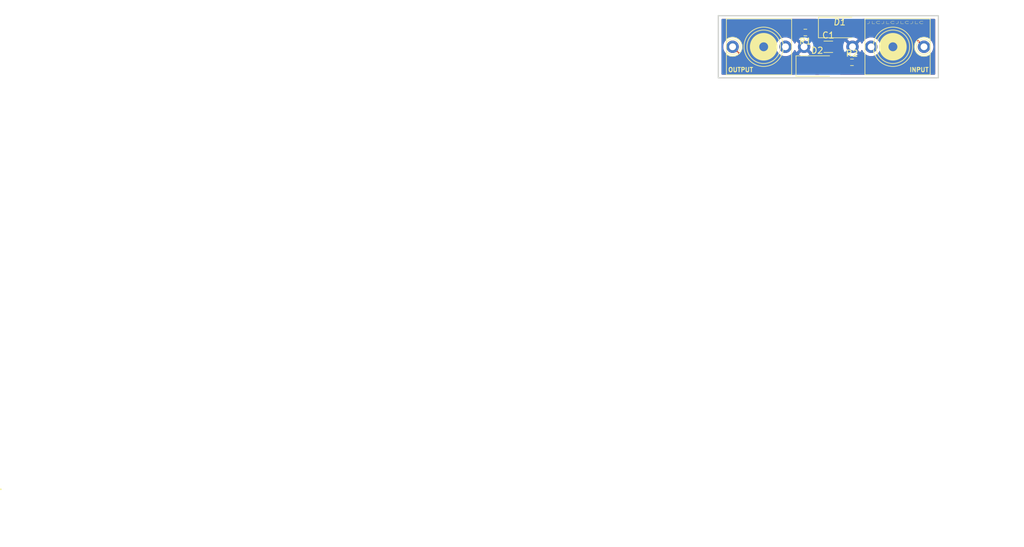
<source format=kicad_pcb>
(kicad_pcb (version 20211014) (generator pcbnew)
  (layers (0 "F.Cu" signal) (31 "B.Cu" signal) (34 "B.Paste" user) (35 "F.Paste" user) (36 "B.SilkS" user "B.Silkscreen") (37 "F.SilkS" user "F.Silkscreen") (38 "B.Mask" user) (39 "F.Mask" user) (44 "Edge.Cuts" user))
  (net 0 "")
  (net 1 "Net-(C1-Pad1)")
  (net 2 "Net-(OUTPUT1-PadT)")
  (net 3 "Net-(D1-Pad2)")
  (net 4 "GND")
  (footprint "winterbloom:AudioJack_WQP518MA" (layer "F.Cu") (at 122.7125 31.825 90)
    (fp_text reference "OUTPUT" hide)
    (fp_text value "OUTPUT")
  )
  (footprint "winterbloom:AudioJack_WQP518MA" (layer "F.Cu") (at 143.5 31.825 -90)
    (fp_text reference "J1" hide)
    (fp_text value "INPUT")
  )
  (footprint "Resistor_SMD:R_0603_1608Metric" (layer "F.Cu") (at 136.9125 34.325)
    (fp_text reference "R2")
    (fp_text value "100k")
  )
  (footprint "Capacitor_SMD:C_1206_3216Metric" (layer "F.Cu") (at 133.1125 31.825)
    (fp_text reference "C1")
    (fp_text value "C" hide)
  )
  (footprint "Diode_SMD:D_SMA" (layer "F.Cu") (at 134.9125 28.725)
    (fp_text reference "D1")
    (fp_text value "D" hide)
  )
  (footprint "Resistor_SMD:R_0603_1608Metric" (layer "F.Cu") (at 129.4125 29.525 180)
    (fp_text reference "R1")
    (fp_text value "330k")
  )
  (footprint "Diode_SMD:D_SMA" (layer "F.Cu") (at 131.3125 34.925)
    (fp_text reference "D2")
    (fp_text value "D" hide)
  )
  (gr_line (start 0 103.00597) (end 0 103.00597) (layer "F.SilkS") (width 0.264582))
  (gr_poly (pts (xy 0 104.548439) (xy 0 104.575715) (xy 0 104.592356) (xy 0 104.59335) (xy 0 104.599085) (xy 0 104.604349) (xy 0 104.609173) (xy 0 104.61359) (xy 0 104.614571) (xy 0 104.596109) (xy 0 104.546967) (xy 0 104.537183) (xy 0 104.531306) (xy 0 104.529452)) (layer "F.SilkS") (width 0) (fill solid))
  (gr_poly (pts (xy 0 104.417823) (xy 0 104.419752) (xy 0 104.421631) (xy 0 104.423467) (xy 0 104.425264) (xy 0 104.427026) (xy 0 104.428662) (xy 0 104.427267) (xy 0 104.425087) (xy 0 104.422963) (xy 0 104.420994) (xy 0 104.417903) (xy 0 104.416588)) (layer "F.SilkS") (width 0) (fill solid))
  (gr_poly (pts (xy 0 107.072193) (xy 0 107.072365) (xy 0 107.073021) (xy 0 107.078607) (xy 0 107.08312) (xy 0 107.086638) (xy 0 107.08924) (xy 0 107.091004) (xy 0 107.092009) (xy 0 107.092214) (xy 0 107.08789) (xy 0 107.085636) (xy 0 107.082819) (xy 0 107.076848) (xy 0 107.074369) (xy 0 107.073405) (xy 0 107.07268) (xy 0 107.072237) (xy 0 107.072134) (xy 0 107.072118)) (layer "F.SilkS") (width 0) (fill solid))
  (gr_poly (pts (xy 0 104.181652) (xy 0 104.18207) (xy 0 104.182328) (xy 0 104.183359) (xy 0 104.185265) (xy 0 104.187027) (xy 0 104.18872) (xy 0 104.188805) (xy 0 104.188777) (xy 0 104.188662) (xy 0 104.188485) (xy 0 104.188043) (xy 0 104.187652) (xy 0 104.187537) (xy 0 104.18751) (xy 0 104.187595) (xy 0 104.187687) (xy 0 104.187816) (xy 0 104.187987) (xy 0 104.188201) (xy 0 104.188461) (xy 0 104.188772) (xy 0 104.189135) (xy 0 104.189555) (xy 0 104.190033) (xy 0 104.190574) (xy 0 104.215127) (xy 0 104.23969) (xy 0 104.26426) (xy 0 104.288836) (xy 0 104.337993) (xy 0 104.362571) (xy 0 104.387146) (xy 0 104.388265) (xy 0 104.389352) (xy 0 104.389935) (xy 0 104.390573) (xy 0 104.391285) (xy 0 104.392093) (xy 0 104.392297) (xy 0 104.392416) (xy 0 104.392447) (xy 0 104.392461) (xy 0 104.392441) (xy 0 104.392242) (xy 0 104.391895) (xy 0 104.391052) (xy 0 104.390705) (xy 0 104.390582) (xy 0 104.390506) (xy 0 104.390332) (xy 0 104.390204) (xy 0 104.39012) (xy 0 104.390075) (xy 0 104.390096) (xy 0 104.390239) (xy 0 104.39069) (xy 0 104.39147) (xy 0 104.392428) (xy 0 104.393961) (xy 0 104.395995) (xy 0 104.397506) (xy 0 104.397901) (xy 0 104.398546) (xy 0 104.399374) (xy 0 104.400318) (xy 0 104.402295) (xy 0 104.403194) (xy 0 104.403946) (xy 0 104.404484) (xy 0 104.404743) (xy 0 104.404746) (xy 0 104.404655) (xy 0 104.404461) (xy 0 104.404156) (xy 0 104.403731) (xy 0 104.403178) (xy 0 104.402489) (xy 0 104.401655) (xy 0 104.400669) (xy 0 104.399523) (xy 0 104.398206) (xy 0 104.396713) (xy 0 104.384954) (xy 0 104.372973) (xy 0 104.360792) (xy 0 104.348435) (xy 0 104.335925) (xy 0 104.323285) (xy 0 104.297704) (xy 0 104.245992) (xy 0 104.220228) (xy 0 104.207449) (xy 0 104.194771) (xy 0 104.190316) (xy 0 104.186816) (xy 0 104.184215) (xy 0 104.182456) (xy 0 104.18148) (xy 0 104.181231)) (layer "F.SilkS") (width 0) (fill solid))
  (gr_poly (pts (xy 0 104.824532) (xy 0 104.827573) (xy 0 104.830329) (xy 0 104.832778) (xy 0 104.834902) (xy 0 104.836682) (xy 0 104.838097) (xy 0 104.839129) (xy 0 104.839431) (xy 0 104.844921) (xy 0 104.861777) (xy 0 104.922993) (xy 0 104.933086) (xy 0 104.951862) (xy 0 104.982905) (xy 0 104.982354) (xy 0 104.980172) (xy 0 104.979389) (xy 0 104.977502) (xy 0 104.97457) (xy 0 104.971554) (xy 0 104.968459) (xy 0 104.965289) (xy 0 104.962048) (xy 0 104.95874) (xy 0 104.955371) (xy 0 104.948463) (xy 0 104.941359) (xy 0 104.934093) (xy 0 104.926699) (xy 0 104.919213) (xy 0 104.911668) (xy 0 104.896541) (xy 0 104.881596) (xy 0 104.874277) (xy 0 104.867107) (xy 0 104.822649) (xy 0 104.821461)) (layer "F.SilkS") (width 0) (fill solid))
  (gr_poly (pts (xy 0 110.999779) (xy 0 111.001468) (xy 0 111.004173) (xy 0 111.007826) (xy 0 111.01236) (xy 0 111.017708) (xy 0 111.023802) (xy 0 111.030576) (xy 0 111.03796) (xy 0 111.045889) (xy 0 111.054295) (xy 0 111.063111) (xy 0 111.072268) (xy 0 111.0817) (xy 0 111.09134) (xy 0 111.10112) (xy 0 111.110973) (xy 0 111.12083) (xy 0 111.130626) (xy 0 111.140293) (xy 0 111.149762) (xy 0 111.158968) (xy 0 111.167842) (xy 0 111.176317) (xy 0 111.184327) (xy 0 111.191802) (xy 0 111.198677) (xy 0 111.220525) (xy 0 111.241716) (xy 0 111.26231) (xy 0 111.282365) (xy 0 111.301939) (xy 0 111.321092) (xy 0 111.358368) (xy 0 111.363852) (xy 0 111.367922) (xy 0 111.370648) (xy 0 111.372097) (xy 0 111.372222) (xy 0 111.164957) (xy 0 111.134806) (xy 0 111.096841) (xy 0 111.077236) (xy 0 111.057085) (xy 0 111.036289) (xy 0 111.014747) (xy 0 111.008927) (xy 0 111.004527) (xy 0 111.00148) (xy 0 110.999717) (xy 0 110.999173)) (layer "F.SilkS") (width 0) (fill solid))
  (gr_poly (pts (xy 0 105.191179) (xy 0 105.192062) (xy 0 105.192207) (xy 0 105.192019) (xy 0 105.191566) (xy 0 105.199202) (xy 0 105.202415) (xy 0 105.206103) (xy 0 105.210385) (xy 0 105.219599) (xy 0 105.238604) (xy 0 105.243055) (xy 0 105.24724) (xy 0 105.251089) (xy 0 105.254529) (xy 0 105.257488) (xy 0 105.259894) (xy 0 105.261674) (xy 0 105.262756) (xy 0 105.262796) (xy 0 105.262657) (xy 0 105.262346) (xy 0 105.261871) (xy 0 105.261242) (xy 0 105.260466) (xy 0 105.259551) (xy 0 105.258506) (xy 0 105.257339) (xy 0 105.256058) (xy 0 105.253189) (xy 0 105.249964) (xy 0 105.246449) (xy 0 105.215843) (xy 0 105.212984) (xy 0 105.210062) (xy 0 105.207083) (xy 0 105.204051) (xy 0 105.200974) (xy 0 105.197855) (xy 0 105.191519) (xy 0 105.191101)) (layer "F.SilkS") (width 0) (fill solid))
  (gr_poly (pts (xy 0 104.626656) (xy 0 104.636039) (xy 0 104.637496) (xy 0 104.63914) (xy 0 104.64075) (xy 0 104.642325) (xy 0 104.64386) (xy 0 104.645353) (xy 0 104.646803) (xy 0 104.646814) (xy 0 104.689159) (xy 0 104.733644) (xy 0 104.769475) (xy 0 104.733522) (xy 0 104.694792) (xy 0 104.665697) (xy 0 104.628996) (xy 0 104.609229)) (layer "F.SilkS") (width 0) (fill solid))
  (gr_poly (pts (xy 0 109.654096) (xy 0 109.656268) (xy 0 109.659475) (xy 0 109.663642) (xy 0 109.668693) (xy 0 109.674553) (xy 0 109.681145) (xy 0 109.688395) (xy 0 109.696226) (xy 0 109.704563) (xy 0 109.71333) (xy 0 109.722452) (xy 0 109.731853) (xy 0 109.741458) (xy 0 109.75119) (xy 0 109.760974) (xy 0 109.770735) (xy 0 109.780396) (xy 0 109.789883) (xy 0 109.799119) (xy 0 109.808029) (xy 0 109.816538) (xy 0 109.824569) (xy 0 109.832047) (xy 0 109.838897) (xy 0 109.845042) (xy 0 109.850393) (xy 0 109.844139) (xy 0 109.817251) (xy 0 109.791169) (xy 0 109.765724) (xy 0 109.740746) (xy 0 109.69152) (xy 0 109.687844) (xy 0 109.68521) (xy 0 109.679309) (xy 0 109.672351) (xy 0 109.664204) (xy 0 109.654731) (xy 0 109.654548) (xy 0 109.65316) (xy 0 109.653035)) (layer "F.SilkS") (width 0) (fill solid))
  (gr_poly (pts (xy 0 108.903318) (xy 0 108.904506) (xy 0 108.905666) (xy 0 108.906794) (xy 0 108.907887) (xy 0 108.908943) (xy 0 108.909959) (xy 0 108.910932) (xy 0 108.911574) (xy 0 108.902465)) (layer "F.SilkS") (width 0) (fill solid))
  (gr_poly (pts (xy 0 108.741015) (xy 0 108.741806) (xy 0 108.744351) (xy 0 108.747014) (xy 0 108.752583) (xy 0 108.758297) (xy 0 108.763939) (xy 0 108.766171) (xy 0 108.767665) (xy 0 108.76846) (xy 0 108.768593) (xy 0 108.768103) (xy 0 108.767028) (xy 0 108.765406) (xy 0 108.763977) (xy 0 108.763186) (xy 0 108.758757) (xy 0 108.75471) (xy 0 108.751077) (xy 0 108.747886) (xy 0 108.745169) (xy 0 108.742955) (xy 0 108.741274) (xy 0 108.740853)) (layer "F.SilkS") (width 0) (fill solid))
  (gr_poly (pts (xy 0 108.417679) (xy 0 108.417785) (xy 0 108.417968) (xy 0 108.418225) (xy 0 108.418551) (xy 0 108.418941) (xy 0 108.419391) (xy 0 108.419897) (xy 0 108.420454) (xy 0 108.421707) (xy 0 108.423113) (xy 0 108.424638) (xy 0 108.431239) (xy 0 108.432263) (xy 0 108.433619) (xy 0 108.439246) (xy 0 108.440058) (xy 0 108.439052) (xy 0 108.430099) (xy 0 108.426186) (xy 0 108.422682) (xy 0 108.419612) (xy 0 108.41805) (xy 0 108.417717) (xy 0 108.417655)) (layer "F.SilkS") (width 0) (fill solid))
  (gr_poly (pts (xy 0 108.376144) (xy 0 108.420307) (xy 0 108.425495) (xy 0 108.439072) (xy 0 108.452915) (xy 0 108.466975) (xy 0 108.481996) (xy 0 108.473736) (xy 0 108.471045) (xy 0 108.469589) (xy 0 108.454306) (xy 0 108.438777) (xy 0 108.422817) (xy 0 108.406242) (xy 0 108.399333) (xy 0 108.39238) (xy 0 108.378386) (xy 0 108.376269) (xy 0 108.376231) (xy 0 108.375066) (xy 0 108.374766)) (layer "F.SilkS") (width 0) (fill solid))
  (gr_poly (pts (xy 0 104.63512) (xy 0 104.637195) (xy 0 104.640126) (xy 0 104.640392) (xy 0 104.656025) (xy 0 104.683045) (xy 0 104.708549) (xy 0 104.752292) (xy 0 104.823322) (xy 0 104.82406) (xy 0 104.827639) (xy 0 104.800945) (xy 0 104.786526) (xy 0 104.779337) (xy 0 104.772173) (xy 0 104.765044) (xy 0 104.757958) (xy 0 104.750924) (xy 0 104.74395) (xy 0 104.737045) (xy 0 104.730218) (xy 0 104.723478) (xy 0 104.716833) (xy 0 104.710292) (xy 0 104.703865) (xy 0 104.697559) (xy 0 104.691383) (xy 0 104.691825) (xy 0 104.691423) (xy 0 104.690228) (xy 0 104.688295) (xy 0 104.682421) (xy 0 104.674224) (xy 0 104.664127) (xy 0 104.652551) (xy 0 104.650184) (xy 0 104.648933) (xy 0 104.646885) (xy 0 104.64258) (xy 0 104.640522) (xy 0 104.638658) (xy 0 104.637829) (xy 0 104.637087) (xy 0 104.636442) (xy 0 104.635907) (xy 0 104.635496) (xy 0 104.635219) (xy 0 104.63509)) (layer "F.SilkS") (width 0) (fill solid))
  (gr_poly (pts (xy 0 108.484837) (xy 0 108.489324) (xy 0 108.4925) (xy 0 108.495013) (xy 0 108.481996)) (layer "F.SilkS") (width 0) (fill solid))
  (gr_poly (pts (xy 0 111.088799) (xy 0 111.089) (xy 0 111.089401) (xy 0 111.090012) (xy 0 111.090843) (xy 0 111.091903) (xy 0 111.093033) (xy 0 111.094727) (xy 0 111.096953) (xy 0 111.099674) (xy 0 111.106468) (xy 0 111.114833) (xy 0 111.124493) (xy 0 111.135174) (xy 0 111.1466) (xy 0 111.158494) (xy 0 111.205246) (xy 0 111.224269) (xy 0 111.231727) (xy 0 111.237449) (xy 0 111.259732) (xy 0 111.271687) (xy 0 111.281746) (xy 0 111.304092) (xy 0 111.311319) (xy 0 111.317558) (xy 0 111.318036) (xy 0 111.311435) (xy 0 111.303318) (xy 0 111.284912) (xy 0 111.26508) (xy 0 111.245584) (xy 0 111.236514) (xy 0 111.228189) (xy 0 111.220829) (xy 0 111.214656) (xy 0 111.212083) (xy 0 111.209889) (xy 0 111.208102) (xy 0 111.206749) (xy 0 111.204877) (xy 0 111.202856) (xy 0 111.198415) (xy 0 111.193512) (xy 0 111.188238) (xy 0 111.182682) (xy 0 111.176933) (xy 0 111.165211) (xy 0 111.153786) (xy 0 111.14337) (xy 0 111.128418) (xy 0 111.128106) (xy 0 111.127794) (xy 0 111.127482) (xy 0 111.127172) (xy 0 111.126864) (xy 0 111.126561) (xy 0 111.126264) (xy 0 111.125974) (xy 0 111.125692) (xy 0 111.125419) (xy 0 111.125158) (xy 0 111.124909) (xy 0 111.124674) (xy 0 111.124453) (xy 0 111.124249) (xy 0 111.124063) (xy 0 111.123896) (xy 0 111.123749) (xy 0 111.123624) (xy 0 111.123521) (xy 0 111.123443) (xy 0 111.123391) (xy 0 111.123366) (xy 0 111.123369) (xy 0 111.123401) (xy 0 111.123465) (xy 0 111.123561) (xy 0 111.123691) (xy 0 111.123855) (xy 0 111.124056) (xy 0 111.124295) (xy 0 111.124572) (xy 0 111.117755) (xy 0 111.110504) (xy 0 111.106905) (xy 0 111.103426) (xy 0 111.100142) (xy 0 111.097129) (xy 0 111.094463) (xy 0 111.09222) (xy 0 111.090476) (xy 0 111.089815) (xy 0 111.089308) (xy 0 111.088963) (xy 0 111.08879)) (layer "F.SilkS") (width 0) (fill solid))
  (gr_poly (pts (xy 0 103.798829) (xy 0 103.800815) (xy 0 103.804012) (xy 0 103.810649) (xy 0 103.819853) (xy 0 103.831633) (xy 0 103.845996) (xy 0 103.862949) (xy 0 103.882502) (xy 0 103.904661) (xy 0 103.929435) (xy 0 103.946903) (xy 0 103.965434) (xy 0 103.984973) (xy 0 104.005468) (xy 0 104.026864) (xy 0 104.049106) (xy 0 104.072141) (xy 0 104.095915) (xy 0 104.145461) (xy 0 104.197313) (xy 0 104.251037) (xy 0 104.306202) (xy 0 104.349106) (xy 0 104.391564) (xy 0 104.475605) (xy 0 104.559259) (xy 0 104.643463) (xy 0 104.678049) (xy 0 104.713375) (xy 0 104.749365) (xy 0 104.78594) (xy 0 104.823025) (xy 0 104.860543) (xy 0 104.936569) (xy 0 104.985502) (xy 0 105.035417) (xy 0 105.08633) (xy 0 105.13826) (xy 0 105.191224) (xy 0 105.24524) (xy 0 105.300325) (xy 0 105.356498) (xy 0 105.440094) (xy 0 105.52479) (xy 0 105.61044) (xy 0 105.696903) (xy 0 105.784034) (xy 0 105.871689) (xy 0 106.047996) (xy 0 106.151343) (xy 0 106.255763) (xy 0 106.361036) (xy 0 106.466941) (xy 0 106.892471) (xy 0 107.222775) (xy 0 107.388241) (xy 0 107.471305) (xy 0 107.554687) (xy 0 107.643415) (xy 0 107.732464) (xy 0 107.77717) (xy 0 107.822033) (xy 0 107.867075) (xy 0 107.912323) (xy 0 107.935874) (xy 0 107.938959) (xy 0 107.945383) (xy 0 107.958534) (xy 0 107.971672) (xy 0 107.985805) (xy 0 108.001123) (xy 0 108.017814) (xy 0 108.022555) (xy 0 108.026484) (xy 0 108.030299) (xy 0 108.034699) (xy 0 108.037336) (xy 0 108.040381) (xy 0 108.043921) (xy 0 108.048043) (xy 0 108.052834) (xy 0 108.058382) (xy 0 108.064774) (xy 0 108.072097) (xy 0 108.076935) (xy 0 108.081694) (xy 0 108.086391) (xy 0 108.091045) (xy 0 108.100298) (xy 0 108.104933) (xy 0 108.1096) (xy 0 108.114315) (xy 0 108.119098) (xy 0 108.123966) (xy 0 108.126438) (xy 0 108.128939) (xy 0 108.13147) (xy 0 108.134034) (xy 0 108.136633) (xy 0 108.13927) (xy 0 108.141946) (xy 0 108.144665) (xy 0 108.147428) (xy 0 108.150238) (xy 0 108.153729) (xy 0 108.157192) (xy 0 108.160628) (xy 0 108.164036) (xy 0 108.167419) (xy 0 108.170776) (xy 0 108.17742) (xy 0 108.183975) (xy 0 108.190447) (xy 0 108.196845) (xy 0 108.203175) (xy 0 108.209445) (xy 0 108.215662) (xy 0 108.227965) (xy 0 108.240142) (xy 0 108.25225) (xy 0 108.253404) (xy 0 108.254501) (xy 0 108.255544) (xy 0 108.256536) (xy 0 108.257481) (xy 0 108.258381) (xy 0 108.26006) (xy 0 108.261596) (xy 0 108.263014) (xy 0 108.264339) (xy 0 108.265595) (xy 0 108.270411) (xy 0 108.271685) (xy 0 108.273035) (xy 0 108.274486) (xy 0 108.276062) (xy 0 108.283201) (xy 0 108.290518) (xy 0 108.297986) (xy 0 108.305579) (xy 0 108.336647) (xy 0 108.390986) (xy 0 108.445961) (xy 0 108.49194) (xy 0 108.494004) (xy 0 108.524651) (xy 0 108.55584) (xy 0 108.5876) (xy 0 108.625068) (xy 0 108.663501) (xy 0 108.703056) (xy 0 108.743894) (xy 0 108.786173) (xy 0 108.830053) (xy 0 108.852642) (xy 0 108.875691) (xy 0 108.89922) (xy 0 108.923248) (xy 0 108.977289) (xy 0 109.032673) (xy 0 109.060931) (xy 0 109.089602) (xy 0 109.118711) (xy 0 109.148283) (xy 0 109.178343) (xy 0 109.208918) (xy 0 109.240032) (xy 0 109.271712) (xy 0 109.303983) (xy 0 109.336869) (xy 0 109.370398) (xy 0 109.404594) (xy 0 109.478363) (xy 0 109.552789) (xy 0 109.627904) (xy 0 109.703737) (xy 0 109.780321) (xy 0 109.857686) (xy 0 109.935863) (xy 0 110.014885) (xy 0 110.097148) (xy 0 110.17963) (xy 0 110.262311) (xy 0 110.303721) (xy 0 110.345174) (xy 0 110.386667) (xy 0 110.4282) (xy 0 110.469768) (xy 0 110.511371) (xy 0 110.553006) (xy 0 110.59467) (xy 0 110.636361) (xy 0 110.678077) (xy 0 110.792008) (xy 0 110.905564) (xy 0 111.018668) (xy 0 111.13124) (xy 0 111.243202) (xy 0 111.354476) (xy 0 111.464983) (xy 0 111.574646) (xy 0 111.750602) (xy 0 111.838238) (xy 0 111.925465) (xy 0 112.012148) (xy 0 112.09815) (xy 0 112.183336) (xy 0 112.26757) (xy 0 112.267561) (xy 0 112.267551) (xy 0 112.267528) (xy 0 112.267517) (xy 0 112.267506) (xy 0 112.267496) (xy 0 112.267491) (xy 0 112.267486) (xy 0 112.279321) (xy 0 112.289879) (xy 0 112.299195) (xy 0 112.307301) (xy 0 112.314231) (xy 0 112.320017) (xy 0 112.324692) (xy 0 112.32829) (xy 0 112.330843) (xy 0 112.332385) (xy 0 112.332948) (xy 0 112.332566) (xy 0 112.331271) (xy 0 112.329097) (xy 0 112.326077) (xy 0 112.322243) (xy 0 112.31763) (xy 0 112.312269) (xy 0 112.306194) (xy 0 112.299437) (xy 0 112.292033) (xy 0 112.284014) (xy 0 112.275412) (xy 0 112.266262) (xy 0 112.256596) (xy 0 112.246447) (xy 0 112.235848) (xy 0 112.224832) (xy 0 112.213432) (xy 0 112.201682) (xy 0 112.189614) (xy 0 112.177261) (xy 0 112.095375) (xy 0 112.012554) (xy 0 111.92893) (xy 0 111.844639) (xy 0 111.759816) (xy 0 111.674593) (xy 0 111.503486) (xy 0 111.398818) (xy 0 111.293356) (xy 0 111.187172) (xy 0 111.080338) (xy 0 110.972927) (xy 0 110.86501) (xy 0 110.75666) (xy 0 110.647949) (xy 0 110.610793) (xy 0 110.573666) (xy 0 110.536568) (xy 0 110.499501) (xy 0 110.462466) (xy 0 110.425465) (xy 0 110.3885) (xy 0 110.351572) (xy 0 110.314682) (xy 0 110.277832) (xy 0 110.204258) (xy 0 110.130862) (xy 0 110.057655) (xy 0 109.984271) (xy 0 109.911668) (xy 0 109.839821) (xy 0 109.768705) (xy 0 109.698295) (xy 0 109.628566) (xy 0 109.559493) (xy 0 109.49105) (xy 0 109.461066) (xy 0 109.431685) (xy 0 109.402882) (xy 0 109.374634) (xy 0 109.346916) (xy 0 109.319705) (xy 0 109.292976) (xy 0 109.266704) (xy 0 109.240867) (xy 0 109.215439) (xy 0 109.190397) (xy 0 109.165716) (xy 0 109.117341) (xy 0 109.070121) (xy 0 109.048204) (xy 0 109.026748) (xy 0 108.985142) (xy 0 108.945151) (xy 0 108.906623) (xy 0 108.869404) (xy 0 108.833344) (xy 0 108.798288) (xy 0 108.764084) (xy 0 108.733631) (xy 0 108.703701) (xy 0 108.64684) (xy 0 108.672268) (xy 0 108.730459) (xy 0 108.789299) (xy 0 108.862814) (xy 0 108.93598) (xy 0 109.082191) (xy 0 109.098986) (xy 0 109.115565) (xy 0 109.131829) (xy 0 109.147677) (xy 0 109.155414) (xy 0 109.163008) (xy 0 109.170448) (xy 0 109.177722) (xy 0 109.184816) (xy 0 109.191718) (xy 0 109.198415) (xy 0 109.204895) (xy 0 109.200315) (xy 0 109.195978) (xy 0 109.187812) (xy 0 109.171931) (xy 0 109.167726) (xy 0 109.163316) (xy 0 109.158642) (xy 0 109.153651) (xy 0 109.148284) (xy 0 109.142486) (xy 0 109.1362) (xy 0 109.129371) (xy 0 109.127983) (xy 0 109.126516) (xy 0 109.124974) (xy 0 109.123362) (xy 0 109.121684) (xy 0 109.119942) (xy 0 109.118142) (xy 0 109.116286) (xy 0 109.11438) (xy 0 109.112425) (xy 0 109.10839) (xy 0 109.104211) (xy 0 109.102305) (xy 0 109.108536) (xy 0 109.114578) (xy 0 109.119834) (xy 0 109.124255) (xy 0 109.127791) (xy 0 109.130393) (xy 0 109.132011) (xy 0 109.132597) (xy 0 109.132101) (xy 0 109.130474) (xy 0 109.127667) (xy 0 109.12363) (xy 0 109.118314) (xy 0 109.11167) (xy 0 109.103648) (xy 0 109.0942) (xy 0 109.083276) (xy 0 109.07281) (xy 0 109.07129) (xy 0 109.067149) (xy 0 109.064687) (xy 0 109.064143) (xy 0 109.065439) (xy 0 109.070559) (xy 0 109.074482) (xy 0 109.077254) (xy 0 109.078921) (xy 0 109.079529) (xy 0 109.079123) (xy 0 109.077751) (xy 0 109.075457) (xy 0 109.072287) (xy 0 109.068287) (xy 0 109.063504) (xy 0 109.057983) (xy 0 109.05177) (xy 0 109.044911) (xy 0 109.037451) (xy 0 109.029438) (xy 0 109.020915) (xy 0 109.01193) (xy 0 109.002529) (xy 0 108.992757) (xy 0 108.98266) (xy 0 108.972284) (xy 0 108.961674) (xy 0 108.950878) (xy 0 108.93994) (xy 0 108.928907) (xy 0 108.917824) (xy 0 108.906738) (xy 0 108.907374) (xy 0 108.907638) (xy 0 108.907643) (xy 0 108.907569) (xy 0 108.907204) (xy 0 108.905735) (xy 0 108.903532) (xy 0 108.900894) (xy 0 108.898123) (xy 0 108.896781) (xy 0 108.895518) (xy 0 108.894371) (xy 0 108.893379) (xy 0 108.878485) (xy 0 108.863476) (xy 0 108.860268) (xy 0 108.862006) (xy 0 108.865671) (xy 0 108.867455) (xy 0 108.905754) (xy 0 108.987678) (xy 0 108.993284) (xy 0 108.998925) (xy 0 109.010284) (xy 0 109.03311) (xy 0 109.044463) (xy 0 109.0501) (xy 0 109.0557) (xy 0 109.061257) (xy 0 109.066764) (xy 0 109.072213) (xy 0 109.077598) (xy 0 109.077798) (xy 0 109.077952) (xy 0 109.078062) (xy 0 109.07813) (xy 0 109.078159) (xy 0 109.078151) (xy 0 109.078108) (xy 0 109.078032) (xy 0 109.077926) (xy 0 109.077791) (xy 0 109.077447) (xy 0 109.077017) (xy 0 109.076519) (xy 0 109.075392) (xy 0 109.07421) (xy 0 109.073644) (xy 0 109.073117) (xy 0 109.072649) (xy 0 109.072258) (xy 0 109.060988) (xy 0 109.061947) (xy 0 109.064143) (xy 0 109.059076) (xy 0 109.052649) (xy 0 109.050358) (xy 0 109.070826) (xy 0 109.07281) (xy 0 109.074484) (xy 0 109.076843) (xy 0 109.078479) (xy 0 109.079294) (xy 0 109.082246) (xy 0 109.091123) (xy 0 109.095547) (xy 0 109.09992) (xy 0 109.102305) (xy 0 109.101756) (xy 0 109.086183) (xy 0 109.078755) (xy 0 109.078715) (xy 0 109.07809) (xy 0 109.077301) (xy 0 109.076356) (xy 0 109.075266) (xy 0 109.07404) (xy 0 109.072687) (xy 0 109.071217) (xy 0 109.067965) (xy 0 109.064359) (xy 0 109.060476) (xy 0 109.052184) (xy 0 109.043699) (xy 0 109.042218) (xy 0 109.011585) (xy 0 109.010865) (xy 0 108.99319) (xy 0 108.95787) (xy 0 108.891465) (xy 0 108.824506) (xy 0 108.804249) (xy 0 108.862748) (xy 0 108.96173) (xy 0 109.060395) (xy 0 109.15876) (xy 0 109.2011) (xy 0 109.243148) (xy 0 109.284893) (xy 0 109.326318) (xy 0 109.367411) (xy 0 109.408158) (xy 0 109.448544) (xy 0 109.488556) (xy 0 109.524903) (xy 0 109.560877) (xy 0 109.596485) (xy 0 109.631739) (xy 0 109.666648) (xy 0 109.701222) (xy 0 109.735469) (xy 0 109.769401) (xy 0 109.861774) (xy 0 109.953819) (xy 0 110.046001) (xy 0 110.138786) (xy 0 110.243224) (xy 0 110.346796) (xy 0 110.44954) (xy 0 110.551498) (xy 0 110.612723) (xy 0 110.672937) (xy 0 110.73213) (xy 0 110.790291) (xy 0 110.847408) (xy 0 110.903473) (xy 0 110.958473) (xy 0 111.012397) (xy 0 111.054205) (xy 0 111.09472) (xy 0 111.134048) (xy 0 111.172293) (xy 0 111.209561) (xy 0 111.245957) (xy 0 111.281585) (xy 0 111.316551) (xy 0 111.350873) (xy 0 111.384589) (xy 0 111.417707) (xy 0 111.450232) (xy 0 111.482172) (xy 0 111.513533) (xy 0 111.544323) (xy 0 111.574547) (xy 0 111.77655) (xy 0 111.787313) (xy 0 111.797446) (xy 0 111.806982) (xy 0 111.815954) (xy 0 111.824393) (xy 0 111.832333) (xy 0 111.84684) (xy 0 111.859733) (xy 0 111.871271) (xy 0 111.881711) (xy 0 111.891311) (xy 0 111.899149) (xy 0 111.905221) (xy 0 111.909782) (xy 0 111.913086) (xy 0 111.915388) (xy 0 111.916945) (xy 0 111.918838) (xy 0 111.91889) (xy 0 111.919719) (xy 0 111.922906) (xy 0 111.926791) (xy 0 111.929771) (xy 0 111.93052) (xy 0 111.932561) (xy 0 111.936171) (xy 0 111.941627) (xy 0 111.943778) (xy 0 111.946337) (xy 0 111.949279) (xy 0 111.952576) (xy 0 111.960127) (xy 0 111.968773) (xy 0 111.973962) (xy 0 111.978352) (xy 0 111.981994) (xy 0 111.984935) (xy 0 111.987224) (xy 0 111.988912) (xy 0 111.990046) (xy 0 111.990677) (xy 0 111.9877) (xy 0 111.983315) (xy 0 111.977681) (xy 0 111.970956) (xy 0 111.9633) (xy 0 111.95487) (xy 0 111.945826) (xy 0 111.936325) (xy 0 111.924791) (xy 0 111.912013) (xy 0 111.898109) (xy 0 111.883201) (xy 0 111.867408) (xy 0 111.850848) (xy 0 111.833642) (xy 0 111.81591) (xy 0 111.797314) (xy 0 111.780139) (xy 0 111.764112) (xy 0 111.748961) (xy 0 111.691665) (xy 0 111.661862) (xy 0 111.64627) (xy 0 111.630151) (xy 0 111.613457) (xy 0 111.596138) (xy 0 111.578144) (xy 0 111.559425) (xy 0 111.521323) (xy 0 111.482696) (xy 0 111.44344) (xy 0 111.40345) (xy 0 111.277999) (xy 0 111.245967) (xy 0 111.213276) (xy 0 111.179727) (xy 0 111.145126) (xy 0 111.12226) (xy 0 111.099168) (xy 0 111.07573) (xy 0 111.051827) (xy 0 111.02734) (xy 0 111.002151) (xy 0 110.976139) (xy 0 110.949187) (xy 0 110.921174) (xy 0 110.891983) (xy 0 110.861493) (xy 0 110.829586) (xy 0 110.796142) (xy 0 110.761043) (xy 0 110.724169) (xy 0 110.685402) (xy 0 110.525694) (xy 0 110.365035) (xy 0 110.204208) (xy 0 110.043998) (xy 0 109.895004) (xy 0 109.746794) (xy 0 109.673167) (xy 0 109.599957) (xy 0 109.527236) (xy 0 109.455078) (xy 0 109.166553) (xy 0 109.022208) (xy 0 108.87725) (xy 0 108.837853) (xy 0 108.797835) (xy 0 108.777568) (xy 0 108.757117) (xy 0 108.736471) (xy 0 108.715621) (xy 0 108.694556) (xy 0 108.673267) (xy 0 108.651744) (xy 0 108.629978) (xy 0 108.607957) (xy 0 108.585673) (xy 0 108.563116) (xy 0 108.540275) (xy 0 108.513274) (xy 0 108.486177) (xy 0 108.431733) (xy 0 108.377008) (xy 0 108.322073) (xy 0 108.266993) (xy 0 108.211838) (xy 0 108.156674) (xy 0 108.154308) (xy 0 108.203108) (xy 0 108.251905) (xy 0 108.30064) (xy 0 108.349258) (xy 0 108.397702) (xy 0 108.445916) (xy 0 108.469919) (xy 0 108.493843) (xy 0 108.513554) (xy 0 108.532968) (xy 0 108.552099) (xy 0 108.570965) (xy 0 108.589579) (xy 0 108.607958) (xy 0 108.626119) (xy 0 108.644075) (xy 0 108.661844) (xy 0 108.67944) (xy 0 108.69688) (xy 0 108.714179) (xy 0 108.748417) (xy 0 108.78228) (xy 0 108.927588) (xy 0 109.072249) (xy 0 109.361206) (xy 0 109.435105) (xy 0 109.509557) (xy 0 109.584492) (xy 0 109.659843) (xy 0 109.811514) (xy 0 109.964019) (xy 0 110.120867) (xy 0 110.278616) (xy 0 110.43647) (xy 0 110.593635) (xy 0 110.626323) (xy 0 110.657472) (xy 0 110.687174) (xy 0 110.715518) (xy 0 110.742598) (xy 0 110.768503) (xy 0 110.793327) (xy 0 110.817159) (xy 0 110.840092) (xy 0 110.862217) (xy 0 110.883624) (xy 0 110.904407) (xy 0 110.924655) (xy 0 110.94446) (xy 0 110.963914) (xy 0 110.983108) (xy 0 111.017102) (xy 0 111.04998) (xy 0 111.081963) (xy 0 111.11327) (xy 0 111.236129) (xy 0 111.275759) (xy 0 111.314623) (xy 0 111.352859) (xy 0 111.390609) (xy 0 111.408344) (xy 0 111.425373) (xy 0 111.441751) (xy 0 111.457532) (xy 0 111.472769) (xy 0 111.487518) (xy 0 111.515762) (xy 0 111.575532) (xy 0 111.591283) (xy 0 111.607962) (xy 0 111.62587) (xy 0 111.645309) (xy 0 111.661659) (xy 0 111.67752) (xy 0 111.692786) (xy 0 111.707349) (xy 0 111.721106) (xy 0 111.733949) (xy 0 111.745772) (xy 0 111.756469) (xy 0 111.772448) (xy 0 111.779841) (xy 0 111.786663) (xy 0 111.792784) (xy 0 111.798074) (xy 0 111.802403) (xy 0 111.805641) (xy 0 111.805137) (xy 0 111.804122) (xy 0 111.802565) (xy 0 111.800436) (xy 0 111.797705) (xy 0 111.794343) (xy 0 111.79032) (xy 0 111.785606) (xy 0 111.776522) (xy 0 111.768584) (xy 0 111.765111) (xy 0 111.762006) (xy 0 111.759294) (xy 0 111.757003) (xy 0 111.751462) (xy 0 111.747693) (xy 0 111.745516) (xy 0 111.744751) (xy 0 111.74187) (xy 0 111.737989) (xy 0 111.734809) (xy 0 111.734014) (xy 0 111.734031) (xy 0 111.732474) (xy 0 111.731196) (xy 0 111.729279) (xy 0 111.726495) (xy 0 111.722613) (xy 0 111.717404) (xy 0 111.71064) (xy 0 111.702482) (xy 0 111.693723) (xy 0 111.684105) (xy 0 111.673373) (xy 0 111.667509) (xy 0 111.66127) (xy 0 111.654625) (xy 0 111.64754) (xy 0 111.639985) (xy 0 111.631927) (xy 0 111.623334) (xy 0 111.614174) (xy 0 111.414306) (xy 0 111.385529) (xy 0 111.356195) (xy 0 111.326312) (xy 0 111.295889) (xy 0 111.264934) (xy 0 111.233457) (xy 0 111.201465) (xy 0 111.168968) (xy 0 111.136639) (xy 0 111.103654) (xy 0 111.069925) (xy 0 111.035366) (xy 0 110.99989) (xy 0 110.96341) (xy 0 110.92584) (xy 0 110.887092) (xy 0 110.835936) (xy 0 110.783707) (xy 0 110.730432) (xy 0 110.676137) (xy 0 110.620848) (xy 0 110.564591) (xy 0 110.507393) (xy 0 110.449279) (xy 0 110.347077) (xy 0 110.244105) (xy 0 110.140382) (xy 0 110.035927) (xy 0 109.943121) (xy 0 109.850937) (xy 0 109.666725) (xy 0 109.635474) (xy 0 109.60391) (xy 0 109.572031) (xy 0 109.539831) (xy 0 109.507307) (xy 0 109.474456) (xy 0 109.441272) (xy 0 109.407753) (xy 0 109.370872) (xy 0 109.333645) (xy 0 109.29608) (xy 0 109.258188) (xy 0 109.219977) (xy 0 109.181458) (xy 0 109.142639) (xy 0 109.103531) (xy 0 109.006887) (xy 0 108.90997) (xy 0 108.812729) (xy 0 108.71511) (xy 0 108.535286) (xy 0 108.552407) (xy 0 108.620943) (xy 0 108.689181) (xy 0 108.757057) (xy 0 108.804249) (xy 0 108.772509) (xy 0 108.852517) (xy 0 109.004265) (xy 0 109.011585) (xy 0 109.028595) (xy 0 109.031947) (xy 0 109.035633) (xy 0 109.039575) (xy 0 109.042218) (xy 0 109.078755) (xy 0 109.079166) (xy 0 109.079432) (xy 0 109.079506) (xy 0 109.079294) (xy 0 109.073536) (xy 0 109.06932) (xy 0 109.065239) (xy 0 109.047787) (xy 0 109.03671) (xy 0 109.036738) (xy 0 109.036719) (xy 0 109.036649) (xy 0 109.036346) (xy 0 109.035404) (xy 0 109.034435) (xy 0 109.03243) (xy 0 109.030352) (xy 0 109.028225) (xy 0 109.023905) (xy 0 109.021757) (xy 0 109.019645) (xy 0 109.050358) (xy 0 109.048414) (xy 0 109.051425) (xy 0 109.052649) (xy 0 109.060988) (xy 0 109.058913) (xy 0 109.055571) (xy 0 109.051908) (xy 0 109.047909) (xy 0 109.043561) (xy 0 109.038849) (xy 0 109.033759) (xy 0 109.028276) (xy 0 109.01608) (xy 0 109.005144) (xy 0 109.041155) (xy 0 109.048414) (xy 0 109.04244) (xy 0 109.032074) (xy 0 109.026338) (xy 0 109.020558) (xy 0 109.014719) (xy 0 109.008804) (xy 0 109.002797) (xy 0 108.996684) (xy 0 108.990446) (xy 0 108.987276) (xy 0 108.98407) (xy 0 108.97308) (xy 0 108.987169) (xy 0 109.00766) (xy 0 109.027961) (xy 0 109.029219) (xy 0 109.030768) (xy 0 109.034039) (xy 0 109.035409) (xy 0 109.036367) (xy 0 109.036637) (xy 0 109.03671) (xy 0 109.030116) (xy 0 109.012261) (xy 0 108.994258) (xy 0 108.957953) (xy 0 108.921488) (xy 0 108.846559) (xy 0 108.87654) (xy 0 108.912707) (xy 0 108.93069) (xy 0 108.948587) (xy 0 108.966385) (xy 0 108.97308) (xy 0 108.966509) (xy 0 108.945701) (xy 0 108.918464) (xy 0 108.924441) (xy 0 108.938255) (xy 0 108.948791) (xy 0 108.968614) (xy 0 109.002145) (xy 0 109.005144) (xy 0 109.004791) (xy 0 109.003188) (xy 0 109.001544) (xy 0 108.999862) (xy 0 108.998144) (xy 0 108.996391) (xy 0 108.994605) (xy 0 108.99279) (xy 0 108.990946) (xy 0 108.989076) (xy 0 108.987181) (xy 0 108.985264) (xy 0 108.983328) (xy 0 108.981373) (xy 0 108.979402) (xy 0 108.97542) (xy 0 108.971398) (xy 0 108.967352) (xy 0 108.959256) (xy 0 108.955237) (xy 0 108.95126) (xy 0 108.947341) (xy 0 108.945409) (xy 0 108.943496) (xy 0 108.938255) (xy 0 108.92678) (xy 0 108.917365) (xy 0 108.918464) (xy 0 108.905465) (xy 0 108.867553) (xy 0 108.802795) (xy 0 108.75675) (xy 0 108.779815) (xy 0 108.846559) (xy 0 108.840194) (xy 0 108.825215) (xy 0 108.810208) (xy 0 108.79517) (xy 0 108.780098) (xy 0 108.764989) (xy 0 108.749841) (xy 0 108.73465) (xy 0 108.719413) (xy 0 108.704129) (xy 0 108.691884) (xy 0 108.690519) (xy 0 108.684655) (xy 0 108.677681) (xy 0 108.674306) (xy 0 108.673403) (xy 0 108.688793) (xy 0 108.691884) (xy 0 108.695315) (xy 0 108.699085) (xy 0 108.701069) (xy 0 108.737492) (xy 0 108.75675) (xy 0 108.727681) (xy 0 108.774672) (xy 0 108.917365) (xy 0 108.869772) (xy 0 108.87126) (xy 0 108.872781) (xy 0 108.874006) (xy 0 108.874916) (xy 0 108.875225) (xy 0 108.87542) (xy 0 108.875485) (xy 0 108.875158) (xy 0 108.874483) (xy 0 108.873506) (xy 0 108.872272) (xy 0 108.870826) (xy 0 108.869214) (xy 0 108.867455) (xy 0 108.831649) (xy 0 108.83319) (xy 0 108.84837) (xy 0 108.860268) (xy 0 108.858581) (xy 0 108.857072) (xy 0 108.855758) (xy 0 108.844602) (xy 0 108.832883) (xy 0 108.820653) (xy 0 108.807964) (xy 0 108.794868) (xy 0 108.781418) (xy 0 108.767665) (xy 0 108.753661) (xy 0 108.638855) (xy 0 108.586722) (xy 0 108.561653) (xy 0 108.588804) (xy 0 108.64533) (xy 0 108.64684) (xy 0 108.614726) (xy 0 108.557829) (xy 0 108.501574) (xy 0 108.49194) (xy 0 108.463873) (xy 0 108.41781) (xy 0 108.426273) (xy 0 108.44935) (xy 0 108.458709) (xy 0 108.473713) (xy 0 108.488528) (xy 0 108.495059) (xy 0 108.507286) (xy 0 108.534012) (xy 0 108.56047) (xy 0 108.561653) (xy 0 108.547615) (xy 0 108.550536) (xy 0 108.561848) (xy 0 108.589339) (xy 0 108.650505) (xy 0 108.72459) (xy 0 108.76505) (xy 0 108.828087) (xy 0 108.831649) (xy 0 108.802685) (xy 0 108.798891) (xy 0 108.869772) (xy 0 108.869464) (xy 0 108.867412) (xy 0 108.865123) (xy 0 108.862618) (xy 0 108.859917) (xy 0 108.85704) (xy 0 108.854005) (xy 0 108.850834) (xy 0 108.847545) (xy 0 108.84416) (xy 0 108.840697) (xy 0 108.833618) (xy 0 108.827808) (xy 0 108.821637) (xy 0 108.815124) (xy 0 108.80829) (xy 0 108.801159) (xy 0 108.793749) (xy 0 108.786083) (xy 0 108.778181) (xy 0 108.761757) (xy 0 108.744645) (xy 0 108.727015) (xy 0 108.709037) (xy 0 108.703453) (xy 0 108.704014) (xy 0 108.704305) (xy 0 108.727681) (xy 0 108.704666) (xy 0 108.704658) (xy 0 108.703714) (xy 0 108.701871) (xy 0 108.701069) (xy 0 108.671707) (xy 0 108.641463) (xy 0 108.64245) (xy 0 108.657957) (xy 0 108.673403) (xy 0 108.670452) (xy 0 108.666148) (xy 0 108.66142) (xy 0 108.656299) (xy 0 108.650813) (xy 0 108.644991) (xy 0 108.63886) (xy 0 108.62579) (xy 0 108.611832) (xy 0 108.597215) (xy 0 108.582167) (xy 0 108.566919) (xy 0 108.551699) (xy 0 108.539158) (xy 0 108.537336) (xy 0 108.535575) (xy 0 108.546655) (xy 0 108.763435) (xy 0 108.772509) (xy 0 108.70008) (xy 0 108.479106) (xy 0 108.498151) (xy 0 108.535286) (xy 0 108.414695) (xy 0 108.341982) (xy 0 108.269579) (xy 0 108.197464) (xy 0 108.143643) (xy 0 108.154003) (xy 0 108.16461) (xy 0 108.175402) (xy 0 108.18632) (xy 0 108.208286) (xy 0 108.230019) (xy 0 108.304855) (xy 0 108.349843) (xy 0 108.394882) (xy 0 108.479106) (xy 0 108.389922) (xy 0 108.362325) (xy 0 108.379338) (xy 0 108.396017) (xy 0 108.412293) (xy 0 108.428095) (xy 0 108.443352) (xy 0 108.457994) (xy 0 108.47195) (xy 0 108.478649) (xy 0 108.48515) (xy 0 108.491445) (xy 0 108.497523) (xy 0 108.503378) (xy 0 108.508999) (xy 0 108.514378) (xy 0 108.519507) (xy 0 108.524376) (xy 0 108.528976) (xy 0 108.533299) (xy 0 108.535575) (xy 0 108.522257) (xy 0 108.539158) (xy 0 108.541079) (xy 0 108.544517) (xy 0 108.549003) (xy 0 108.551253) (xy 0 108.605503) (xy 0 108.641463) (xy 0 108.626881) (xy 0 108.611246) (xy 0 108.595543) (xy 0 108.583151) (xy 0 108.55782) (xy 0 108.557219) (xy 0 108.555282) (xy 0 108.552567) (xy 0 108.551253) (xy 0 108.538942) (xy 0 108.533943) (xy 0 108.533982) (xy 0 108.533705) (xy 0 108.532345) (xy 0 108.530145) (xy 0 108.530102) (xy 0 108.55782) (xy 0 108.55845) (xy 0 108.558736) (xy 0 108.583151) (xy 0 108.621857) (xy 0 108.704666) (xy 0 108.704744) (xy 0 108.704305) (xy 0 108.690879) (xy 0 108.703453) (xy 0 108.70251) (xy 0 108.700275) (xy 0 108.69735) (xy 0 108.693777) (xy 0 108.6896) (xy 0 108.688194) (xy 0 108.686156) (xy 0 108.683651) (xy 0 108.677351) (xy 0 108.669521) (xy 0 108.663126) (xy 0 108.662549) (xy 0 108.662341) (xy 0 108.662529) (xy 0 108.663076) (xy 0 108.663945) (xy 0 108.664935) (xy 0 108.665731) (xy 0 108.675557) (xy 0 108.685334) (xy 0 108.695068) (xy 0 108.704765) (xy 0 108.714432) (xy 0 108.724073) (xy 0 108.733697) (xy 0 108.743307) (xy 0 108.752912) (xy 0 108.762515) (xy 0 108.772125) (xy 0 108.798891) (xy 0 108.798329) (xy 0 108.76505) (xy 0 108.602316) (xy 0 108.562648) (xy 0 108.564219) (xy 0 108.569387) (xy 0 108.573844) (xy 0 108.577622) (xy 0 108.580754) (xy 0 108.583276) (xy 0 108.585218) (xy 0 108.586615) (xy 0 108.587501) (xy 0 108.587907) (xy 0 108.587869) (xy 0 108.587418) (xy 0 108.586588) (xy 0 108.583925) (xy 0 108.580146) (xy 0 108.575517) (xy 0 108.564773) (xy 0 108.561848) (xy 0 108.545585) (xy 0 108.547615) (xy 0 108.529204) (xy 0 108.502892) (xy 0 108.495059) (xy 0 108.480231) (xy 0 108.460275) (xy 0 108.454498) (xy 0 108.44935) (xy 0 108.443781) (xy 0 108.429194) (xy 0 108.415481) (xy 0 108.415803) (xy 0 108.416231) (xy 0 108.416068) (xy 0 108.415323) (xy 0 108.414928) (xy 0 108.41781) (xy 0 108.412892) (xy 0 108.412125) (xy 0 108.409691) (xy 0 108.406711) (xy 0 108.403195) (xy 0 108.399153) (xy 0 108.394593) (xy 0 108.389525) (xy 0 108.383957) (xy 0 108.377899) (xy 0 108.37136) (xy 0 108.36148) (xy 0 108.356872) (xy 0 108.352445) (xy 0 108.348169) (xy 0 108.344014) (xy 0 108.33995) (xy 0 108.335947) (xy 0 108.331974) (xy 0 108.328002) (xy 0 108.323999) (xy 0 108.321978) (xy 0 108.319937) (xy 0 108.317874) (xy 0 108.315785) (xy 0 108.313665) (xy 0 108.311512) (xy 0 108.307089) (xy 0 108.302485) (xy 0 108.297671) (xy 0 108.292615) (xy 0 108.287289) (xy 0 108.281661) (xy 0 108.275702) (xy 0 108.269382) (xy 0 108.262669) (xy 0 108.255535) (xy 0 108.239881) (xy 0 108.227154) (xy 0 108.236437) (xy 0 108.26109) (xy 0 108.274099) (xy 0 108.281928) (xy 0 108.290268) (xy 0 108.299139) (xy 0 108.308565) (xy 0 108.318565) (xy 0 108.329163) (xy 0 108.340381) (xy 0 108.352239) (xy 0 108.364761) (xy 0 108.377968) (xy 0 108.379753) (xy 0 108.381393) (xy 0 108.382894) (xy 0 108.384264) (xy 0 108.385509) (xy 0 108.386637) (xy 0 108.387655) (xy 0 108.388571) (xy 0 108.38939) (xy 0 108.390121) (xy 0 108.391347) (xy 0 108.392305) (xy 0 108.393052) (xy 0 108.394145) (xy 0 108.395085) (xy 0 108.395642) (xy 0 108.396333) (xy 0 108.397215) (xy 0 108.398346) (xy 0 108.412892) (xy 0 108.414006) (xy 0 108.414928) (xy 0 108.405043) (xy 0 108.394335) (xy 0 108.395949) (xy 0 108.402097) (xy 0 108.415211) (xy 0 108.415481) (xy 0 108.414776) (xy 0 108.41352) (xy 0 108.450731) (xy 0 108.452786) (xy 0 108.460275) (xy 0 108.462663) (xy 0 108.469001) (xy 0 108.528837) (xy 0 108.545585) (xy 0 108.533958) (xy 0 108.509623) (xy 0 108.510548) (xy 0 108.515489) (xy 0 108.519665) (xy 0 108.521565) (xy 0 108.562648) (xy 0 108.558306) (xy 0 108.554774) (xy 0 108.553164) (xy 0 108.522715) (xy 0 108.521565) (xy 0 108.4925) (xy 0 108.490748) (xy 0 108.489004) (xy 0 108.503483) (xy 0 108.509623) (xy 0 108.504935) (xy 0 108.498741) (xy 0 108.484976) (xy 0 108.462663) (xy 0 108.450731) (xy 0 108.438897) (xy 0 108.424888) (xy 0 108.420308) (xy 0 108.415662) (xy 0 108.410963) (xy 0 108.410506) (xy 0 108.413139) (xy 0 108.41352) (xy 0 108.409838) (xy 0 108.388537) (xy 0 108.394335) (xy 0 108.390117) (xy 0 108.384634) (xy 0 108.379534) (xy 0 108.374849) (xy 0 108.371159) (xy 0 108.388537) (xy 0 108.376329) (xy 0 108.377583) (xy 0 108.382319) (xy 0 108.387086) (xy 0 108.391871) (xy 0 108.396664) (xy 0 108.406222) (xy 0 108.410506) (xy 0 108.40953) (xy 0 108.405448) (xy 0 108.403373) (xy 0 108.410872) (xy 0 108.427163) (xy 0 108.388208) (xy 0 108.383872) (xy 0 108.377037) (xy 0 108.369572) (xy 0 108.361453) (xy 0 108.354701) (xy 0 108.359364) (xy 0 108.36635) (xy 0 108.373223) (xy 0 108.378374) (xy 0 108.378423) (xy 0 108.380518) (xy 0 108.383006) (xy 0 108.389184) (xy 0 108.40652) (xy 0 108.417775) (xy 0 108.430821) (xy 0 108.438031) (xy 0 108.445706) (xy 0 108.451296) (xy 0 108.459816) (xy 0 108.475243) (xy 0 108.489004) (xy 0 108.484837) (xy 0 108.420307) (xy 0 108.412233) (xy 0 108.399334) (xy 0 108.386848) (xy 0 108.378374) (xy 0 108.376715) (xy 0 108.375387) (xy 0 108.374433) (xy 0 108.373848) (xy 0 108.373624) (xy 0 108.373757) (xy 0 108.37424) (xy 0 108.374766) (xy 0 108.365291) (xy 0 108.364351) (xy 0 108.361486) (xy 0 108.347273) (xy 0 108.341772) (xy 0 108.343147) (xy 0 108.352654) (xy 0 108.354701) (xy 0 108.352211) (xy 0 108.344837) (xy 0 108.341828) (xy 0 108.34308) (xy 0 108.348843) (xy 0 108.354519) (xy 0 108.360085) (xy 0 108.363634) (xy 0 108.388208) (xy 0 108.390105) (xy 0 108.393014) (xy 0 108.394075) (xy 0 108.39795) (xy 0 108.404736) (xy 0 108.410089) (xy 0 108.412172) (xy 0 108.413829) (xy 0 108.415037) (xy 0 108.415773) (xy 0 108.416016) (xy 0 108.415742) (xy 0 108.41493) (xy 0 108.413555) (xy 0 108.411597) (xy 0 108.409031) (xy 0 108.403069) (xy 0 108.403373) (xy 0 108.39954) (xy 0 108.395295) (xy 0 108.39225) (xy 0 108.403069) (xy 0 108.400867) (xy 0 108.395761) (xy 0 108.393014) (xy 0 108.389911) (xy 0 108.385478) (xy 0 108.3808) (xy 0 108.375899) (xy 0 108.370797) (xy 0 108.365519) (xy 0 108.363634) (xy 0 108.330178) (xy 0 108.337188) (xy 0 108.341828) (xy 0 108.337252) (xy 0 108.331382) (xy 0 108.331348) (xy 0 108.333548) (xy 0 108.341772) (xy 0 108.333909) (xy 0 108.333654) (xy 0 108.331644) (xy 0 108.329818) (xy 0 108.328989) (xy 0 108.328224) (xy 0 108.32753) (xy 0 108.326913) (xy 0 108.326379) (xy 0 108.325935) (xy 0 108.325586) (xy 0 108.325339) (xy 0 108.3252) (xy 0 108.325175) (xy 0 108.32527) (xy 0 108.325493) (xy 0 108.331348) (xy 0 108.321702) (xy 0 108.313117) (xy 0 108.310478) (xy 0 108.309173) (xy 0 108.309069) (xy 0 108.309027) (xy 0 108.309044) (xy 0 108.309116) (xy 0 108.309242) (xy 0 108.309417) (xy 0 108.309638) (xy 0 108.309903) (xy 0 108.310209) (xy 0 108.310552) (xy 0 108.311339) (xy 0 108.312239) (xy 0 108.313228) (xy 0 108.315377) (xy 0 108.317589) (xy 0 108.318658) (xy 0 108.31967) (xy 0 108.320601) (xy 0 108.321426) (xy 0 108.330178) (xy 0 108.329208) (xy 0 108.322284) (xy 0 108.315336) (xy 0 108.308364) (xy 0 108.307453) (xy 0 108.315548) (xy 0 108.347938) (xy 0 108.376329) (xy 0 108.375231) (xy 0 108.372891) (xy 0 108.370565) (xy 0 108.368254) (xy 0 108.36596) (xy 0 108.363684) (xy 0 108.361429) (xy 0 108.359195) (xy 0 108.356983) (xy 0 108.354796) (xy 0 108.352635) (xy 0 108.350502) (xy 0 108.340054) (xy 0 108.329873) (xy 0 108.319967) (xy 0 108.310341) (xy 0 108.301001) (xy 0 108.291954) (xy 0 108.283205) (xy 0 108.274761) (xy 0 108.266627) (xy 0 108.258811) (xy 0 108.255411) (xy 0 108.257385) (xy 0 108.260307) (xy 0 108.264423) (xy 0 108.266503) (xy 0 108.273215) (xy 0 108.280279) (xy 0 108.287328) (xy 0 108.294359) (xy 0 108.301372) (xy 0 108.307453) (xy 0 108.287326) (xy 0 108.27531) (xy 0 108.266503) (xy 0 108.259046) (xy 0 108.244831) (xy 0 108.23311) (xy 0 108.237324) (xy 0 108.244153) (xy 0 108.251318) (xy 0 108.255411) (xy 0 108.238208) (xy 0 108.242256) (xy 0 108.259864) (xy 0 108.277311) (xy 0 108.294839) (xy 0 108.303709) (xy 0 108.31269) (xy 0 108.321813) (xy 0 108.331107) (xy 0 108.340604) (xy 0 108.350334) (xy 0 108.360327) (xy 0 108.365431) (xy 0 108.370613) (xy 0 108.371159) (xy 0 108.351353) (xy 0 108.293551) (xy 0 108.26109) (xy 0 108.259882) (xy 0 108.247442) (xy 0 108.236605) (xy 0 108.219039) (xy 0 108.216141) (xy 0 108.208691) (xy 0 108.207817) (xy 0 108.229876) (xy 0 108.238208) (xy 0 108.233315) (xy 0 108.224243) (xy 0 108.224254) (xy 0 108.224146) (xy 0 108.223877) (xy 0 108.223871) (xy 0 108.224054) (xy 0 108.224503) (xy 0 108.224852) (xy 0 108.225296) (xy 0 108.226263) (xy 0 108.227658) (xy 0 108.228549) (xy 0 108.230582) (xy 0 108.23311) (xy 0 108.230836) (xy 0 108.229952) (xy 0 108.228549) (xy 0 108.21631) (xy 0 108.202027) (xy 0 108.190215) (xy 0 108.180556) (xy 0 108.189816) (xy 0 108.202574) (xy 0 108.213957) (xy 0 108.223523) (xy 0 108.227486) (xy 0 108.230831) (xy 0 108.2335) (xy 0 108.235439) (xy 0 108.236594) (xy 0 108.236907) (xy 0 108.236326) (xy 0 108.235828) (xy 0 108.250592) (xy 0 108.251016) (xy 0 108.2536) (xy 0 108.254837) (xy 0 108.265332) (xy 0 108.267925) (xy 0 108.269484) (xy 0 108.274895) (xy 0 108.280904) (xy 0 108.28752) (xy 0 108.291446) (xy 0 108.292224) (xy 0 108.306898) (xy 0 108.30719) (xy 0 108.309115) (xy 0 108.310127) (xy 0 108.311989) (xy 0 108.322138) (xy 0 108.338304) (xy 0 108.354874) (xy 0 108.371551) (xy 0 108.388034) (xy 0 108.393053) (xy 0 108.396942) (xy 0 108.409706) (xy 0 108.410454) (xy 0 108.411252) (xy 0 108.412096) (xy 0 108.412985) (xy 0 108.413915) (xy 0 108.414885) (xy 0 108.415892) (xy 0 108.416934) (xy 0 108.418008) (xy 0 108.419112) (xy 0 108.420244) (xy 0 108.421401) (xy 0 108.42378) (xy 0 108.426231) (xy 0 108.428735) (xy 0 108.431272) (xy 0 108.436369) (xy 0 108.438891) (xy 0 108.44137) (xy 0 108.443786) (xy 0 108.444965) (xy 0 108.446121) (xy 0 108.460448) (xy 0 108.471045) (xy 0 108.507612) (xy 0 108.508153) (xy 0 108.508369) (xy 0 108.526617) (xy 0 108.526694) (xy 0 108.526898) (xy 0 108.526564) (xy 0 108.554108) (xy 0 108.612101) (xy 0 108.615383) (xy 0 108.639128) (xy 0 108.650182) (xy 0 108.660389) (xy 0 108.663126) (xy 0 108.663188) (xy 0 108.664296) (xy 0 108.665907) (xy 0 108.668059) (xy 0 108.670788) (xy 0 108.674129) (xy 0 108.67812) (xy 0 108.682796) (xy 0 108.688194) (xy 0 108.684859) (xy 0 108.679597) (xy 0 108.673855) (xy 0 108.667677) (xy 0 108.661104) (xy 0 108.654178) (xy 0 108.639435) (xy 0 108.623786) (xy 0 108.607568) (xy 0 108.591116) (xy 0 108.55886) (xy 0 108.554108) (xy 0 108.525937) (xy 0 108.526564) (xy 0 108.519751) (xy 0 108.519226) (xy 0 108.512639) (xy 0 108.508369) (xy 0 108.507612) (xy 0 108.493264) (xy 0 108.478743) (xy 0 108.519751) (xy 0 108.524798) (xy 0 108.525937) (xy 0 108.525882) (xy 0 108.525693) (xy 0 108.526236) (xy 0 108.532852) (xy 0 108.545837) (xy 0 108.549551) (xy 0 108.550767) (xy 0 108.555374) (xy 0 108.67265) (xy 0 108.672711) (xy 0 108.690879) (xy 0 108.67265) (xy 0 108.654703) (xy 0 108.637024) (xy 0 108.603329) (xy 0 108.572982) (xy 0 108.55245) (xy 0 108.550767) (xy 0 108.51837) (xy 0 108.518404) (xy 0 108.519347) (xy 0 108.521436) (xy 0 108.52371) (xy 0 108.528423) (xy 0 108.530665) (xy 0 108.5327) (xy 0 108.534429) (xy 0 108.535148) (xy 0 108.535753) (xy 0 108.536233) (xy 0 108.536575) (xy 0 108.536767) (xy 0 108.536796) (xy 0 108.536651) (xy 0 108.536318) (xy 0 108.535786) (xy 0 108.535042) (xy 0 108.533698) (xy 0 108.532299) (xy 0 108.530848) (xy 0 108.529346) (xy 0 108.527797) (xy 0 108.526203) (xy 0 108.524567) (xy 0 108.522892) (xy 0 108.521181) (xy 0 108.519436) (xy 0 108.515856) (xy 0 108.512173) (xy 0 108.508411) (xy 0 108.50459) (xy 0 108.500733) (xy 0 108.500028) (xy 0 108.499379) (xy 0 108.494343) (xy 0 108.489031) (xy 0 108.486431) (xy 0 108.51837) (xy 0 108.517544) (xy 0 108.516779) (xy 0 108.516123) (xy 0 108.515587) (xy 0 108.515183) (xy 0 108.514925) (xy 0 108.514824) (xy 0 108.514819) (xy 0 108.499525) (xy 0 108.48053) (xy 0 108.483449) (xy 0 108.486431) (xy 0 108.481667) (xy 0 108.485378) (xy 0 108.489162) (xy 0 108.492997) (xy 0 108.500028) (xy 0 108.504134) (xy 0 108.508606) (xy 0 108.512787) (xy 0 108.516675) (xy 0 108.520265) (xy 0 108.523552) (xy 0 108.525693) (xy 0 108.524798) (xy 0 108.509594) (xy 0 108.457053) (xy 0 108.461834) (xy 0 108.466079) (xy 0 108.478743) (xy 0 108.460448) (xy 0 108.452002) (xy 0 108.457053) (xy 0 108.439219) (xy 0 108.444909) (xy 0 108.452002) (xy 0 108.451774) (xy 0 108.446034) (xy 0 108.439871) (xy 0 108.433323) (xy 0 108.426427) (xy 0 108.41922) (xy 0 108.404023) (xy 0 108.393053) (xy 0 108.386049) (xy 0 108.376902) (xy 0 108.369376) (xy 0 108.367529) (xy 0 108.403371) (xy 0 108.439219) (xy 0 108.417198) (xy 0 108.404265) (xy 0 108.402612) (xy 0 108.443272) (xy 0 108.461779) (xy 0 108.47805) (xy 0 108.481667) (xy 0 108.443052) (xy 0 108.40063) (xy 0 108.402612) (xy 0 108.400971) (xy 0 108.365429) (xy 0 108.364389) (xy 0 108.367659) (xy 0 108.368608) (xy 0 108.368932) (xy 0 108.368507) (xy 0 108.367208) (xy 0 108.361489) (xy 0 108.355414) (xy 0 108.355844) (xy 0 108.357919) (xy 0 108.360118) (xy 0 108.364389) (xy 0 108.354576) (xy 0 108.337014) (xy 0 108.32995) (xy 0 108.334077) (xy 0 108.350778) (xy 0 108.355414) (xy 0 108.354019) (xy 0 108.352567) (xy 0 108.351613) (xy 0 108.351283) (xy 0 108.351701) (xy 0 108.352992) (xy 0 108.35528) (xy 0 108.35869) (xy 0 108.363347) (xy 0 108.367529) (xy 0 108.350197) (xy 0 108.319802) (xy 0 108.32107) (xy 0 108.322045) (xy 0 108.322536) (xy 0 108.322572) (xy 0 108.322182) (xy 0 108.320238) (xy 0 108.316937) (xy 0 108.31251) (xy 0 108.309115) (xy 0 108.297533) (xy 0 108.284103) (xy 0 108.281174) (xy 0 108.282996) (xy 0 108.301828) (xy 0 108.303636) (xy 0 108.306891) (xy 0 108.309739) (xy 0 108.312116) (xy 0 108.313962) (xy 0 108.314667) (xy 0 108.315215) (xy 0 108.315599) (xy 0 108.315811) (xy 0 108.315893) (xy 0 108.31595) (xy 0 108.315984) (xy 0 108.315997) (xy 0 108.315989) (xy 0 108.315963) (xy 0 108.315919) (xy 0 108.315859) (xy 0 108.315784) (xy 0 108.315695) (xy 0 108.315484) (xy 0 108.315236) (xy 0 108.315228) (xy 0 108.319802) (xy 0 108.319581) (xy 0 108.31755) (xy 0 108.316966) (xy 0 108.316404) (xy 0 108.315366) (xy 0 108.314898) (xy 0 108.314468) (xy 0 108.314269) (xy 0 108.314081) (xy 0 108.313905) (xy 0 108.31374) (xy 0 108.313589) (xy 0 108.313451) (xy 0 108.313326) (xy 0 108.313215) (xy 0 108.313119) (xy 0 108.313038) (xy 0 108.312972) (xy 0 108.312923) (xy 0 108.31289) (xy 0 108.312874) (xy 0 108.312876) (xy 0 108.312895) (xy 0 108.312933) (xy 0 108.312991) (xy 0 108.313067) (xy 0 108.313163) (xy 0 108.313197) (xy 0 108.313247) (xy 0 108.313313) (xy 0 108.313393) (xy 0 108.313486) (xy 0 108.31359) (xy 0 108.313828) (xy 0 108.314095) (xy 0 108.314381) (xy 0 108.314962) (xy 0 108.315228) (xy 0 108.3027) (xy 0 108.301828) (xy 0 108.296153) (xy 0 108.287141) (xy 0 108.296983) (xy 0 108.3027) (xy 0 108.303501) (xy 0 108.313243) (xy 0 108.322529) (xy 0 108.324731) (xy 0 108.32995) (xy 0 108.325636) (xy 0 108.327235) (xy 0 108.32748) (xy 0 108.329138) (xy 0 108.330543) (xy 0 108.357767) (xy 0 108.365429) (xy 0 108.371424) (xy 0 108.40063) (xy 0 108.399399) (xy 0 108.426315) (xy 0 108.462813) (xy 0 108.48053) (xy 0 108.4776) (xy 0 108.47149) (xy 0 108.465122) (xy 0 108.458502) (xy 0 108.451634) (xy 0 108.444522) (xy 0 108.437172) (xy 0 108.421773) (xy 0 108.413069) (xy 0 108.446701) (xy 0 108.471482) (xy 0 108.483834) (xy 0 108.484029) (xy 0 108.497776) (xy 0 108.522602) (xy 0 108.522811) (xy 0 108.524346) (xy 0 108.525883) (xy 0 108.527385) (xy 0 108.530102) (xy 0 108.525614) (xy 0 108.529929) (xy 0 108.532778) (xy 0 108.533943) (xy 0 108.484672) (xy 0 108.507819) (xy 0 108.522257) (xy 0 108.507819) (xy 0 108.473785) (xy 0 108.471121) (xy 0 108.472088) (xy 0 108.484672) (xy 0 108.438536) (xy 0 108.429783) (xy 0 108.525614) (xy 0 108.525114) (xy 0 108.518052) (xy 0 108.51359) (xy 0 108.508462) (xy 0 108.502631) (xy 0 108.496063) (xy 0 108.489969) (xy 0 108.484029) (xy 0 108.399869) (xy 0 108.376305) (xy 0 108.377131) (xy 0 108.377937) (xy 0 108.378285) (xy 0 108.378589) (xy 0 108.378844) (xy 0 108.379045) (xy 0 108.379185) (xy 0 108.379259) (xy 0 108.379263) (xy 0 108.379189) (xy 0 108.379034) (xy 0 108.378792) (xy 0 108.378191) (xy 0 108.377562) (xy 0 108.376908) (xy 0 108.376229) (xy 0 108.375529) (xy 0 108.374809) (xy 0 108.374071) (xy 0 108.373318) (xy 0 108.371772) (xy 0 108.37019) (xy 0 108.36698) (xy 0 108.365386) (xy 0 108.363822) (xy 0 108.362303) (xy 0 108.361566) (xy 0 108.360848) (xy 0 108.360149) (xy 0 108.359471) (xy 0 108.358818) (xy 0 108.358301) (xy 0 108.363507) (xy 0 108.37032) (xy 0 108.38831) (xy 0 108.405473) (xy 0 108.413069) (xy 0 108.378242) (xy 0 108.37955) (xy 0 108.391719) (xy 0 108.399399) (xy 0 108.390185) (xy 0 108.372306) (xy 0 108.371424) (xy 0 108.357767) (xy 0 108.353984) (xy 0 108.32962) (xy 0 108.328266) (xy 0 108.327235) (xy 0 108.323642) (xy 0 108.315501) (xy 0 108.312129) (xy 0 108.31082) (xy 0 108.309842) (xy 0 108.309494) (xy 0 108.309251) (xy 0 108.309119) (xy 0 108.309106) (xy 0 108.309219) (xy 0 108.309465) (xy 0 108.310386) (xy 0 108.325636) (xy 0 108.324731) (xy 0 108.31964) (xy 0 108.302472) (xy 0 108.28553) (xy 0 108.281705) (xy 0 108.277845) (xy 0 108.270099) (xy 0 108.266257) (xy 0 108.262463) (xy 0 108.258738) (xy 0 108.258392) (xy 0 108.25552) (xy 0 108.251239) (xy 0 108.262344) (xy 0 108.270383) (xy 0 108.279029) (xy 0 108.287141) (xy 0 108.250254) (xy 0 108.250528) (xy 0 108.251239) (xy 0 108.244502) (xy 0 108.235581) (xy 0 108.226654) (xy 0 108.22511) (xy 0 108.230195) (xy 0 108.235956) (xy 0 108.238932) (xy 0 108.241984) (xy 0 108.245119) (xy 0 108.248346) (xy 0 108.251671) (xy 0 108.255104) (xy 0 108.256908) (xy 0 108.258392) (xy 0 108.262185) (xy 0 108.270439) (xy 0 108.271186) (xy 0 108.272676) (xy 0 108.280927) (xy 0 108.30515) (xy 0 108.328266) (xy 0 108.331275) (xy 0 108.339393) (xy 0 108.339503) (xy 0 108.352344) (xy 0 108.378242) (xy 0 108.367749) (xy 0 108.363507) (xy 0 108.351988) (xy 0 108.35219) (xy 0 108.352473) (xy 0 108.352822) (xy 0 108.353248) (xy 0 108.353765) (xy 0 108.354385) (xy 0 108.354738) (xy 0 108.355122) (xy 0 108.355538) (xy 0 108.355987) (xy 0 108.356489) (xy 0 108.357025) (xy 0 108.357593) (xy 0 108.358192) (xy 0 108.358301) (xy 0 108.357504) (xy 0 108.376305) (xy 0 108.376216) (xy 0 108.375234) (xy 0 108.37423) (xy 0 108.373248) (xy 0 108.37233) (xy 0 108.371522) (xy 0 108.371172) (xy 0 108.370865) (xy 0 108.370608) (xy 0 108.370405) (xy 0 108.370262) (xy 0 108.370184) (xy 0 108.370177) (xy 0 108.370247) (xy 0 108.367452) (xy 0 108.364654) (xy 0 108.361862) (xy 0 108.359084) (xy 0 108.356329) (xy 0 108.355921) (xy 0 108.356306) (xy 0 108.357504) (xy 0 108.35086) (xy 0 108.345846) (xy 0 108.345698) (xy 0 108.34318) (xy 0 108.33837) (xy 0 108.334877) (xy 0 108.35154) (xy 0 108.351988) (xy 0 108.35196) (xy 0 108.351605) (xy 0 108.351308) (xy 0 108.350967) (xy 0 108.350747) (xy 0 108.350479) (xy 0 108.347568) (xy 0 108.344807) (xy 0 108.339503) (xy 0 108.322427) (xy 0 108.296598) (xy 0 108.28625) (xy 0 108.278165) (xy 0 108.272757) (xy 0 108.272676) (xy 0 108.257307) (xy 0 108.234645) (xy 0 108.213296) (xy 0 108.203224) (xy 0 108.193613) (xy 0 108.184508) (xy 0 108.175952) (xy 0 108.173666) (xy 0 108.17185) (xy 0 108.159762) (xy 0 108.15367) (xy 0 108.1502) (xy 0 108.151635) (xy 0 108.153518) (xy 0 108.15585) (xy 0 108.158671) (xy 0 108.165939) (xy 0 108.175639) (xy 0 108.203605) (xy 0 108.252729) (xy 0 108.299094) (xy 0 108.311756) (xy 0 108.318648) (xy 0 108.319156) (xy 0 108.345846) (xy 0 108.34828) (xy 0 108.350918) (xy 0 108.353604) (xy 0 108.355921) (xy 0 108.345211) (xy 0 108.339609) (xy 0 108.429783) (xy 0 108.387707) (xy 0 108.388824) (xy 0 108.471121) (xy 0 108.337753) (xy 0 108.302486) (xy 0 108.298081) (xy 0 108.292834) (xy 0 108.292262) (xy 0 108.300586) (xy 0 108.314196) (xy 0 108.327583) (xy 0 108.34505) (xy 0 108.362325) (xy 0 108.284482) (xy 0 108.287956) (xy 0 108.292262) (xy 0 108.286844) (xy 0 108.273055) (xy 0 108.259311) (xy 0 108.256873) (xy 0 108.205461) (xy 0 108.220994) (xy 0 108.241406) (xy 0 108.281959) (xy 0 108.284482) (xy 0 108.283615) (xy 0 108.281993) (xy 0 108.280166) (xy 0 108.278137) (xy 0 108.27591) (xy 0 108.273486) (xy 0 108.270868) (xy 0 108.268059) (xy 0 108.265061) (xy 0 108.261878) (xy 0 108.258511) (xy 0 108.254964) (xy 0 108.251238) (xy 0 108.247338) (xy 0 108.243265) (xy 0 108.239022) (xy 0 108.234611) (xy 0 108.234302) (xy 0 108.233965) (xy 0 108.233602) (xy 0 108.233214) (xy 0 108.232804) (xy 0 108.232372) (xy 0 108.231921) (xy 0 108.231452) (xy 0 108.230467) (xy 0 108.229431) (xy 0 108.227258) (xy 0 108.225041) (xy 0 108.223948) (xy 0 108.222885) (xy 0 108.221863) (xy 0 108.221372) (xy 0 108.220897) (xy 0 108.220439) (xy 0 108.22) (xy 0 108.219581) (xy 0 108.219185) (xy 0 108.195104) (xy 0 108.183093) (xy 0 108.171462) (xy 0 108.160479) (xy 0 108.155316) (xy 0 108.150416) (xy 0 108.145888) (xy 0 108.19001) (xy 0 108.205461) (xy 0 108.200473) (xy 0 108.190166) (xy 0 108.179826) (xy 0 108.169451) (xy 0 108.15904) (xy 0 108.14859) (xy 0 108.138099) (xy 0 108.135988) (xy 0 108.136095) (xy 0 108.13632) (xy 0 108.137132) (xy 0 108.138037) (xy 0 108.140099) (xy 0 108.142445) (xy 0 108.145014) (xy 0 108.150574) (xy 0 108.15629) (xy 0 108.159054) (xy 0 108.161674) (xy 0 108.164089) (xy 0 108.166237) (xy 0 108.213894) (xy 0 108.219225) (xy 0 108.232307) (xy 0 108.245699) (xy 0 108.256873) (xy 0 108.263723) (xy 0 108.302486) (xy 0 108.303532) (xy 0 108.314375) (xy 0 108.317849) (xy 0 108.387707) (xy 0 108.351028) (xy 0 108.332127) (xy 0 108.327357) (xy 0 108.324028) (xy 0 108.319434) (xy 0 108.317849) (xy 0 108.315979) (xy 0 108.243763) (xy 0 108.244339) (xy 0 108.248894) (xy 0 108.252128) (xy 0 108.2555) (xy 0 108.257122) (xy 0 108.258638) (xy 0 108.260003) (xy 0 108.261169) (xy 0 108.267678) (xy 0 108.274187) (xy 0 108.280696) (xy 0 108.287203) (xy 0 108.300212) (xy 0 108.313209) (xy 0 108.327357) (xy 0 108.334455) (xy 0 108.339609) (xy 0 108.330688) (xy 0 108.304336) (xy 0 108.306865) (xy 0 108.313061) (xy 0 108.32093) (xy 0 108.319163) (xy 0 108.319156) (xy 0 108.301814) (xy 0 108.299094) (xy 0 108.290825) (xy 0 108.258683) (xy 0 108.226472) (xy 0 108.210351) (xy 0 108.194228) (xy 0 108.178105) (xy 0 108.161987) (xy 0 108.160979) (xy 0 108.159922) (xy 0 108.157679) (xy 0 108.155301) (xy 0 108.152827) (xy 0 108.148646) (xy 0 108.147762) (xy 0 108.148183) (xy 0 108.162457) (xy 0 108.176689) (xy 0 108.19088) (xy 0 108.205032) (xy 0 108.219144) (xy 0 108.247251) (xy 0 108.275208) (xy 0 108.303019) (xy 0 108.304336) (xy 0 108.302074) (xy 0 108.298416) (xy 0 108.293426) (xy 0 108.291553) (xy 0 108.289735) (xy 0 108.288763) (xy 0 108.287704) (xy 0 108.285188) (xy 0 108.281918) (xy 0 108.277624) (xy 0 108.264888) (xy 0 108.255905) (xy 0 108.244819) (xy 0 108.243763) (xy 0 108.213411) (xy 0 108.20654) (xy 0 108.194342) (xy 0 108.182719) (xy 0 108.177151) (xy 0 108.17176) (xy 0 108.166556) (xy 0 108.161552) (xy 0 108.156758) (xy 0 108.152186) (xy 0 108.147845) (xy 0 108.143749) (xy 0 108.141326) (xy 0 108.143375) (xy 0 108.147762) (xy 0 108.138286) (xy 0 108.139355) (xy 0 108.140468) (xy 0 108.142801) (xy 0 108.145245) (xy 0 108.147758) (xy 0 108.148646) (xy 0 108.1502) (xy 0 108.150162) (xy 0 108.149059) (xy 0 108.148287) (xy 0 108.147574) (xy 0 108.147895) (xy 0 108.148035) (xy 0 108.15367) (xy 0 108.154605) (xy 0 108.157806) (xy 0 108.160669) (xy 0 108.167991) (xy 0 108.173666) (xy 0 108.184312) (xy 0 108.197162) (xy 0 108.210414) (xy 0 108.214128) (xy 0 108.22511) (xy 0 108.224637) (xy 0 108.219421) (xy 0 108.243727) (xy 0 108.250254) (xy 0 108.248685) (xy 0 108.247292) (xy 0 108.246359) (xy 0 108.246313) (xy 0 108.246511) (xy 0 108.260421) (xy 0 108.272329) (xy 0 108.281174) (xy 0 108.267925) (xy 0 108.264659) (xy 0 108.260411) (xy 0 108.256728) (xy 0 108.254837) (xy 0 108.253452) (xy 0 108.250592) (xy 0 108.248967) (xy 0 108.24744) (xy 0 108.246427) (xy 0 108.245916) (xy 0 108.245897) (xy 0 108.246313) (xy 0 108.239278) (xy 0 108.23211) (xy 0 108.225198) (xy 0 108.222251) (xy 0 108.217921) (xy 0 108.219219) (xy 0 108.219421) (xy 0 108.217124) (xy 0 108.214128) (xy 0 108.212885) (xy 0 108.193966) (xy 0 108.174788) (xy 0 108.168599) (xy 0 108.166549) (xy 0 108.157806) (xy 0 108.154029) (xy 0 108.149957) (xy 0 108.147895) (xy 0 108.136653) (xy 0 108.134375) (xy 0 108.13454) (xy 0 108.135387) (xy 0 108.136296) (xy 0 108.137264) (xy 0 108.138286) (xy 0 108.133868) (xy 0 108.131518) (xy 0 108.125602) (xy 0 108.121649) (xy 0 108.123336) (xy 0 108.126141) (xy 0 108.129175) (xy 0 108.13081) (xy 0 108.132539) (xy 0 108.134375) (xy 0 108.136329) (xy 0 108.139906) (xy 0 108.141326) (xy 0 108.139053) (xy 0 108.13614) (xy 0 108.136095) (xy 0 108.13561) (xy 0 108.135009) (xy 0 108.134525) (xy 0 108.134166) (xy 0 108.133938) (xy 0 108.13385) (xy 0 108.13391) (xy 0 108.134124) (xy 0 108.134148) (xy 0 108.135988) (xy 0 108.135887) (xy 0 108.137634) (xy 0 108.141541) (xy 0 108.145813) (xy 0 108.145888) (xy 0 108.135301) (xy 0 108.135044) (xy 0 108.136177) (xy 0 108.136276) (xy 0 108.136462) (xy 0 108.136712) (xy 0 108.137008) (xy 0 108.137654) (xy 0 108.137963) (xy 0 108.138237) (xy 0 108.138454) (xy 0 108.138595) (xy 0 108.138631) (xy 0 108.13864) (xy 0 108.138619) (xy 0 108.138567) (xy 0 108.138481) (xy 0 108.138357) (xy 0 108.138195) (xy 0 108.13799) (xy 0 108.137742) (xy 0 108.137446) (xy 0 108.1371) (xy 0 108.136703) (xy 0 108.1359) (xy 0 108.135143) (xy 0 108.134427) (xy 0 108.133749) (xy 0 108.133108) (xy 0 108.1325) (xy 0 108.131922) (xy 0 108.131371) (xy 0 108.130338) (xy 0 108.129379) (xy 0 108.128468) (xy 0 108.127583) (xy 0 108.125795) (xy 0 108.124845) (xy 0 108.123825) (xy 0 108.123282) (xy 0 108.122713) (xy 0 108.122115) (xy 0 108.121485) (xy 0 108.120819) (xy 0 108.120116) (xy 0 108.119372) (xy 0 108.118583) (xy 0 108.089568) (xy 0 108.07895) (xy 0 108.070483) (xy 0 108.063834) (xy 0 108.058863) (xy 0 108.05874) (xy 0 108.05923) (xy 0 108.060822) (xy 0 108.063454) (xy 0 108.067067) (xy 0 108.071598) (xy 0 108.076986) (xy 0 108.083172) (xy 0 108.090092) (xy 0 108.097687) (xy 0 108.105896) (xy 0 108.114657) (xy 0 108.123909) (xy 0 108.133591) (xy 0 108.143643) (xy 0 108.125618) (xy 0 108.114313) (xy 0 108.103408) (xy 0 108.092896) (xy 0 108.082771) (xy 0 108.073024) (xy 0 108.063652) (xy 0 108.054645) (xy 0 108.045999) (xy 0 108.037706) (xy 0 108.02976) (xy 0 108.022154) (xy 0 108.014881) (xy 0 108.014551) (xy 0 108.015655) (xy 0 108.020196) (xy 0 108.024236) (xy 0 108.027817) (xy 0 108.03098) (xy 0 108.036219) (xy 0 108.040285) (xy 0 108.04623) (xy 0 108.047503) (xy 0 108.048773) (xy 0 108.050082) (xy 0 108.051472) (xy 0 108.052985) (xy 0 108.054661) (xy 0 108.056542) (xy 0 108.05867) (xy 0 108.058863) (xy 0 108.059118) (xy 0 108.116589) (xy 0 108.135301) (xy 0 108.135887) (xy 0 108.134148) (xy 0 108.127566) (xy 0 108.116989) (xy 0 108.095337) (xy 0 108.076945) (xy 0 108.076426) (xy 0 108.075419) (xy 0 108.074333) (xy 0 108.073155) (xy 0 108.071873) (xy 0 108.070475) (xy 0 108.068948) (xy 0 108.067281) (xy 0 108.06546) (xy 0 108.063474) (xy 0 108.061309) (xy 0 108.059413) (xy 0 108.059118) (xy 0 108.043434) (xy 0 108.046201) (xy 0 108.047388) (xy 0 108.047455) (xy 0 108.047205) (xy 0 108.045863) (xy 0 108.040539) (xy 0 108.033092) (xy 0 108.018547) (xy 0 108.014805) (xy 0 108.014522) (xy 0 108.014551) (xy 0 108.007936) (xy 0 108.001312) (xy 0 107.995001) (xy 0 107.988997) (xy 0 107.983294) (xy 0 107.977886) (xy 0 107.972765) (xy 0 107.967925) (xy 0 107.963359) (xy 0 107.959061) (xy 0 107.955025) (xy 0 107.951243) (xy 0 107.947709) (xy 0 107.944417) (xy 0 107.938531) (xy 0 107.933532) (xy 0 107.929367) (xy 0 107.927553) (xy 0 107.92653) (xy 0 107.926584) (xy 0 107.944725) (xy 0 107.966139) (xy 0 107.987587) (xy 0 108.009069) (xy 0 108.030585) (xy 0 108.052135) (xy 0 108.073719) (xy 0 108.076945) (xy 0 108.078253) (xy 0 108.07991) (xy 0 108.081497) (xy 0 108.086531) (xy 0 108.091888) (xy 0 108.103201) (xy 0 108.114688) (xy 0 108.120263) (xy 0 108.121649) (xy 0 108.118021) (xy 0 108.115313) (xy 0 108.112442) (xy 0 108.113406) (xy 0 108.119511) (xy 0 108.131518) (xy 0 108.134375) (xy 0 108.133763) (xy 0 108.133059) (xy 0 108.132435) (xy 0 108.131894) (xy 0 108.131443) (xy 0 108.131086) (xy 0 108.130829) (xy 0 108.130676) (xy 0 108.126605) (xy 0 108.126703) (xy 0 108.128548) (xy 0 108.130547) (xy 0 108.132742) (xy 0 108.135174) (xy 0 108.137886) (xy 0 108.140919) (xy 0 108.144315) (xy 0 108.148117) (xy 0 108.149957) (xy 0 108.150003) (xy 0 108.150343) (xy 0 108.149942) (xy 0 108.148482) (xy 0 108.145645) (xy 0 108.145633) (xy 0 108.145681) (xy 0 108.145785) (xy 0 108.145942) (xy 0 108.14615) (xy 0 108.146406) (xy 0 108.146706) (xy 0 108.147048) (xy 0 108.147429) (xy 0 108.147846) (xy 0 108.148776) (xy 0 108.149815) (xy 0 108.150941) (xy 0 108.155836) (xy 0 108.157042) (xy 0 108.158195) (xy 0 108.159271) (xy 0 108.160248) (xy 0 108.168599) (xy 0 108.169161) (xy 0 108.190429) (xy 0 108.217124) (xy 0 108.217921) (xy 0 108.214184) (xy 0 108.218728) (xy 0 108.222251) (xy 0 108.224083) (xy 0 108.231969) (xy 0 108.232255) (xy 0 108.234793) (xy 0 108.235828) (xy 0 108.231969) (xy 0 108.228656) (xy 0 108.22394) (xy 0 108.218053) (xy 0 108.21094) (xy 0 108.208913) (xy 0 108.213875) (xy 0 108.214184) (xy 0 108.21289) (xy 0 108.210268) (xy 0 108.207874) (xy 0 108.205732) (xy 0 108.203866) (xy 0 108.202545) (xy 0 108.208913) (xy 0 108.208624) (xy 0 108.209388) (xy 0 108.210181) (xy 0 108.210798) (xy 0 108.211247) (xy 0 108.211536) (xy 0 108.211671) (xy 0 108.211661) (xy 0 108.211511) (xy 0 108.211231) (xy 0 108.210826) (xy 0 108.210304) (xy 0 108.209673) (xy 0 108.208939) (xy 0 108.20811) (xy 0 108.206197) (xy 0 108.201549) (xy 0 108.198932) (xy 0 108.196197) (xy 0 108.194803) (xy 0 108.194438) (xy 0 108.192974) (xy 0 108.191811) (xy 0 108.190896) (xy 0 108.190274) (xy 0 108.190086) (xy 0 108.189988) (xy 0 108.189986) (xy 0 108.190084) (xy 0 108.190605) (xy 0 108.192) (xy 0 108.193402) (xy 0 108.194438) (xy 0 108.195868) (xy 0 108.202693) (xy 0 108.205916) (xy 0 108.208542) (xy 0 108.208624) (xy 0 108.208414) (xy 0 108.207249) (xy 0 108.205888) (xy 0 108.204322) (xy 0 108.202545) (xy 0 108.2023) (xy 0 108.201057) (xy 0 108.171309) (xy 0 108.179554) (xy 0 108.180556) (xy 0 108.161941) (xy 0 108.147705) (xy 0 108.133861) (xy 0 108.120848) (xy 0 108.109108) (xy 0 108.109005) (xy 0 108.108935) (xy 0 108.108895) (xy 0 108.108884) (xy 0 108.108899) (xy 0 108.108941) (xy 0 108.109006) (xy 0 108.109094) (xy 0 108.109203) (xy 0 108.109331) (xy 0 108.109639) (xy 0 108.110006) (xy 0 108.110418) (xy 0 108.111331) (xy 0 108.112277) (xy 0 108.112731) (xy 0 108.113156) (xy 0 108.11354) (xy 0 108.113868) (xy 0 108.118538) (xy 0 108.121619) (xy 0 108.123602) (xy 0 108.124335) (xy 0 108.124978) (xy 0 108.125591) (xy 0 108.126236) (xy 0 108.126656) (xy 0 108.130843) (xy 0 108.145011) (xy 0 108.159225) (xy 0 108.173473) (xy 0 108.187744) (xy 0 108.190215) (xy 0 108.193536) (xy 0 108.204106) (xy 0 108.205302) (xy 0 108.207138) (xy 0 108.207588) (xy 0 108.207815) (xy 0 108.207817) (xy 0 108.207695) (xy 0 108.207817) (xy 0 108.207818) (xy 0 108.207595) (xy 0 108.207143) (xy 0 108.206462) (xy 0 108.205549) (xy 0 108.204403) (xy 0 108.203021) (xy 0 108.201402) (xy 0 108.199544) (xy 0 108.197445) (xy 0 108.195104) (xy 0 108.192519) (xy 0 108.189957) (xy 0 108.190922) (xy 0 108.193144) (xy 0 108.195439) (xy 0 108.197829) (xy 0 108.200335) (xy 0 108.202979) (xy 0 108.205784) (xy 0 108.20877) (xy 0 108.21196) (xy 0 108.216141) (xy 0 108.22338) (xy 0 108.227154) (xy 0 108.22431) (xy 0 108.225219) (xy 0 108.230287) (xy 0 108.235567) (xy 0 108.24675) (xy 0 108.248672) (xy 0 108.249186) (xy 0 108.249739) (xy 0 108.250341) (xy 0 108.250352) (xy 0 108.251531) (xy 0 108.25248) (xy 0 108.253395) (xy 0 108.253458) (xy 0 108.253464) (xy 0 108.253454) (xy 0 108.25343) (xy 0 108.253393) (xy 0 108.253281) (xy 0 108.253128) (xy 0 108.252941) (xy 0 108.252498) (xy 0 108.252019) (xy 0 108.251785) (xy 0 108.251567) (xy 0 108.251371) (xy 0 108.251208) (xy 0 108.251083) (xy 0 108.251007) (xy 0 108.250352) (xy 0 108.249563) (xy 0 108.245559) (xy 0 108.241396) (xy 0 108.237317) (xy 0 108.233302) (xy 0 108.229333) (xy 0 108.221452) (xy 0 108.217502) (xy 0 108.21352) (xy 0 108.209486) (xy 0 108.205382) (xy 0 108.201187) (xy 0 108.19905) (xy 0 108.196883) (xy 0 108.194683) (xy 0 108.19245) (xy 0 108.190179) (xy 0 108.187868) (xy 0 108.185516) (xy 0 108.18312) (xy 0 108.180677) (xy 0 108.178184) (xy 0 108.173155) (xy 0 108.16806) (xy 0 108.16292) (xy 0 108.157761) (xy 0 108.152606) (xy 0 108.147478) (xy 0 108.137399) (xy 0 108.127713) (xy 0 108.118608) (xy 0 108.1029) (xy 0 108.091785) (xy 0 108.088422) (xy 0 108.087371) (xy 0 108.086773) (xy 0 108.086651) (xy 0 108.087029) (xy 0 108.089376) (xy 0 108.094005) (xy 0 108.101104) (xy 0 108.108904) (xy 0 108.116839) (xy 0 108.120866) (xy 0 108.124939) (xy 0 108.129059) (xy 0 108.133232) (xy 0 108.13894) (xy 0 108.144722) (xy 0 108.15644) (xy 0 108.180015) (xy 0 108.22431) (xy 0 108.22338) (xy 0 108.222177) (xy 0 108.202183) (xy 0 108.179657) (xy 0 108.17858) (xy 0 108.17773) (xy 0 108.177094) (xy 0 108.176662) (xy 0 108.176423) (xy 0 108.176365) (xy 0 108.176477) (xy 0 108.176749) (xy 0 108.177169) (xy 0 108.177726) (xy 0 108.178409) (xy 0 108.179207) (xy 0 108.181103) (xy 0 108.183325) (xy 0 108.185784) (xy 0 108.188391) (xy 0 108.193696) (xy 0 108.196216) (xy 0 108.198529) (xy 0 108.200546) (xy 0 108.201416) (xy 0 108.202179) (xy 0 108.207695) (xy 0 108.204106) (xy 0 108.203196) (xy 0 108.2008) (xy 0 108.198093) (xy 0 108.195057) (xy 0 108.19167) (xy 0 108.187914) (xy 0 108.183769) (xy 0 108.179214) (xy 0 108.174231) (xy 0 108.168799) (xy 0 108.162898) (xy 0 108.15651) (xy 0 108.149613) (xy 0 108.142188) (xy 0 108.134216) (xy 0 108.130365) (xy 0 108.127868) (xy 0 108.126656) (xy 0 108.116733) (xy 0 108.102691) (xy 0 108.093525) (xy 0 108.085247) (xy 0 108.077848) (xy 0 108.071318) (xy 0 108.065648) (xy 0 108.060826) (xy 0 108.056844) (xy 0 108.053691) (xy 0 108.051358) (xy 0 108.049834) (xy 0 108.04911) (xy 0 108.049176) (xy 0 108.050021) (xy 0 108.051637) (xy 0 108.054012) (xy 0 108.057137) (xy 0 108.061003) (xy 0 108.065598) (xy 0 108.070914) (xy 0 108.076941) (xy 0 108.083668) (xy 0 108.091085) (xy 0 108.107952) (xy 0 108.171309) (xy 0 108.169161) (xy 0 108.154375) (xy 0 108.140815) (xy 0 108.135057) (xy 0 108.129945) (xy 0 108.125452) (xy 0 108.12155) (xy 0 108.118212) (xy 0 108.115412) (xy 0 108.113122) (xy 0 108.111316) (xy 0 108.109966) (xy 0 108.109046) (xy 0 108.108528) (xy 0 108.108385) (xy 0 108.108591) (xy 0 108.109118) (xy 0 108.111028) (xy 0 108.1139) (xy 0 108.121662) (xy 0 108.12612) (xy 0 108.126605) (xy 0 108.12002) (xy 0 108.116511) (xy 0 108.114567) (xy 0 108.113406) (xy 0 108.10511) (xy 0 108.056723) (xy 0 108.008439) (xy 0 107.984346) (xy 0 107.960293) (xy 0 107.936284) (xy 0 107.935874) (xy 0 107.933336) (xy 0 107.92904) (xy 0 107.926596) (xy 0 107.926584) (xy 0 107.901621) (xy 0 107.858735) (xy 0 107.81604) (xy 0 107.77351) (xy 0 107.731119) (xy 0 107.68884) (xy 0 107.604515) (xy 0 107.52163) (xy 0 107.439104) (xy 0 107.274794) (xy 0 106.946785) (xy 0 106.529392) (xy 0 106.42554) (xy 0 106.322257) (xy 0 106.219726) (xy 0 106.118133) (xy 0 105.946688) (xy 0 105.861408) (xy 0 105.776615) (xy 0 105.692453) (xy 0 105.609065) (xy 0 105.526596) (xy 0 105.44519) (xy 0 105.391549) (xy 0 105.339082) (xy 0 105.28773) (xy 0 105.237431) (xy 0 105.188127) (xy 0 105.139758) (xy 0 105.092264) (xy 0 105.045585) (xy 0 105.00898) (xy 0 104.972686) (xy 0 104.936759) (xy 0 104.901256) (xy 0 104.866234) (xy 0 104.831749) (xy 0 104.797858) (xy 0 104.764618) (xy 0 104.722302) (xy 0 104.680452) (xy 0 104.597487) (xy 0 104.514396) (xy 0 104.47239) (xy 0 104.429855) (xy 0 104.377902) (xy 0 104.327223) (xy 0 104.278236) (xy 0 104.23136) (xy 0 104.208844) (xy 0 104.187012) (xy 0 104.165917) (xy 0 104.145611) (xy 0 104.126146) (xy 0 104.107575) (xy 0 104.08995) (xy 0 104.073322) (xy 0 104.049748) (xy 0 104.028782) (xy 0 104.01037) (xy 0 103.994455) (xy 0 103.980982) (xy 0 103.969897) (xy 0 103.961143) (xy 0 103.954666) (xy 0 103.951256) (xy 0 103.948981) (xy 0 103.946994) (xy 0 103.947361) (xy 0 103.947754) (xy 0 103.949763) (xy 0 103.952505) (xy 0 103.957008) (xy 0 103.963724) (xy 0 103.973106) (xy 0 103.986075) (xy 0 104.000132) (xy 0 104.015628) (xy 0 104.03291) (xy 0 104.052326) (xy 0 104.074225) (xy 0 104.098955) (xy 0 104.112491) (xy 0 104.126865) (xy 0 104.148828) (xy 0 104.171535) (xy 0 104.195154) (xy 0 104.219848) (xy 0 104.245785) (xy 0 104.273128) (xy 0 104.302044) (xy 0 104.316005) (xy 0 104.313635) (xy 0 104.30738) (xy 0 104.301419) (xy 0 104.295767) (xy 0 104.290435) (xy 0 104.271022) (xy 0 104.251165) (xy 0 104.227184) (xy 0 104.266122) (xy 0 104.309907) (xy 0 104.348602) (xy 0 104.349374) (xy 0 104.368378) (xy 0 104.407025) (xy 0 104.426201) (xy 0 104.439963) (xy 0 104.509493) (xy 0 104.553109) (xy 0 104.59537) (xy 0 104.615818) (xy 0 104.635716) (xy 0 104.654994) (xy 0 104.673584) (xy 0 104.705136) (xy 0 104.737507) (xy 0 104.754111) (xy 0 104.771056) (xy 0 104.788385) (xy 0 104.806144) (xy 0 104.824379) (xy 0 104.843134) (xy 0 104.862454) (xy 0 104.882384) (xy 0 104.90297) (xy 0 104.924257) (xy 0 104.946289) (xy 0 104.969112) (xy 0 105.015286) (xy 0 105.062452) (xy 0 105.110699) (xy 0 105.135255) (xy 0 105.160114) (xy 0 105.185286) (xy 0 105.210784) (xy 0 105.236618) (xy 0 105.262798) (xy 0 105.289337) (xy 0 105.316244) (xy 0 105.34353) (xy 0 105.371208) (xy 0 105.457475) (xy 0 105.544127) (xy 0 105.717798) (xy 0 105.804422) (xy 0 105.890642) (xy 0 105.976261) (xy 0 106.061081) (xy 0 106.146778) (xy 0 106.232065) (xy 0 106.401586) (xy 0 106.569994) (xy 0 106.73764) (xy 0 106.873885) (xy 0 106.942388) (xy 0 107.011254) (xy 0 107.044677) (xy 0 107.047182) (xy 0 107.053756) (xy 0 107.057118) (xy 0 107.060557) (xy 0 107.064094) (xy 0 107.067752) (xy 0 107.071551) (xy 0 107.075513) (xy 0 107.079657) (xy 0 107.084007) (xy 0 107.087705) (xy 0 107.091548) (xy 0 107.095524) (xy 0 107.099624) (xy 0 107.103836) (xy 0 107.108152) (xy 0 107.112559) (xy 0 107.117047) (xy 0 107.121607) (xy 0 107.126228) (xy 0 107.13561) (xy 0 107.145111) (xy 0 107.154646) (xy 0 107.164132) (xy 0 107.173485) (xy 0 107.191463) (xy 0 107.199919) (xy 0 107.20791) (xy 0 107.215351) (xy 0 107.22216) (xy 0 107.233198) (xy 0 107.243863) (xy 0 107.254169) (xy 0 107.264129) (xy 0 107.273756) (xy 0 107.283064) (xy 0 107.292066) (xy 0 107.300774) (xy 0 107.309203) (xy 0 107.317365) (xy 0 107.325273) (xy 0 107.332941) (xy 0 107.340381) (xy 0 107.347608) (xy 0 107.354634) (xy 0 107.361473) (xy 0 107.382527) (xy 0 107.402756) (xy 0 107.441916) (xy 0 107.481298) (xy 0 107.501805) (xy 0 107.523246) (xy 0 107.5335) (xy 0 107.543496) (xy 0 107.553366) (xy 0 107.563242) (xy 0 107.573256) (xy 0 107.583542) (xy 0 107.59423) (xy 0 107.605453) (xy 0 107.617344) (xy 0 107.630034) (xy 0 107.643656) (xy 0 107.658342) (xy 0 107.674224) (xy 0 107.691434) (xy 0 107.710105) (xy 0 107.730369) (xy 0 107.752916) (xy 0 107.77561) (xy 0 107.798444) (xy 0 107.821414) (xy 0 107.844514) (xy 0 107.867737) (xy 0 107.891079) (xy 0 107.914534) (xy 0 107.938096) (xy 0 107.96176) (xy 0 108.009369) (xy 0 108.057318) (xy 0 108.10556) (xy 0 108.154308) (xy 0 108.10157) (xy 0 108.073465) (xy 0 108.045457) (xy 0 108.01755) (xy 0 107.989749) (xy 0 107.962058) (xy 0 107.934481) (xy 0 107.907021) (xy 0 107.879684) (xy 0 107.852473) (xy 0 107.825392) (xy 0 107.798446) (xy 0 107.771639) (xy 0 107.744974) (xy 0 107.718456) (xy 0 107.69209) (xy 0 107.665878) (xy 0 107.638825) (xy 0 107.613633) (xy 0 107.590156) (xy 0 107.568253) (xy 0 107.547778) (xy 0 107.528589) (xy 0 107.51054) (xy 0 107.49349) (xy 0 107.477293) (xy 0 107.461807) (xy 0 107.446886) (xy 0 107.432388) (xy 0 107.418169) (xy 0 107.404085) (xy 0 107.389993) (xy 0 107.375747) (xy 0 107.35432) (xy 0 107.334057) (xy 0 107.314578) (xy 0 107.295504) (xy 0 107.279962) (xy 0 107.286452) (xy 0 107.292611) (xy 0 107.29843) (xy 0 107.303899) (xy 0 107.309009) (xy 0 107.313751) (xy 0 107.318114) (xy 0 107.322089) (xy 0 107.325666) (xy 0 107.328837) (xy 0 107.331591) (xy 0 107.33392) (xy 0 107.335812) (xy 0 107.33726) (xy 0 107.338253) (xy 0 107.338782) (xy 0 107.338837) (xy 0 107.338408) (xy 0 107.337487) (xy 0 107.336064) (xy 0 107.334128) (xy 0 107.331671) (xy 0 107.328683) (xy 0 107.325155) (xy 0 107.321076) (xy 0 107.316438) (xy 0 107.311231) (xy 0 107.305445) (xy 0 107.299071) (xy 0 107.292099) (xy 0 107.292015) (xy 0 107.220864) (xy 0 107.15041) (xy 0 107.080567) (xy 0 107.044677) (xy 0 107.040665) (xy 0 107.034034) (xy 0 107.030624) (xy 0 107.027122) (xy 0 106.983345) (xy 0 106.983095) (xy 0 106.982869) (xy 0 106.982668) (xy 0 106.98249) (xy 0 106.982335) (xy 0 106.982202) (xy 0 106.982092) (xy 0 106.982003) (xy 0 106.981935) (xy 0 106.981887) (xy 0 106.981859) (xy 0 106.98185) (xy 0 106.981861) (xy 0 106.981889) (xy 0 106.981935) (xy 0 106.981999) (xy 0 106.982079) (xy 0 106.982176) (xy 0 106.982288) (xy 0 106.982416) (xy 0 106.982558) (xy 0 106.982714) (xy 0 106.982884) (xy 0 106.983067) (xy 0 106.983262) (xy 0 106.98347) (xy 0 106.983689) (xy 0 106.983919) (xy 0 106.98416) (xy 0 106.98441) (xy 0 106.98467) (xy 0 106.984939) (xy 0 107.028679) (xy 0 107.033361) (xy 0 107.037656) (xy 0 107.041718) (xy 0 107.0457) (xy 0 107.047708) (xy 0 107.049755) (xy 0 107.051858) (xy 0 107.054036) (xy 0 107.05631) (xy 0 107.058698) (xy 0 107.061219) (xy 0 107.063893) (xy 0 107.066738) (xy 0 107.069775) (xy 0 107.076497) (xy 0 107.084212) (xy 0 107.093074) (xy 0 107.143058) (xy 0 107.148904) (xy 0 107.1545) (xy 0 107.159864) (xy 0 107.16501) (xy 0 107.167509) (xy 0 107.191597) (xy 0 107.228701) (xy 0 107.266029) (xy 0 107.273151) (xy 0 107.279962) (xy 0 107.257053) (xy 0 107.236917) (xy 0 107.215667) (xy 0 107.208061) (xy 0 107.20029) (xy 0 107.196304) (xy 0 107.192228) (xy 0 107.188048) (xy 0 107.183746) (xy 0 107.179308) (xy 0 107.174716) (xy 0 107.169956) (xy 0 107.167509) (xy 0 107.118009) (xy 0 107.045167) (xy 0 106.972973) (xy 0 106.901328) (xy 0 106.830134) (xy 0 106.688705) (xy 0 106.519984) (xy 0 106.350848) (xy 0 106.180852) (xy 0 106.009552) (xy 0 105.925025) (xy 0 105.839819) (xy 0 105.754105) (xy 0 105.668056) (xy 0 105.495647) (xy 0 105.409632) (xy 0 105.323974) (xy 0 105.293783) (xy 0 105.264022) (xy 0 105.234677) (xy 0 105.205735) (xy 0 105.177184) (xy 0 105.149011) (xy 0 105.121202) (xy 0 105.093744) (xy 0 105.066626) (xy 0 105.039833) (xy 0 104.987173) (xy 0 104.935661) (xy 0 104.885193) (xy 0 104.860397) (xy 0 104.836425) (xy 0 104.81323) (xy 0 104.790768) (xy 0 104.768994) (xy 0 104.747863) (xy 0 104.72733) (xy 0 104.707351) (xy 0 104.687881) (xy 0 104.668874) (xy 0 104.632073) (xy 0 104.59659) (xy 0 104.562065) (xy 0 104.543327) (xy 0 104.523953) (xy 0 104.504011) (xy 0 104.483567) (xy 0 104.441438) (xy 0 104.398097) (xy 0 104.348602) (xy 0 104.330896) (xy 0 104.321926) (xy 0 104.313177) (xy 0 104.304675) (xy 0 104.296451) (xy 0 104.270965) (xy 0 104.246852) (xy 0 104.235393) (xy 0 104.224376) (xy 0 104.213835) (xy 0 104.203803) (xy 0 104.194313) (xy 0 104.185398) (xy 0 104.177091) (xy 0 104.169426) (xy 0 104.162435) (xy 0 104.156151) (xy 0 104.150608) (xy 0 104.145839) (xy 0 104.136654) (xy 0 104.132816) (xy 0 104.129504) (xy 0 104.126732) (xy 0 104.124519) (xy 0 104.122879) (xy 0 104.121829) (xy 0 104.121386) (xy 0 104.121566) (xy 0 104.122385) (xy 0 104.123859) (xy 0 104.126004) (xy 0 104.128838) (xy 0 104.132376) (xy 0 104.136635) (xy 0 104.146348) (xy 0 104.157003) (xy 0 104.16852) (xy 0 104.180819) (xy 0 104.193822) (xy 0 104.207449) (xy 0 104.236259) (xy 0 104.23624) (xy 0 104.239143) (xy 0 104.240881) (xy 0 104.241517) (xy 0 104.241114) (xy 0 104.239736) (xy 0 104.237444) (xy 0 104.234303) (xy 0 104.230375) (xy 0 104.225724) (xy 0 104.220412) (xy 0 104.214502) (xy 0 104.208058) (xy 0 104.201143) (xy 0 104.193819) (xy 0 104.18615) (xy 0 104.178199) (xy 0 104.170029) (xy 0 104.161702) (xy 0 104.153283) (xy 0 104.144834) (xy 0 104.136417) (xy 0 104.128097) (xy 0 104.119936) (xy 0 104.111997) (xy 0 104.104344) (xy 0 104.097039) (xy 0 104.090146) (xy 0 104.083726) (xy 0 104.077845) (xy 0 104.072564) (xy 0 104.067947) (xy 0 104.064056) (xy 0 104.046736) (xy 0 104.030363) (xy 0 104.014937) (xy 0 104.000457) (xy 0 103.986923) (xy 0 103.974336) (xy 0 103.962693) (xy 0 103.951996) (xy 0 103.946922) (xy 0 103.942676) (xy 0 103.939241) (xy 0 103.936598) (xy 0 103.934731) (xy 0 103.933623) (xy 0 103.933256) (xy 0 103.933614) (xy 0 103.93468) (xy 0 103.936437) (xy 0 103.938866) (xy 0 103.941952) (xy 0 103.945677) (xy 0 103.950025) (xy 0 103.960518) (xy 0 103.96632) (xy 0 103.972946) (xy 0 103.980365) (xy 0 103.988548) (xy 0 103.997467) (xy 0 104.007092) (xy 0 104.017394) (xy 0 104.028344) (xy 0 104.039912) (xy 0 104.05207) (xy 0 104.064788) (xy 0 104.078037) (xy 0 104.106012) (xy 0 104.135761) (xy 0 104.144439) (xy 0 104.153385) (xy 0 104.162569) (xy 0 104.171963) (xy 0 104.191264) (xy 0 104.211053) (xy 0 104.227184) (xy 0 104.223251) (xy 0 104.190319) (xy 0 104.159192) (xy 0 104.129708) (xy 0 104.101705) (xy 0 104.07502) (xy 0 104.049491) (xy 0 104.024955) (xy 0 104.001251) (xy 0 103.985364) (xy 0 103.970417) (xy 0 103.943147) (xy 0 103.919051) (xy 0 103.897738) (xy 0 103.878817) (xy 0 103.861899) (xy 0 103.846593) (xy 0 103.832508) (xy 0 103.821979) (xy 0 103.814166) (xy 0 103.808628) (xy 0 103.804924) (xy 0 103.801251) (xy 0 103.799621) (xy 0 103.797581)) (layer "F.SilkS") (width 0) (fill solid))
  (gr_poly (pts (xy 0 104.925524) (xy 0 104.932192) (xy 0 104.938612) (xy 0 104.94469) (xy 0 104.946812) (xy 0 104.946156) (xy 0 104.919033)) (layer "F.SilkS") (width 0) (fill solid))
  (gr_poly (pts (xy 0 104.404048) (xy 0 104.404972) (xy 0 104.406444) (xy 0 104.408466) (xy 0 104.411035) (xy 0 104.414152) (xy 0 104.417815) (xy 0 104.422024) (xy 0 104.426779) (xy 0 104.437921) (xy 0 104.46672) (xy 0 104.5186) (xy 0 104.538658) (xy 0 104.537075) (xy 0 104.525534) (xy 0 104.503079) (xy 0 104.481153) (xy 0 104.447716) (xy 0 104.436045) (xy 0 104.425165) (xy 0 104.416511) (xy 0 104.413017) (xy 0 104.410078) (xy 0 104.407692) (xy 0 104.405859) (xy 0 104.404579) (xy 0 104.403851) (xy 0 104.403674)) (layer "F.SilkS") (width 0) (fill solid))
  (gr_poly (pts (xy 0 104.878802) (xy 0 104.880586) (xy 0 104.884872) (xy 0 104.88123) (xy 0 104.8601)) (layer "F.SilkS") (width 0) (fill solid))
  (gr_poly (pts (xy 0 104.988875) (xy 0 105.015767) (xy 0 105.038581) (xy 0 105.039264) (xy 0 105.045053) (xy 0 105.051534) (xy 0 105.058644) (xy 0 105.066322) (xy 0 105.074507) (xy 0 105.083134) (xy 0 105.092144) (xy 0 105.101473) (xy 0 105.11106) (xy 0 105.120842) (xy 0 105.130757) (xy 0 105.140744) (xy 0 105.150741) (xy 0 105.160684) (xy 0 105.170514) (xy 0 105.180166) (xy 0 105.189579) (xy 0 105.191485) (xy 0 105.191566) (xy 0 105.191101) (xy 0 105.182434) (xy 0 105.095259) (xy 0 105.094245) (xy 0 105.094066) (xy 0 105.093883) (xy 0 105.093949) (xy 0 105.094291) (xy 0 105.094316) (xy 0 105.09835) (xy 0 105.114456) (xy 0 105.115334) (xy 0 105.11551) (xy 0 105.115525) (xy 0 105.115391) (xy 0 105.115116) (xy 0 105.114192) (xy 0 105.11284) (xy 0 105.111145) (xy 0 105.109193) (xy 0 105.107072) (xy 0 105.104865) (xy 0 105.102661) (xy 0 105.100545) (xy 0 105.098602) (xy 0 105.097723) (xy 0 105.096919) (xy 0 105.096202) (xy 0 105.095582) (xy 0 105.095071) (xy 0 105.094678) (xy 0 105.094414) (xy 0 105.094316) (xy 0 105.082068) (xy 0 105.049047) (xy 0 105.01553) (xy 0 104.983449) (xy 0 104.983319) (xy 0 104.982544) (xy 0 104.982178)) (layer "F.SilkS") (width 0) (fill solid))
  (gr_poly (pts (xy 0 104.323965) (xy 0 104.325688) (xy 0 104.384137) (xy 0 104.526283) (xy 0 104.536062) (xy 0 104.536376) (xy 0 104.537108) (xy 0 104.537486) (xy 0 104.537518) (xy 0 104.537211) (xy 0 104.536571) (xy 0 104.535606) (xy 0 104.532844) (xy 0 104.532176) (xy 0 104.532287) (xy 0 104.533408) (xy 0 104.535765) (xy 0 104.539588) (xy 0 104.54174) (xy 0 104.47744) (xy 0 104.328754) (xy 0 104.325854) (xy 0 104.325042) (xy 0 104.323626) (xy 0 104.323351)) (layer "F.SilkS") (width 0) (fill solid))
  (gr_poly (pts (xy 0 108.569852) (xy 0 108.598276) (xy 0 108.626629) (xy 0 108.635446) (xy 0 108.635462) (xy 0 108.635814) (xy 0 108.636465) (xy 0 108.637412) (xy 0 108.638648) (xy 0 108.64017) (xy 0 108.641862) (xy 0 108.629783) (xy 0 108.574114) (xy 0 108.51852)) (layer "F.SilkS") (width 0) (fill solid))
  (gr_poly (pts (xy 0 108.083043) (xy 0 108.083753) (xy 0 108.084831) (xy 0 108.086264) (xy 0 108.088039) (xy 0 108.090141) (xy 0 108.092559) (xy 0 108.095277) (xy 0 108.098282) (xy 0 108.101562) (xy 0 108.105102) (xy 0 108.108888) (xy 0 108.112908) (xy 0 108.117148) (xy 0 108.121594) (xy 0 108.13105) (xy 0 108.141168) (xy 0 108.151841) (xy 0 108.174415) (xy 0 108.206271) (xy 0 108.238045) (xy 0 108.269732) (xy 0 108.301328) (xy 0 108.332826) (xy 0 108.364223) (xy 0 108.426688) (xy 0 108.488682) (xy 0 108.532458) (xy 0 108.511636) (xy 0 108.458754) (xy 0 108.405948) (xy 0 108.353362) (xy 0 108.30114) (xy 0 108.263718) (xy 0 108.245024) (xy 0 108.226371) (xy 0 108.194503) (xy 0 108.18953) (xy 0 108.184734) (xy 0 108.180237) (xy 0 108.176155) (xy 0 108.17261) (xy 0 108.171075) (xy 0 108.169719) (xy 0 108.168557) (xy 0 108.167604) (xy 0 108.166873) (xy 0 108.166382) (xy 0 108.161249) (xy 0 108.156346) (xy 0 108.151682) (xy 0 108.147266) (xy 0 108.143108) (xy 0 108.139216) (xy 0 108.135601) (xy 0 108.13227) (xy 0 108.132169) (xy 0 108.13249) (xy 0 108.133202) (xy 0 108.134269) (xy 0 108.137336) (xy 0 108.141421) (xy 0 108.162535) (xy 0 108.167656) (xy 0 108.172173) (xy 0 108.174121) (xy 0 108.175817) (xy 0 108.177226) (xy 0 108.178315) (xy 0 108.179051) (xy 0 108.1794) (xy 0 108.179327) (xy 0 108.178799) (xy 0 108.177783) (xy 0 108.176244) (xy 0 108.174148) (xy 0 108.171463) (xy 0 108.200837) (xy 0 108.230134) (xy 0 108.259349) (xy 0 108.288479) (xy 0 108.317518) (xy 0 108.346463) (xy 0 108.404053) (xy 0 108.461215) (xy 0 108.517913) (xy 0 108.51852) (xy 0 108.512861) (xy 0 108.455802) (xy 0 108.398822) (xy 0 108.342064) (xy 0 108.285675) (xy 0 108.250062) (xy 0 108.219536) (xy 0 108.185615) (xy 0 108.152114) (xy 0 108.136712) (xy 0 108.122845) (xy 0 108.11099) (xy 0 108.101623) (xy 0 108.098022) (xy 0 108.095222) (xy 0 108.093282) (xy 0 108.092262) (xy 0 108.089535) (xy 0 108.087285) (xy 0 108.085499) (xy 0 108.084162) (xy 0 108.083262) (xy 0 108.082784) (xy 0 108.082716)) (layer "F.SilkS") (width 0) (fill solid))
  (gr_poly (pts (xy 0 104.076078) (xy 0 104.078243) (xy 0 104.081436) (xy 0 104.08558) (xy 0 104.090602) (xy 0 104.096428) (xy 0 104.102984) (xy 0 104.110195) (xy 0 104.117988) (xy 0 104.126288) (xy 0 104.13502) (xy 0 104.144112) (xy 0 104.153488) (xy 0 104.163075) (xy 0 104.172798) (xy 0 104.182583) (xy 0 104.192356) (xy 0 104.202043) (xy 0 104.21157) (xy 0 104.220862) (xy 0 104.229845) (xy 0 104.238445) (xy 0 104.246589) (xy 0 104.254201) (xy 0 104.261207) (xy 0 104.267534) (xy 0 104.273108) (xy 0 104.277853) (xy 0 104.281696) (xy 0 104.293716) (xy 0 104.299374) (xy 0 104.304761) (xy 0 104.30985) (xy 0 104.314616) (xy 0 104.319032) (xy 0 104.32307) (xy 0 104.331665) (xy 0 104.339334) (xy 0 104.34619) (xy 0 104.352347) (xy 0 104.363024) (xy 0 104.363985) (xy 0 104.333768) (xy 0 104.153209) (xy 0 104.14502) (xy 0 104.139041) (xy 0 104.132361) (xy 0 104.124837) (xy 0 104.116329) (xy 0 104.112703) (xy 0 104.108731) (xy 0 104.104441) (xy 0 104.099858) (xy 0 104.095012) (xy 0 104.089929) (xy 0 104.079162) (xy 0 104.076481) (xy 0 104.075122) (xy 0 104.075013)) (layer "F.SilkS") (width 0) (fill solid))
  (gr_poly (pts (xy 0 104.060316) (xy 0 104.068454) (xy 0 104.069251) (xy 0 104.070714) (xy 0 104.0795) (xy 0 104.088227) (xy 0 104.089972) (xy 0 104.089878) (xy 0 104.088032) (xy 0 104.083131) (xy 0 104.078632) (xy 0 104.074513) (xy 0 104.070755) (xy 0 104.067339) (xy 0 104.064243) (xy 0 104.061447) (xy 0 104.058304)) (layer "F.SilkS") (width 0) (fill solid))
  (gr_poly (pts (xy 0 104.707641) (xy 0 104.728437) (xy 0 104.778674) (xy 0 104.781687) (xy 0 104.78873) (xy 0 104.791158) (xy 0 104.771716) (xy 0 104.726977) (xy 0 104.712426) (xy 0 104.704505) (xy 0 104.69651) (xy 0 104.694794)) (layer "F.SilkS") (width 0) (fill solid))
  (gr_poly (pts (xy 0 108.425432) (xy 0 108.430212) (xy 0 108.435768) (xy 0 108.442122) (xy 0 108.457327) (xy 0 108.476021) (xy 0 108.476699) (xy 0 108.477391) (xy 0 108.478095) (xy 0 108.47881) (xy 0 108.479536) (xy 0 108.480272) (xy 0 108.481016) (xy 0 108.481769) (xy 0 108.48253) (xy 0 108.483298) (xy 0 108.484071) (xy 0 108.48485) (xy 0 108.485634) (xy 0 108.486421) (xy 0 108.488005) (xy 0 108.489596) (xy 0 108.491187) (xy 0 108.494349) (xy 0 108.495907) (xy 0 108.497442) (xy 0 108.498948) (xy 0 108.499688) (xy 0 108.500419) (xy 0 108.504541) (xy 0 108.5086) (xy 0 108.512611) (xy 0 108.51659) (xy 0 108.524506) (xy 0 108.532463) (xy 0 108.549945) (xy 0 108.558703) (xy 0 108.562956) (xy 0 108.567075) (xy 0 108.571023) (xy 0 108.574763) (xy 0 108.574989) (xy 0 108.606172) (xy 0 108.655177) (xy 0 108.753155) (xy 0 108.851059) (xy 0 108.872884) (xy 0 108.894722) (xy 0 108.914712) (xy 0 108.924223) (xy 0 108.932569) (xy 0 108.945606) (xy 0 108.945594) (xy 0 108.943623) (xy 0 108.941906) (xy 0 108.94039) (xy 0 108.939023) (xy 0 108.933989) (xy 0 108.932576) (xy 0 108.930996) (xy 0 108.929195) (xy 0 108.927123) (xy 0 108.924725) (xy 0 108.921949) (xy 0 108.918743) (xy 0 108.915054) (xy 0 108.914338) (xy 0 108.913565) (xy 0 108.912738) (xy 0 108.911859) (xy 0 108.911574) (xy 0 108.924955) (xy 0 108.920393) (xy 0 108.917928) (xy 0 108.921389) (xy 0 108.934601) (xy 0 108.934937) (xy 0 108.93529) (xy 0 108.936041) (xy 0 108.93684) (xy 0 108.937672) (xy 0 108.93938) (xy 0 108.940228) (xy 0 108.941052) (xy 0 108.941839) (xy 0 108.942214) (xy 0 108.942574) (xy 0 108.942918) (xy 0 108.943243) (xy 0 108.943549) (xy 0 108.943833) (xy 0 108.944093) (xy 0 108.944328) (xy 0 108.944536) (xy 0 108.944715) (xy 0 108.944863) (xy 0 108.944979) (xy 0 108.94506) (xy 0 108.945106) (xy 0 108.947023) (xy 0 108.949064) (xy 0 108.951075) (xy 0 108.952902) (xy 0 108.954388) (xy 0 108.955379) (xy 0 108.95564) (xy 0 108.95572) (xy 0 108.955598) (xy 0 108.955256) (xy 0 108.954674) (xy 0 108.953832) (xy 0 108.952712) (xy 0 108.951294) (xy 0 108.949558) (xy 0 108.949253) (xy 0 108.949238) (xy 0 108.949196) (xy 0 108.949051) (xy 0 108.948932) (xy 0 108.947485) (xy 0 108.94645) (xy 0 108.946616) (xy 0 108.946789) (xy 0 108.947152) (xy 0 108.947523) (xy 0 108.947891) (xy 0 108.948241) (xy 0 108.94856) (xy 0 108.948835) (xy 0 108.948932) (xy 0 108.949253) (xy 0 108.949256) (xy 0 108.94925) (xy 0 108.949217) (xy 0 108.949156) (xy 0 108.949066) (xy 0 108.945606) (xy 0 108.94564) (xy 0 108.945706) (xy 0 108.945792) (xy 0 108.945895) (xy 0 108.946014) (xy 0 108.946148) (xy 0 108.946293) (xy 0 108.94645) (xy 0 108.945056) (xy 0 108.942251) (xy 0 108.935438) (xy 0 108.92689) (xy 0 108.903969) (xy 0 108.70937) (xy 0 108.612308) (xy 0 108.515602) (xy 0 108.50197) (xy 0 108.490006) (xy 0 108.470512) (xy 0 108.462697) (xy 0 108.455978) (xy 0 108.452986) (xy 0 108.450214) (xy 0 108.447645) (xy 0 108.445262) (xy 0 108.443045) (xy 0 108.440978) (xy 0 108.439042) (xy 0 108.43722) (xy 0 108.435493) (xy 0 108.433845) (xy 0 108.43071) (xy 0 108.427673) (xy 0 108.42459) (xy 0 108.424066)) (layer "F.SilkS") (width 0) (fill solid))
  (gr_poly (pts (xy 0 108.318437) (xy 0 108.318792) (xy 0 108.319345) (xy 0 108.320087) (xy 0 108.32101) (xy 0 108.322107) (xy 0 108.323367) (xy 0 108.324784) (xy 0 108.326348) (xy 0 108.329887) (xy 0 108.334877) (xy 0 108.332006) (xy 0 108.318648) (xy 0 108.318643) (xy 0 108.318354) (xy 0 108.318288)) (layer "F.SilkS") (width 0) (fill solid))
  (gr_poly (pts (xy 0 104.906164) (xy 0 104.889768) (xy 0 104.886448) (xy 0 104.884872)) (layer "F.SilkS") (width 0) (fill solid))
  (gr_poly (pts (xy 0 110.347604) (xy 0 110.349028) (xy 0 110.351315) (xy 0 110.354464) (xy 0 110.358475) (xy 0 110.363345) (xy 0 110.369075) (xy 0 110.373153) (xy 0 110.380677) (xy 0 110.395233) (xy 0 110.398187) (xy 0 110.389185) (xy 0 110.38105) (xy 0 110.373789) (xy 0 110.367401) (xy 0 110.361884) (xy 0 110.357239) (xy 0 110.353464) (xy 0 110.350558) (xy 0 110.34852) (xy 0 110.347349) (xy 0 110.347044)) (layer "F.SilkS") (width 0) (fill solid))
  (gr_poly (pts (xy 0 108.671986) (xy 0 108.693033) (xy 0 108.703495) (xy 0 108.713897) (xy 0 108.721809) (xy 0 108.729634) (xy 0 108.745133) (xy 0 108.760623) (xy 0 108.768434) (xy 0 108.776329) (xy 0 108.777749) (xy 0 108.779208) (xy 0 108.782218) (xy 0 108.785297) (xy 0 108.786844) (xy 0 108.788387) (xy 0 108.789917) (xy 0 108.791428) (xy 0 108.792174) (xy 0 108.792912) (xy 0 108.793642) (xy 0 108.794362) (xy 0 108.795071) (xy 0 108.795769) (xy 0 108.796455) (xy 0 108.797128) (xy 0 108.797786) (xy 0 108.798429) (xy 0 108.799057) (xy 0 108.799667) (xy 0 108.801814) (xy 0 108.803807) (xy 0 108.805655) (xy 0 108.807368) (xy 0 108.808955) (xy 0 108.810426) (xy 0 108.813058) (xy 0 108.81534) (xy 0 108.817348) (xy 0 108.820849) (xy 0 108.822494) (xy 0 108.82396) (xy 0 108.82175) (xy 0 108.81383) (xy 0 108.806136) (xy 0 108.798711) (xy 0 108.791601) (xy 0 108.784852) (xy 0 108.778507) (xy 0 108.7755) (xy 0 108.772612) (xy 0 108.769848) (xy 0 108.767213) (xy 0 108.764713) (xy 0 108.762354) (xy 0 108.760141) (xy 0 108.75808) (xy 0 108.756177) (xy 0 108.754437) (xy 0 108.752866) (xy 0 108.751469) (xy 0 108.750253) (xy 0 108.749222) (xy 0 108.748383) (xy 0 108.747741) (xy 0 108.747301) (xy 0 108.74707) (xy 0 108.747199) (xy 0 108.746686) (xy 0 108.745652) (xy 0 108.747317) (xy 0 108.755618) (xy 0 108.763878) (xy 0 108.765963) (xy 0 108.780873) (xy 0 108.803105) (xy 0 108.813624) (xy 0 108.823614) (xy 0 108.832977) (xy 0 108.841613) (xy 0 108.845828) (xy 0 108.850157) (xy 0 108.859009) (xy 0 108.867868) (xy 0 108.872206) (xy 0 108.876432) (xy 0 108.880509) (xy 0 108.884399) (xy 0 108.888064) (xy 0 108.8898) (xy 0 108.891466) (xy 0 108.893057) (xy 0 108.894568) (xy 0 108.895995) (xy 0 108.897332) (xy 0 108.898576) (xy 0 108.89972) (xy 0 108.900762) (xy 0 108.901695) (xy 0 108.903807) (xy 0 108.905644) (xy 0 108.907209) (xy 0 108.908506) (xy 0 108.909538) (xy 0 108.91031) (xy 0 108.910826) (xy 0 108.911088) (xy 0 108.911102) (xy 0 108.91087) (xy 0 108.910397) (xy 0 108.909686) (xy 0 108.908741) (xy 0 108.907567) (xy 0 108.906166) (xy 0 108.904543) (xy 0 108.902701) (xy 0 108.900644) (xy 0 108.898377) (xy 0 108.895903) (xy 0 108.893225) (xy 0 108.890347) (xy 0 108.887274) (xy 0 108.88401) (xy 0 108.880557) (xy 0 108.876919) (xy 0 108.873102) (xy 0 108.869107) (xy 0 108.86494) (xy 0 108.860604) (xy 0 108.85144) (xy 0 108.848808) (xy 0 108.846153) (xy 0 108.843477) (xy 0 108.840781) (xy 0 108.83807) (xy 0 108.835345) (xy 0 108.829863) (xy 0 108.829849) (xy 0 108.830492) (xy 0 108.831244) (xy 0 108.832079) (xy 0 108.832973) (xy 0 108.834836) (xy 0 108.836632) (xy 0 108.837444) (xy 0 108.838164) (xy 0 108.838767) (xy 0 108.839017) (xy 0 108.839229) (xy 0 108.839399) (xy 0 108.839525) (xy 0 108.839603) (xy 0 108.839629) (xy 0 108.839602) (xy 0 108.839518) (xy 0 108.839373) (xy 0 108.839164) (xy 0 108.837365) (xy 0 108.835697) (xy 0 108.834151) (xy 0 108.832718) (xy 0 108.831388) (xy 0 108.830152) (xy 0 108.829001) (xy 0 108.827924) (xy 0 108.826912) (xy 0 108.825955) (xy 0 108.825045) (xy 0 108.824171) (xy 0 108.82396) (xy 0 108.829849) (xy 0 108.818841) (xy 0 108.813339) (xy 0 108.810598) (xy 0 108.807869) (xy 0 108.802417) (xy 0 108.796941) (xy 0 108.785972) (xy 0 108.780512) (xy 0 108.77509) (xy 0 108.76972) (xy 0 108.76706) (xy 0 108.764419) (xy 0 108.750017) (xy 0 108.736283) (xy 0 108.723256) (xy 0 108.710974) (xy 0 108.699474) (xy 0 108.688793) (xy 0 108.678971) (xy 0 108.670045) (xy 0 108.662052) (xy 0 108.65503) (xy 0 108.649017) (xy 0 108.646401) (xy 0 108.644051) (xy 0 108.641973) (xy 0 108.641862)) (layer "F.SilkS") (width 0) (fill solid))
  (gr_poly (pts (xy 0 104.378776) (xy 0 104.379678) (xy 0 104.381691) (xy 0 104.388766) (xy 0 104.399439) (xy 0 104.409554) (xy 0 104.375013)) (layer "F.SilkS") (width 0) (fill solid))
  (gr_poly (pts (xy 0 110.549852) (xy 0 110.550404) (xy 0 110.551099) (xy 0 110.552125) (xy 0 110.55257) (xy 0 110.553182) (xy 0 110.554005) (xy 0 110.555086) (xy 0 110.556469) (xy 0 110.558201) (xy 0 110.560325) (xy 0 110.562889) (xy 0 110.5685) (xy 0 110.574706) (xy 0 110.581484) (xy 0 110.588812) (xy 0 110.596668) (xy 0 110.60503) (xy 0 110.613877) (xy 0 110.623186) (xy 0 110.632935) (xy 0 110.643102) (xy 0 110.653665) (xy 0 110.664603) (xy 0 110.687514) (xy 0 110.711657) (xy 0 110.736858) (xy 0 110.762941) (xy 0 110.789729) (xy 0 110.817047) (xy 0 110.844719) (xy 0 110.872569) (xy 0 110.900422) (xy 0 110.9281) (xy 0 110.950348) (xy 0 110.971521) (xy 0 110.991753) (xy 0 111.01118) (xy 0 111.029935) (xy 0 111.048153) (xy 0 111.065969) (xy 0 111.083516) (xy 0 111.100929) (xy 0 111.118342) (xy 0 111.153707) (xy 0 111.230354) (xy 0 111.252838) (xy 0 111.27498) (xy 0 111.296805) (xy 0 111.318339) (xy 0 111.339606) (xy 0 111.360633) (xy 0 111.402065) (xy 0 111.442838) (xy 0 111.483153) (xy 0 111.523803) (xy 0 111.529229) (xy 0 111.535622) (xy 0 111.541984) (xy 0 111.622126) (xy 0 111.701713) (xy 0 111.763717) (xy 0 111.794968) (xy 0 111.811001) (xy 0 111.827438) (xy 0 111.833503) (xy 0 111.839856) (xy 0 111.85266) (xy 0 111.858726) (xy 0 111.85902) (xy 0 111.858591) (xy 0 111.855929) (xy 0 111.854323) (xy 0 111.853735) (xy 0 111.854124) (xy 0 111.855452) (xy 0 111.857678) (xy 0 111.860764) (xy 0 111.864669) (xy 0 111.869354) (xy 0 111.874779) (xy 0 111.880906) (xy 0 111.887694) (xy 0 111.895103) (xy 0 111.903095) (xy 0 111.91163) (xy 0 111.920668) (xy 0 111.930169) (xy 0 111.940095) (xy 0 111.950405) (xy 0 111.96106) (xy 0 111.972021) (xy 0 111.983247) (xy 0 111.9947) (xy 0 112.00634) (xy 0 112.018127) (xy 0 112.02992) (xy 0 112.03997) (xy 0 112.055385) (xy 0 112.065458) (xy 0 112.068832) (xy 0 112.071279) (xy 0 112.072197) (xy 0 112.072935) (xy 0 112.073935) (xy 0 112.074416) (xy 0 112.074514) (xy 0 112.074103) (xy 0 112.073867) (xy 0 112.073791) (xy 0 111.910141) (xy 0 111.901705) (xy 0 111.894413) (xy 0 111.888194) (xy 0 111.88298) (xy 0 111.875283) (xy 0 111.87266) (xy 0 111.870763) (xy 0 111.869519) (xy 0 111.868861) (xy 0 111.868717) (xy 0 111.869018) (xy 0 111.873275) (xy 0 111.871371) (xy 0 111.869226) (xy 0 111.866865) (xy 0 111.864312) (xy 0 111.85902) (xy 0 111.86235) (xy 0 111.867244) (xy 0 111.873314) (xy 0 111.8806) (xy 0 111.889139) (xy 0 111.898973) (xy 0 111.910141) (xy 0 111.895347) (xy 0 111.815649) (xy 0 111.734886) (xy 0 111.719259) (xy 0 111.708917) (xy 0 111.702485) (xy 0 111.759452) (xy 0 111.856892) (xy 0 111.954289) (xy 0 112.051597) (xy 0 112.05393) (xy 0 112.056406) (xy 0 112.06173) (xy 0 112.06745) (xy 0 112.073447) (xy 0 112.085798) (xy 0 112.091915) (xy 0 112.097833) (xy 0 112.103435) (xy 0 112.10608) (xy 0 112.108602) (xy 0 112.110984) (xy 0 112.113214) (xy 0 112.115275) (xy 0 112.117153) (xy 0 112.118833) (xy 0 112.1203) (xy 0 112.121539) (xy 0 112.122536) (xy 0 112.123276) (xy 0 112.123743) (xy 0 112.123923) (xy 0 112.123802) (xy 0 112.121903) (xy 0 112.119407) (xy 0 112.116319) (xy 0 112.112645) (xy 0 112.108391) (xy 0 112.103564) (xy 0 112.098168) (xy 0 112.092211) (xy 0 112.085699) (xy 0 112.078636) (xy 0 112.071029) (xy 0 112.062885) (xy 0 112.054208) (xy 0 112.045006) (xy 0 112.035283) (xy 0 112.025047) (xy 0 112.02152) (xy 0 112.017858) (xy 0 112.014065) (xy 0 112.01015) (xy 0 112.006118) (xy 0 112.001976) (xy 0 111.997732) (xy 0 111.993391) (xy 0 111.984447) (xy 0 111.975198) (xy 0 111.965697) (xy 0 111.955998) (xy 0 111.936218) (xy 0 111.916283) (xy 0 111.906392) (xy 0 111.896623) (xy 0 111.887028) (xy 0 111.877662) (xy 0 111.804071) (xy 0 111.730429) (xy 0 111.583019) (xy 0 111.435471) (xy 0 111.287826) (xy 0 111.285966) (xy 0 111.299347) (xy 0 111.299352) (xy 0 111.299357) (xy 0 111.299361) (xy 0 111.299366) (xy 0 111.29937) (xy 0 111.299375) (xy 0 111.299385) (xy 0 111.485213) (xy 0 111.578362) (xy 0 111.671604) (xy 0 111.76489) (xy 0 111.858173) (xy 0 111.951403) (xy 0 112.044532) (xy 0 112.010348) (xy 0 112.004593) (xy 0 112.003971) (xy 0 112.004633) (xy 0 112.016811) (xy 0 112.026306) (xy 0 112.036307) (xy 0 112.041085) (xy 0 112.045494) (xy 0 112.049368) (xy 0 112.052544) (xy 0 112.054854) (xy 0 112.056135) (xy 0 112.05622) (xy 0 112.054945) (xy 0 112.052144) (xy 0 112.047652) (xy 0 112.041304) (xy 0 112.032935) (xy 0 112.022378) (xy 0 112.00947) (xy 0 111.994045) (xy 0 111.975937) (xy 0 111.973211) (xy 0 111.970346) (xy 0 111.967348) (xy 0 111.964226) (xy 0 111.960985) (xy 0 111.957633) (xy 0 111.954175) (xy 0 111.95062) (xy 0 111.946973) (xy 0 111.943242) (xy 0 111.939433) (xy 0 111.935554) (xy 0 111.92761) (xy 0 111.919464) (xy 0 111.911171) (xy 0 111.902786) (xy 0 111.885956) (xy 0 111.87762) (xy 0 111.86941) (xy 0 111.86138) (xy 0 111.857449) (xy 0 111.853584) (xy 0 111.710494) (xy 0 111.674043) (xy 0 111.671199) (xy 0 111.664312) (xy 0 111.657348) (xy 0 111.653849) (xy 0 111.650343) (xy 0 111.646837) (xy 0 111.643333) (xy 0 111.636967) (xy 0 111.630377) (xy 0 111.623586) (xy 0 111.616619) (xy 0 111.609497) (xy 0 111.602244) (xy 0 111.594884) (xy 0 111.587438) (xy 0 111.557271) (xy 0 111.542279) (xy 0 111.534887) (xy 0 111.527595) (xy 0 111.521276) (xy 0 111.514917) (xy 0 111.502176) (xy 0 111.495842) (xy 0 111.489564) (xy 0 111.483366) (xy 0 111.480304) (xy 0 111.477272) (xy 0 111.474069) (xy 0 111.469962) (xy 0 111.459596) (xy 0 111.447283) (xy 0 111.434134) (xy 0 111.42407) (xy 0 111.567338) (xy 0 111.674043) (xy 0 111.677975) (xy 0 111.684602) (xy 0 111.691045) (xy 0 111.697269) (xy 0 111.702485) (xy 0 111.662017) (xy 0 111.592845) (xy 0 111.59294) (xy 0 111.59301) (xy 0 111.593054) (xy 0 111.593073) (xy 0 111.593038) (xy 0 111.592908) (xy 0 111.592376) (xy 0 111.591503) (xy 0 111.588836) (xy 0 111.581919) (xy 0 111.587481) (xy 0 111.589542) (xy 0 111.591105) (xy 0 111.592198) (xy 0 111.592575) (xy 0 111.592845) (xy 0 111.564631) (xy 0 111.544139) (xy 0 111.553069) (xy 0 111.57097) (xy 0 111.579914) (xy 0 111.581919) (xy 0 111.581765) (xy 0 111.578057) (xy 0 111.573749) (xy 0 111.568813) (xy 0 111.563224) (xy 0 111.523803) (xy 0 111.523292) (xy 0 111.518302) (xy 0 111.516314) (xy 0 111.514747) (xy 0 111.513662) (xy 0 111.513118) (xy 0 111.513069) (xy 0 111.513179) (xy 0 111.513454) (xy 0 111.513904) (xy 0 111.514535) (xy 0 111.515355) (xy 0 111.516372) (xy 0 111.517593) (xy 0 111.521982) (xy 0 111.526387) (xy 0 111.530807) (xy 0 111.53524) (xy 0 111.539685) (xy 0 111.544139) (xy 0 111.46734) (xy 0 111.356245) (xy 0 111.366341) (xy 0 111.395408) (xy 0 111.42407) (xy 0 111.424063) (xy 0 111.280616) (xy 0 111.19267) (xy 0 111.194908) (xy 0 111.201326) (xy 0 111.208689) (xy 0 111.217005) (xy 0 111.226285) (xy 0 111.236538) (xy 0 111.247774) (xy 0 111.260002) (xy 0 111.273231) (xy 0 111.356245) (xy 0 111.337017) (xy 0 111.307377) (xy 0 111.277362) (xy 0 111.246911) (xy 0 111.215965) (xy 0 111.184465) (xy 0 111.152351) (xy 0 111.11522) (xy 0 111.078874) (xy 0 111.04289) (xy 0 111.024902) (xy 0 111.006844) (xy 0 110.988665) (xy 0 110.970312) (xy 0 110.951731) (xy 0 110.93287) (xy 0 110.913676) (xy 0 110.894094) (xy 0 110.874074) (xy 0 110.853561) (xy 0 110.841471) (xy 0 110.835563) (xy 0 110.829747) (xy 0 110.824024) (xy 0 110.818395) (xy 0 110.812861) (xy 0 110.807423) (xy 0 110.802082) (xy 0 110.796838) (xy 0 110.791693) (xy 0 110.786646) (xy 0 110.7817) (xy 0 110.776855) (xy 0 110.772112) (xy 0 110.767471) (xy 0 110.766052) (xy 0 110.764716) (xy 0 110.763455) (xy 0 110.76226) (xy 0 110.761122) (xy 0 110.760032) (xy 0 110.758983) (xy 0 110.757966) (xy 0 110.75404) (xy 0 110.752042) (xy 0 110.751005) (xy 0 110.749931) (xy 0 110.750075) (xy 0 110.750141) (xy 0 110.75011) (xy 0 110.74989) (xy 0 110.749906) (xy 0 110.749985) (xy 0 110.750145) (xy 0 110.750404) (xy 0 110.75078) (xy 0 110.75129) (xy 0 110.751952) (xy 0 110.752784) (xy 0 110.759389) (xy 0 110.76751) (xy 0 110.777058) (xy 0 110.787946) (xy 0 110.800086) (xy 0 110.813391) (xy 0 110.827773) (xy 0 110.843144) (xy 0 110.859416) (xy 0 110.876502) (xy 0 110.912762) (xy 0 110.951224) (xy 0 110.991186) (xy 0 111.031945) (xy 0 111.072799) (xy 0 111.113046) (xy 0 111.151985) (xy 0 111.19267) (xy 0 111.189425) (xy 0 111.184867) (xy 0 111.181224) (xy 0 111.178488) (xy 0 111.176649) (xy 0 111.175696) (xy 0 111.175621) (xy 0 111.176414) (xy 0 111.178066) (xy 0 111.180566) (xy 0 111.183905) (xy 0 111.188075) (xy 0 111.193064) (xy 0 111.198864) (xy 0 111.205465) (xy 0 111.212858) (xy 0 111.221032) (xy 0 111.229979) (xy 0 111.239689) (xy 0 111.250152) (xy 0 111.261359) (xy 0 111.2733) (xy 0 111.285966) (xy 0 111.197791) (xy 0 111.101677) (xy 0 111.05242) (xy 0 111.00294) (xy 0 110.95367) (xy 0 110.90504) (xy 0 110.857485) (xy 0 110.811435) (xy 0 110.78911) (xy 0 110.767323) (xy 0 110.746129) (xy 0 110.725582) (xy 0 110.705735) (xy 0 110.686643) (xy 0 110.668359) (xy 0 110.650939) (xy 0 110.634435) (xy 0 110.618902) (xy 0 110.604394) (xy 0 110.590965) (xy 0 110.587156) (xy 0 110.583654) (xy 0 110.580428) (xy 0 110.577447) (xy 0 110.574678) (xy 0 110.572089) (xy 0 110.567324) (xy 0 110.558556) (xy 0 110.554043) (xy 0 110.549102)) (layer "F.SilkS") (width 0) (fill solid))
  (gr_poly (pts (xy 0 110.560801) (xy 0 110.562858) (xy 0 110.565949) (xy 0 110.569998) (xy 0 110.574932) (xy 0 110.580676) (xy 0 110.587157) (xy 0 110.594302) (xy 0 110.602034) (xy 0 110.610282) (xy 0 110.61897) (xy 0 110.628026) (xy 0 110.637374) (xy 0 110.646941) (xy 0 110.656652) (xy 0 110.666435) (xy 0 110.676214) (xy 0 110.685917) (xy 0 110.695468) (xy 0 110.704794) (xy 0 110.713822) (xy 0 110.722476) (xy 0 110.730683) (xy 0 110.738369) (xy 0 110.74546) (xy 0 110.751883) (xy 0 110.757562) (xy 0 110.762424) (xy 0 110.766395) (xy 0 110.781914) (xy 0 110.798842) (xy 0 110.817088) (xy 0 110.836562) (xy 0 110.857171) (xy 0 110.878824) (xy 0 110.90143) (xy 0 110.924897) (xy 0 110.949134) (xy 0 110.974048) (xy 0 110.99955) (xy 0 111.025547) (xy 0 111.051948) (xy 0 111.078661) (xy 0 111.105596) (xy 0 111.13266) (xy 0 111.149173) (xy 0 111.165905) (xy 0 111.182804) (xy 0 111.199821) (xy 0 111.234006) (xy 0 111.251074) (xy 0 111.268058) (xy 0 111.286029) (xy 0 111.303968) (xy 0 111.339826) (xy 0 111.357783) (xy 0 111.375785) (xy 0 111.393849) (xy 0 111.40291) (xy 0 111.411995) (xy 0 111.434726) (xy 0 111.458175) (xy 0 111.4822) (xy 0 111.506661) (xy 0 111.531416) (xy 0 111.556326) (xy 0 111.58125) (xy 0 111.606045) (xy 0 111.630573) (xy 0 111.654692) (xy 0 111.678261) (xy 0 111.70114) (xy 0 111.723188) (xy 0 111.744263) (xy 0 111.764226) (xy 0 111.782936) (xy 0 111.787569) (xy 0 111.791832) (xy 0 111.795737) (xy 0 111.799293) (xy 0 111.802512) (xy 0 111.805403) (xy 0 111.807978) (xy 0 111.810246) (xy 0 111.812218) (xy 0 111.813904) (xy 0 111.815316) (xy 0 111.816463) (xy 0 111.817356) (xy 0 111.818005) (xy 0 111.818421) (xy 0 111.818614) (xy 0 111.818595) (xy 0 111.818374) (xy 0 111.817961) (xy 0 111.817368) (xy 0 111.816605) (xy 0 111.815681) (xy 0 111.814608) (xy 0 111.813396) (xy 0 111.810597) (xy 0 111.807367) (xy 0 111.80379) (xy 0 111.799949) (xy 0 111.789936) (xy 0 111.779268) (xy 0 111.756416) (xy 0 111.744455) (xy 0 111.732285) (xy 0 111.720019) (xy 0 111.707768) (xy 0 111.701683) (xy 0 111.695644) (xy 0 111.689664) (xy 0 111.683758) (xy 0 111.677939) (xy 0 111.672222) (xy 0 111.66662) (xy 0 111.661147) (xy 0 111.655818) (xy 0 111.650646) (xy 0 111.645645) (xy 0 111.640829) (xy 0 111.636212) (xy 0 111.631808) (xy 0 111.627631) (xy 0 111.623695) (xy 0 111.621834) (xy 0 111.620695) (xy 0 111.616968) (xy 0 111.605919) (xy 0 111.600884) (xy 0 111.600837) (xy 0 111.600734) (xy 0 111.600632) (xy 0 111.600582) (xy 0 111.600532) (xy 0 111.600482) (xy 0 111.600433) (xy 0 111.600334) (xy 0 111.600283) (xy 0 111.600884) (xy 0 111.600942) (xy 0 111.60116) (xy 0 111.601634) (xy 0 111.601897) (xy 0 111.602036) (xy 0 111.60218) (xy 0 111.604125) (xy 0 111.606224) (xy 0 111.608507) (xy 0 111.611004) (xy 0 111.613741) (xy 0 111.61521) (xy 0 111.61675) (xy 0 111.618365) (xy 0 111.620058) (xy 0 111.620695) (xy 0 111.626695) (xy 0 111.635174) (xy 0 111.642479) (xy 0 111.648681) (xy 0 111.653856) (xy 0 111.656992) (xy 0 111.649764) (xy 0 111.636576) (xy 0 111.632431) (xy 0 111.632056) (xy 0 111.630765) (xy 0 111.630263) (xy 0 111.630147) (xy 0 111.630121) (xy 0 111.630116) (xy 0 111.630291) (xy 0 111.630757) (xy 0 111.632431) (xy 0 111.623533) (xy 0 111.610663) (xy 0 111.597993) (xy 0 111.585548) (xy 0 111.573356) (xy 0 111.568294) (xy 0 111.563337) (xy 0 111.558477) (xy 0 111.553701) (xy 0 111.548998) (xy 0 111.544359) (xy 0 111.535223) (xy 0 111.517217) (xy 0 111.50817) (xy 0 111.503598) (xy 0 111.498977) (xy 0 111.49052) (xy 0 111.482456) (xy 0 111.474776) (xy 0 111.467468) (xy 0 111.460522) (xy 0 111.453927) (xy 0 111.447674) (xy 0 111.441752) (xy 0 111.43615) (xy 0 111.430858) (xy 0 111.425866) (xy 0 111.421615) (xy 0 111.420484) (xy 0 111.412162) (xy 0 111.423546) (xy 0 111.435017) (xy 0 111.458143) (xy 0 111.504556) (xy 0 111.516075) (xy 0 111.527519) (xy 0 111.538869) (xy 0 111.550103) (xy 0 111.561202) (xy 0 111.572145) (xy 0 111.582912) (xy 0 111.593483) (xy 0 111.595334) (xy 0 111.59697) (xy 0 111.598402) (xy 0 111.599642) (xy 0 111.6007) (xy 0 111.601587) (xy 0 111.602313) (xy 0 111.602891) (xy 0 111.60333) (xy 0 111.603641) (xy 0 111.603836) (xy 0 111.603926) (xy 0 111.603831) (xy 0 111.603446) (xy 0 111.602856) (xy 0 111.602149) (xy 0 111.600732) (xy 0 111.600197) (xy 0 111.599895) (xy 0 111.599857) (xy 0 111.599911) (xy 0 111.600066) (xy 0 111.600283) (xy 0 111.593544) (xy 0 111.581153) (xy 0 111.556339) (xy 0 111.531505) (xy 0 111.506681) (xy 0 111.494282) (xy 0 111.481896) (xy 0 111.469528) (xy 0 111.45718) (xy 0 111.444857) (xy 0 111.432563) (xy 0 111.4203) (xy 0 111.414182) (xy 0 111.408073) (xy 0 111.405848) (xy 0 111.403845) (xy 0 111.402055) (xy 0 111.400467) (xy 0 111.39907) (xy 0 111.397856) (xy 0 111.396814) (xy 0 111.395933) (xy 0 111.395204) (xy 0 111.394616) (xy 0 111.393825) (xy 0 111.393479) (xy 0 111.393496) (xy 0 111.393797) (xy 0 111.3943) (xy 0 111.39559) (xy 0 111.396719) (xy 0 111.397022) (xy 0 111.397041) (xy 0 111.397043) (xy 0 111.39716) (xy 0 111.397381) (xy 0 111.397696) (xy 0 111.398094) (xy 0 111.398566) (xy 0 111.3991) (xy 0 111.399687) (xy 0 111.405029) (xy 0 111.408681) (xy 0 111.41258) (xy 0 111.416737) (xy 0 111.421162) (xy 0 111.421615) (xy 0 111.427829) (xy 0 111.434246) (xy 0 111.439787) (xy 0 111.448446) (xy 0 111.45421) (xy 0 111.457487) (xy 0 111.458685) (xy 0 111.458209) (xy 0 111.456466) (xy 0 111.451719) (xy 0 111.446179) (xy 0 111.442684) (xy 0 111.438477) (xy 0 111.433388) (xy 0 111.427246) (xy 0 111.425599) (xy 0 111.425254) (xy 0 111.42507) (xy 0 111.424723) (xy 0 111.424325) (xy 0 111.423622) (xy 0 111.424142) (xy 0 111.441394) (xy 0 111.460724) (xy 0 111.48003) (xy 0 111.489672) (xy 0 111.499305) (xy 0 111.529047) (xy 0 111.56002) (xy 0 111.591849) (xy 0 111.624162) (xy 0 111.627442) (xy 0 111.627541) (xy 0 111.630273) (xy 0 111.631928) (xy 0 111.632056) (xy 0 111.632957) (xy 0 111.639613) (xy 0 111.645235) (xy 0 111.649964) (xy 0 111.653943) (xy 0 111.657314) (xy 0 111.66022) (xy 0 111.665207) (xy 0 111.667051) (xy 0 111.667425) (xy 0 111.665742) (xy 0 111.661415) (xy 0 111.656992) (xy 0 111.663071) (xy 0 111.67647) (xy 0 111.689934) (xy 0 111.703437) (xy 0 111.716951) (xy 0 111.73045) (xy 0 111.743908) (xy 0 111.757297) (xy 0 111.77059) (xy 0 111.783761) (xy 0 111.796783) (xy 0 111.809628) (xy 0 111.822272) (xy 0 111.834685) (xy 0 111.846843) (xy 0 111.858717) (xy 0 111.870281) (xy 0 111.881509) (xy 0 111.892373) (xy 0 111.902847) (xy 0 111.912904) (xy 0 111.922517) (xy 0 111.931659) (xy 0 111.940304) (xy 0 111.948424) (xy 0 111.955993) (xy 0 111.960701) (xy 0 111.965035) (xy 0 111.969032) (xy 0 111.972733) (xy 0 111.976175) (xy 0 111.979398) (xy 0 111.98534) (xy 0 111.996293) (xy 0 112.001924) (xy 0 112.004914) (xy 0 112.008072) (xy 0 112.006268) (xy 0 112.004694) (xy 0 112.00202) (xy 0 111.997095) (xy 0 111.995644) (xy 0 111.993999) (xy 0 111.992108) (xy 0 111.989918) (xy 0 111.987377) (xy 0 111.98443) (xy 0 111.981026) (xy 0 111.977111) (xy 0 111.967436) (xy 0 111.956605) (xy 0 111.944711) (xy 0 111.931848) (xy 0 111.918108) (xy 0 111.903585) (xy 0 111.888371) (xy 0 111.87256) (xy 0 111.856245) (xy 0 111.839517) (xy 0 111.822472) (xy 0 111.805201) (xy 0 111.787798) (xy 0 111.770356) (xy 0 111.752967) (xy 0 111.735725) (xy 0 111.702623) (xy 0 111.669383) (xy 0 111.636017) (xy 0 111.60254) (xy 0 111.568965) (xy 0 111.535308) (xy 0 111.501581) (xy 0 111.467798) (xy 0 111.433974) (xy 0 111.400121) (xy 0 111.366255) (xy 0 111.33239) (xy 0 111.298538) (xy 0 111.264713) (xy 0 111.230931) (xy 0 111.197204) (xy 0 111.176398) (xy 0 111.15549) (xy 0 111.113609) (xy 0 111.09276) (xy 0 111.072055) (xy 0 111.051553) (xy 0 111.031318) (xy 0 111.000094) (xy 0 110.968905) (xy 0 110.937864) (xy 0 110.907087) (xy 0 110.876686) (xy 0 110.846777) (xy 0 110.817472) (xy 0 110.788886) (xy 0 110.761133) (xy 0 110.734326) (xy 0 110.708581) (xy 0 110.68401) (xy 0 110.660728) (xy 0 110.638848) (xy 0 110.618486) (xy 0 110.599754) (xy 0 110.597128) (xy 0 110.594611) (xy 0 110.58986) (xy 0 110.585411) (xy 0 110.581175) (xy 0 110.572973) (xy 0 110.568826) (xy 0 110.564529) (xy 0 110.564377) (xy 0 110.561564) (xy 0 110.560079) (xy 0 110.55985)) (layer "F.SilkS") (width 0) (fill solid))
  (gr_poly (pts (xy 0 103.720231) (xy 0 103.725069) (xy 0 103.731358) (xy 0 103.747894) (xy 0 103.748299) (xy 0 103.748827) (xy 0 103.749471) (xy 0 103.750226) (xy 0 103.751084) (xy 0 103.752042) (xy 0 103.753091) (xy 0 103.754227) (xy 0 103.755442) (xy 0 103.756732) (xy 0 103.75951) (xy 0 103.762511) (xy 0 103.765688) (xy 0 103.772373) (xy 0 103.779179) (xy 0 103.782505) (xy 0 103.785716) (xy 0 103.788764) (xy 0 103.791599) (xy 0 103.808059) (xy 0 103.824467) (xy 0 103.85725) (xy 0 103.928746) (xy 0 103.999742) (xy 0 104.070276) (xy 0 104.140388) (xy 0 104.279507) (xy 0 104.307674) (xy 0 104.306385) (xy 0 104.306215) (xy 0 104.30724) (xy 0 104.309528) (xy 0 104.313149) (xy 0 104.318172) (xy 0 104.320781) (xy 0 104.321286) (xy 0 104.321737) (xy 0 104.32214) (xy 0 104.322495) (xy 0 104.322808) (xy 0 104.323081) (xy 0 104.323317) (xy 0 104.323423) (xy 0 104.32352) (xy 0 104.323693) (xy 0 104.323839) (xy 0 104.323961) (xy 0 104.324063) (xy 0 104.324147) (xy 0 104.324217) (xy 0 104.324328) (xy 0 104.324523) (xy 0 104.324659) (xy 0 104.324854) (xy 0 104.325135) (xy 0 104.325315) (xy 0 104.325527) (xy 0 104.326567) (xy 0 104.3272) (xy 0 104.327505) (xy 0 104.32756) (xy 0 104.326854) (xy 0 104.325688) (xy 0 104.240734) (xy 0 104.168457) (xy 0 104.095742) (xy 0 104.045306) (xy 0 104.027187) (xy 0 103.95036) (xy 0 103.872768) (xy 0 103.809597) (xy 0 103.798182) (xy 0 103.79323) (xy 0 103.788805) (xy 0 103.784924) (xy 0 103.781607) (xy 0 103.778869) (xy 0 103.776731) (xy 0 103.775208) (xy 0 103.77432) (xy 0 103.774083) (xy 0 103.774516) (xy 0 103.775637) (xy 0 103.777463) (xy 0 103.780012) (xy 0 103.783303) (xy 0 103.787352) (xy 0 103.792179) (xy 0 103.804233) (xy 0 103.813423) (xy 0 103.805159) (xy 0 103.764121) (xy 0 103.722955) (xy 0 103.719585)) (layer "F.SilkS") (width 0) (fill solid))
  (gr_poly (pts (xy 0 103.960056) (xy 0 103.960652) (xy 0 103.967169) (xy 0 103.980146) (xy 0 103.993567) (xy 0 104.007442) (xy 0 104.021778) (xy 0 104.029336) (xy 0 104.037242) (xy 0 104.045543) (xy 0 104.054287) (xy 0 104.058839) (xy 0 104.063519) (xy 0 104.068334) (xy 0 104.073288) (xy 0 104.078388) (xy 0 104.080137) (xy 0 104.086657) (xy 0 104.083699) (xy 0 104.078926) (xy 0 104.078872) (xy 0 104.078141) (xy 0 104.076782) (xy 0 104.074839) (xy 0 104.072356) (xy 0 104.069375) (xy 0 104.065942) (xy 0 104.062098) (xy 0 104.057887) (xy 0 104.053354) (xy 0 104.048542) (xy 0 104.043493) (xy 0 104.038252) (xy 0 104.032863) (xy 0 104.027368) (xy 0 104.021811) (xy 0 104.016236) (xy 0 104.010686) (xy 0 104.005204) (xy 0 103.999835) (xy 0 103.994622) (xy 0 103.989609) (xy 0 103.984838) (xy 0 103.980353) (xy 0 103.976198) (xy 0 103.972416) (xy 0 103.969052) (xy 0 103.966148) (xy 0 103.963747) (xy 0 103.961895) (xy 0 103.960633) (xy 0 103.960005)) (layer "F.SilkS") (width 0) (fill solid))
  (gr_poly (pts (xy 0 108.189687) (xy 0 108.189957) (xy 0 108.18875) (xy 0 108.186607)) (layer "F.SilkS") (width 0) (fill solid))
  (gr_poly (pts (xy 0 111.440275) (xy 0 111.474577) (xy 0 111.508464) (xy 0 111.541814) (xy 0 111.574499) (xy 0 111.606397) (xy 0 111.637381) (xy 0 111.652492) (xy 0 111.667328) (xy 0 111.700673) (xy 0 111.732534) (xy 0 111.762722) (xy 0 111.791053) (xy 0 111.804463) (xy 0 111.817338) (xy 0 111.829656) (xy 0 111.841393) (xy 0 111.852526) (xy 0 111.863031) (xy 0 111.872885) (xy 0 111.882065) (xy 0 111.898317) (xy 0 111.912763) (xy 0 111.925627) (xy 0 111.937135) (xy 0 111.947515) (xy 0 111.95699) (xy 0 111.974136) (xy 0 111.974139) (xy 0 111.974142) (xy 0 111.974145) (xy 0 111.974146) (xy 0 111.974147) (xy 0 111.974149) (xy 0 111.97415) (xy 0 111.974152) (xy 0 111.974153) (xy 0 111.974155) (xy 0 111.974156) (xy 0 111.974158) (xy 0 111.974159) (xy 0 111.976325) (xy 0 111.979522) (xy 0 111.983674) (xy 0 111.988705) (xy 0 111.994541) (xy 0 112.001105) (xy 0 112.008323) (xy 0 112.016118) (xy 0 112.024415) (xy 0 112.033139) (xy 0 112.042214) (xy 0 112.051565) (xy 0 112.061116) (xy 0 112.070792) (xy 0 112.080517) (xy 0 112.090216) (xy 0 112.099814) (xy 0 112.109234) (xy 0 112.118401) (xy 0 112.127241) (xy 0 112.135677) (xy 0 112.143633) (xy 0 112.151036) (xy 0 112.157808) (xy 0 112.163874) (xy 0 112.16916) (xy 0 112.173589) (xy 0 112.177086) (xy 0 112.179575) (xy 0 112.180982) (xy 0 112.18123) (xy 0 112.180244) (xy 0 112.174098) (xy 0 112.166574) (xy 0 112.157605) (xy 0 112.147126) (xy 0 112.135071) (xy 0 112.121374) (xy 0 112.105969) (xy 0 112.088791) (xy 0 112.078703) (xy 0 112.06781) (xy 0 112.056142) (xy 0 112.043729) (xy 0 112.030601) (xy 0 112.016785) (xy 0 112.002313) (xy 0 111.987213) (xy 0 111.971515) (xy 0 111.955249) (xy 0 111.921129) (xy 0 111.885089) (xy 0 111.847366) (xy 0 111.830696) (xy 0 111.813618) (xy 0 111.796156) (xy 0 111.778336) (xy 0 111.741727) (xy 0 111.703995) (xy 0 111.665347) (xy 0 111.625988) (xy 0 111.586124) (xy 0 111.545959) (xy 0 111.533687) (xy 0 111.521177) (xy 0 111.508443) (xy 0 111.4955) (xy 0 111.48236) (xy 0 111.469038) (xy 0 111.466187) (xy 0 111.458534) (xy 0 111.434362) (xy 0 111.421634) (xy 0 111.411887)) (layer "F.SilkS") (width 0) (fill solid))
  (gr_poly (pts (xy 0 108.230326) (xy 0 108.213894) (xy 0 108.213469)) (layer "F.SilkS") (width 0) (fill solid))
  (gr_poly (pts (xy 0 108.332908) (xy 0 108.333909) (xy 0 108.335798) (xy 0 108.338025) (xy 0 108.342532) (xy 0 108.344713) (xy 0 108.346778) (xy 0 108.348678) (xy 0 108.349551) (xy 0 108.350364) (xy 0 108.361486) (xy 0 108.361494) (xy 0 108.362835) (xy 0 108.351729) (xy 0 108.340565) (xy 0 108.330082) (xy 0 108.327373)) (layer "F.SilkS") (width 0) (fill solid))
  (gr_poly (pts (xy 0 104.629817) (xy 0 104.694792) (xy 0 104.701364) (xy 0 104.717732) (xy 0 104.727203) (xy 0 104.707502) (xy 0 104.651633) (xy 0 104.6481) (xy 0 104.646402) (xy 0 104.6456) (xy 0 104.645623) (xy 0 104.645667) (xy 0 104.675453) (xy 0 104.65701) (xy 0 104.651398) (xy 0 104.647815) (xy 0 104.646695) (xy 0 104.645977) (xy 0 104.645667) (xy 0 104.617104) (xy 0 104.614571)) (layer "F.SilkS") (width 0) (fill solid))
  (gr_poly (pts (xy 0 108.450017) (xy 0 108.450831) (xy 0 108.452166) (xy 0 108.45399) (xy 0 108.456271) (xy 0 108.45898) (xy 0 108.462085) (xy 0 108.465555) (xy 0 108.46936) (xy 0 108.473468) (xy 0 108.477848) (xy 0 108.48247) (xy 0 108.487303) (xy 0 108.492314) (xy 0 108.497475) (xy 0 108.502753) (xy 0 108.508118) (xy 0 108.513539) (xy 0 108.518984) (xy 0 108.524424) (xy 0 108.529826) (xy 0 108.53516) (xy 0 108.540395) (xy 0 108.545501) (xy 0 108.550445) (xy 0 108.561877) (xy 0 108.573945) (xy 0 108.586594) (xy 0 108.599765) (xy 0 108.613402) (xy 0 108.627446) (xy 0 108.64184) (xy 0 108.656528) (xy 0 108.671452) (xy 0 108.686553) (xy 0 108.701776) (xy 0 108.717062) (xy 0 108.747595) (xy 0 108.777694) (xy 0 108.803591) (xy 0 108.798679) (xy 0 108.792681) (xy 0 108.786815) (xy 0 108.781088) (xy 0 108.775511) (xy 0 108.770094) (xy 0 108.764847) (xy 0 108.760915) (xy 0 108.757137) (xy 0 108.753478) (xy 0 108.749901) (xy 0 108.742852) (xy 0 108.73571) (xy 0 108.719912) (xy 0 108.715792) (xy 0 108.712908) (xy 0 108.710297) (xy 0 108.706996) (xy 0 108.694473) (xy 0 108.692222) (xy 0 108.69071) (xy 0 108.689899) (xy 0 108.68975) (xy 0 108.690225) (xy 0 108.691285) (xy 0 108.692893) (xy 0 108.69501) (xy 0 108.697598) (xy 0 108.700618) (xy 0 108.704032) (xy 0 108.707803) (xy 0 108.711891) (xy 0 108.716259) (xy 0 108.720868) (xy 0 108.725679) (xy 0 108.730655) (xy 0 108.735758) (xy 0 108.740948) (xy 0 108.746188) (xy 0 108.75144) (xy 0 108.756664) (xy 0 108.761824) (xy 0 108.76688) (xy 0 108.771794) (xy 0 108.776528) (xy 0 108.781045) (xy 0 108.785304) (xy 0 108.789269) (xy 0 108.7929) (xy 0 108.79616) (xy 0 108.799011) (xy 0 108.809459) (xy 0 108.812213) (xy 0 108.81439) (xy 0 108.816792) (xy 0 108.820222) (xy 0 108.833374) (xy 0 108.841748) (xy 0 108.850317) (xy 0 108.859171) (xy 0 108.868397) (xy 0 108.873178) (xy 0 108.878085) (xy 0 108.883129) (xy 0 108.888321) (xy 0 108.893673) (xy 0 108.899196) (xy 0 108.9049) (xy 0 108.910797) (xy 0 108.968872) (xy 0 108.970373) (xy 0 108.971621) (xy 0 108.972643) (xy 0 108.973464) (xy 0 108.97411) (xy 0 108.974608) (xy 0 108.975262) (xy 0 108.975941) (xy 0 108.976383) (xy 0 108.977173) (xy 0 108.972232) (xy 0 108.967338) (xy 0 108.957577) (xy 0 108.952656) (xy 0 108.947669) (xy 0 108.945143) (xy 0 108.942591) (xy 0 108.940009) (xy 0 108.937393) (xy 0 108.936355) (xy 0 108.935299) (xy 0 108.934226) (xy 0 108.933139) (xy 0 108.93204) (xy 0 108.93093) (xy 0 108.929811) (xy 0 108.928685) (xy 0 108.926419) (xy 0 108.924146) (xy 0 108.921881) (xy 0 108.919639) (xy 0 108.909658) (xy 0 108.899682) (xy 0 108.879924) (xy 0 108.880446) (xy 0 108.880955) (xy 0 108.881449) (xy 0 108.881929) (xy 0 108.882393) (xy 0 108.883447) (xy 0 108.884412) (xy 0 108.885292) (xy 0 108.886093) (xy 0 108.88747) (xy 0 108.888579) (xy 0 108.889455) (xy 0 108.890132) (xy 0 108.890646) (xy 0 108.891032) (xy 0 108.891558) (xy 0 108.89199) (xy 0 108.892258) (xy 0 108.892608) (xy 0 108.893074) (xy 0 108.893692) (xy 0 108.89774) (xy 0 108.901824) (xy 0 108.910014) (xy 0 108.914076) (xy 0 108.918088) (xy 0 108.920068) (xy 0 108.922027) (xy 0 108.923963) (xy 0 108.925873) (xy 0 108.925912) (xy 0 108.925896) (xy 0 108.9257) (xy 0 108.924633) (xy 0 108.922644) (xy 0 108.921296) (xy 0 108.919707) (xy 0 108.917875) (xy 0 108.915796) (xy 0 108.913466) (xy 0 108.910883) (xy 0 108.908043) (xy 0 108.904943) (xy 0 108.901579) (xy 0 108.897949) (xy 0 108.882849) (xy 0 108.867777) (xy 0 108.852728) (xy 0 108.837699) (xy 0 108.807682) (xy 0 108.803591) (xy 0 108.811026) (xy 0 108.82378) (xy 0 108.836862) (xy 0 108.850194) (xy 0 108.863701) (xy 0 108.864869) (xy 0 108.866068) (xy 0 108.86729) (xy 0 108.868529) (xy 0 108.871032) (xy 0 108.873527) (xy 0 108.874755) (xy 0 108.875962) (xy 0 108.877141) (xy 0 108.877718) (xy 0 108.878285) (xy 0 108.878843) (xy 0 108.879389) (xy 0 108.879924) (xy 0 108.879746) (xy 0 108.859831) (xy 0 108.839939) (xy 0 108.820069) (xy 0 108.800223) (xy 0 108.760605) (xy 0 108.720608) (xy 0 108.680524) (xy 0 108.660604) (xy 0 108.640849) (xy 0 108.621319) (xy 0 108.602077) (xy 0 108.583185) (xy 0 108.564705) (xy 0 108.546698) (xy 0 108.529226) (xy 0 108.512353) (xy 0 108.496138) (xy 0 108.480645) (xy 0 108.473188) (xy 0 108.465934) (xy 0 108.461475) (xy 0 108.457783) (xy 0 108.454827) (xy 0 108.452578) (xy 0 108.451003) (xy 0 108.450072) (xy 0 108.449753)) (layer "F.SilkS") (width 0) (fill solid))
  (gr_poly (pts (xy 0 108.535766) (xy 0 108.544113) (xy 0 108.551615) (xy 0 108.554774) (xy 0 108.58142) (xy 0 108.595239) (xy 0 108.608787) (xy 0 108.632082) (xy 0 108.643735) (xy 0 108.65541) (xy 0 108.668685) (xy 0 108.675337) (xy 0 108.678667) (xy 0 108.681999) (xy 0 108.682367) (xy 0 108.68275) (xy 0 108.683147) (xy 0 108.683556) (xy 0 108.684405) (xy 0 108.685284) (xy 0 108.687082) (xy 0 108.687976) (xy 0 108.68885) (xy 0 108.689691) (xy 0 108.690488) (xy 0 108.690865) (xy 0 108.691227) (xy 0 108.69157) (xy 0 108.691895) (xy 0 108.692199) (xy 0 108.692481) (xy 0 108.692739) (xy 0 108.692972) (xy 0 108.693178) (xy 0 108.693355) (xy 0 108.693503) (xy 0 108.693618) (xy 0 108.693016) (xy 0 108.691095) (xy 0 108.684459) (xy 0 108.680324) (xy 0 108.676031) (xy 0 108.671869) (xy 0 108.66813) (xy 0 108.665102) (xy 0 108.664935) (xy 0 108.65585) (xy 0 108.645908) (xy 0 108.635899) (xy 0 108.625816) (xy 0 108.615654) (xy 0 108.612101) (xy 0 108.567716) (xy 0 108.557087) (xy 0 108.547428) (xy 0 108.538966) (xy 0 108.531929) (xy 0 108.526617) (xy 0 108.525429)) (layer "F.SilkS") (width 0) (fill solid))
  (gr_poly (pts (xy 0 110.364054) (xy 0 110.366805) (xy 0 110.370916) (xy 0 110.375921) (xy 0 110.386745) (xy 0 110.391631) (xy 0 110.395546) (xy 0 110.39577) (xy 0 110.395527) (xy 0 110.394941) (xy 0 110.394132) (xy 0 110.39234) (xy 0 110.3916) (xy 0 110.391128) (xy 0 110.391545) (xy 0 110.393119) (xy 0 110.395775) (xy 0 110.399437) (xy 0 110.404027) (xy 0 110.40947) (xy 0 110.415689) (xy 0 110.422607) (xy 0 110.430149) (xy 0 110.438238) (xy 0 110.446797) (xy 0 110.455751) (xy 0 110.465022) (xy 0 110.474534) (xy 0 110.484212) (xy 0 110.493977) (xy 0 110.503755) (xy 0 110.513469) (xy 0 110.523041) (xy 0 110.532397) (xy 0 110.541459) (xy 0 110.550152) (xy 0 110.558398) (xy 0 110.566121) (xy 0 110.573245) (xy 0 110.579694) (xy 0 110.585391) (xy 0 110.590259) (xy 0 110.594223) (xy 0 110.597205) (xy 0 110.599131) (xy 0 110.599922) (xy 0 110.600386) (xy 0 110.601225) (xy 0 110.603307) (xy 0 110.604193) (xy 0 110.604735) (xy 0 110.604754) (xy 0 110.604072) (xy 0 110.600417) (xy 0 110.595968) (xy 0 110.590953) (xy 0 110.58937) (xy 0 110.576537) (xy 0 110.564829) (xy 0 110.554226) (xy 0 110.54471) (xy 0 110.536261) (xy 0 110.52886) (xy 0 110.522488) (xy 0 110.517126) (xy 0 110.512754) (xy 0 110.509355) (xy 0 110.506907) (xy 0 110.505393) (xy 0 110.504793) (xy 0 110.505088) (xy 0 110.506259) (xy 0 110.508287) (xy 0 110.511152) (xy 0 110.514836) (xy 0 110.51932) (xy 0 110.524583) (xy 0 110.530607) (xy 0 110.537374) (xy 0 110.544863) (xy 0 110.553055) (xy 0 110.561933) (xy 0 110.571475) (xy 0 110.575182) (xy 0 110.573391) (xy 0 110.571129) (xy 0 110.571121) (xy 0 110.571713) (xy 0 110.571085) (xy 0 110.569315) (xy 0 110.566477) (xy 0 110.562649) (xy 0 110.557907) (xy 0 110.552326) (xy 0 110.545983) (xy 0 110.538954) (xy 0 110.531315) (xy 0 110.523143) (xy 0 110.514513) (xy 0 110.505501) (xy 0 110.496185) (xy 0 110.486639) (xy 0 110.476941) (xy 0 110.467166) (xy 0 110.45739) (xy 0 110.44769) (xy 0 110.438142) (xy 0 110.428822) (xy 0 110.419805) (xy 0 110.41117) (xy 0 110.40299) (xy 0 110.395344) (xy 0 110.388306) (xy 0 110.381953) (xy 0 110.376361) (xy 0 110.371607) (xy 0 110.367765) (xy 0 110.364914) (xy 0 110.363128)) (layer "F.SilkS") (width 0) (fill solid))
  (gr_poly (pts (xy 0 107.828493) (xy 0 107.82956) (xy 0 107.831126) (xy 0 107.833159) (xy 0 107.835633) (xy 0 107.838515) (xy 0 107.841778) (xy 0 107.844116) (xy 0 107.847182) (xy 0 107.851051) (xy 0 107.854862) (xy 0 107.858624) (xy 0 107.862348) (xy 0 107.877071) (xy 0 107.884474) (xy 0 107.888221) (xy 0 107.892013) (xy 0 107.891054) (xy 0 107.885789) (xy 0 107.880034) (xy 0 107.874009) (xy 0 107.867717) (xy 0 107.861162) (xy 0 107.854349) (xy 0 107.847282) (xy 0 107.846983) (xy 0 107.846821) (xy 0 107.846787) (xy 0 107.846867) (xy 0 107.847051) (xy 0 107.847328) (xy 0 107.848115) (xy 0 107.848831) (xy 0 107.848573) (xy 0 107.847099) (xy 0 107.844113) (xy 0 107.838112) (xy 0 107.830346) (xy 0 107.829799) (xy 0 107.828577) (xy 0 107.827972) (xy 0 107.827954)) (layer "F.SilkS") (width 0) (fill solid))
  (gr_poly (pts (xy 0 108.412149) (xy 0 108.413243) (xy 0 108.414868) (xy 0 108.416999) (xy 0 108.41805) (xy 0 108.424066) (xy 0 108.421401) (xy 0 108.418097) (xy 0 108.415494) (xy 0 108.413568) (xy 0 108.412295) (xy 0 108.411651) (xy 0 108.41161)) (layer "F.SilkS") (width 0) (fill solid))
  (gr_poly (pts (xy 0 103.967727) (xy 0 103.969855) (xy 0 103.971155) (xy 0 103.972197) (xy 0 103.972699) (xy 0 103.974506) (xy 0 103.975521) (xy 0 103.977156) (xy 0 103.979411) (xy 0 103.982289) (xy 0 103.98579) (xy 0 103.989915) (xy 0 103.994666) (xy 0 104.000043) (xy 0 104.006048) (xy 0 104.012681) (xy 0 104.019944) (xy 0 104.027839) (xy 0 104.036365) (xy 0 104.045524) (xy 0 104.055317) (xy 0 104.065746) (xy 0 104.076744) (xy 0 104.088431) (xy 0 104.100777) (xy 0 104.113748) (xy 0 104.127311) (xy 0 104.141435) (xy 0 104.156086) (xy 0 104.171232) (xy 0 104.18684) (xy 0 104.202879) (xy 0 104.236115) (xy 0 104.270679) (xy 0 104.306312) (xy 0 104.34275) (xy 0 104.378583) (xy 0 104.449282) (xy 0 104.520097) (xy 0 104.556076) (xy 0 104.592716) (xy 0 104.657343) (xy 0 104.722393) (xy 0 104.787868) (xy 0 104.853767) (xy 0 105.154457) (xy 0 105.195454) (xy 0 105.236864) (xy 0 105.320488) (xy 0 105.404467) (xy 0 105.487938) (xy 0 105.522469) (xy 0 105.557711) (xy 0 105.593608) (xy 0 105.630107) (xy 0 105.667151) (xy 0 105.704687) (xy 0 105.742659) (xy 0 105.781013) (xy 0 105.817782) (xy 0 105.854263) (xy 0 105.92683) (xy 0 105.99966) (xy 0 106.03647) (xy 0 106.0737) (xy 0 106.10863) (xy 0 106.143882) (xy 0 106.17941) (xy 0 106.215164) (xy 0 106.287161) (xy 0 106.359489) (xy 0 106.398751) (xy 0 106.438243) (xy 0 106.47797) (xy 0 106.517934) (xy 0 106.558138) (xy 0 106.598587) (xy 0 106.639282) (xy 0 106.680229) (xy 0 106.88059) (xy 0 106.980561) (xy 0 107.030389) (xy 0 107.08007) (xy 0 107.132913) (xy 0 107.185954) (xy 0 107.23916) (xy 0 107.292496) (xy 0 107.506462) (xy 0 107.555606) (xy 0 107.604886) (xy 0 107.703734) (xy 0 107.901756) (xy 0 107.954035) (xy 0 108.006528) (xy 0 108.059196) (xy 0 108.112) (xy 0 108.217863) (xy 0 108.323806) (xy 0 108.536274) (xy 0 108.642487) (xy 0 108.748649) (xy 0 108.78449) (xy 0 108.820363) (xy 0 108.856261) (xy 0 108.892178) (xy 0 108.928109) (xy 0 108.964047) (xy 0 108.999985) (xy 0 109.035919) (xy 0 109.083214) (xy 0 109.130415) (xy 0 109.177521) (xy 0 109.224531) (xy 0 109.271442) (xy 0 109.318255) (xy 0 109.364966) (xy 0 109.411575) (xy 0 109.468221) (xy 0 109.524274) (xy 0 109.579751) (xy 0 109.634669) (xy 0 109.689046) (xy 0 109.7429) (xy 0 109.796247) (xy 0 109.849106) (xy 0 109.870455) (xy 0 109.891466) (xy 0 109.912143) (xy 0 109.932489) (xy 0 109.952506) (xy 0 109.972199) (xy 0 109.99157) (xy 0 110.010623) (xy 0 110.02936) (xy 0 110.047786) (xy 0 110.065903) (xy 0 110.083714) (xy 0 110.101223) (xy 0 110.118433) (xy 0 110.135348) (xy 0 110.15197) (xy 0 110.165886) (xy 0 110.17951) (xy 0 110.206064) (xy 0 110.257664) (xy 0 110.283438) (xy 0 110.309678) (xy 0 110.336749) (xy 0 110.350709) (xy 0 110.365013) (xy 0 110.406015) (xy 0 110.447385) (xy 0 110.530679) (xy 0 110.613799) (xy 0 110.654951) (xy 0 110.695648) (xy 0 110.800101) (xy 0 110.852009) (xy 0 110.903539) (xy 0 110.95457) (xy 0 111.004977) (xy 0 111.054639) (xy 0 111.103431) (xy 0 111.123967) (xy 0 111.143665) (xy 0 111.16255) (xy 0 111.180648) (xy 0 111.197984) (xy 0 111.214581) (xy 0 111.230467) (xy 0 111.245664) (xy 0 111.2602) (xy 0 111.274097) (xy 0 111.287382) (xy 0 111.30008) (xy 0 111.312216) (xy 0 111.323813) (xy 0 111.334899) (xy 0 111.345497) (xy 0 111.362897) (xy 0 111.379059) (xy 0 111.394134) (xy 0 111.408275) (xy 0 111.411887) (xy 0 111.405685) (xy 0 111.396209) (xy 0 111.386541) (xy 0 111.376694) (xy 0 111.366678) (xy 0 111.356505) (xy 0 111.346186) (xy 0 111.335732) (xy 0 111.325155) (xy 0 111.303675) (xy 0 111.281838) (xy 0 111.271687) (xy 0 111.270007) (xy 0 111.257685) (xy 0 111.244628) (xy 0 111.230682) (xy 0 111.215693) (xy 0 111.199508) (xy 0 111.190686) (xy 0 111.181443) (xy 0 111.171756) (xy 0 111.161604) (xy 0 111.150963) (xy 0 111.13981) (xy 0 111.128122) (xy 0 111.115876) (xy 0 111.103049) (xy 0 111.089619) (xy 0 111.075563) (xy 0 111.060856) (xy 0 111.045478) (xy 0 111.029404) (xy 0 111.012612) (xy 0 110.995079) (xy 0 110.947677) (xy 0 110.899306) (xy 0 110.850121) (xy 0 110.800281) (xy 0 110.699265) (xy 0 110.597519) (xy 0 110.554757) (xy 0 110.511377) (xy 0 110.423704) (xy 0 110.37988) (xy 0 110.336377) (xy 0 110.29343) (xy 0 110.251274) (xy 0 110.223485) (xy 0 110.196626) (xy 0 110.170445) (xy 0 110.144689) (xy 0 110.093442) (xy 0 110.067445) (xy 0 110.040863) (xy 0 110.027077) (xy 0 110.013) (xy 0 109.998634) (xy 0 109.98398) (xy 0 109.96904) (xy 0 109.953815) (xy 0 109.938308) (xy 0 109.922519) (xy 0 109.906451) (xy 0 109.890105) (xy 0 109.873482) (xy 0 109.856584) (xy 0 109.839413) (xy 0 109.821971) (xy 0 109.804258) (xy 0 109.786277) (xy 0 109.737629) (xy 0 109.688538) (xy 0 109.63898) (xy 0 109.588935) (xy 0 109.538378) (xy 0 109.487287) (xy 0 109.435641) (xy 0 109.383415) (xy 0 109.339255) (xy 0 109.294972) (xy 0 109.250576) (xy 0 109.206073) (xy 0 109.16147) (xy 0 109.116777) (xy 0 109.027145) (xy 0 108.993945) (xy 0 108.960737) (xy 0 108.927527) (xy 0 108.894321) (xy 0 108.861127) (xy 0 108.827951) (xy 0 108.7948) (xy 0 108.76168) (xy 0 108.65505) (xy 0 108.54837) (xy 0 108.334968) (xy 0 108.232608) (xy 0 108.130323) (xy 0 108.079295) (xy 0 108.02839) (xy 0 107.977642) (xy 0 107.927086) (xy 0 107.730957) (xy 0 107.633073) (xy 0 107.584266) (xy 0 107.535583) (xy 0 107.324678) (xy 0 107.272096) (xy 0 107.21964) (xy 0 107.167347) (xy 0 107.115249) (xy 0 107.06602) (xy 0 107.016658) (xy 0 106.917601) (xy 0 106.818205) (xy 0 106.718597) (xy 0 106.679591) (xy 0 106.640838) (xy 0 106.602332) (xy 0 106.56407) (xy 0 106.526049) (xy 0 106.488263) (xy 0 106.450709) (xy 0 106.413383) (xy 0 106.343666) (xy 0 106.274196) (xy 0 106.239697) (xy 0 106.20543) (xy 0 106.171454) (xy 0 106.137825) (xy 0 106.10085) (xy 0 106.064338) (xy 0 106.028162) (xy 0 105.992195) (xy 0 105.920383) (xy 0 105.884286) (xy 0 105.847892) (xy 0 105.81191) (xy 0 105.776251) (xy 0 105.74098) (xy 0 105.706162) (xy 0 105.671861) (xy 0 105.63814) (xy 0 105.605066) (xy 0 105.5727) (xy 0 105.490372) (xy 0 105.407441) (xy 0 105.3247) (xy 0 105.283649) (xy 0 105.242943) (xy 0 104.94281) (xy 0 104.878433) (xy 0 104.814489) (xy 0 104.687172) (xy 0 104.402992) (xy 0 104.370635) (xy 0 104.339202) (xy 0 104.308946) (xy 0 104.29434) (xy 0 104.280123) (xy 0 104.266328) (xy 0 104.252987) (xy 0 104.24013) (xy 0 104.22779) (xy 0 104.215999) (xy 0 104.204788) (xy 0 104.194189) (xy 0 104.184234) (xy 0 104.174664) (xy 0 104.165702) (xy 0 104.157342) (xy 0 104.149577) (xy 0 104.142403) (xy 0 104.135813) (xy 0 104.1298) (xy 0 104.124359) (xy 0 104.119484) (xy 0 104.115169) (xy 0 104.111408) (xy 0 104.108194) (xy 0 104.105522) (xy 0 104.103386) (xy 0 104.100696) (xy 0 104.098605) (xy 0 104.09789) (xy 0 104.096474) (xy 0 104.094856) (xy 0 104.092285) (xy 0 104.090103) (xy 0 104.084266) (xy 0 104.076448) (xy 0 104.069251) (xy 0 104.061907) (xy 0 104.053121) (xy 0 104.044394) (xy 0 104.035767) (xy 0 104.02728) (xy 0 104.023101) (xy 0 104.018972) (xy 0 104.014898) (xy 0 104.010883) (xy 0 104.006934) (xy 0 104.003054) (xy 0 103.999249) (xy 0 103.995523) (xy 0 103.991883) (xy 0 103.988332) (xy 0 103.984875) (xy 0 103.981519) (xy 0 103.978266) (xy 0 103.975124) (xy 0 103.965472)) (layer "F.SilkS") (width 0) (fill solid))
  (gr_poly (pts (xy 0 104.220438) (xy 0 104.220864) (xy 0 104.222487) (xy 0 104.225022) (xy 0 104.232193) (xy 0 104.226257) (xy 0 104.222849) (xy 0 104.220906) (xy 0 104.220442) (xy 0 104.220291)) (layer "F.SilkS") (width 0) (fill solid))
  (gr_poly (pts (xy 0 104.847597) (xy 0 104.853327) (xy 0 104.855204) (xy 0 104.856322) (xy 0 104.856604) (xy 0 104.855976) (xy 0 104.84855) (xy 0 104.842143) (xy 0 104.842267) (xy 0 104.841618) (xy 0 104.841371)) (layer "F.SilkS") (width 0) (fill solid))
  (gr_poly (pts (xy 0 103.616291) (xy 0 103.617556) (xy 0 103.62014) (xy 0 103.638103) (xy 0 103.653849) (xy 0 103.6676) (xy 0 103.679576) (xy 0 103.69) (xy 0 103.699094) (xy 0 103.707078) (xy 0 103.714176) (xy 0 103.717123) (xy 0 103.719342) (xy 0 103.720752) (xy 0 103.721273) (xy 0 103.720824) (xy 0 103.719325) (xy 0 103.716694) (xy 0 103.712852) (xy 0 103.708995) (xy 0 103.706983) (xy 0 103.704648) (xy 0 103.703298) (xy 0 103.701791) (xy 0 103.700104) (xy 0 103.698212) (xy 0 103.696089) (xy 0 103.693711) (xy 0 103.691052) (xy 0 103.688087) (xy 0 103.68797) (xy 0 103.687829) (xy 0 103.687664) (xy 0 103.68748) (xy 0 103.687276) (xy 0 103.687056) (xy 0 103.686573) (xy 0 103.686046) (xy 0 103.685492) (xy 0 103.684926) (xy 0 103.684363) (xy 0 103.68382) (xy 0 103.683311) (xy 0 103.683075) (xy 0 103.682853) (xy 0 103.682648) (xy 0 103.682461) (xy 0 103.682295) (xy 0 103.682151) (xy 0 103.682032) (xy 0 103.681939) (xy 0 103.681874) (xy 0 103.681839) (xy 0 103.681837) (xy 0 103.681869) (xy 0 103.682026) (xy 0 103.682201) (xy 0 103.682604) (xy 0 103.683072) (xy 0 103.683597) (xy 0 103.684171) (xy 0 103.684787) (xy 0 103.685438) (xy 0 103.686116) (xy 0 103.687525) (xy 0 103.688953) (xy 0 103.690341) (xy 0 103.691002) (xy 0 103.691631) (xy 0 103.68037) (xy 0 103.670435) (xy 0 103.661788) (xy 0 103.654391) (xy 0 103.648204) (xy 0 103.643189) (xy 0 103.639307) (xy 0 103.63652) (xy 0 103.634788) (xy 0 103.634074) (xy 0 103.634338) (xy 0 103.635541) (xy 0 103.637646) (xy 0 103.640612) (xy 0 103.644402) (xy 0 103.648977) (xy 0 103.654299) (xy 0 103.660327) (xy 0 103.667024) (xy 0 103.674351) (xy 0 103.68227) (xy 0 103.690741) (xy 0 103.699726) (xy 0 103.709186) (xy 0 103.719083) (xy 0 103.729377) (xy 0 103.74003) (xy 0 103.751004) (xy 0 103.76226) (xy 0 103.773758) (xy 0 103.785461) (xy 0 103.797329) (xy 0 103.804172) (xy 0 103.811164) (xy 0 103.825235) (xy 0 103.832137) (xy 0 103.835516) (xy 0 103.838833) (xy 0 103.842075) (xy 0 103.845233) (xy 0 103.848295) (xy 0 103.851249) (xy 0 103.860246) (xy 0 103.868329) (xy 0 103.875561) (xy 0 103.882008) (xy 0 103.887732) (xy 0 103.892797) (xy 0 103.897267) (xy 0 103.901205) (xy 0 103.904675) (xy 0 103.90774) (xy 0 103.912911) (xy 0 103.921199) (xy 0 103.925231) (xy 0 103.92802) (xy 0 103.929631) (xy 0 103.930127) (xy 0 103.929573) (xy 0 103.929132) (xy 0 103.862152) (xy 0 103.84873) (xy 0 103.836104) (xy 0 103.82428) (xy 0 103.813261) (xy 0 103.803053) (xy 0 103.793658) (xy 0 103.785083) (xy 0 103.777331) (xy 0 103.770407) (xy 0 103.764315) (xy 0 103.75906) (xy 0 103.754646) (xy 0 103.751078) (xy 0 103.74836) (xy 0 103.746497) (xy 0 103.745494) (xy 0 103.745353) (xy 0 103.746081) (xy 0 103.747682) (xy 0 103.750159) (xy 0 103.753519) (xy 0 103.757764) (xy 0 103.762899) (xy 0 103.76893) (xy 0 103.77586) (xy 0 103.783694) (xy 0 103.792436) (xy 0 103.802091) (xy 0 103.812664) (xy 0 103.824158) (xy 0 103.836578) (xy 0 103.84993) (xy 0 103.849952) (xy 0 103.920543) (xy 0 103.914759) (xy 0 103.906316) (xy 0 103.896702) (xy 0 103.885688) (xy 0 103.873045) (xy 0 103.858544) (xy 0 103.841954) (xy 0 103.823047) (xy 0 103.819299) (xy 0 103.814641) (xy 0 103.809147) (xy 0 103.802891) (xy 0 103.795947) (xy 0 103.78839) (xy 0 103.780295) (xy 0 103.771735) (xy 0 103.762785) (xy 0 103.753519) (xy 0 103.744011) (xy 0 103.734336) (xy 0 103.724568) (xy 0 103.714782) (xy 0 103.705051) (xy 0 103.69545) (xy 0 103.686053) (xy 0 103.676935) (xy 0 103.668169) (xy 0 103.659831) (xy 0 103.651994) (xy 0 103.644733) (xy 0 103.638122) (xy 0 103.632236) (xy 0 103.627148) (xy 0 103.622934) (xy 0 103.619666) (xy 0 103.61742) (xy 0 103.616271)) (layer "F.SilkS") (width 0) (fill solid))
  (gr_poly (pts (xy 0 104.938716) (xy 0 104.939926) (xy 0 104.941888) (xy 0 104.944653) (xy 0 104.945857) (xy 0 104.944291) (xy 0 104.942217) (xy 0 104.940409) (xy 0 104.939104) (xy 0 104.938355) (xy 0 104.938209)) (layer "F.SilkS") (width 0) (fill solid))
  (gr_poly (pts (xy 0 104.266675) (xy 0 104.266696) (xy 0 104.266728) (xy 0 104.266823) (xy 0 104.266963) (xy 0 104.267152) (xy 0 104.267391) (xy 0 104.271386) (xy 0 104.274232) (xy 0 104.271114) (xy 0 104.268113) (xy 0 104.267679) (xy 0 104.267276) (xy 0 104.266958) (xy 0 104.266838) (xy 0 104.266746) (xy 0 104.266687) (xy 0 104.266662)) (layer "F.SilkS") (width 0) (fill solid))
  (gr_poly (pts (xy 0 90.360113) (xy 0 90.37247) (xy 0 90.39282) (xy 0 90.420962) (xy 0 90.456694) (xy 0 90.499815) (xy 0 90.550124) (xy 0 90.607421) (xy 0 90.671504) (xy 0 90.742172) (xy 0 90.819224) (xy 0 90.902459) (xy 0 90.991676) (xy 0 91.086674) (xy 0 91.187251) (xy 0 91.293208) (xy 0 91.404342) (xy 0 91.520452) (xy 0 91.641339) (xy 0 91.766799) (xy 0 91.896633) (xy 0 92.03064) (xy 0 92.168617) (xy 0 92.310365) (xy 0 92.455682) (xy 0 92.604368) (xy 0 92.75622) (xy 0 92.911038) (xy 0 93.068621) (xy 0 93.228768) (xy 0 93.391278) (xy 0 93.55595) (xy 0 93.720621) (xy 0 93.883131) (xy 0 94.043278) (xy 0 94.200861) (xy 0 94.35568) (xy 0 94.507532) (xy 0 94.656217) (xy 0 94.801534) (xy 0 94.943282) (xy 0 95.08126) (xy 0 95.215266) (xy 0 95.3451) (xy 0 95.470561) (xy 0 95.591447) (xy 0 95.707558) (xy 0 95.818692) (xy 0 95.924648) (xy 0 96.025226) (xy 0 96.120224) (xy 0 96.209441) (xy 0 96.292676) (xy 0 96.369728) (xy 0 96.440396) (xy 0 96.504479) (xy 0 96.561775) (xy 0 96.612085) (xy 0 96.655206) (xy 0 96.690938) (xy 0 96.719079) (xy 0 96.739429) (xy 0 96.751787) (xy 0 96.755951) (xy 0 96.751787) (xy 0 96.739429) (xy 0 96.719079) (xy 0 96.690938) (xy 0 96.655206) (xy 0 96.612085) (xy 0 96.561775) (xy 0 96.504479) (xy 0 96.440396) (xy 0 96.369728) (xy 0 96.292676) (xy 0 96.209441) (xy 0 96.120224) (xy 0 96.025226) (xy 0 95.924648) (xy 0 95.818692) (xy 0 95.707558) (xy 0 95.591447) (xy 0 95.470561) (xy 0 95.3451) (xy 0 95.215266) (xy 0 95.08126) (xy 0 94.943282) (xy 0 94.801534) (xy 0 94.656217) (xy 0 94.507532) (xy 0 94.35568) (xy 0 94.200861) (xy 0 94.043278) (xy 0 93.883131) (xy 0 93.720621) (xy 0 93.55595) (xy 0 93.391278) (xy 0 93.228768) (xy 0 93.068621) (xy 0 92.911038) (xy 0 92.75622) (xy 0 92.604368) (xy 0 92.455682) (xy 0 92.310365) (xy 0 92.168617) (xy 0 92.03064) (xy 0 91.896633) (xy 0 91.766799) (xy 0 91.641339) (xy 0 91.520452) (xy 0 91.404342) (xy 0 91.293208) (xy 0 91.187251) (xy 0 91.086674) (xy 0 90.991676) (xy 0 90.902459) (xy 0 90.819224) (xy 0 90.742172) (xy 0 90.671504) (xy 0 90.607421) (xy 0 90.550124) (xy 0 90.499815) (xy 0 90.456694) (xy 0 90.420962) (xy 0 90.39282) (xy 0 90.37247) (xy 0 90.360113) (xy 0 90.355949)) (layer "F.SilkS") (width 0) (fill solid))
  (gr_poly (pts (xy 0 108.302616) (xy 0 108.311118) (xy 0 108.32027) (xy 0 108.327373) (xy 0 108.32191) (xy 0 108.311989) (xy 0 108.306898) (xy 0 108.302226)) (layer "F.SilkS") (width 0) (fill solid))
  (gr_poly (pts (xy 0 104.420101) (xy 0 104.514538) (xy 0 104.561819) (xy 0 104.609453) (xy 0 104.657671) (xy 0 104.706706) (xy 0 104.756789) (xy 0 104.782297) (xy 0 104.808155) (xy 0 104.819767) (xy 0 104.831543) (xy 0 104.843473) (xy 0 104.855544) (xy 0 104.867746) (xy 0 104.880067) (xy 0 104.892497) (xy 0 104.905024) (xy 0 104.917637) (xy 0 104.930325) (xy 0 104.955881) (xy 0 104.981602) (xy 0 105.0074) (xy 0 105.021177) (xy 0 105.032991) (xy 0 105.043159) (xy 0 105.051999) (xy 0 105.059829) (xy 0 105.066966) (xy 0 105.073728) (xy 0 105.080434) (xy 0 105.087399) (xy 0 105.094943) (xy 0 105.113035) (xy 0 105.137252) (xy 0 105.152452) (xy 0 105.170135) (xy 0 105.171941) (xy 0 105.173818) (xy 0 105.177613) (xy 0 105.179446) (xy 0 105.181181) (xy 0 105.182773) (xy 0 105.183366) (xy 0 105.190897) (xy 0 105.200165) (xy 0 105.208565) (xy 0 105.21611) (xy 0 105.222813) (xy 0 105.228685) (xy 0 105.233741) (xy 0 105.237991) (xy 0 105.241448) (xy 0 105.244126) (xy 0 105.246036) (xy 0 105.247191) (xy 0 105.247604) (xy 0 105.247287) (xy 0 105.246253) (xy 0 105.244513) (xy 0 105.242081) (xy 0 105.23897) (xy 0 105.235191) (xy 0 105.230757) (xy 0 105.22568) (xy 0 105.219974) (xy 0 105.213651) (xy 0 105.206722) (xy 0 105.202415) (xy 0 105.202133) (xy 0 105.196738) (xy 0 105.198692) (xy 0 105.207442) (xy 0 105.215767) (xy 0 105.198558) (xy 0 105.191322) (xy 0 105.191403) (xy 0 105.196738) (xy 0 105.191485) (xy 0 105.191403) (xy 0 105.184441) (xy 0 105.191322) (xy 0 105.191166) (xy 0 105.189315) (xy 0 105.187535) (xy 0 105.185924) (xy 0 105.185053) (xy 0 105.184615) (xy 0 105.184181) (xy 0 105.183366) (xy 0 105.180749) (xy 0 105.169709) (xy 0 105.157763) (xy 0 105.1449) (xy 0 105.131107) (xy 0 105.116371) (xy 0 105.113951) (xy 0 105.11156) (xy 0 105.109197) (xy 0 105.106861) (xy 0 105.10455) (xy 0 105.102262) (xy 0 105.099997) (xy 0 105.097752) (xy 0 105.095527) (xy 0 105.09332) (xy 0 105.091129) (xy 0 105.088953) (xy 0 105.08679) (xy 0 105.08464) (xy 0 105.08037) (xy 0 105.07613) (xy 0 105.07191) (xy 0 105.063482) (xy 0 105.059251) (xy 0 105.054992) (xy 0 105.052849) (xy 0 105.050695) (xy 0 105.049065) (xy 0 105.067474) (xy 0 105.06943) (xy 0 105.071371) (xy 0 105.07525) (xy 0 105.077206) (xy 0 105.079184) (xy 0 105.081193) (xy 0 105.082213) (xy 0 105.083244) (xy 0 105.084037) (xy 0 105.083599) (xy 0 105.080236) (xy 0 105.077912) (xy 0 105.07556) (xy 0 105.074468) (xy 0 105.073481) (xy 0 105.072638) (xy 0 105.071975) (xy 0 105.070474) (xy 0 105.068792) (xy 0 105.066975) (xy 0 105.065071) (xy 0 105.061187) (xy 0 105.0593) (xy 0 105.057513) (xy 0 105.055873) (xy 0 105.055122) (xy 0 105.054426) (xy 0 105.053789) (xy 0 105.053219) (xy 0 105.05272) (xy 0 105.052298) (xy 0 105.05196) (xy 0 105.051711) (xy 0 105.051558) (xy 0 105.051505) (xy 0 105.051559) (xy 0 105.051726) (xy 0 105.052012) (xy 0 105.052421) (xy 0 105.101332) (xy 0 105.10947) (xy 0 105.122813) (xy 0 105.14937) (xy 0 105.175815) (xy 0 105.184441) (xy 0 105.183899) (xy 0 105.171443) (xy 0 105.165933) (xy 0 105.160844) (xy 0 105.156132) (xy 0 105.151754) (xy 0 105.147668) (xy 0 105.143829) (xy 0 105.140195) (xy 0 105.136722) (xy 0 105.133366) (xy 0 105.130086) (xy 0 105.126836) (xy 0 105.123575) (xy 0 105.120258) (xy 0 105.116843) (xy 0 105.113286) (xy 0 105.109544) (xy 0 105.10947) (xy 0 105.09616) (xy 0 105.069424) (xy 0 105.042622) (xy 0 105.038581) (xy 0 105.034229) (xy 0 105.03001) (xy 0 105.026721) (xy 0 105.030113) (xy 0 105.042817) (xy 0 105.054452) (xy 0 105.06481) (xy 0 105.073681) (xy 0 105.08612) (xy 0 105.08927) (xy 0 105.089985) (xy 0 105.090093) (xy 0 105.089566) (xy 0 105.08838) (xy 0 105.083921) (xy 0 105.065926) (xy 0 105.034431) (xy 0 105.023022) (xy 0 105.023326) (xy 0 105.025306) (xy 0 105.028536) (xy 0 105.033078) (xy 0 105.038995) (xy 0 105.046348) (xy 0 105.048529) (xy 0 105.049065) (xy 0 104.986326) (xy 0 104.986691) (xy 0 104.987196) (xy 0 104.987758) (xy 0 105.023022) (xy 0 105.022535) (xy 0 105.022869) (xy 0 105.024268) (xy 0 105.026669) (xy 0 105.026721) (xy 0 104.999883) (xy 0 104.98477) (xy 0 104.981605) (xy 0 104.980877) (xy 0 104.979349) (xy 0 104.986326) (xy 0 104.98623) (xy 0 104.9858) (xy 0 104.984981) (xy 0 104.984126) (xy 0 104.983652) (xy 0 104.98313) (xy 0 104.982546) (xy 0 104.981886) (xy 0 104.981139) (xy 0 104.980728) (xy 0 104.98029) (xy 0 104.979823) (xy 0 104.979325) (xy 0 104.978796) (xy 0 104.978233) (xy 0 104.977883) (xy 0 104.97758) (xy 0 104.977323) (xy 0 104.977108) (xy 0 104.976934) (xy 0 104.976799) (xy 0 104.976699) (xy 0 104.976633) (xy 0 104.976598) (xy 0 104.976592) (xy 0 104.976657) (xy 0 104.976809) (xy 0 104.97703) (xy 0 104.977603) (xy 0 104.978226) (xy 0 104.978509) (xy 0 104.978749) (xy 0 104.978927) (xy 0 104.979023) (xy 0 104.979349) (xy 0 104.978293) (xy 0 104.889842) (xy 0 104.878802) (xy 0 104.875068) (xy 0 104.85812) (xy 0 104.841267) (xy 0 104.824498) (xy 0 104.807804) (xy 0 104.774592) (xy 0 104.741544) (xy 0 104.675591) (xy 0 104.642511) (xy 0 104.625907) (xy 0 104.609245) (xy 0 104.564433) (xy 0 104.48705) (xy 0 104.44741) (xy 0 104.413147) (xy 0 104.409554)) (layer "F.SilkS") (width 0) (fill solid))
  (gr_poly (pts (xy 0 108.267529) (xy 0 108.273656) (xy 0 108.265332) (xy 0 108.261703) (xy 0 108.252679)) (layer "F.SilkS") (width 0) (fill solid))
  (gr_poly (pts (xy 0 104.223281) (xy 0 104.22329) (xy 0 104.230853) (xy 0 104.254984) (xy 0 104.259872) (xy 0 104.271981) (xy 0 104.277862) (xy 0 104.283469) (xy 0 104.288683) (xy 0 104.293384) (xy 0 104.345075) (xy 0 104.397149) (xy 0 104.413117) (xy 0 104.4289) (xy 0 104.448406) (xy 0 104.462491) (xy 0 104.409389) (xy 0 104.269263) (xy 0 104.233002) (xy 0 104.229098) (xy 0 104.227288) (xy 0 104.225727) (xy 0 104.224429) (xy 0 104.223407) (xy 0 104.223192)) (layer "F.SilkS") (width 0) (fill solid))
  (gr_poly (pts (xy 0 108.714465) (xy 0 108.714767) (xy 0 108.715246) (xy 0 108.715912) (xy 0 108.716777) (xy 0 108.717852) (xy 0 108.719149) (xy 0 108.72068) (xy 0 108.721528) (xy 0 108.722384) (xy 0 108.724119) (xy 0 108.725881) (xy 0 108.727667) (xy 0 108.729475) (xy 0 108.7313) (xy 0 108.733139) (xy 0 108.734991) (xy 0 108.738716) (xy 0 108.741507) (xy 0 108.740489) (xy 0 108.739734) (xy 0 108.739634) (xy 0 108.740157) (xy 0 108.740853) (xy 0 108.740294) (xy 0 108.739015) (xy 0 108.736772) (xy 0 108.735618) (xy 0 108.734991) (xy 0 108.734315) (xy 0 108.733578) (xy 0 108.732767) (xy 0 108.731872) (xy 0 108.73088) (xy 0 108.730478) (xy 0 108.729966) (xy 0 108.729358) (xy 0 108.728664) (xy 0 108.727065) (xy 0 108.725259) (xy 0 108.721394) (xy 0 108.719517) (xy 0 108.717798) (xy 0 108.716329) (xy 0 108.715716) (xy 0 108.7152) (xy 0 108.714791) (xy 0 108.714502) (xy 0 108.714344) (xy 0 108.714328)) (layer "F.SilkS") (width 0) (fill solid))
  (gr_poly (pts (xy 0 104.049797) (xy 0 104.053415) (xy 0 104.057045) (xy 0 104.064257) (xy 0 104.071271) (xy 0 104.077923) (xy 0 104.08405) (xy 0 104.08697) (xy 0 104.086831) (xy 0 104.08364) (xy 0 104.080137) (xy 0 104.075566) (xy 0 104.06706) (xy 0 104.056704) (xy 0 104.048993)) (layer "F.SilkS") (width 0) (fill solid))
  (gr_poly (pts (xy 0 108.213411) (xy 0 108.213469) (xy 0 108.208687)) (layer "F.SilkS") (width 0) (fill solid))
  (gr_poly (pts (xy 0 108.217385) (xy 0 108.217684) (xy 0 108.218189) (xy 0 108.21891) (xy 0 108.224696) (xy 0 108.229952) (xy 0 108.231514) (xy 0 108.23643) (xy 0 108.241972) (xy 0 108.252679) (xy 0 108.25045) (xy 0 108.24941) (xy 0 108.248267) (xy 0 108.245714) (xy 0 108.242876) (xy 0 108.23984) (xy 0 108.23351) (xy 0 108.230388) (xy 0 108.227407) (xy 0 108.224654) (xy 0 108.223389) (xy 0 108.222213) (xy 0 108.221137) (xy 0 108.220171) (xy 0 108.219325) (xy 0 108.218611) (xy 0 108.218039) (xy 0 108.21762) (xy 0 108.217364) (xy 0 108.217282)) (layer "F.SilkS") (width 0) (fill solid))
  (gr_poly (pts (xy 0 104.388574) (xy 0 104.458058) (xy 0 104.527086) (xy 0 104.54576) (xy 0 104.546507) (xy 0 104.546672) (xy 0 104.545649) (xy 0 104.543512) (xy 0 104.540337) (xy 0 104.5362) (xy 0 104.531177) (xy 0 104.525344) (xy 0 104.518775) (xy 0 104.511546) (xy 0 104.503734) (xy 0 104.495413) (xy 0 104.486659) (xy 0 104.477548) (xy 0 104.468155) (xy 0 104.458557) (xy 0 104.448828) (xy 0 104.439044) (xy 0 104.429281) (xy 0 104.419615) (xy 0 104.41012) (xy 0 104.400873) (xy 0 104.391949) (xy 0 104.383424) (xy 0 104.375374) (xy 0 104.367873) (xy 0 104.360998) (xy 0 104.354825) (xy 0 104.349428) (xy 0 104.344883) (xy 0 104.341266) (xy 0 104.338653) (xy 0 104.332304) (xy 0 104.329148)) (layer "F.SilkS") (width 0) (fill solid))
  (gr_poly (pts (xy 0 110.590836) (xy 0 110.722456) (xy 0 110.985479) (xy 0 111.248253) (xy 0 111.510826) (xy 0 111.528853) (xy 0 111.546879) (xy 0 111.582932) (xy 0 111.655058) (xy 0 111.691141) (xy 0 111.727244) (xy 0 111.745304) (xy 0 111.763372) (xy 0 111.781447) (xy 0 111.79953) (xy 0 111.808867) (xy 0 111.818176) (xy 0 111.827465) (xy 0 111.83674) (xy 0 111.855272) (xy 0 111.864543) (xy 0 111.873825) (xy 0 111.886983) (xy 0 111.89911) (xy 0 111.910219) (xy 0 111.920319) (xy 0 111.929424) (xy 0 111.937544) (xy 0 111.944693) (xy 0 111.95088) (xy 0 111.956119) (xy 0 111.960421) (xy 0 111.963797) (xy 0 111.96626) (xy 0 111.967821) (xy 0 111.968492) (xy 0 111.968285) (xy 0 111.96721) (xy 0 111.965282) (xy 0 111.962509) (xy 0 111.958906) (xy 0 111.954483) (xy 0 111.949252) (xy 0 111.943225) (xy 0 111.936413) (xy 0 111.928829) (xy 0 111.920484) (xy 0 111.91139) (xy 0 111.901559) (xy 0 111.891001) (xy 0 111.87973) (xy 0 111.867757) (xy 0 111.855093) (xy 0 111.841751) (xy 0 111.822365) (xy 0 111.802912) (xy 0 111.783402) (xy 0 111.763843) (xy 0 111.744242) (xy 0 111.724608) (xy 0 111.685275) (xy 0 111.606574) (xy 0 111.567338) (xy 0 111.547778) (xy 0 111.528267) (xy 0 111.260666) (xy 0 110.992856) (xy 0 110.858857) (xy 0 110.724789) (xy 0 110.612725) (xy 0 110.600555) (xy 0 110.586489) (xy 0 110.578716)) (layer "F.SilkS") (width 0) (fill solid))
  (gr_poly (pts (xy 0 110.724194) (xy 0 110.725222) (xy 0 110.727159) (xy 0 110.730022) (xy 0 110.733826) (xy 0 110.738588) (xy 0 110.744324) (xy 0 110.751048) (xy 0 110.758777) (xy 0 110.767528) (xy 0 110.777315) (xy 0 110.788155) (xy 0 110.800064) (xy 0 110.813057) (xy 0 110.894671) (xy 0 110.976078) (xy 0 111.057303) (xy 0 111.138369) (xy 0 111.300121) (xy 0 111.461525) (xy 0 111.476974) (xy 0 111.492388) (xy 0 111.523144) (xy 0 111.584604) (xy 0 111.615441) (xy 0 111.630915) (xy 0 111.646438) (xy 0 111.662018) (xy 0 111.677663) (xy 0 111.693382) (xy 0 111.709182) (xy 0 111.713372) (xy 0 111.717552) (xy 0 111.725889) (xy 0 111.734201) (xy 0 111.742495) (xy 0 111.75906) (xy 0 111.767345) (xy 0 111.775642) (xy 0 111.788711) (xy 0 111.800719) (xy 0 111.811678) (xy 0 111.821604) (xy 0 111.830511) (xy 0 111.838412) (xy 0 111.845321) (xy 0 111.851254) (xy 0 111.856223) (xy 0 111.860243) (xy 0 111.863328) (xy 0 111.865493) (xy 0 111.866751) (xy 0 111.867116) (xy 0 111.866602) (xy 0 111.865225) (xy 0 111.862996) (xy 0 111.859932) (xy 0 111.856046) (xy 0 111.851351) (xy 0 111.845863) (xy 0 111.839595) (xy 0 111.832561) (xy 0 111.824776) (xy 0 111.816253) (xy 0 111.807007) (xy 0 111.797051) (xy 0 111.786401) (xy 0 111.775069) (xy 0 111.763071) (xy 0 111.750419) (xy 0 111.737129) (xy 0 111.730566) (xy 0 111.723877) (xy 0 111.717071) (xy 0 111.710156) (xy 0 111.703139) (xy 0 111.696029) (xy 0 111.681561) (xy 0 111.666817) (xy 0 111.651862) (xy 0 111.636761) (xy 0 111.621578) (xy 0 111.561326) (xy 0 111.546707) (xy 0 111.532395) (xy 0 111.518455) (xy 0 111.504951) (xy 0 111.343545) (xy 0 111.18179) (xy 0 111.100717) (xy 0 111.019481) (xy 0 110.938055) (xy 0 110.856414) (xy 0 110.843173) (xy 0 110.830539) (xy 0 110.818529) (xy 0 110.80716) (xy 0 110.796446) (xy 0 110.786403) (xy 0 110.777048) (xy 0 110.768397) (xy 0 110.760465) (xy 0 110.753267) (xy 0 110.746821) (xy 0 110.741142) (xy 0 110.736246) (xy 0 110.732148) (xy 0 110.728864) (xy 0 110.726412) (xy 0 110.724805) (xy 0 110.72406)) (layer "F.SilkS") (width 0) (fill solid))
  (gr_poly (pts (xy 0 108.720454) (xy 0 108.721123) (xy 0 108.722113) (xy 0 108.723385) (xy 0 108.724904) (xy 0 108.726634) (xy 0 108.728536) (xy 0 108.730576) (xy 0 108.734918) (xy 0 108.739367) (xy 0 108.741709) (xy 0 108.744982) (xy 0 108.749734) (xy 0 108.75427) (xy 0 108.75855) (xy 0 108.762537) (xy 0 108.766191) (xy 0 108.769472) (xy 0 108.772341) (xy 0 108.77476) (xy 0 108.77669) (xy 0 108.77809) (xy 0 108.778923) (xy 0 108.779149) (xy 0 108.778729) (xy 0 108.777624) (xy 0 108.775795) (xy 0 108.775674) (xy 0 108.775774) (xy 0 108.776086) (xy 0 108.776603) (xy 0 108.777318) (xy 0 108.778224) (xy 0 108.779314) (xy 0 108.780581) (xy 0 108.781325) (xy 0 108.779779) (xy 0 108.767915) (xy 0 108.762001) (xy 0 108.756103) (xy 0 108.754957) (xy 0 108.753756) (xy 0 108.751218) (xy 0 108.748533) (xy 0 108.745745) (xy 0 108.740046) (xy 0 108.737223) (xy 0 108.734479) (xy 0 108.731857) (xy 0 108.730607) (xy 0 108.729404) (xy 0 108.728254) (xy 0 108.727164) (xy 0 108.726138) (xy 0 108.725182) (xy 0 108.724301) (xy 0 108.723503) (xy 0 108.722791) (xy 0 108.722171) (xy 0 108.721651) (xy 0 108.721233) (xy 0 108.720926) (xy 0 108.720733) (xy 0 108.720222) (xy 0 108.720142)) (layer "F.SilkS") (width 0) (fill solid))
  (gr_poly (pts (xy 0 104.460479) (xy 0 104.481861) (xy 0 104.503105) (xy 0 104.524183) (xy 0 104.545065) (xy 0 104.565725) (xy 0 104.586132) (xy 0 104.59711) (xy 0 104.608105) (xy 0 104.619069) (xy 0 104.629957) (xy 0 104.640722) (xy 0 104.651316) (xy 0 104.661693) (xy 0 104.671807) (xy 0 104.681609) (xy 0 104.691055) (xy 0 104.700096) (xy 0 104.708687) (xy 0 104.71678) (xy 0 104.724328) (xy 0 104.731286) (xy 0 104.737606) (xy 0 104.743241) (xy 0 104.748145) (xy 0 104.75227) (xy 0 104.755571) (xy 0 104.758001) (xy 0 104.759512) (xy 0 104.760057) (xy 0 104.759591) (xy 0 104.758067) (xy 0 104.755437) (xy 0 104.751654) (xy 0 104.746673) (xy 0 104.740447) (xy 0 104.732927) (xy 0 104.724069) (xy 0 104.713825) (xy 0 104.691116) (xy 0 104.668153) (xy 0 104.644958) (xy 0 104.621553) (xy 0 104.597961) (xy 0 104.574204) (xy 0 104.536062) (xy 0 104.535285) (xy 0 104.533827) (xy 0 104.531995) (xy 0 104.529782) (xy 0 104.527182) (xy 0 104.524187) (xy 0 104.520792) (xy 0 104.516988) (xy 0 104.512769) (xy 0 104.508129) (xy 0 104.502015) (xy 0 104.495216) (xy 0 104.487804) (xy 0 104.479846) (xy 0 104.471413) (xy 0 104.462574) (xy 0 104.453398) (xy 0 104.443956) (xy 0 104.439692)) (layer "F.SilkS") (width 0) (fill solid))
  (gr_poly (pts (xy 0 104.983257) (xy 0 104.98329) (xy 0 105.008807) (xy 0 105.094245) (xy 0 105.094468) (xy 0 105.095816) (xy 0 105.097699) (xy 0 105.10215) (xy 0 105.10426) (xy 0 105.105987) (xy 0 105.103202) (xy 0 105.10042) (xy 0 105.094853) (xy 0 105.092065) (xy 0 105.089271) (xy 0 105.087871) (xy 0 105.086468) (xy 0 105.085064) (xy 0 105.083656) (xy 0 105.033152) (xy 0 105.013005) (xy 0 105.011092) (xy 0 105.012899) (xy 0 105.022515) (xy 0 105.031538) (xy 0 105.032601) (xy 0 105.029648) (xy 0 104.982905)) (layer "F.SilkS") (width 0) (fill solid))
  (gr_poly (pts (xy 0 104.615962) (xy 0 104.680436) (xy 0 104.714722) (xy 0 104.75161) (xy 0 104.754481) (xy 0 104.757478) (xy 0 104.763791) (xy 0 104.770444) (xy 0 104.777333) (xy 0 104.791394) (xy 0 104.798356) (xy 0 104.805133) (xy 0 104.811618) (xy 0 104.814719) (xy 0 104.817708) (xy 0 104.820572) (xy 0 104.823297) (xy 0 104.82587) (xy 0 104.828279) (xy 0 104.83051) (xy 0 104.83255) (xy 0 104.834385) (xy 0 104.836004) (xy 0 104.837392) (xy 0 104.838536) (xy 0 104.839424) (xy 0 104.840042) (xy 0 104.841371) (xy 0 104.839737) (xy 0 104.79911) (xy 0 104.789683) (xy 0 104.78176) (xy 0 104.775945) (xy 0 104.774017) (xy 0 104.772844) (xy 0 104.7725) (xy 0 104.773063) (xy 0 104.774606) (xy 0 104.777206) (xy 0 104.780939) (xy 0 104.78588) (xy 0 104.79969) (xy 0 104.663986) (xy 0 104.595712) (xy 0 104.54576) (xy 0 104.545078) (xy 0 104.545105) (xy 0 104.54174)) (layer "F.SilkS") (width 0) (fill solid))
  (gr_poly (pts (xy 0 104.458977) (xy 0 104.459866) (xy 0 104.460999) (xy 0 104.462365) (xy 0 104.463951) (xy 0 104.465745) (xy 0 104.467734) (xy 0 104.469905) (xy 0 104.472247) (xy 0 104.474083) (xy 0 104.479476) (xy 0 104.466455) (xy 0 104.458591)) (layer "F.SilkS") (width 0) (fill solid))
  (gr_poly (pts (xy 0 110.398195) (xy 0 110.408081) (xy 0 110.418844) (xy 0 110.430485) (xy 0 110.443005) (xy 0 110.456405) (xy 0 110.456421) (xy 0 110.590646) (xy 0 110.612725) (xy 0 110.621215) (xy 0 110.643494) (xy 0 110.66795) (xy 0 110.69514) (xy 0 110.725621) (xy 0 110.75995) (xy 0 110.778732) (xy 0 110.798686) (xy 0 110.81988) (xy 0 110.842384) (xy 0 110.842361) (xy 0 110.848205) (xy 0 110.852629) (xy 0 110.8557) (xy 0 110.857485) (xy 0 110.858051) (xy 0 110.857466) (xy 0 110.855797) (xy 0 110.853112) (xy 0 110.849477) (xy 0 110.84496) (xy 0 110.839628) (xy 0 110.833549) (xy 0 110.82679) (xy 0 110.819417) (xy 0 110.811499) (xy 0 110.803103) (xy 0 110.794296) (xy 0 110.785145) (xy 0 110.775718) (xy 0 110.766081) (xy 0 110.756303) (xy 0 110.74645) (xy 0 110.736589) (xy 0 110.726789) (xy 0 110.717116) (xy 0 110.707638) (xy 0 110.698421) (xy 0 110.689534) (xy 0 110.681043) (xy 0 110.673016) (xy 0 110.66552) (xy 0 110.658622) (xy 0 110.633987) (xy 0 110.610802) (xy 0 110.588989) (xy 0 110.568472) (xy 0 110.531016) (xy 0 110.497817) (xy 0 110.468256) (xy 0 110.441716) (xy 0 110.417581) (xy 0 110.398187)) (layer "F.SilkS") (width 0) (fill solid))
  (gr_poly (pts (xy 0 108.42736) (xy 0 108.432304) (xy 0 108.430501) (xy 0 108.430112) (xy 0 108.426993) (xy 0 108.426673)) (layer "F.SilkS") (width 0) (fill solid))
  (gr_poly (pts (xy 0 108.538062) (xy 0 108.564452) (xy 0 108.590791) (xy 0 108.617059) (xy 0 108.643238) (xy 0 108.669312) (xy 0 108.695261) (xy 0 108.721069) (xy 0 108.727706) (xy 0 108.734291) (xy 0 108.740837) (xy 0 108.747356) (xy 0 108.760358) (xy 0 108.766865) (xy 0 108.773391) (xy 0 108.773542) (xy 0 108.773963) (xy 0 108.774637) (xy 0 108.775546) (xy 0 108.776673) (xy 0 108.777998) (xy 0 108.781175) (xy 0 108.784931) (xy 0 108.789123) (xy 0 108.79824) (xy 0 108.802877) (xy 0 108.807373) (xy 0 108.811585) (xy 0 108.81354) (xy 0 108.815369) (xy 0 108.817055) (xy 0 108.818581) (xy 0 108.819927) (xy 0 108.821076) (xy 0 108.82201) (xy 0 108.822711) (xy 0 108.82316) (xy 0 108.823341) (xy 0 108.823297) (xy 0 108.823159) (xy 0 108.822931) (xy 0 108.822618) (xy 0 108.821752) (xy 0 108.820596) (xy 0 108.817552) (xy 0 108.81376) (xy 0 108.811669) (xy 0 108.809494) (xy 0 108.80727) (xy 0 108.80503) (xy 0 108.803915) (xy 0 108.80281) (xy 0 108.801718) (xy 0 108.800643) (xy 0 108.799591) (xy 0 108.798564) (xy 0 108.797569) (xy 0 108.796608) (xy 0 108.794867) (xy 0 108.793175) (xy 0 108.791525) (xy 0 108.789913) (xy 0 108.788332) (xy 0 108.786776) (xy 0 108.783721) (xy 0 108.77767) (xy 0 108.776137) (xy 0 108.774585) (xy 0 108.773008) (xy 0 108.7714) (xy 0 108.766754) (xy 0 108.762068) (xy 0 108.752617) (xy 0 108.747955) (xy 0 108.762846) (xy 0 108.770097) (xy 0 108.777181) (xy 0 108.784072) (xy 0 108.79074) (xy 0 108.79716) (xy 0 108.803303) (xy 0 108.809141) (xy 0 108.814648) (xy 0 108.817367) (xy 0 108.800605) (xy 0 108.777047) (xy 0 108.765223) (xy 0 108.759266) (xy 0 108.753265) (xy 0 108.744512) (xy 0 108.735098) (xy 0 108.729377) (xy 0 108.732029) (xy 0 108.73412) (xy 0 108.737092) (xy 0 108.738205) (xy 0 108.739225) (xy 0 108.740269) (xy 0 108.740837) (xy 0 108.741454) (xy 0 108.742135) (xy 0 108.742895) (xy 0 108.744711) (xy 0 108.747016) (xy 0 108.749929) (xy 0 108.758041) (xy 0 108.761156) (xy 0 108.761191) (xy 0 108.761548) (xy 0 108.762334) (xy 0 108.763199) (xy 0 108.764116) (xy 0 108.76506) (xy 0 108.766005) (xy 0 108.766927) (xy 0 108.7678) (xy 0 108.769298) (xy 0 108.770296) (xy 0 108.770544) (xy 0 108.770594) (xy 0 108.770591) (xy 0 108.770412) (xy 0 108.769981) (xy 0 108.763474) (xy 0 108.761156) (xy 0 108.760864) (xy 0 108.75339) (xy 0 108.745925) (xy 0 108.738467) (xy 0 108.731018) (xy 0 108.723575) (xy 0 108.716139) (xy 0 108.707922) (xy 0 108.708435) (xy 0 108.708984) (xy 0 108.709566) (xy 0 108.710179) (xy 0 108.71082) (xy 0 108.711486) (xy 0 108.712879) (xy 0 108.714335) (xy 0 108.715829) (xy 0 108.718837) (xy 0 108.720302) (xy 0 108.721711) (xy 0 108.723037) (xy 0 108.723662) (xy 0 108.724258) (xy 0 108.740608) (xy 0 108.756132) (xy 0 108.763164) (xy 0 108.758177) (xy 0 108.743552) (xy 0 108.728706) (xy 0 108.72487) (xy 0 108.721693) (xy 0 108.717023) (xy 0 108.712326) (xy 0 108.711684) (xy 0 108.711106) (xy 0 108.710517) (xy 0 108.709843) (xy 0 108.704803) (xy 0 108.71843) (xy 0 108.723722) (xy 0 108.722911) (xy 0 108.718232) (xy 0 108.71514) (xy 0 108.711918) (xy 0 108.710346) (xy 0 108.708846) (xy 0 108.707454) (xy 0 108.706203) (xy 0 108.70513) (xy 0 108.704269) (xy 0 108.703654) (xy 0 108.703321) (xy 0 108.703305) (xy 0 108.70364) (xy 0 108.705505) (xy 0 108.705616) (xy 0 108.705787) (xy 0 108.706016) (xy 0 108.7063) (xy 0 108.706636) (xy 0 108.70702) (xy 0 108.70745) (xy 0 108.707922) (xy 0 108.701281) (xy 0 108.687715) (xy 0 108.690528) (xy 0 108.703983) (xy 0 108.710554) (xy 0 108.716992) (xy 0 108.723274) (xy 0 108.729377) (xy 0 108.725213) (xy 0 108.715053) (xy 0 108.694677) (xy 0 108.675514) (xy 0 108.669169) (xy 0 108.662788) (xy 0 108.649971) (xy 0 108.648965) (xy 0 108.647876) (xy 0 108.646721) (xy 0 108.645521) (xy 0 108.643061) (xy 0 108.641839) (xy 0 108.640649) (xy 0 108.64042) (xy 0 108.635382) (xy 0 108.633018) (xy 0 108.632685) (xy 0 108.632454) (xy 0 108.632441) (xy 0 108.63287) (xy 0 108.634307) (xy 0 108.634938) (xy 0 108.635261) (xy 0 108.646666) (xy 0 108.659277) (xy 0 108.68724) (xy 0 108.702151) (xy 0 108.717387) (xy 0 108.732729) (xy 0 108.747955) (xy 0 108.73365) (xy 0 108.720604) (xy 0 108.707364) (xy 0 108.693945) (xy 0 108.680364) (xy 0 108.666637) (xy 0 108.652778) (xy 0 108.638805) (xy 0 108.624733) (xy 0 108.619376) (xy 0 108.613984) (xy 0 108.603149) (xy 0 108.602745) (xy 0 108.602311) (xy 0 108.601364) (xy 0 108.600333) (xy 0 108.599243) (xy 0 108.596986) (xy 0 108.595869) (xy 0 108.594793) (xy 0 108.593783) (xy 0 108.592864) (xy 0 108.592446) (xy 0 108.592061) (xy 0 108.591711) (xy 0 108.591399) (xy 0 108.591129) (xy 0 108.590903) (xy 0 108.590725) (xy 0 108.590598) (xy 0 108.590524) (xy 0 108.590508) (xy 0 108.590552) (xy 0 108.59066) (xy 0 108.593178) (xy 0 108.595873) (xy 0 108.598728) (xy 0 108.601724) (xy 0 108.608063) (xy 0 108.614746) (xy 0 108.628552) (xy 0 108.633018) (xy 0 108.633097) (xy 0 108.633714) (xy 0 108.634559) (xy 0 108.634659) (xy 0 108.634807) (xy 0 108.635002) (xy 0 108.63524) (xy 0 108.63552) (xy 0 108.635839) (xy 0 108.636194) (xy 0 108.636584) (xy 0 108.637006) (xy 0 108.637457) (xy 0 108.637936) (xy 0 108.638438) (xy 0 108.639509) (xy 0 108.64042) (xy 0 108.641967) (xy 0 108.649379) (xy 0 108.656789) (xy 0 108.671612) (xy 0 108.687715) (xy 0 108.676808) (xy 0 108.649286) (xy 0 108.635842) (xy 0 108.629277) (xy 0 108.622848) (xy 0 108.62184) (xy 0 108.620644) (xy 0 108.619304) (xy 0 108.617863) (xy 0 108.61485) (xy 0 108.611952) (xy 0 108.610655) (xy 0 108.609517) (xy 0 108.60858) (xy 0 108.607889) (xy 0 108.607649) (xy 0 108.607486) (xy 0 108.607407) (xy 0 108.607416) (xy 0 108.607519) (xy 0 108.607721) (xy 0 108.608027) (xy 0 108.608444) (xy 0 108.610274) (xy 0 108.61229) (xy 0 108.614485) (xy 0 108.616853) (xy 0 108.619386) (xy 0 108.622077) (xy 0 108.62492) (xy 0 108.627907) (xy 0 108.631031) (xy 0 108.634286) (xy 0 108.637665) (xy 0 108.64116) (xy 0 108.644764) (xy 0 108.648471) (xy 0 108.656166) (xy 0 108.664187) (xy 0 108.672479) (xy 0 108.680987) (xy 0 108.689655) (xy 0 108.707246) (xy 0 108.716058) (xy 0 108.724807) (xy 0 108.735884) (xy 0 108.740377) (xy 0 108.74431) (xy 0 108.747783) (xy 0 108.750899) (xy 0 108.75376) (xy 0 108.756468) (xy 0 108.759124) (xy 0 108.761831) (xy 0 108.767804) (xy 0 108.784843) (xy 0 108.79401) (xy 0 108.800152) (xy 0 108.80414) (xy 0 108.805598) (xy 0 108.806843) (xy 0 108.807985) (xy 0 108.809132) (xy 0 108.811877) (xy 0 108.815946) (xy 0 108.822212) (xy 0 108.826605) (xy 0 108.831235) (xy 0 108.836066) (xy 0 108.841067) (xy 0 108.846203) (xy 0 108.851441) (xy 0 108.856748) (xy 0 108.862089) (xy 0 108.867432) (xy 0 108.872742) (xy 0 108.877988) (xy 0 108.883134) (xy 0 108.888148) (xy 0 108.892995) (xy 0 108.897643) (xy 0 108.902058) (xy 0 108.906207) (xy 0 108.910055) (xy 0 108.913571) (xy 0 108.916719) (xy 0 108.919466) (xy 0 108.92178) (xy 0 108.923626) (xy 0 108.924972) (xy 0 108.925782) (xy 0 108.926025) (xy 0 108.925667) (xy 0 108.924673) (xy 0 108.923012) (xy 0 108.920648) (xy 0 108.917549) (xy 0 108.913681) (xy 0 108.900668) (xy 0 108.892171) (xy 0 108.886536) (xy 0 108.884274) (xy 0 108.882108) (xy 0 108.879831) (xy 0 108.877235) (xy 0 108.870263) (xy 0 108.859538) (xy 0 108.843406) (xy 0 108.828533) (xy 0 108.814065) (xy 0 108.799796) (xy 0 108.78552) (xy 0 108.771034) (xy 0 108.763164) (xy 0 108.772448) (xy 0 108.779408) (xy 0 108.786229) (xy 0 108.792894) (xy 0 108.799387) (xy 0 108.80569) (xy 0 108.811787) (xy 0 108.817661) (xy 0 108.823295) (xy 0 108.828673) (xy 0 108.833778) (xy 0 108.834219) (xy 0 108.834839) (xy 0 108.835596) (xy 0 108.836449) (xy 0 108.83828) (xy 0 108.840001) (xy 0 108.840717) (xy 0 108.841281) (xy 0 108.841653) (xy 0 108.841791) (xy 0 108.841654) (xy 0 108.841201) (xy 0 108.840843) (xy 0 108.84039) (xy 0 108.839837) (xy 0 108.83918) (xy 0 108.836242) (xy 0 108.832807) (xy 0 108.828903) (xy 0 108.824557) (xy 0 108.819796) (xy 0 108.817367) (xy 0 108.839492) (xy 0 108.849418) (xy 0 108.859176) (xy 0 108.868641) (xy 0 108.877687) (xy 0 108.88619) (xy 0 108.894025) (xy 0 108.897652) (xy 0 108.901066) (xy 0 108.904249) (xy 0 108.907188) (xy 0 108.909866) (xy 0 108.912267) (xy 0 108.914375) (xy 0 108.916177) (xy 0 108.917654) (xy 0 108.918793) (xy 0 108.919577) (xy 0 108.91999) (xy 0 108.920035) (xy 0 108.919712) (xy 0 108.919034) (xy 0 108.918014) (xy 0 108.916667) (xy 0 108.915005) (xy 0 108.913041) (xy 0 108.910789) (xy 0 108.908263) (xy 0 108.905475) (xy 0 108.90244) (xy 0 108.899169) (xy 0 108.895677) (xy 0 108.891977) (xy 0 108.884006) (xy 0 108.875363) (xy 0 108.866154) (xy 0 108.856486) (xy 0 108.846466) (xy 0 108.836199) (xy 0 108.825794) (xy 0 108.804992) (xy 0 108.796751) (xy 0 108.788531) (xy 0 108.772108) (xy 0 108.765963) (xy 0 108.757706) (xy 0 108.738985) (xy 0 108.735921) (xy 0 108.732414) (xy 0 108.728552) (xy 0 108.724374) (xy 0 108.719922) (xy 0 108.715237) (xy 0 108.710359) (xy 0 108.70533) (xy 0 108.70019) (xy 0 108.69498) (xy 0 108.689742) (xy 0 108.684515) (xy 0 108.679341) (xy 0 108.677825) (xy 0 108.671425) (xy 0 108.611092) (xy 0 108.550164) (xy 0 108.532458)) (layer "F.SilkS") (width 0) (fill solid))
  (gr_poly (pts (xy 0 104.615482) (xy 0 104.645753) (xy 0 104.742766) (xy 0 104.797603) (xy 0 104.808857) (xy 0 104.661913) (xy 0 104.604) (xy 0 104.583969) (xy 0 104.570071)) (layer "F.SilkS") (width 0) (fill solid))
  (gr_poly (pts (xy 0 108.744049) (xy 0 108.744996) (xy 0 108.745966) (xy 0 108.74696) (xy 0 108.747974) (xy 0 108.749009) (xy 0 108.750063) (xy 0 108.751135) (xy 0 108.752224) (xy 0 108.753329) (xy 0 108.754448) (xy 0 108.756726) (xy 0 108.75905) (xy 0 108.761409) (xy 0 108.77103) (xy 0 108.773435) (xy 0 108.775823) (xy 0 108.778184) (xy 0 108.779352) (xy 0 108.78051) (xy 0 108.784784) (xy 0 108.789074) (xy 0 108.793375) (xy 0 108.797684) (xy 0 108.806314) (xy 0 108.814933) (xy 0 108.826368) (xy 0 108.837956) (xy 0 108.843743) (xy 0 108.849491) (xy 0 108.855175) (xy 0 108.860768) (xy 0 108.866245) (xy 0 108.87158) (xy 0 108.876747) (xy 0 108.881722) (xy 0 108.884128) (xy 0 108.886477) (xy 0 108.888764) (xy 0 108.890987) (xy 0 108.893142) (xy 0 108.895226) (xy 0 108.897237) (xy 0 108.89917) (xy 0 108.900153) (xy 0 108.901067) (xy 0 108.901919) (xy 0 108.902716) (xy 0 108.903466) (xy 0 108.904175) (xy 0 108.9055) (xy 0 108.907978) (xy 0 108.909245) (xy 0 108.90991) (xy 0 108.910606) (xy 0 108.914842) (xy 0 108.919333) (xy 0 108.924047) (xy 0 108.928948) (xy 0 108.934002) (xy 0 108.939177) (xy 0 108.944436) (xy 0 108.949747) (xy 0 108.955074) (xy 0 108.960385) (xy 0 108.965644) (xy 0 108.970818) (xy 0 108.975873) (xy 0 108.980774) (xy 0 108.985487) (xy 0 108.989978) (xy 0 108.994214) (xy 0 108.998159) (xy 0 109.00178) (xy 0 109.005043) (xy 0 109.007914) (xy 0 109.010357) (xy 0 109.01234) (xy 0 109.013828) (xy 0 109.014787) (xy 0 109.015183) (xy 0 109.014982) (xy 0 109.014149) (xy 0 109.012651) (xy 0 109.010453) (xy 0 109.007522) (xy 0 109.003822) (xy 0 108.998968) (xy 0 108.994276) (xy 0 108.984991) (xy 0 108.980204) (xy 0 108.977733) (xy 0 108.975193) (xy 0 108.972573) (xy 0 108.969861) (xy 0 108.967044) (xy 0 108.964111) (xy 0 108.955742) (xy 0 108.947032) (xy 0 108.938007) (xy 0 108.928691) (xy 0 108.919111) (xy 0 108.909291) (xy 0 108.899258) (xy 0 108.889036) (xy 0 108.878763) (xy 0 108.867929) (xy 0 108.857018) (xy 0 108.818451) (xy 0 108.810264) (xy 0 108.801958) (xy 0 108.785137) (xy 0 108.768287) (xy 0 108.759945) (xy 0 108.751709) (xy 0 108.751155) (xy 0 108.75058) (xy 0 108.749989) (xy 0 108.749388) (xy 0 108.747011) (xy 0 108.746453) (xy 0 108.745921) (xy 0 108.745423) (xy 0 108.745187) (xy 0 108.744962) (xy 0 108.744749) (xy 0 108.744547) (xy 0 108.744358) (xy 0 108.744182) (xy 0 108.744021) (xy 0 108.743874) (xy 0 108.743744) (xy 0 108.743629) (xy 0 108.741709) (xy 0 108.740053) (xy 0 108.734986) (xy 0 108.730357)) (layer "F.SilkS") (width 0) (fill solid))
  (gr_poly (pts (xy 0 104.946156) (xy 0 104.948269) (xy 0 104.945857)) (layer "F.SilkS") (width 0) (fill solid))
  (gr_poly (pts (xy 0 104.086697) (xy 0 104.086831) (xy 0 104.08905) (xy 0 104.094623) (xy 0 104.10067) (xy 0 104.10109) (xy 0 104.101114) (xy 0 104.100054) (xy 0 104.08697) (xy 0 104.089878) (xy 0 104.093354) (xy 0 104.099118) (xy 0 104.105343) (xy 0 104.096855) (xy 0 104.089972) (xy 0 104.090103) (xy 0 104.091876) (xy 0 104.099248) (xy 0 104.106348) (xy 0 104.113145) (xy 0 104.119608) (xy 0 104.125705) (xy 0 104.131404) (xy 0 104.136673) (xy 0 104.141482) (xy 0 104.145797) (xy 0 104.149588) (xy 0 104.152822) (xy 0 104.155468) (xy 0 104.157495) (xy 0 104.15887) (xy 0 104.159561) (xy 0 104.159538) (xy 0 104.158769) (xy 0 104.157221) (xy 0 104.154863) (xy 0 104.151663) (xy 0 104.14759) (xy 0 104.142612) (xy 0 104.136696) (xy 0 104.129813) (xy 0 104.121929) (xy 0 104.112429) (xy 0 104.109039) (xy 0 104.106232) (xy 0 104.103764) (xy 0 104.101392) (xy 0 104.098874) (xy 0 104.095965) (xy 0 104.086657)) (layer "F.SilkS") (width 0) (fill solid))
  (gr_poly (pts (xy 0 104.482081) (xy 0 104.485694) (xy 0 104.486066) (xy 0 104.492254) (xy 0 104.490421) (xy 0 104.484443) (xy 0 104.479476)) (layer "F.SilkS") (width 0) (fill solid))
  (gr_poly (pts (xy 0 104.08992) (xy 0 104.091228) (xy 0 104.09354) (xy 0 104.096797) (xy 0 104.100935) (xy 0 104.105893) (xy 0 104.11161) (xy 0 104.118024) (xy 0 104.125073) (xy 0 104.132696) (xy 0 104.140831) (xy 0 104.149417) (xy 0 104.158391) (xy 0 104.167693) (xy 0 104.17726) (xy 0 104.187031) (xy 0 104.196945) (xy 0 104.206939) (xy 0 104.216952) (xy 0 104.226922) (xy 0 104.236788) (xy 0 104.246488) (xy 0 104.255961) (xy 0 104.265145) (xy 0 104.273978) (xy 0 104.282398) (xy 0 104.286275) (xy 0 104.289911) (xy 0 104.293295) (xy 0 104.296413) (xy 0 104.299252) (xy 0 104.301801) (xy 0 104.304047) (xy 0 104.305978) (xy 0 104.30758) (xy 0 104.308842) (xy 0 104.309751) (xy 0 104.310294) (xy 0 104.310459) (xy 0 104.310234) (xy 0 104.309606) (xy 0 104.308563) (xy 0 104.307241) (xy 0 104.306473) (xy 0 104.306223) (xy 0 104.306458) (xy 0 104.307143) (xy 0 104.307876) (xy 0 104.30135) (xy 0 104.292972) (xy 0 104.277263) (xy 0 104.262855) (xy 0 104.249628) (xy 0 104.237462) (xy 0 104.22624) (xy 0 104.21584) (xy 0 104.206146) (xy 0 104.198549) (xy 0 104.191802) (xy 0 104.186362) (xy 0 104.184274) (xy 0 104.182686) (xy 0 104.18207) (xy 0 104.181232) (xy 0 104.176222) (xy 0 104.170773) (xy 0 104.164964) (xy 0 104.158874) (xy 0 104.133266) (xy 0 104.123458) (xy 0 104.119072) (xy 0 104.115053) (xy 0 104.11409) (xy 0 104.11275) (xy 0 104.111341) (xy 0 104.108479) (xy 0 104.107109) (xy 0 104.106458) (xy 0 104.105836) (xy 0 104.105248) (xy 0 104.1047) (xy 0 104.104197) (xy 0 104.103744) (xy 0 104.101909) (xy 0 104.101302) (xy 0 104.10136) (xy 0 104.101614) (xy 0 104.101616) (xy 0 104.101415) (xy 0 104.101065) (xy 0 104.100615) (xy 0 104.100116) (xy 0 104.099621) (xy 0 104.099391) (xy 0 104.09918) (xy 0 104.098996) (xy 0 104.098845) (xy 0 104.098733) (xy 0 104.098666) (xy 0 104.098694) (xy 0 104.098982) (xy 0 104.09958) (xy 0 104.100538) (xy 0 104.101302) (xy 0 104.100514) (xy 0 104.100617) (xy 0 104.106635) (xy 0 104.11409) (xy 0 104.111416) (xy 0 104.10818) (xy 0 104.105359) (xy 0 104.102969) (xy 0 104.101028) (xy 0 104.099552) (xy 0 104.098556) (xy 0 104.098058) (xy 0 104.098073) (xy 0 104.098617) (xy 0 104.099707) (xy 0 104.100514) (xy 0 104.095975) (xy 0 104.092645) (xy 0 104.090567) (xy 0 104.08968)) (layer "F.SilkS") (width 0) (fill solid))
  (gr_poly (pts (xy 0 90.335115) (xy 0 90.347473) (xy 0 90.367823) (xy 0 90.395964) (xy 0 90.431696) (xy 0 90.474817) (xy 0 90.525126) (xy 0 90.582423) (xy 0 90.646506) (xy 0 90.717173) (xy 0 90.794225) (xy 0 90.87746) (xy 0 90.966677) (xy 0 91.061675) (xy 0 91.162252) (xy 0 91.268208) (xy 0 91.379342) (xy 0 91.495452) (xy 0 91.616338) (xy 0 91.741799) (xy 0 91.871633) (xy 0 92.005639) (xy 0 92.143617) (xy 0 92.285364) (xy 0 92.430681) (xy 0 92.579367) (xy 0 92.731219) (xy 0 92.886037) (xy 0 93.04362) (xy 0 93.203767) (xy 0 93.366277) (xy 0 93.530948) (xy 0 93.69562) (xy 0 93.85813) (xy 0 94.018278) (xy 0 94.175861) (xy 0 94.330679) (xy 0 94.482532) (xy 0 94.631217) (xy 0 94.776534) (xy 0 94.918282) (xy 0 95.05626) (xy 0 95.190267) (xy 0 95.320101) (xy 0 95.445561) (xy 0 95.566447) (xy 0 95.682558) (xy 0 95.793692) (xy 0 95.899648) (xy 0 96.000226) (xy 0 96.095223) (xy 0 96.18444) (xy 0 96.267675) (xy 0 96.344727) (xy 0 96.415395) (xy 0 96.479478) (xy 0 96.536774) (xy 0 96.587084) (xy 0 96.630205) (xy 0 96.665937) (xy 0 96.694078) (xy 0 96.714428) (xy 0 96.726785) (xy 0 96.730949) (xy 0 96.726785) (xy 0 96.714428) (xy 0 96.694078) (xy 0 96.665937) (xy 0 96.630205) (xy 0 96.587084) (xy 0 96.536774) (xy 0 96.479478) (xy 0 96.415395) (xy 0 96.344727) (xy 0 96.267675) (xy 0 96.18444) (xy 0 96.095223) (xy 0 96.000226) (xy 0 95.899648) (xy 0 95.793692) (xy 0 95.682558) (xy 0 95.566447) (xy 0 95.445561) (xy 0 95.320101) (xy 0 95.190267) (xy 0 95.05626) (xy 0 94.918282) (xy 0 94.776534) (xy 0 94.631217) (xy 0 94.482532) (xy 0 94.330679) (xy 0 94.175861) (xy 0 94.018278) (xy 0 93.85813) (xy 0 93.69562) (xy 0 93.530948) (xy 0 93.366277) (xy 0 93.203767) (xy 0 93.04362) (xy 0 92.886037) (xy 0 92.731219) (xy 0 92.579367) (xy 0 92.430681) (xy 0 92.285364) (xy 0 92.143617) (xy 0 92.005639) (xy 0 91.871633) (xy 0 91.741799) (xy 0 91.616338) (xy 0 91.495452) (xy 0 91.379342) (xy 0 91.268208) (xy 0 91.162252) (xy 0 91.061675) (xy 0 90.966677) (xy 0 90.87746) (xy 0 90.794225) (xy 0 90.717173) (xy 0 90.646506) (xy 0 90.582423) (xy 0 90.525126) (xy 0 90.474817) (xy 0 90.431696) (xy 0 90.395964) (xy 0 90.367823) (xy 0 90.347473) (xy 0 90.335115) (xy 0 90.330951)) (layer "F.SilkS") (width 0) (fill solid))
  (gr_poly (pts (xy 0 107.860159) (xy 0 107.861443) (xy 0 107.863945) (xy 0 107.864738) (xy 0 107.865676) (xy 0 107.866744) (xy 0 107.867925) (xy 0 107.869206) (xy 0 107.870572) (xy 0 107.872007) (xy 0 107.873497) (xy 0 107.879703) (xy 0 107.882746) (xy 0 107.8842) (xy 0 107.885589) (xy 0 107.887914) (xy 0 107.890205) (xy 0 107.894717) (xy 0 107.903677) (xy 0 107.908251) (xy 0 107.910589) (xy 0 107.912971) (xy 0 107.915406) (xy 0 107.917901) (xy 0 107.920464) (xy 0 107.923103) (xy 0 107.931939) (xy 0 107.941011) (xy 0 107.950303) (xy 0 107.959799) (xy 0 107.969485) (xy 0 107.979344) (xy 0 107.989361) (xy 0 107.999521) (xy 0 108.020206) (xy 0 108.041275) (xy 0 108.062604) (xy 0 108.084069) (xy 0 108.105546) (xy 0 108.126911) (xy 0 108.168807) (xy 0 108.208767) (xy 0 108.245796) (xy 0 108.31156) (xy 0 108.377057) (xy 0 108.442133) (xy 0 108.506636) (xy 0 108.570412) (xy 0 108.633307) (xy 0 108.660552) (xy 0 108.595016) (xy 0 108.519184) (xy 0 108.44325) (xy 0 108.430494) (xy 0 108.45998) (xy 0 108.520813) (xy 0 108.580815) (xy 0 108.639842) (xy 0 108.640434) (xy 0 108.599982) (xy 0 108.518127) (xy 0 108.477158) (xy 0 108.43618) (xy 0 108.405278) (xy 0 108.430494) (xy 0 108.398461) (xy 0 108.336403) (xy 0 108.273951) (xy 0 108.21125) (xy 0 108.191245) (xy 0 108.160728) (xy 0 108.123445) (xy 0 108.103437) (xy 0 108.083141) (xy 0 108.063026) (xy 0 108.043561) (xy 0 108.025212) (xy 0 108.016603) (xy 0 108.008449) (xy 0 108.000809) (xy 0 107.99374) (xy 0 107.987301) (xy 0 107.981552) (xy 0 107.97655) (xy 0 107.972354) (xy 0 107.969022) (xy 0 107.966613) (xy 0 107.966693) (xy 0 107.966758) (xy 0 107.966861) (xy 0 107.966951) (xy 0 107.967057) (xy 0 107.967125) (xy 0 107.967208) (xy 0 107.967309) (xy 0 107.967432) (xy 0 107.967581) (xy 0 107.967758) (xy 0 107.967969) (xy 0 107.968088) (xy 0 107.968216) (xy 0 107.968691) (xy 0 107.969342) (xy 0 107.97112) (xy 0 107.973455) (xy 0 107.976252) (xy 0 107.979417) (xy 0 107.982854) (xy 0 107.990166) (xy 0 107.997429) (xy 0 108.003882) (xy 0 108.011322) (xy 0 108.033339) (xy 0 108.049279) (xy 0 108.061343) (xy 0 108.071731) (xy 0 108.082644) (xy 0 108.096283) (xy 0 108.140541) (xy 0 108.178156) (xy 0 108.215861) (xy 0 108.253642) (xy 0 108.291487) (xy 0 108.329383) (xy 0 108.367318) (xy 0 108.405278) (xy 0 108.395207) (xy 0 108.354253) (xy 0 108.313332) (xy 0 108.272458) (xy 0 108.231645) (xy 0 108.190907) (xy 0 108.150257) (xy 0 108.10971) (xy 0 108.070481) (xy 0 108.048861) (xy 0 108.026502) (xy 0 108.003852) (xy 0 107.981362) (xy 0 107.95948) (xy 0 107.948906) (xy 0 107.938654) (xy 0 107.928777) (xy 0 107.919333) (xy 0 107.910378) (xy 0 107.901967) (xy 0 107.894157) (xy 0 107.887004) (xy 0 107.880564) (xy 0 107.874893) (xy 0 107.870047) (xy 0 107.866082) (xy 0 107.863055) (xy 0 107.861022) (xy 0 107.860038)) (layer "F.SilkS") (width 0) (fill solid))
  (gr_poly (pts (xy 0 108.592903) (xy 0 108.594443) (xy 0 108.59538) (xy 0 108.595738) (xy 0 108.595541) (xy 0 108.594814) (xy 0 108.593755) (xy 0 108.608922) (xy 0 108.656132) (xy 0 108.75052) (xy 0 108.844833) (xy 0 108.866244) (xy 0 108.887649) (xy 0 108.902465) (xy 0 108.902103) (xy 0 108.900865) (xy 0 108.898329) (xy 0 108.895734) (xy 0 108.893102) (xy 0 108.887815) (xy 0 108.885204) (xy 0 108.882646) (xy 0 108.880163) (xy 0 108.878956) (xy 0 108.877777) (xy 0 108.681638) (xy 0 108.592546)) (layer "F.SilkS") (width 0) (fill solid))
  (gr_poly (pts (xy 0 107.035336) (xy 0 107.036061) (xy 0 107.03735) (xy 0 107.039166) (xy 0 107.041469) (xy 0 107.044225) (xy 0 107.047394) (xy 0 107.05094) (xy 0 107.054826) (xy 0 107.059013) (xy 0 107.063465) (xy 0 107.068145) (xy 0 107.073014) (xy 0 107.078036) (xy 0 107.083173) (xy 0 107.088388) (xy 0 107.093644) (xy 0 107.098903) (xy 0 107.104128) (xy 0 107.109281) (xy 0 107.114326) (xy 0 107.119225) (xy 0 107.12394) (xy 0 107.128434) (xy 0 107.13267) (xy 0 107.13661) (xy 0 107.140218) (xy 0 107.143455) (xy 0 107.152) (xy 0 107.161185) (xy 0 107.170958) (xy 0 107.181271) (xy 0 107.192072) (xy 0 107.203311) (xy 0 107.214938) (xy 0 107.226902) (xy 0 107.239152) (xy 0 107.25164) (xy 0 107.264313) (xy 0 107.277121) (xy 0 107.290015) (xy 0 107.302944) (xy 0 107.315857) (xy 0 107.328705) (xy 0 107.335893) (xy 0 107.343113) (xy 0 107.350357) (xy 0 107.357619) (xy 0 107.372164) (xy 0 107.379432) (xy 0 107.386688) (xy 0 107.40647) (xy 0 107.42969) (xy 0 107.442071) (xy 0 107.454692) (xy 0 107.467345) (xy 0 107.479824) (xy 0 107.491921) (xy 0 107.497762) (xy 0 107.50343) (xy 0 107.5089) (xy 0 107.514145) (xy 0 107.51914) (xy 0 107.523858) (xy 0 107.528275) (xy 0 107.532363) (xy 0 107.536098) (xy 0 107.539453) (xy 0 107.542403) (xy 0 107.544921) (xy 0 107.546982) (xy 0 107.548561) (xy 0 107.549087) (xy 0 107.549513) (xy 0 107.549843) (xy 0 107.550079) (xy 0 107.550226) (xy 0 107.550286) (xy 0 107.550263) (xy 0 107.55016) (xy 0 107.54998) (xy 0 107.549728) (xy 0 107.549405) (xy 0 107.549016) (xy 0 107.548051) (xy 0 107.54686) (xy 0 107.54547) (xy 0 107.543907) (xy 0 107.542198) (xy 0 107.540369) (xy 0 107.536461) (xy 0 107.534434) (xy 0 107.532394) (xy 0 107.528712) (xy 0 107.524122) (xy 0 107.518705) (xy 0 107.512543) (xy 0 107.50572) (xy 0 107.498318) (xy 0 107.490417) (xy 0 107.482102) (xy 0 107.477814) (xy 0 107.473454) (xy 0 107.469031) (xy 0 107.464555) (xy 0 107.460037) (xy 0 107.455488) (xy 0 107.450917) (xy 0 107.446335) (xy 0 107.441752) (xy 0 107.437178) (xy 0 107.432624) (xy 0 107.428099) (xy 0 107.423615) (xy 0 107.419182) (xy 0 107.414809) (xy 0 107.410507) (xy 0 107.40985) (xy 0 107.409154) (xy 0 107.407663) (xy 0 107.406062) (xy 0 107.404383) (xy 0 107.402654) (xy 0 107.400907) (xy 0 107.397477) (xy 0 107.394331) (xy 0 107.391711) (xy 0 107.389007) (xy 0 107.386982) (xy 0 107.385535) (xy 0 107.38466) (xy 0 107.384434) (xy 0 107.384349) (xy 0 107.384402) (xy 0 107.384593) (xy 0 107.385386) (xy 0 107.38672) (xy 0 107.388588) (xy 0 107.388725) (xy 0 107.38822) (xy 0 107.387113) (xy 0 107.385445) (xy 0 107.383258) (xy 0 107.380591) (xy 0 107.377486) (xy 0 107.373984) (xy 0 107.370126) (xy 0 107.365952) (xy 0 107.361503) (xy 0 107.356821) (xy 0 107.351945) (xy 0 107.346918) (xy 0 107.341779) (xy 0 107.336569) (xy 0 107.331331) (xy 0 107.326103) (xy 0 107.320928) (xy 0 107.315846) (xy 0 107.310898) (xy 0 107.306124) (xy 0 107.301566) (xy 0 107.297265) (xy 0 107.293261) (xy 0 107.289595) (xy 0 107.286309) (xy 0 107.283442) (xy 0 107.281036) (xy 0 107.279132) (xy 0 107.277771) (xy 0 107.276992) (xy 0 107.275808) (xy 0 107.274841) (xy 0 107.274411) (xy 0 107.274498) (xy 0 107.274838) (xy 0 107.275473) (xy 0 107.276442) (xy 0 107.279541) (xy 0 107.284455) (xy 0 107.291504) (xy 0 107.298042) (xy 0 107.304003) (xy 0 107.314765) (xy 0 107.319852) (xy 0 107.324933) (xy 0 107.330151) (xy 0 107.335649) (xy 0 107.338548) (xy 0 107.341571) (xy 0 107.344735) (xy 0 107.348059) (xy 0 107.35156) (xy 0 107.355256) (xy 0 107.359165) (xy 0 107.363305) (xy 0 107.367694) (xy 0 107.37235) (xy 0 107.37729) (xy 0 107.382532) (xy 0 107.388095) (xy 0 107.393996) (xy 0 107.400252) (xy 0 107.406883) (xy 0 107.413897) (xy 0 107.420916) (xy 0 107.427932) (xy 0 107.43494) (xy 0 107.441933) (xy 0 107.448904) (xy 0 107.455846) (xy 0 107.462754) (xy 0 107.46962) (xy 0 107.476438) (xy 0 107.483201) (xy 0 107.489903) (xy 0 107.496537) (xy 0 107.503096) (xy 0 107.509575) (xy 0 107.515965) (xy 0 107.528457) (xy 0 107.540518) (xy 0 107.552097) (xy 0 107.563141) (xy 0 107.573596) (xy 0 107.583411) (xy 0 107.592532) (xy 0 107.600906) (xy 0 107.603828) (xy 0 107.606625) (xy 0 107.609311) (xy 0 107.611898) (xy 0 107.616828) (xy 0 107.621517) (xy 0 107.630586) (xy 0 107.635173) (xy 0 107.63993) (xy 0 107.641116) (xy 0 107.642426) (xy 0 107.645304) (xy 0 107.65129) (xy 0 107.653939) (xy 0 107.655078) (xy 0 107.656055) (xy 0 107.656841) (xy 0 107.657407) (xy 0 107.657726) (xy 0 107.657768) (xy 0 107.65727) (xy 0 107.656184) (xy 0 107.654532) (xy 0 107.652334) (xy 0 107.649609) (xy 0 107.646378) (xy 0 107.642662) (xy 0 107.63848) (xy 0 107.633854) (xy 0 107.628802) (xy 0 107.623346) (xy 0 107.617506) (xy 0 107.611301) (xy 0 107.604753) (xy 0 107.597881) (xy 0 107.590707) (xy 0 107.575528) (xy 0 107.55938) (xy 0 107.542425) (xy 0 107.524824) (xy 0 107.50674) (xy 0 107.488335) (xy 0 107.46977) (xy 0 107.45121) (xy 0 107.441829) (xy 0 107.432413) (xy 0 107.422972) (xy 0 107.413512) (xy 0 107.394569) (xy 0 107.385102) (xy 0 107.375648) (xy 0 107.366053) (xy 0 107.356439) (xy 0 107.337196) (xy 0 107.327591) (xy 0 107.318011) (xy 0 107.308468) (xy 0 107.298973) (xy 0 107.282776) (xy 0 107.26656) (xy 0 107.250375) (xy 0 107.234268) (xy 0 107.218288) (xy 0 107.202484) (xy 0 107.186904) (xy 0 107.171596) (xy 0 107.156609) (xy 0 107.141991) (xy 0 107.127791) (xy 0 107.114057) (xy 0 107.100837) (xy 0 107.088181) (xy 0 107.076136) (xy 0 107.06475) (xy 0 107.063045) (xy 0 107.061405) (xy 0 107.059823) (xy 0 107.058292) (xy 0 107.055357) (xy 0 107.052547) (xy 0 107.047089) (xy 0 107.044333) (xy 0 107.041488) (xy 0 107.041465) (xy 0 107.038814) (xy 0 107.036912) (xy 0 107.035724) (xy 0 107.035211)) (layer "F.SilkS") (width 0) (fill solid))
  (gr_poly (pts (xy 0 110.627299) (xy 0 110.62853) (xy 0 110.630741) (xy 0 110.633874) (xy 0 110.637875) (xy 0 110.642686) (xy 0 110.648251) (xy 0 110.654515) (xy 0 110.66142) (xy 0 110.66891) (xy 0 110.676929) (xy 0 110.685422) (xy 0 110.69433) (xy 0 110.703599) (xy 0 110.713172) (xy 0 110.722992) (xy 0 110.733004) (xy 0 110.74315) (xy 0 110.753375) (xy 0 110.763623) (xy 0 110.773836) (xy 0 110.783959) (xy 0 110.793936) (xy 0 110.80371) (xy 0 110.813224) (xy 0 110.836463) (xy 0 110.860457) (xy 0 110.885176) (xy 0 110.910588) (xy 0 110.936659) (xy 0 110.963359) (xy 0 110.990656) (xy 0 111.018517) (xy 0 111.046911) (xy 0 111.075805) (xy 0 111.105168) (xy 0 111.134968) (xy 0 111.165173) (xy 0 111.19575) (xy 0 111.226669) (xy 0 111.257896) (xy 0 111.273374) (xy 0 111.288954) (xy 0 111.304613) (xy 0 111.320328) (xy 0 111.35183) (xy 0 111.36757) (xy 0 111.38327) (xy 0 111.40279) (xy 0 111.422187) (xy 0 111.441448) (xy 0 111.460558) (xy 0 111.479503) (xy 0 111.498269) (xy 0 111.516841) (xy 0 111.535206) (xy 0 111.553348) (xy 0 111.571256) (xy 0 111.588913) (xy 0 111.606305) (xy 0 111.62342) (xy 0 111.640241) (xy 0 111.656756) (xy 0 111.67295) (xy 0 111.679476) (xy 0 111.682686) (xy 0 111.685853) (xy 0 111.688973) (xy 0 111.692038) (xy 0 111.695043) (xy 0 111.697982) (xy 0 111.70085) (xy 0 111.703641) (xy 0 111.706349) (xy 0 111.708967) (xy 0 111.711491) (xy 0 111.713915) (xy 0 111.716232) (xy 0 111.718437) (xy 0 111.720514) (xy 0 111.722303) (xy 0 111.723817) (xy 0 111.725067) (xy 0 111.726067) (xy 0 111.726827) (xy 0 111.727361) (xy 0 111.727679) (xy 0 111.727795) (xy 0 111.727721) (xy 0 111.727468) (xy 0 111.727049) (xy 0 111.726476) (xy 0 111.72576) (xy 0 111.724915) (xy 0 111.723952) (xy 0 111.722883) (xy 0 111.721721) (xy 0 111.720477) (xy 0 111.719164) (xy 0 111.716378) (xy 0 111.71346) (xy 0 111.702408) (xy 0 111.702032) (xy 0 111.701718) (xy 0 111.701452) (xy 0 111.701218) (xy 0 111.700792) (xy 0 111.700329) (xy 0 111.700047) (xy 0 111.699713) (xy 0 111.699313) (xy 0 111.698833) (xy 0 111.698258) (xy 0 111.69793) (xy 0 111.697574) (xy 0 111.697187) (xy 0 111.696767) (xy 0 111.696313) (xy 0 111.695823) (xy 0 111.695446) (xy 0 111.695046) (xy 0 111.694625) (xy 0 111.694183) (xy 0 111.693723) (xy 0 111.693244) (xy 0 111.692749) (xy 0 111.692237) (xy 0 111.691173) (xy 0 111.690059) (xy 0 111.688906) (xy 0 111.687723) (xy 0 111.682874) (xy 0 111.681679) (xy 0 111.680509) (xy 0 111.679374) (xy 0 111.678283) (xy 0 111.675731) (xy 0 111.673206) (xy 0 111.670703) (xy 0 111.668215) (xy 0 111.663258) (xy 0 111.660774) (xy 0 111.658279) (xy 0 111.646457) (xy 0 111.634739) (xy 0 111.611508) (xy 0 111.588358) (xy 0 111.565063) (xy 0 111.560893) (xy 0 111.556719) (xy 0 111.54836) (xy 0 111.539996) (xy 0 111.531634) (xy 0 111.527457) (xy 0 111.523283) (xy 0 111.522963) (xy 0 111.528237) (xy 0 111.534123) (xy 0 111.540657) (xy 0 111.541611) (xy 0 111.542149) (xy 0 111.542074) (xy 0 111.540627) (xy 0 111.539292) (xy 0 111.518964) (xy 0 111.494054) (xy 0 111.494085) (xy 0 111.495282) (xy 0 111.496146) (xy 0 111.497236) (xy 0 111.498585) (xy 0 111.500229) (xy 0 111.502204) (xy 0 111.504544) (xy 0 111.507285) (xy 0 111.510462) (xy 0 111.514111) (xy 0 111.518266) (xy 0 111.522963) (xy 0 111.519115) (xy 0 111.514952) (xy 0 111.510796) (xy 0 111.506649) (xy 0 111.50251) (xy 0 111.500445) (xy 0 111.498382) (xy 0 111.491938) (xy 0 111.485515) (xy 0 111.479122) (xy 0 111.477943) (xy 0 111.494054) (xy 0 111.492836) (xy 0 111.492557) (xy 0 111.49222) (xy 0 111.491791) (xy 0 111.491233) (xy 0 111.489594) (xy 0 111.487021) (xy 0 111.477943) (xy 0 111.472769) (xy 0 111.466466) (xy 0 111.460222) (xy 0 111.454046) (xy 0 111.447949) (xy 0 111.44194) (xy 0 111.436027) (xy 0 111.430222) (xy 0 111.424532) (xy 0 111.418969) (xy 0 111.413541) (xy 0 111.408258) (xy 0 111.403129) (xy 0 111.397854) (xy 0 111.392689) (xy 0 111.382687) (xy 0 111.37312) (xy 0 111.363983) (xy 0 111.355272) (xy 0 111.346981) (xy 0 111.339108) (xy 0 111.331647) (xy 0 111.317943) (xy 0 111.305835) (xy 0 111.286262) (xy 0 111.274884) (xy 0 111.264171) (xy 0 111.24294) (xy 0 111.231518) (xy 0 111.225408) (xy 0 111.218957) (xy 0 111.212108) (xy 0 111.204806) (xy 0 111.196993) (xy 0 111.188614) (xy 0 111.182592) (xy 0 111.177994) (xy 0 111.174752) (xy 0 111.1728) (xy 0 111.172071) (xy 0 111.172498) (xy 0 111.174016) (xy 0 111.176556) (xy 0 111.180052) (xy 0 111.184437) (xy 0 111.189646) (xy 0 111.19561) (xy 0 111.202263) (xy 0 111.209539) (xy 0 111.217371) (xy 0 111.225691) (xy 0 111.234434) (xy 0 111.243533) (xy 0 111.25292) (xy 0 111.262529) (xy 0 111.272293) (xy 0 111.282146) (xy 0 111.292021) (xy 0 111.301851) (xy 0 111.311569) (xy 0 111.321109) (xy 0 111.330404) (xy 0 111.339387) (xy 0 111.347991) (xy 0 111.35615) (xy 0 111.363797) (xy 0 111.370865) (xy 0 111.380404) (xy 0 111.389439) (xy 0 111.39801) (xy 0 111.406159) (xy 0 111.421357) (xy 0 111.435364) (xy 0 111.448514) (xy 0 111.461138) (xy 0 111.486137) (xy 0 111.498205) (xy 0 111.519674) (xy 0 111.530015) (xy 0 111.538005) (xy 0 111.539292) (xy 0 111.540318) (xy 0 111.562124) (xy 0 111.584301) (xy 0 111.606766) (xy 0 111.629437) (xy 0 111.652231) (xy 0 111.675066) (xy 0 111.697859) (xy 0 111.709215) (xy 0 111.720529) (xy 0 111.731792) (xy 0 111.742993) (xy 0 111.754121) (xy 0 111.765168) (xy 0 111.776121) (xy 0 111.786972) (xy 0 111.79771) (xy 0 111.808324) (xy 0 111.818804) (xy 0 111.829139) (xy 0 111.835064) (xy 0 111.840713) (xy 0 111.846117) (xy 0 111.851302) (xy 0 111.856299) (xy 0 111.861134) (xy 0 111.865837) (xy 0 111.870436) (xy 0 111.888361) (xy 0 111.89744) (xy 0 111.902107) (xy 0 111.906898) (xy 0 111.907405) (xy 0 111.908102) (xy 0 111.90989) (xy 0 111.913817) (xy 0 111.914617) (xy 0 111.915256) (xy 0 111.91569) (xy 0 111.915877) (xy 0 111.915772) (xy 0 111.915332) (xy 0 111.914512) (xy 0 111.913269) (xy 0 111.909344) (xy 0 111.90437) (xy 0 111.898393) (xy 0 111.89146) (xy 0 111.883618) (xy 0 111.874914) (xy 0 111.865395) (xy 0 111.855107) (xy 0 111.844097) (xy 0 111.832412) (xy 0 111.807205) (xy 0 111.77986) (xy 0 111.75075) (xy 0 111.720251) (xy 0 111.688737) (xy 0 111.656583) (xy 0 111.627442) (xy 0 111.623809) (xy 0 111.619153) (xy 0 111.61365) (xy 0 111.607376) (xy 0 111.600408) (xy 0 111.592822) (xy 0 111.584695) (xy 0 111.576103) (xy 0 111.567122) (xy 0 111.557829) (xy 0 111.5483) (xy 0 111.538612) (xy 0 111.528842) (xy 0 111.519065) (xy 0 111.509358) (xy 0 111.499797) (xy 0 111.490459) (xy 0 111.481421) (xy 0 111.472759) (xy 0 111.464549) (xy 0 111.456867) (xy 0 111.449791) (xy 0 111.443396) (xy 0 111.43776) (xy 0 111.432957) (xy 0 111.429066) (xy 0 111.426162) (xy 0 111.424322) (xy 0 111.424142) (xy 0 111.422047) (xy 0 111.383332) (xy 0 111.363978) (xy 0 111.344635) (xy 0 111.325267) (xy 0 111.305849) (xy 0 111.26698) (xy 0 111.247589) (xy 0 111.228267) (xy 0 111.209043) (xy 0 111.189949) (xy 0 111.152586) (xy 0 111.115622) (xy 0 111.079091) (xy 0 111.043027) (xy 0 111.007466) (xy 0 110.972443) (xy 0 110.937993) (xy 0 110.904152) (xy 0 110.870953) (xy 0 110.838432) (xy 0 110.806624) (xy 0 110.775565) (xy 0 110.745288) (xy 0 110.71583) (xy 0 110.687224) (xy 0 110.659507) (xy 0 110.659505) (xy 0 110.659502) (xy 0 110.659499) (xy 0 110.659496) (xy 0 110.659493) (xy 0 110.659491) (xy 0 110.659486) (xy 0 110.659483) (xy 0 110.659481) (xy 0 110.659478) (xy 0 110.659476) (xy 0 110.659474) (xy 0 110.659472) (xy 0 110.659471) (xy 0 110.65947) (xy 0 110.659469) (xy 0 110.650837) (xy 0 110.643636) (xy 0 110.637807) (xy 0 110.633296) (xy 0 110.630046) (xy 0 110.628001) (xy 0 110.627104)) (layer "F.SilkS") (width 0) (fill solid))
  (gr_poly (pts (xy 0 108.495552) (xy 0 108.522715) (xy 0 108.522985) (xy 0 108.525359) (xy 0 108.525429) (xy 0 108.516404) (xy 0 108.508153) (xy 0 108.50564) (xy 0 108.495013)) (layer "F.SilkS") (width 0) (fill solid))
  (gr_poly (pts (xy 0 104.044256) (xy 0 104.048993) (xy 0 104.046211) (xy 0 104.042677) (xy 0 104.039216) (xy 0 104.035848) (xy 0 104.032593) (xy 0 104.029472)) (layer "F.SilkS") (width 0) (fill solid))
  (gr_poly (pts (xy 0 108.670646) (xy 0 108.745971) (xy 0 108.786901) (xy 0 108.807307) (xy 0 108.827659) (xy 0 108.847947) (xy 0 108.86816) (xy 0 108.888287) (xy 0 108.908317) (xy 0 108.914599) (xy 0 108.920863) (xy 0 108.927102) (xy 0 108.933311) (xy 0 108.939343) (xy 0 108.943466) (xy 0 108.944889) (xy 0 108.945928) (xy 0 108.946614) (xy 0 108.946978) (xy 0 108.947049) (xy 0 108.947052) (xy 0 108.946989) (xy 0 108.946865) (xy 0 108.94645) (xy 0 108.945837) (xy 0 108.944143) (xy 0 108.942032) (xy 0 108.948155) (xy 0 108.95424) (xy 0 108.960264) (xy 0 108.966203) (xy 0 108.972034) (xy 0 108.977734) (xy 0 108.983281) (xy 0 108.988652) (xy 0 108.993822) (xy 0 108.998771) (xy 0 109.003473) (xy 0 109.007907) (xy 0 109.01205) (xy 0 109.015878) (xy 0 109.019369) (xy 0 109.022499) (xy 0 109.025245) (xy 0 109.027586) (xy 0 109.029496) (xy 0 109.030955) (xy 0 109.031938) (xy 0 109.032422) (xy 0 109.032385) (xy 0 109.031804) (xy 0 109.030655) (xy 0 109.028916) (xy 0 109.026564) (xy 0 109.023576) (xy 0 109.019928) (xy 0 109.015598) (xy 0 109.010562) (xy 0 109.004799) (xy 0 108.991049) (xy 0 108.976928) (xy 0 108.962478) (xy 0 108.947737) (xy 0 108.932748) (xy 0 108.91755) (xy 0 108.902183) (xy 0 108.886688) (xy 0 108.855476) (xy 0 108.824237) (xy 0 108.793293) (xy 0 108.785416) (xy 0 108.784771) (xy 0 108.78336) (xy 0 108.781361) (xy 0 108.778754) (xy 0 108.775517) (xy 0 108.771629) (xy 0 108.767068) (xy 0 108.761813) (xy 0 108.755844) (xy 0 108.725664) (xy 0 108.695169) (xy 0 108.660552)) (layer "F.SilkS") (width 0) (fill solid))
  (gr_poly (pts (xy 0 108.663975) (xy 0 108.6641) (xy 0 108.664129) (xy 0 108.664974) (xy 0 108.666835) (xy 0 108.671603) (xy 0 108.677739) (xy 0 108.685211) (xy 0 108.693092) (xy 0 108.701085) (xy 0 108.717249) (xy 0 108.733398) (xy 0 108.741373) (xy 0 108.749229) (xy 0 108.769968) (xy 0 108.780291) (xy 0 108.785403) (xy 0 108.790466) (xy 0 108.792594) (xy 0 108.795119) (xy 0 108.801155) (xy 0 108.808166) (xy 0 108.81191) (xy 0 108.815744) (xy 0 108.819618) (xy 0 108.82348) (xy 0 108.827279) (xy 0 108.830965) (xy 0 108.83275) (xy 0 108.834486) (xy 0 108.836169) (xy 0 108.837792) (xy 0 108.839348) (xy 0 108.840831) (xy 0 108.842234) (xy 0 108.843551) (xy 0 108.844517) (xy 0 108.845456) (xy 0 108.846369) (xy 0 108.847259) (xy 0 108.848126) (xy 0 108.848974) (xy 0 108.849804) (xy 0 108.850617) (xy 0 108.852202) (xy 0 108.853742) (xy 0 108.855252) (xy 0 108.856746) (xy 0 108.859745) (xy 0 108.861278) (xy 0 108.862853) (xy 0 108.863333) (xy 0 108.857733) (xy 0 108.854511) (xy 0 108.851334) (xy 0 108.84977) (xy 0 108.848224) (xy 0 108.8467) (xy 0 108.845199) (xy 0 108.838519) (xy 0 108.831881) (xy 0 108.825346) (xy 0 108.818969) (xy 0 108.812808) (xy 0 108.806921) (xy 0 108.801366) (xy 0 108.7962) (xy 0 108.791481) (xy 0 108.787267) (xy 0 108.785366) (xy 0 108.783614) (xy 0 108.782016) (xy 0 108.781325) (xy 0 108.791663) (xy 0 108.803535) (xy 0 108.825175) (xy 0 108.835992) (xy 0 108.846774) (xy 0 108.857495) (xy 0 108.868129) (xy 0 108.878651) (xy 0 108.878763) (xy 0 108.878972) (xy 0 108.889959) (xy 0 108.900702) (xy 0 108.911014) (xy 0 108.920707) (xy 0 108.929593) (xy 0 108.937484) (xy 0 108.940998) (xy 0 108.944192) (xy 0 108.947045) (xy 0 108.949531) (xy 0 108.951627) (xy 0 108.953311) (xy 0 108.954558) (xy 0 108.955345) (xy 0 108.955805) (xy 0 108.956029) (xy 0 108.956023) (xy 0 108.95579) (xy 0 108.955333) (xy 0 108.954658) (xy 0 108.953768) (xy 0 108.952668) (xy 0 108.95136) (xy 0 108.94985) (xy 0 108.948141) (xy 0 108.946238) (xy 0 108.944144) (xy 0 108.941863) (xy 0 108.9394) (xy 0 108.936759) (xy 0 108.933943) (xy 0 108.930957) (xy 0 108.927805) (xy 0 108.92449) (xy 0 108.921017) (xy 0 108.91739) (xy 0 108.913613) (xy 0 108.90969) (xy 0 108.905625) (xy 0 108.901423) (xy 0 108.892619) (xy 0 108.883312) (xy 0 108.880983) (xy 0 108.884038) (xy 0 108.885109) (xy 0 108.885901) (xy 0 108.886433) (xy 0 108.886722) (xy 0 108.886789) (xy 0 108.886651) (xy 0 108.886328) (xy 0 108.885838) (xy 0 108.884432) (xy 0 108.882584) (xy 0 108.880444) (xy 0 108.87816) (xy 0 108.875884) (xy 0 108.873765) (xy 0 108.871953) (xy 0 108.870598) (xy 0 108.86985) (xy 0 108.868895) (xy 0 108.867967) (xy 0 108.867063) (xy 0 108.866183) (xy 0 108.865323) (xy 0 108.864483) (xy 0 108.86366) (xy 0 108.863333) (xy 0 108.86424) (xy 0 108.867484) (xy 0 108.870697) (xy 0 108.876586) (xy 0 108.880983) (xy 0 108.873535) (xy 0 108.8703) (xy 0 108.86707) (xy 0 108.863845) (xy 0 108.860623) (xy 0 108.857405) (xy 0 108.85419) (xy 0 108.850977) (xy 0 108.847766) (xy 0 108.834929) (xy 0 108.828509) (xy 0 108.825297) (xy 0 108.822082) (xy 0 108.815984) (xy 0 108.809817) (xy 0 108.797443) (xy 0 108.791317) (xy 0 108.785287) (xy 0 108.78232) (xy 0 108.779392) (xy 0 108.776508) (xy 0 108.773674) (xy 0 108.762285) (xy 0 108.751343) (xy 0 108.74088) (xy 0 108.730932) (xy 0 108.721531) (xy 0 108.712712) (xy 0 108.70451) (xy 0 108.696956) (xy 0 108.690087) (xy 0 108.683935) (xy 0 108.678535) (xy 0 108.673921) (xy 0 108.670127) (xy 0 108.667186) (xy 0 108.665133) (xy 0 108.664001) (xy 0 108.663939)) (layer "F.SilkS") (width 0) (fill solid))
  (gr_poly (pts (xy 0 104.636148) (xy 0 104.636039) (xy 0 104.635377)) (layer "F.SilkS") (width 0) (fill solid))
  (gr_poly (pts (xy 0 106.566542) (xy 0 106.567281) (xy 0 106.568406) (xy 0 106.569865) (xy 0 106.57161) (xy 0 106.573589) (xy 0 106.575752) (xy 0 106.580431) (xy 0 106.585244) (xy 0 106.58979) (xy 0 106.591836) (xy 0 106.593666) (xy 0 106.60531) (xy 0 106.616844) (xy 0 106.639846) (xy 0 106.651446) (xy 0 106.6573) (xy 0 106.6632) (xy 0 106.669156) (xy 0 106.675176) (xy 0 106.681267) (xy 0 106.687439) (xy 0 106.695134) (xy 0 106.70386) (xy 0 106.713475) (xy 0 106.723833) (xy 0 106.746203) (xy 0 106.769821) (xy 0 106.793533) (xy 0 106.816187) (xy 0 106.853714) (xy 0 106.861845) (xy 0 106.869966) (xy 0 106.886186) (xy 0 106.918602) (xy 0 106.924504) (xy 0 106.930404) (xy 0 106.942202) (xy 0 106.948106) (xy 0 106.954016) (xy 0 106.956975) (xy 0 106.959936) (xy 0 106.962899) (xy 0 106.965866) (xy 0 106.966371) (xy 0 106.96687) (xy 0 106.967364) (xy 0 106.967852) (xy 0 106.968336) (xy 0 106.968815) (xy 0 106.969761) (xy 0 106.970692) (xy 0 106.97161) (xy 0 106.972518) (xy 0 106.973418) (xy 0 106.975202) (xy 0 106.976982) (xy 0 106.977875) (xy 0 106.978774) (xy 0 106.979681) (xy 0 106.980598) (xy 0 106.984195) (xy 0 106.986651) (xy 0 106.987677) (xy 0 106.988688) (xy 0 106.989774) (xy 0 106.991025) (xy 0 106.99253) (xy 0 106.99438) (xy 0 106.999473) (xy 0 107.007025) (xy 0 107.011947) (xy 0 107.017753) (xy 0 107.037496) (xy 0 107.047592) (xy 0 107.057845) (xy 0 107.068259) (xy 0 107.078839) (xy 0 107.08959) (xy 0 107.100517) (xy 0 107.111624) (xy 0 107.122917) (xy 0 107.1344) (xy 0 107.146079) (xy 0 107.157957) (xy 0 107.17004) (xy 0 107.182332) (xy 0 107.194839) (xy 0 107.204093) (xy 0 107.213472) (xy 0 107.222947) (xy 0 107.23249) (xy 0 107.251663) (xy 0 107.261235) (xy 0 107.270759) (xy 0 107.281618) (xy 0 107.292472) (xy 0 107.314173) (xy 0 107.325028) (xy 0 107.335891) (xy 0 107.346764) (xy 0 107.352205) (xy 0 107.35765) (xy 0 107.378464) (xy 0 107.398698) (xy 0 107.418392) (xy 0 107.437587) (xy 0 107.456321) (xy 0 107.474635) (xy 0 107.492567) (xy 0 107.510157) (xy 0 107.527445) (xy 0 107.544471) (xy 0 107.561273) (xy 0 107.577891) (xy 0 107.594365) (xy 0 107.610735) (xy 0 107.643318) (xy 0 107.648891) (xy 0 107.653726) (xy 0 107.657847) (xy 0 107.661278) (xy 0 107.664045) (xy 0 107.666171) (xy 0 107.667681) (xy 0 107.668599) (xy 0 107.66895) (xy 0 107.668758) (xy 0 107.668048) (xy 0 107.666844) (xy 0 107.66517) (xy 0 107.663051) (xy 0 107.660511) (xy 0 107.657575) (xy 0 107.655769) (xy 0 107.658464) (xy 0 107.663009) (xy 0 107.667319) (xy 0 107.671304) (xy 0 107.673147) (xy 0 107.674876) (xy 0 107.67648) (xy 0 107.677946) (xy 0 107.679266) (xy 0 107.680427) (xy 0 107.681418) (xy 0 107.682228) (xy 0 107.682847) (xy 0 107.683262) (xy 0 107.683464) (xy 0 107.683441) (xy 0 107.683213) (xy 0 107.682785) (xy 0 107.682166) (xy 0 107.681364) (xy 0 107.68039) (xy 0 107.679251) (xy 0 107.677957) (xy 0 107.676515) (xy 0 107.674937) (xy 0 107.673229) (xy 0 107.669462) (xy 0 107.665287) (xy 0 107.660773) (xy 0 107.655993) (xy 0 107.651016) (xy 0 107.64076) (xy 0 107.630574) (xy 0 107.621025) (xy 0 107.615521) (xy 0 107.61797) (xy 0 107.620509) (xy 0 107.623148) (xy 0 107.625894) (xy 0 107.628757) (xy 0 107.631744) (xy 0 107.634865) (xy 0 107.626323) (xy 0 107.617737) (xy 0 107.611791) (xy 0 107.617347) (xy 0 107.622751) (xy 0 107.627978) (xy 0 107.633004) (xy 0 107.637805) (xy 0 107.642357) (xy 0 107.646634) (xy 0 107.650612) (xy 0 107.654267) (xy 0 107.655769) (xy 0 107.65377) (xy 0 107.644296) (xy 0 107.639691) (xy 0 107.635293) (xy 0 107.631191) (xy 0 107.627472) (xy 0 107.608088) (xy 0 107.588849) (xy 0 107.569722) (xy 0 107.550672) (xy 0 107.543267) (xy 0 107.544915) (xy 0 107.576629) (xy 0 107.582585) (xy 0 107.588535) (xy 0 107.594455) (xy 0 107.600321) (xy 0 107.606107) (xy 0 107.611791) (xy 0 107.609116) (xy 0 107.600468) (xy 0 107.598659) (xy 0 107.600202) (xy 0 107.604339) (xy 0 107.606462) (xy 0 107.608634) (xy 0 107.610861) (xy 0 107.613154) (xy 0 107.615521) (xy 0 107.610628) (xy 0 107.598603) (xy 0 107.585188) (xy 0 107.570621) (xy 0 107.538979) (xy 0 107.505579) (xy 0 107.472319) (xy 0 107.4411) (xy 0 107.392387) (xy 0 107.345649) (xy 0 107.305087) (xy 0 107.268606) (xy 0 107.234115) (xy 0 107.162732) (xy 0 107.074196) (xy 0 106.976559) (xy 0 106.927159) (xy 0 106.902421) (xy 0 106.8777) (xy 0 106.853025) (xy 0 106.828429) (xy 0 106.803941) (xy 0 106.779594) (xy 0 106.755417) (xy 0 106.731441) (xy 0 106.707698) (xy 0 106.7015) (xy 0 106.701501) (xy 0 106.701503) (xy 0 106.733477) (xy 0 106.765383) (xy 0 106.828999) (xy 0 106.892371) (xy 0 106.955527) (xy 0 107.018492) (xy 0 107.081293) (xy 0 107.206505) (xy 0 107.352035) (xy 0 107.497703) (xy 0 107.56578) (xy 0 107.583127) (xy 0 107.598659) (xy 0 107.596156) (xy 0 107.58806) (xy 0 107.583874) (xy 0 107.579505) (xy 0 107.574885) (xy 0 107.57246) (xy 0 107.569946) (xy 0 107.567335) (xy 0 107.56462) (xy 0 107.56179) (xy 0 107.558838) (xy 0 107.553988) (xy 0 107.54921) (xy 0 107.544496) (xy 0 107.539837) (xy 0 107.535222) (xy 0 107.530643) (xy 0 107.521557) (xy 0 107.512503) (xy 0 107.503408) (xy 0 107.498823) (xy 0 107.494199) (xy 0 107.489529) (xy 0 107.484802) (xy 0 107.469198) (xy 0 107.453526) (xy 0 107.437793) (xy 0 107.422006) (xy 0 107.3903) (xy 0 107.358467) (xy 0 107.312417) (xy 0 107.273236) (xy 0 107.2386) (xy 0 107.206184) (xy 0 107.138714) (xy 0 107.052231) (xy 0 106.967763) (xy 0 106.951181) (xy 0 106.954155) (xy 0 106.957483) (xy 0 106.960801) (xy 0 106.964109) (xy 0 106.967409) (xy 0 106.973986) (xy 0 106.980543) (xy 0 106.993628) (xy 0 107.000175) (xy 0 107.006736) (xy 0 107.013047) (xy 0 107.019427) (xy 0 107.032229) (xy 0 107.038569) (xy 0 107.039737) (xy 0 107.064591) (xy 0 107.182907) (xy 0 107.328682) (xy 0 107.474594) (xy 0 107.543267) (xy 0 107.529466) (xy 0 107.514164) (xy 0 107.498918) (xy 0 107.483633) (xy 0 107.468218) (xy 0 107.452578) (xy 0 107.436622) (xy 0 107.420255) (xy 0 107.403386) (xy 0 107.385921) (xy 0 107.367767) (xy 0 107.348831) (xy 0 107.329021) (xy 0 107.308243) (xy 0 107.300884) (xy 0 107.293484) (xy 0 107.278661) (xy 0 107.271288) (xy 0 107.263973) (xy 0 107.256742) (xy 0 107.253165) (xy 0 107.249618) (xy 0 107.243988) (xy 0 107.237764) (xy 0 107.223898) (xy 0 107.208747) (xy 0 107.193038) (xy 0 107.177497) (xy 0 107.162851) (xy 0 107.149827) (xy 0 107.144151) (xy 0 107.139152) (xy 0 107.13321) (xy 0 107.123449) (xy 0 107.097622) (xy 0 107.056846) (xy 0 107.053907) (xy 0 107.050918) (xy 0 107.044812) (xy 0 107.039737) (xy 0 107.005278) (xy 0 106.945825) (xy 0 106.913131) (xy 0 106.918613) (xy 0 106.930438) (xy 0 106.936355) (xy 0 106.942278) (xy 0 106.945243) (xy 0 106.94821) (xy 0 106.951181) (xy 0 106.924695) (xy 0 106.903094) (xy 0 106.881501) (xy 0 106.859957) (xy 0 106.838501) (xy 0 106.817175) (xy 0 106.796018) (xy 0 106.775071) (xy 0 106.754374) (xy 0 106.733967) (xy 0 106.71389) (xy 0 106.71129) (xy 0 106.736268) (xy 0 106.766371) (xy 0 106.826398) (xy 0 106.886208) (xy 0 106.913131) (xy 0 106.9127) (xy 0 106.906784) (xy 0 106.877488) (xy 0 106.862833) (xy 0 106.855497) (xy 0 106.848152) (xy 0 106.751957) (xy 0 106.77756) (xy 0 106.798887) (xy 0 106.805181) (xy 0 106.806423) (xy 0 106.806085) (xy 0 106.784295) (xy 0 106.718658) (xy 0 106.716761) (xy 0 106.714872) (xy 0 106.712992) (xy 0 106.711119) (xy 0 106.709253) (xy 0 106.707392) (xy 0 106.703682) (xy 0 106.696284) (xy 0 106.692581) (xy 0 106.688865) (xy 0 106.688252) (xy 0 106.687641) (xy 0 106.687031) (xy 0 106.686423) (xy 0 106.685212) (xy 0 106.684004) (xy 0 106.681594) (xy 0 106.680389) (xy 0 106.679181) (xy 0 106.677969) (xy 0 106.67736) (xy 0 106.67675) (xy 0 106.676139) (xy 0 106.675525) (xy 0 106.674909) (xy 0 106.67429) (xy 0 106.673669) (xy 0 106.673045) (xy 0 106.672417) (xy 0 106.671787) (xy 0 106.671153) (xy 0 106.670515) (xy 0 106.669873) (xy 0 106.669227) (xy 0 106.668605) (xy 0 106.668041) (xy 0 106.667532) (xy 0 106.667078) (xy 0 106.666678) (xy 0 106.666329) (xy 0 106.666029) (xy 0 106.665778) (xy 0 106.665574) (xy 0 106.665416) (xy 0 106.6653) (xy 0 106.665227) (xy 0 106.665202) (xy 0 106.665326) (xy 0 106.665587) (xy 0 106.665974) (xy 0 106.666473) (xy 0 106.667072) (xy 0 106.667758) (xy 0 106.66852) (xy 0 106.669345) (xy 0 106.670219) (xy 0 106.672389) (xy 0 106.674653) (xy 0 106.677008) (xy 0 106.679448) (xy 0 106.68197) (xy 0 106.684569) (xy 0 106.687242) (xy 0 106.689983) (xy 0 106.692789) (xy 0 106.695656) (xy 0 106.698579) (xy 0 106.701554) (xy 0 106.704577) (xy 0 106.707643) (xy 0 106.710749) (xy 0 106.71129) (xy 0 106.7061) (xy 0 106.698911) (xy 0 106.692161) (xy 0 106.685849) (xy 0 106.67998) (xy 0 106.674553) (xy 0 106.66957) (xy 0 106.665035) (xy 0 106.660947) (xy 0 106.657308) (xy 0 106.654121) (xy 0 106.651387) (xy 0 106.649107) (xy 0 106.647284) (xy 0 106.645919) (xy 0 106.645013) (xy 0 106.644569) (xy 0 106.644588) (xy 0 106.645071) (xy 0 106.64602) (xy 0 106.647438) (xy 0 106.649325) (xy 0 106.651683) (xy 0 106.654515) (xy 0 106.65782) (xy 0 106.661603) (xy 0 106.665863) (xy 0 106.667099) (xy 0 106.668161) (xy 0 106.673481) (xy 0 106.678837) (xy 0 106.684219) (xy 0 106.68716) (xy 0 106.687716) (xy 0 106.69439) (xy 0 106.701553) (xy 0 106.701551) (xy 0 106.701549) (xy 0 106.701547) (xy 0 106.701545) (xy 0 106.701541) (xy 0 106.701537) (xy 0 106.701534) (xy 0 106.70153) (xy 0 106.701527) (xy 0 106.701523) (xy 0 106.701517) (xy 0 106.701514) (xy 0 106.701511) (xy 0 106.701508) (xy 0 106.701505) (xy 0 106.701503) (xy 0 106.7015) (xy 0 106.68716) (xy 0 106.681527) (xy 0 106.675823) (xy 0 106.670602) (xy 0 106.667099) (xy 0 106.662883) (xy 0 106.657656) (xy 0 106.652489) (xy 0 106.647389) (xy 0 106.642363) (xy 0 106.637421) (xy 0 106.63257) (xy 0 106.627819) (xy 0 106.623175) (xy 0 106.618647) (xy 0 106.614242) (xy 0 106.609968) (xy 0 106.605835) (xy 0 106.598834) (xy 0 106.5954) (xy 0 106.592043) (xy 0 106.588785) (xy 0 106.585652) (xy 0 106.582667) (xy 0 106.579854) (xy 0 106.577237) (xy 0 106.57484) (xy 0 106.572687) (xy 0 106.570802) (xy 0 106.569209) (xy 0 106.567932) (xy 0 106.566995) (xy 0 106.566421) (xy 0 106.566266) (xy 0 106.566239)) (layer "F.SilkS") (width 0) (fill solid))
  (gr_poly (pts (xy 0 110.269929) (xy 0 110.27125) (xy 0 110.273767) (xy 0 110.277542) (xy 0 110.282633) (xy 0 110.289101) (xy 0 110.297004) (xy 0 110.328857) (xy 0 110.346862) (xy 0 110.353225) (xy 0 110.358706) (xy 0 110.363966) (xy 0 110.369662) (xy 0 110.376454) (xy 0 110.385002) (xy 0 110.391578) (xy 0 110.403538) (xy 0 110.405589) (xy 0 110.405441) (xy 0 110.404401) (xy 0 110.40379) (xy 0 110.403609) (xy 0 110.403682) (xy 0 110.403862) (xy 0 110.404152) (xy 0 110.404259) (xy 0 110.409238) (xy 0 110.427408) (xy 0 110.463846) (xy 0 110.481923) (xy 0 110.499777) (xy 0 110.517315) (xy 0 110.533652) (xy 0 110.534799) (xy 0 110.545434) (xy 0 110.555319) (xy 0 110.564439) (xy 0 110.572778) (xy 0 110.580321) (xy 0 110.587052) (xy 0 110.590109) (xy 0 110.592957) (xy 0 110.595595) (xy 0 110.59802) (xy 0 110.600231) (xy 0 110.602225) (xy 0 110.604001) (xy 0 110.605558) (xy 0 110.606892) (xy 0 110.608002) (xy 0 110.608886) (xy 0 110.609542) (xy 0 110.609969) (xy 0 110.610164) (xy 0 110.609851) (xy 0 110.608589) (xy 0 110.602618) (xy 0 110.600833) (xy 0 110.600457) (xy 0 110.597423) (xy 0 110.593441) (xy 0 110.588581) (xy 0 110.582916) (xy 0 110.582664) (xy 0 110.580833) (xy 0 110.572451) (xy 0 110.563594) (xy 0 110.554313) (xy 0 110.544659) (xy 0 110.534683) (xy 0 110.524436) (xy 0 110.503331) (xy 0 110.497694) (xy 0 110.50748) (xy 0 110.517176) (xy 0 110.52671) (xy 0 110.536011) (xy 0 110.545008) (xy 0 110.553628) (xy 0 110.561801) (xy 0 110.569454) (xy 0 110.576516) (xy 0 110.582664) (xy 0 110.588689) (xy 0 110.595967) (xy 0 110.600833) (xy 0 110.60247) (xy 0 110.603392) (xy 0 110.60315) (xy 0 110.601672) (xy 0 110.598888) (xy 0 110.594726) (xy 0 110.595376) (xy 0 110.595396) (xy 0 110.595379) (xy 0 110.595342) (xy 0 110.595204) (xy 0 110.594975) (xy 0 110.592968) (xy 0 110.591188) (xy 0 110.588798) (xy 0 110.569487) (xy 0 110.549967) (xy 0 110.510804) (xy 0 110.491409) (xy 0 110.472306) (xy 0 110.453618) (xy 0 110.444469) (xy 0 110.436536) (xy 0 110.436058) (xy 0 110.430852) (xy 0 110.428423) (xy 0 110.42611) (xy 0 110.423913) (xy 0 110.42183) (xy 0 110.419862) (xy 0 110.418008) (xy 0 110.416268) (xy 0 110.414642) (xy 0 110.413129) (xy 0 110.411729) (xy 0 110.410442) (xy 0 110.409266) (xy 0 110.408203) (xy 0 110.407251) (xy 0 110.40641) (xy 0 110.405681) (xy 0 110.405061) (xy 0 110.404552) (xy 0 110.404259) (xy 0 110.391227) (xy 0 110.387145) (xy 0 110.386828) (xy 0 110.386771) (xy 0 110.386779) (xy 0 110.386989) (xy 0 110.38745) (xy 0 110.391662) (xy 0 110.395083) (xy 0 110.399299) (xy 0 110.404582) (xy 0 110.410634) (xy 0 110.417383) (xy 0 110.424758) (xy 0 110.432686) (xy 0 110.441098) (xy 0 110.449921) (xy 0 110.459083) (xy 0 110.468513) (xy 0 110.478139) (xy 0 110.48789) (xy 0 110.497694) (xy 0 110.460113) (xy 0 110.460116) (xy 0 110.460118) (xy 0 110.460119) (xy 0 110.46012) (xy 0 110.460121) (xy 0 110.460122) (xy 0 110.460123) (xy 0 110.460124) (xy 0 110.460126) (xy 0 110.460128) (xy 0 110.451288) (xy 0 110.442092) (xy 0 110.4326) (xy 0 110.422871) (xy 0 110.412966) (xy 0 110.402943) (xy 0 110.392864) (xy 0 110.382787) (xy 0 110.372772) (xy 0 110.362879) (xy 0 110.353168) (xy 0 110.343699) (xy 0 110.33453) (xy 0 110.325723) (xy 0 110.317336) (xy 0 110.30943) (xy 0 110.302064) (xy 0 110.295297) (xy 0 110.28919) (xy 0 110.283803) (xy 0 110.279195) (xy 0 110.275425) (xy 0 110.272554) (xy 0 110.270641) (xy 0 110.269746)) (layer "F.SilkS") (width 0) (fill solid))
  (gr_poly (pts (xy 0 104.435991) (xy 0 104.50066) (xy 0 104.541933) (xy 0 104.550119) (xy 0 104.570071) (xy 0 104.566675) (xy 0 104.542108) (xy 0 104.517424) (xy 0 104.492614) (xy 0 104.467674) (xy 0 104.458928) (xy 0 104.449935) (xy 0 104.440752) (xy 0 104.432698)) (layer "F.SilkS") (width 0) (fill solid))
  (gr_poly (pts (xy 0 104.31824) (xy 0 104.343801) (xy 0 104.342174) (xy 0 104.334676) (xy 0 104.326627) (xy 0 104.318102) (xy 0 104.309177) (xy 0 104.299929) (xy 0 104.290433) (xy 0 104.280765) (xy 0 104.271001) (xy 0 104.261218) (xy 0 104.251491) (xy 0 104.241897) (xy 0 104.232511) (xy 0 104.223409) (xy 0 104.214668) (xy 0 104.206363) (xy 0 104.19857) (xy 0 104.191366) (xy 0 104.184826) (xy 0 104.184793)) (layer "F.SilkS") (width 0) (fill solid))
  (gr_poly (pts (xy 0 108.283996) (xy 0 108.287326) (xy 0 108.288191) (xy 0 108.301209) (xy 0 108.302226) (xy 0 108.294754) (xy 0 108.291446) (xy 0 108.273656)) (layer "F.SilkS") (width 0) (fill solid))
  (gr_poly (pts (xy 0 108.263255) (xy 0 108.264086) (xy 0 108.265503) (xy 0 108.266331) (xy 0 108.267278) (xy 0 108.268341) (xy 0 108.269521) (xy 0 108.270817) (xy 0 108.272229) (xy 0 108.273756) (xy 0 108.275397) (xy 0 108.277152) (xy 0 108.279021) (xy 0 108.281003) (xy 0 108.283097) (xy 0 108.285303) (xy 0 108.28762) (xy 0 108.290048) (xy 0 108.292587) (xy 0 108.295781) (xy 0 108.299135) (xy 0 108.302633) (xy 0 108.306258) (xy 0 108.309993) (xy 0 108.313821) (xy 0 108.317727) (xy 0 108.321694) (xy 0 108.337836) (xy 0 108.34584) (xy 0 108.349767) (xy 0 108.353622) (xy 0 108.379886) (xy 0 108.406344) (xy 0 108.432979) (xy 0 108.459772) (xy 0 108.513768) (xy 0 108.568192) (xy 0 108.622906) (xy 0 108.677769) (xy 0 108.787391) (xy 0 108.827461) (xy 0 108.837535) (xy 0 108.84758) (xy 0 108.857572) (xy 0 108.867485) (xy 0 108.868606) (xy 0 108.868619) (xy 0 108.871774) (xy 0 108.877288) (xy 0 108.882845) (xy 0 108.888418) (xy 0 108.893977) (xy 0 108.899493) (xy 0 108.904938) (xy 0 108.910283) (xy 0 108.915499) (xy 0 108.920558) (xy 0 108.925431) (xy 0 108.930088) (xy 0 108.934502) (xy 0 108.938643) (xy 0 108.942484) (xy 0 108.945994) (xy 0 108.949145) (xy 0 108.951909) (xy 0 108.954257) (xy 0 108.95616) (xy 0 108.95759) (xy 0 108.958516) (xy 0 108.958912) (xy 0 108.958748) (xy 0 108.957995) (xy 0 108.956625) (xy 0 108.954608) (xy 0 108.951917) (xy 0 108.948522) (xy 0 108.944395) (xy 0 108.939506) (xy 0 108.935416) (xy 0 108.931374) (xy 0 108.923319) (xy 0 108.91925) (xy 0 108.915117) (xy 0 108.913018) (xy 0 108.910892) (xy 0 108.908737) (xy 0 108.906547) (xy 0 108.900799) (xy 0 108.894683) (xy 0 108.888251) (xy 0 108.881554) (xy 0 108.874644) (xy 0 108.867571) (xy 0 108.860992) (xy 0 108.862425) (xy 0 108.863889) (xy 0 108.866882) (xy 0 108.872925) (xy 0 108.874406) (xy 0 108.875861) (xy 0 108.877282) (xy 0 108.878661) (xy 0 108.879993) (xy 0 108.88127) (xy 0 108.882484) (xy 0 108.883629) (xy 0 108.883945) (xy 0 108.884158) (xy 0 108.884272) (xy 0 108.884293) (xy 0 108.884224) (xy 0 108.884072) (xy 0 108.883842) (xy 0 108.883538) (xy 0 108.882731) (xy 0 108.881692) (xy 0 108.88046) (xy 0 108.879079) (xy 0 108.872858) (xy 0 108.871333) (xy 0 108.869902) (xy 0 108.868619) (xy 0 108.866332) (xy 0 108.860992) (xy 0 108.853143) (xy 0 108.838682) (xy 0 108.824598) (xy 0 108.817826) (xy 0 108.811301) (xy 0 108.805076) (xy 0 108.799202) (xy 0 108.700309) (xy 0 108.650847) (xy 0 108.601483) (xy 0 108.552296) (xy 0 108.503368) (xy 0 108.454778) (xy 0 108.406608) (xy 0 108.381146) (xy 0 108.378577) (xy 0 108.376265) (xy 0 108.375217) (xy 0 108.374246) (xy 0 108.373358) (xy 0 108.372556) (xy 0 108.371846) (xy 0 108.371232) (xy 0 108.370718) (xy 0 108.370309) (xy 0 108.370009) (xy 0 108.369823) (xy 0 108.369756) (xy 0 108.369812) (xy 0 108.37079) (xy 0 108.372097) (xy 0 108.373715) (xy 0 108.375624) (xy 0 108.377804) (xy 0 108.380236) (xy 0 108.382902) (xy 0 108.385781) (xy 0 108.392102) (xy 0 108.399046) (xy 0 108.406458) (xy 0 108.414183) (xy 0 108.429955) (xy 0 108.437693) (xy 0 108.445125) (xy 0 108.452098) (xy 0 108.458456) (xy 0 108.464046) (xy 0 108.466504) (xy 0 108.468712) (xy 0 108.518502) (xy 0 108.53071) (xy 0 108.542436) (xy 0 108.553487) (xy 0 108.56367) (xy 0 108.572792) (xy 0 108.580661) (xy 0 108.587083) (xy 0 108.591865) (xy 0 108.59358) (xy 0 108.593755) (xy 0 108.561707) (xy 0 108.51449) (xy 0 108.481738) (xy 0 108.481237) (xy 0 108.476084) (xy 0 108.470831) (xy 0 108.466132) (xy 0 108.461013) (xy 0 108.456205) (xy 0 108.451359) (xy 0 108.441536) (xy 0 108.431508) (xy 0 108.421238) (xy 0 108.41069) (xy 0 108.399829) (xy 0 108.377021) (xy 0 108.298062) (xy 0 108.289187) (xy 0 108.281253) (xy 0 108.277706) (xy 0 108.274475) (xy 0 108.271588) (xy 0 108.269071) (xy 0 108.266951) (xy 0 108.265256) (xy 0 108.264011) (xy 0 108.263245) (xy 0 108.262984)) (layer "F.SilkS") (width 0) (fill solid))
  (gr_poly (pts (xy 0 107.850029) (xy 0 107.852388) (xy 0 107.853989) (xy 0 107.85492) (xy 0 107.855273) (xy 0 107.855261) (xy 0 107.855138) (xy 0 107.854605) (xy 0 107.853764) (xy 0 107.852707) (xy 0 107.851523) (xy 0 107.850302) (xy 0 107.849136) (xy 0 107.848831)) (layer "F.SilkS") (width 0) (fill solid))
  (gr_poly (pts (xy 0 108.621684) (xy 0 108.622613) (xy 0 108.624427) (xy 0 108.627231) (xy 0 108.630521) (xy 0 108.63431) (xy 0 108.638614) (xy 0 108.640964) (xy 0 108.643449) (xy 0 108.646069) (xy 0 108.648828) (xy 0 108.651726) (xy 0 108.654767) (xy 0 108.657951) (xy 0 108.66128) (xy 0 108.664757) (xy 0 108.668384) (xy 0 108.672161) (xy 0 108.676092) (xy 0 108.680177) (xy 0 108.684419) (xy 0 108.68882) (xy 0 108.693381) (xy 0 108.698104) (xy 0 108.702992) (xy 0 108.708045) (xy 0 108.713267) (xy 0 108.724221) (xy 0 108.73587) (xy 0 108.740218) (xy 0 108.744552) (xy 0 108.748872) (xy 0 108.753181) (xy 0 108.75748) (xy 0 108.76177) (xy 0 108.766053) (xy 0 108.77033) (xy 0 108.787414) (xy 0 108.795961) (xy 0 108.800241) (xy 0 108.804527) (xy 0 108.81251) (xy 0 108.820591) (xy 0 108.836815) (xy 0 108.844838) (xy 0 108.852723) (xy 0 108.856596) (xy 0 108.860411) (xy 0 108.864163) (xy 0 108.867843) (xy 0 108.883073) (xy 0 108.897718) (xy 0 108.911681) (xy 0 108.924867) (xy 0 108.937182) (xy 0 108.94853) (xy 0 108.958814) (xy 0 108.967941) (xy 0 108.975814) (xy 0 108.982338) (xy 0 108.987419) (xy 0 108.990959) (xy 0 108.992122) (xy 0 108.992864) (xy 0 108.993174) (xy 0 108.993039) (xy 0 108.992448) (xy 0 108.991388) (xy 0 108.989848) (xy 0 108.987816) (xy 0 108.986714) (xy 0 108.98544) (xy 0 108.984013) (xy 0 108.982449) (xy 0 108.980766) (xy 0 108.978983) (xy 0 108.975185) (xy 0 108.96716) (xy 0 108.963218) (xy 0 108.959511) (xy 0 108.956748) (xy 0 108.954032) (xy 0 108.948692) (xy 0 108.938096) (xy 0 108.935403) (xy 0 108.932673) (xy 0 108.929893) (xy 0 108.927055) (xy 0 108.924147) (xy 0 108.921159) (xy 0 108.918081) (xy 0 108.914901) (xy 0 108.908706) (xy 0 108.902408) (xy 0 108.896016) (xy 0 108.88954) (xy 0 108.882989) (xy 0 108.876371) (xy 0 108.869696) (xy 0 108.862974) (xy 0 108.856212) (xy 0 108.84942) (xy 0 108.842607) (xy 0 108.835783) (xy 0 108.828956) (xy 0 108.82773) (xy 0 108.830541) (xy 0 108.833326) (xy 0 108.836088) (xy 0 108.83883) (xy 0 108.841554) (xy 0 108.844263) (xy 0 108.84696) (xy 0 108.849647) (xy 0 108.852328) (xy 0 108.855005) (xy 0 108.857681) (xy 0 108.860358) (xy 0 108.86304) (xy 0 108.865729) (xy 0 108.871139) (xy 0 108.87661) (xy 0 108.878025) (xy 0 108.879227) (xy 0 108.88022) (xy 0 108.881007) (xy 0 108.88159) (xy 0 108.881973) (xy 0 108.88216) (xy 0 108.882153) (xy 0 108.881955) (xy 0 108.881571) (xy 0 108.881002) (xy 0 108.880253) (xy 0 108.879326) (xy 0 108.878225) (xy 0 108.875512) (xy 0 108.87214) (xy 0 108.868135) (xy 0 108.863522) (xy 0 108.858326) (xy 0 108.852575) (xy 0 108.846292) (xy 0 108.839504) (xy 0 108.832237) (xy 0 108.822387) (xy 0 108.817377) (xy 0 108.81228) (xy 0 108.807076) (xy 0 108.801741) (xy 0 108.799019) (xy 0 108.796255) (xy 0 108.793449) (xy 0 108.790596) (xy 0 108.788248) (xy 0 108.785849) (xy 0 108.783404) (xy 0 108.780918) (xy 0 108.778396) (xy 0 108.775845) (xy 0 108.770672) (xy 0 108.7602) (xy 0 108.754984) (xy 0 108.749839) (xy 0 108.748009) (xy 0 108.746165) (xy 0 108.742449) (xy 0 108.741507) (xy 0 108.741928) (xy 0 108.742505) (xy 0 108.742416) (xy 0 108.7417) (xy 0 108.740397) (xy 0 108.73855) (xy 0 108.736198) (xy 0 108.733381) (xy 0 108.730141) (xy 0 108.726518) (xy 0 108.722553) (xy 0 108.718287) (xy 0 108.713759) (xy 0 108.709011) (xy 0 108.704084) (xy 0 108.699017) (xy 0 108.693852) (xy 0 108.688629) (xy 0 108.683389) (xy 0 108.678172) (xy 0 108.67302) (xy 0 108.667972) (xy 0 108.663069) (xy 0 108.658352) (xy 0 108.653862) (xy 0 108.649639) (xy 0 108.645724) (xy 0 108.642158) (xy 0 108.63898) (xy 0 108.636232) (xy 0 108.633955) (xy 0 108.632188) (xy 0 108.630974) (xy 0 108.629079) (xy 0 108.628027) (xy 0 108.62778) (xy 0 108.628305) (xy 0 108.629563) (xy 0 108.63008) (xy 0 108.630459) (xy 0 108.633609) (xy 0 108.63704) (xy 0 108.644442) (xy 0 108.659294) (xy 0 108.662129) (xy 0 108.665375) (xy 0 108.668993) (xy 0 108.672947) (xy 0 108.677196) (xy 0 108.681704) (xy 0 108.686431) (xy 0 108.69134) (xy 0 108.696391) (xy 0 108.701548) (xy 0 108.70677) (xy 0 108.712021) (xy 0 108.717262) (xy 0 108.722454) (xy 0 108.727559) (xy 0 108.732539) (xy 0 108.737355) (xy 0 108.74197) (xy 0 108.746345) (xy 0 108.750441) (xy 0 108.754221) (xy 0 108.757646) (xy 0 108.760677) (xy 0 108.763277) (xy 0 108.763977) (xy 0 108.767968) (xy 0 108.773071) (xy 0 108.784126) (xy 0 108.787587) (xy 0 108.790984) (xy 0 108.794319) (xy 0 108.797595) (xy 0 108.800816) (xy 0 108.803983) (xy 0 108.807099) (xy 0 108.810168) (xy 0 108.813192) (xy 0 108.816173) (xy 0 108.819115) (xy 0 108.82202) (xy 0 108.824891) (xy 0 108.82773) (xy 0 108.822135) (xy 0 108.81533) (xy 0 108.80855) (xy 0 108.801803) (xy 0 108.795099) (xy 0 108.788446) (xy 0 108.781855) (xy 0 108.775333) (xy 0 108.768891) (xy 0 108.762537) (xy 0 108.75628) (xy 0 108.750129) (xy 0 108.744094) (xy 0 108.738183) (xy 0 108.732406) (xy 0 108.726772) (xy 0 108.721289) (xy 0 108.715967) (xy 0 108.710815) (xy 0 108.708662) (xy 0 108.706593) (xy 0 108.7046) (xy 0 108.702674) (xy 0 108.700806) (xy 0 108.698988) (xy 0 108.695465) (xy 0 108.688628) (xy 0 108.685174) (xy 0 108.681602) (xy 0 108.668009) (xy 0 108.661757) (xy 0 108.655917) (xy 0 108.650524) (xy 0 108.645613) (xy 0 108.641222) (xy 0 108.637385) (xy 0 108.634139) (xy 0 108.63152) (xy 0 108.63008) (xy 0 108.627666) (xy 0 108.625304) (xy 0 108.623449) (xy 0 108.622177) (xy 0 108.621564)) (layer "F.SilkS") (width 0) (fill solid))
  (gr_poly (pts (xy 0 104.734657) (xy 0 104.780472) (xy 0 104.792035) (xy 0 104.821461) (xy 0 104.821223) (xy 0 104.817667) (xy 0 104.813883) (xy 0 104.805709) (xy 0 104.796858) (xy 0 104.787484) (xy 0 104.767791) (xy 0 104.756448) (xy 0 104.746989) (xy 0 104.745376) (xy 0 104.732546) (xy 0 104.727203)) (layer "F.SilkS") (width 0) (fill solid))
  (gr_poly (pts (xy 0 107.06731) (xy 0 107.068023) (xy 0 107.069413) (xy 0 107.071064) (xy 0 107.072966) (xy 0 107.075109) (xy 0 107.077482) (xy 0 107.080077) (xy 0 107.082881) (xy 0 107.085887) (xy 0 107.089083) (xy 0 107.092459) (xy 0 107.096005) (xy 0 107.099712) (xy 0 107.103569) (xy 0 107.107566) (xy 0 107.111692) (xy 0 107.115939) (xy 0 107.120295) (xy 0 107.124751) (xy 0 107.133922) (xy 0 107.143371) (xy 0 107.153016) (xy 0 107.162778) (xy 0 107.172576) (xy 0 107.182328) (xy 0 107.191955) (xy 0 107.226791) (xy 0 107.2614) (xy 0 107.278515) (xy 0 107.295446) (xy 0 107.312152) (xy 0 107.328591) (xy 0 107.34472) (xy 0 107.360498) (xy 0 107.375881) (xy 0 107.390828) (xy 0 107.405297) (xy 0 107.419245) (xy 0 107.428905) (xy 0 107.430085) (xy 0 107.439081) (xy 0 107.443585) (xy 0 107.448105) (xy 0 107.45764) (xy 0 107.466939) (xy 0 107.475939) (xy 0 107.484581) (xy 0 107.492805) (xy 0 107.500548) (xy 0 107.507753) (xy 0 107.514356) (xy 0 107.520299) (xy 0 107.523004) (xy 0 107.525521) (xy 0 107.527843) (xy 0 107.529962) (xy 0 107.53187) (xy 0 107.53356) (xy 0 107.535024) (xy 0 107.536255) (xy 0 107.537246) (xy 0 107.537988) (xy 0 107.538474) (xy 0 107.538697) (xy 0 107.538649) (xy 0 107.538322) (xy 0 107.538108) (xy 0 107.537843) (xy 0 107.537176) (xy 0 107.536366) (xy 0 107.535455) (xy 0 107.533503) (xy 0 107.532547) (xy 0 107.531662) (xy 0 107.531009) (xy 0 107.531027) (xy 0 107.531676) (xy 0 107.532915) (xy 0 107.534704) (xy 0 107.537002) (xy 0 107.539768) (xy 0 107.542962) (xy 0 107.546543) (xy 0 107.550471) (xy 0 107.554705) (xy 0 107.559204) (xy 0 107.563929) (xy 0 107.568838) (xy 0 107.57389) (xy 0 107.579046) (xy 0 107.584264) (xy 0 107.589505) (xy 0 107.594727) (xy 0 107.599889) (xy 0 107.604953) (xy 0 107.609876) (xy 0 107.614618) (xy 0 107.619138) (xy 0 107.623397) (xy 0 107.627353) (xy 0 107.630966) (xy 0 107.634195) (xy 0 107.637) (xy 0 107.63934) (xy 0 107.641175) (xy 0 107.642463) (xy 0 107.644705) (xy 0 107.64682) (xy 0 107.64851) (xy 0 107.649103) (xy 0 107.649479) (xy 0 107.649599) (xy 0 107.649427) (xy 0 107.648925) (xy 0 107.648057) (xy 0 107.646785) (xy 0 107.645073) (xy 0 107.642881) (xy 0 107.640175) (xy 0 107.637809) (xy 0 107.635197) (xy 0 107.629263) (xy 0 107.622427) (xy 0 107.614743) (xy 0 107.606266) (xy 0 107.597049) (xy 0 107.587146) (xy 0 107.576612) (xy 0 107.565501) (xy 0 107.553866) (xy 0 107.541762) (xy 0 107.529243) (xy 0 107.516363) (xy 0 107.503175) (xy 0 107.489735) (xy 0 107.476097) (xy 0 107.468935) (xy 0 107.461793) (xy 0 107.447521) (xy 0 107.440367) (xy 0 107.433186) (xy 0 107.425965) (xy 0 107.418693) (xy 0 107.402231) (xy 0 107.407537) (xy 0 107.412761) (xy 0 107.417868) (xy 0 107.422827) (xy 0 107.427606) (xy 0 107.43217) (xy 0 107.436489) (xy 0 107.440528) (xy 0 107.444256) (xy 0 107.447639) (xy 0 107.450645) (xy 0 107.453241) (xy 0 107.455395) (xy 0 107.457073) (xy 0 107.458244) (xy 0 107.458874) (xy 0 107.458931) (xy 0 107.458382) (xy 0 107.457194) (xy 0 107.455335) (xy 0 107.452772) (xy 0 107.449473) (xy 0 107.445404) (xy 0 107.445411) (xy 0 107.432631) (xy 0 107.428905) (xy 0 107.425571) (xy 0 107.421032) (xy 0 107.41646) (xy 0 107.414157) (xy 0 107.411842) (xy 0 107.399318) (xy 0 107.386904) (xy 0 107.374603) (xy 0 107.362419) (xy 0 107.350356) (xy 0 107.338415) (xy 0 107.326601) (xy 0 107.314917) (xy 0 107.303366) (xy 0 107.291951) (xy 0 107.280675) (xy 0 107.269542) (xy 0 107.258555) (xy 0 107.247717) (xy 0 107.237031) (xy 0 107.226501) (xy 0 107.219867) (xy 0 107.213211) (xy 0 107.206595) (xy 0 107.203321) (xy 0 107.200081) (xy 0 107.199565) (xy 0 107.199062) (xy 0 107.198087) (xy 0 107.197148) (xy 0 107.196235) (xy 0 107.192668) (xy 0 107.191752) (xy 0 107.190808) (xy 0 107.189828) (xy 0 107.189321) (xy 0 107.188801) (xy 0 107.188268) (xy 0 107.18772) (xy 0 107.187157) (xy 0 107.186576) (xy 0 107.185977) (xy 0 107.185358) (xy 0 107.184719) (xy 0 107.184059) (xy 0 107.183543) (xy 0 107.183081) (xy 0 107.182667) (xy 0 107.1823) (xy 0 107.181977) (xy 0 107.181693) (xy 0 107.181446) (xy 0 107.181234) (xy 0 107.181051) (xy 0 107.180897) (xy 0 107.180766) (xy 0 107.180657) (xy 0 107.180489) (xy 0 107.180368) (xy 0 107.180166) (xy 0 107.180034) (xy 0 107.179849) (xy 0 107.179728) (xy 0 107.179584) (xy 0 107.179414) (xy 0 107.179215) (xy 0 107.178983) (xy 0 107.178716) (xy 0 107.17841) (xy 0 107.178062) (xy 0 107.176064) (xy 0 107.174027) (xy 0 107.171952) (xy 0 107.16984) (xy 0 107.16769) (xy 0 107.165505) (xy 0 107.163284) (xy 0 107.161029) (xy 0 107.158739) (xy 0 107.156416) (xy 0 107.15406) (xy 0 107.151672) (xy 0 107.149253) (xy 0 107.146804) (xy 0 107.146052) (xy 0 107.147149) (xy 0 107.149431) (xy 0 107.150571) (xy 0 107.15171) (xy 0 107.179335) (xy 0 107.20692) (xy 0 107.23419) (xy 0 107.247621) (xy 0 107.260869) (xy 0 107.2739) (xy 0 107.286679) (xy 0 107.299173) (xy 0 107.311346) (xy 0 107.323163) (xy 0 107.334591) (xy 0 107.345595) (xy 0 107.35614) (xy 0 107.360721) (xy 0 107.365513) (xy 0 107.370485) (xy 0 107.375602) (xy 0 107.380832) (xy 0 107.386143) (xy 0 107.391501) (xy 0 107.396875) (xy 0 107.402231) (xy 0 107.401018) (xy 0 107.38347) (xy 0 107.36606) (xy 0 107.348798) (xy 0 107.331695) (xy 0 107.314762) (xy 0 107.298009) (xy 0 107.281446) (xy 0 107.265085) (xy 0 107.248935) (xy 0 107.233008) (xy 0 107.217313) (xy 0 107.201862) (xy 0 107.186664) (xy 0 107.171732) (xy 0 107.157074) (xy 0 107.140217) (xy 0 107.140588) (xy 0 107.140936) (xy 0 107.141259) (xy 0 107.141553) (xy 0 107.141815) (xy 0 107.144324) (xy 0 107.146052) (xy 0 107.142586) (xy 0 107.141447) (xy 0 107.140309) (xy 0 107.139172) (xy 0 107.138036) (xy 0 107.136903) (xy 0 107.135771) (xy 0 107.134641) (xy 0 107.133514) (xy 0 107.13327) (xy 0 107.133091) (xy 0 107.132973) (xy 0 107.132914) (xy 0 107.13291) (xy 0 107.132957) (xy 0 107.133054) (xy 0 107.133195) (xy 0 107.133602) (xy 0 107.134152) (xy 0 107.134818) (xy 0 107.135576) (xy 0 107.136399) (xy 0 107.137261) (xy 0 107.138137) (xy 0 107.139001) (xy 0 107.139826) (xy 0 107.140217) (xy 0 107.127646) (xy 0 107.119591) (xy 0 107.111573) (xy 0 107.103749) (xy 0 107.096275) (xy 0 107.08931) (xy 0 107.083011) (xy 0 107.080161) (xy 0 107.077536) (xy 0 107.075156) (xy 0 107.073041) (xy 0 107.071211) (xy 0 107.069685) (xy 0 107.068483) (xy 0 107.067625) (xy 0 107.067131) (xy 0 107.067019)) (layer "F.SilkS") (width 0) (fill solid))
  (gr_poly (pts (xy 0 107.041877) (xy 0 107.042587) (xy 0 107.043783) (xy 0 107.045471) (xy 0 107.047658) (xy 0 107.050353) (xy 0 107.053561) (xy 0 107.057291) (xy 0 107.06155) (xy 0 107.066344) (xy 0 107.071682) (xy 0 107.07757) (xy 0 107.084015) (xy 0 107.091026) (xy 0 107.137785) (xy 0 107.184634) (xy 0 107.278514) (xy 0 107.343218) (xy 0 107.342209) (xy 0 107.327666) (xy 0 107.313377) (xy 0 107.299369) (xy 0 107.285667) (xy 0 107.272299) (xy 0 107.259289) (xy 0 107.246664) (xy 0 107.234451) (xy 0 107.222675) (xy 0 107.211362) (xy 0 107.200538) (xy 0 107.196595) (xy 0 107.193421) (xy 0 107.190983) (xy 0 107.189248) (xy 0 107.188183) (xy 0 107.187754) (xy 0 107.187928) (xy 0 107.188672) (xy 0 107.189952) (xy 0 107.191737) (xy 0 107.193992) (xy 0 107.196684) (xy 0 107.19978) (xy 0 107.203246) (xy 0 107.207051) (xy 0 107.211159) (xy 0 107.215539) (xy 0 107.220157) (xy 0 107.22498) (xy 0 107.229974) (xy 0 107.235107) (xy 0 107.240345) (xy 0 107.245655) (xy 0 107.251004) (xy 0 107.256358) (xy 0 107.261685) (xy 0 107.26695) (xy 0 107.272122) (xy 0 107.277167) (xy 0 107.282051) (xy 0 107.286742) (xy 0 107.291206) (xy 0 107.298892) (xy 0 107.307299) (xy 0 107.31636) (xy 0 107.326006) (xy 0 107.336169) (xy 0 107.346783) (xy 0 107.357779) (xy 0 107.36909) (xy 0 107.380647) (xy 0 107.392383) (xy 0 107.416121) (xy 0 107.439761) (xy 0 107.462761) (xy 0 107.493043) (xy 0 107.512164) (xy 0 107.521993) (xy 0 107.531723) (xy 0 107.541147) (xy 0 107.550057) (xy 0 107.558245) (xy 0 107.562004) (xy 0 107.565504) (xy 0 107.56872) (xy 0 107.571626) (xy 0 107.574196) (xy 0 107.576403) (xy 0 107.578223) (xy 0 107.579628) (xy 0 107.580593) (xy 0 107.581093) (xy 0 107.581428) (xy 0 107.581373) (xy 0 107.580945) (xy 0 107.580158) (xy 0 107.57903) (xy 0 107.577577) (xy 0 107.575815) (xy 0 107.573761) (xy 0 107.571431) (xy 0 107.568842) (xy 0 107.566009) (xy 0 107.56295) (xy 0 107.55968) (xy 0 107.556216) (xy 0 107.552575) (xy 0 107.548773) (xy 0 107.544825) (xy 0 107.540749) (xy 0 107.532277) (xy 0 107.523488) (xy 0 107.514512) (xy 0 107.480441) (xy 0 107.481236) (xy 0 107.482001) (xy 0 107.482731) (xy 0 107.483427) (xy 0 107.484086) (xy 0 107.484705) (xy 0 107.485283) (xy 0 107.485828) (xy 0 107.486203) (xy 0 107.486416) (xy 0 107.48648) (xy 0 107.486405) (xy 0 107.486201) (xy 0 107.48588) (xy 0 107.485453) (xy 0 107.484929) (xy 0 107.484321) (xy 0 107.482892) (xy 0 107.481254) (xy 0 107.479491) (xy 0 107.47594) (xy 0 107.474325) (xy 0 107.473596) (xy 0 107.472933) (xy 0 107.472347) (xy 0 107.471849) (xy 0 107.471449) (xy 0 107.47116) (xy 0 107.47099) (xy 0 107.470952) (xy 0 107.471056) (xy 0 107.471313) (xy 0 107.472074) (xy 0 107.472929) (xy 0 107.473872) (xy 0 107.474899) (xy 0 107.476003) (xy 0 107.477179) (xy 0 107.479727) (xy 0 107.482497) (xy 0 107.485446) (xy 0 107.488529) (xy 0 107.491703) (xy 0 107.498146) (xy 0 107.501327) (xy 0 107.504422) (xy 0 107.507388) (xy 0 107.51018) (xy 0 107.512755) (xy 0 107.513947) (xy 0 107.515068) (xy 0 107.51548) (xy 0 107.515313) (xy 0 107.514612) (xy 0 107.513422) (xy 0 107.509758) (xy 0 107.504685) (xy 0 107.477583) (xy 0 107.470923) (xy 0 107.465038) (xy 0 107.460291) (xy 0 107.458458) (xy 0 107.457046) (xy 0 107.456101) (xy 0 107.455667) (xy 0 107.455791) (xy 0 107.456517) (xy 0 107.457892) (xy 0 107.459961) (xy 0 107.466362) (xy 0 107.372483) (xy 0 107.343218) (xy 0 107.356981) (xy 0 107.371955) (xy 0 107.387106) (xy 0 107.402406) (xy 0 107.417831) (xy 0 107.437122) (xy 0 107.446782) (xy 0 107.456482) (xy 0 107.457385) (xy 0 107.458309) (xy 0 107.460209) (xy 0 107.462167) (xy 0 107.464164) (xy 0 107.468214) (xy 0 107.470233) (xy 0 107.472227) (xy 0 107.474179) (xy 0 107.476072) (xy 0 107.476991) (xy 0 107.47789) (xy 0 107.478766) (xy 0 107.479617) (xy 0 107.480441) (xy 0 107.479362) (xy 0 107.387202) (xy 0 107.294956) (xy 0 107.20279) (xy 0 107.156789) (xy 0 107.11087) (xy 0 107.110862) (xy 0 107.103739) (xy 0 107.096962) (xy 0 107.090539) (xy 0 107.084478) (xy 0 107.078785) (xy 0 107.073469) (xy 0 107.068535) (xy 0 107.063993) (xy 0 107.059848) (xy 0 107.056108) (xy 0 107.05278) (xy 0 107.049872) (xy 0 107.047391) (xy 0 107.045344) (xy 0 107.043739) (xy 0 107.042582) (xy 0 107.041881) (xy 0 107.041644)) (layer "F.SilkS") (width 0) (fill solid))
  (gr_poly (pts (xy 0 110.522997) (xy 0 110.523137) (xy 0 110.523362) (xy 0 110.524036) (xy 0 110.524958) (xy 0 110.526069) (xy 0 110.52731) (xy 0 110.528619) (xy 0 110.529939) (xy 0 110.531209) (xy 0 110.532369) (xy 0 110.53336) (xy 0 110.533774) (xy 0 110.534122) (xy 0 110.534399) (xy 0 110.534596) (xy 0 110.534706) (xy 0 110.534721) (xy 0 110.534635) (xy 0 110.534439) (xy 0 110.533652) (xy 0 110.52343) (xy 0 110.523157) (xy 0 110.523) (xy 0 110.522949)) (layer "F.SilkS") (width 0) (fill solid))
  (gr_poly (pts (xy 0 104.517083) (xy 0 104.534402) (xy 0 104.564271) (xy 0 104.59219) (xy 0 104.642213) (xy 0 104.640392) (xy 0 104.618469) (xy 0 104.581184) (xy 0 104.544239) (xy 0 104.538526) (xy 0 104.532393) (xy 0 104.525937) (xy 0 104.519261) (xy 0 104.505645) (xy 0 104.498906) (xy 0 104.492346) (xy 0 104.492254)) (layer "F.SilkS") (width 0) (fill solid))
  (gr_poly (pts (xy 0 104.23612) (xy 0 104.236424) (xy 0 104.23227) (xy 0 104.232193)) (layer "F.SilkS") (width 0) (fill solid))
  (gr_poly (pts (xy 0 104.548886) (xy 0 104.561013) (xy 0 104.573501) (xy 0 104.58502) (xy 0 104.596695) (xy 0 104.608523) (xy 0 104.6205) (xy 0 104.63262) (xy 0 104.644879) (xy 0 104.657274) (xy 0 104.669799) (xy 0 104.682451) (xy 0 104.695225) (xy 0 104.708115) (xy 0 104.721119) (xy 0 104.734232) (xy 0 104.747449) (xy 0 104.760765) (xy 0 104.774177) (xy 0 104.82757) (xy 0 104.8601) (xy 0 104.802043) (xy 0 104.778674) (xy 0 104.774414) (xy 0 104.773943) (xy 0 104.773464) (xy 0 104.772978) (xy 0 104.772484) (xy 0 104.771984) (xy 0 104.771477) (xy 0 104.770964) (xy 0 104.770446) (xy 0 104.769924) (xy 0 104.769396) (xy 0 104.768865) (xy 0 104.768331) (xy 0 104.767794) (xy 0 104.767254) (xy 0 104.766169) (xy 0 104.76508) (xy 0 104.76399) (xy 0 104.761826) (xy 0 104.760759) (xy 0 104.759707) (xy 0 104.758674) (xy 0 104.758166) (xy 0 104.757663) (xy 0 104.745033) (xy 0 104.732534) (xy 0 104.728437) (xy 0 104.714817) (xy 0 104.687387) (xy 0 104.687033) (xy 0 104.675781) (xy 0 104.662994) (xy 0 104.648913) (xy 0 104.617834) (xy 0 104.58447) (xy 0 104.55075) (xy 0 104.538658)) (layer "F.SilkS") (width 0) (fill solid))
  (gr_poly (pts (xy 0 104.412632) (xy 0 104.431435) (xy 0 104.432698) (xy 0 104.413337) (xy 0 104.401175)) (layer "F.SilkS") (width 0) (fill solid))
  (gr_poly (pts (xy 0 104.206838) (xy 0 104.206872) (xy 0 104.206935) (xy 0 104.207023) (xy 0 104.207137) (xy 0 104.207275) (xy 0 104.207435) (xy 0 104.207816) (xy 0 104.208269) (xy 0 104.208784) (xy 0 104.209348) (xy 0 104.210581) (xy 0 104.211227) (xy 0 104.211877) (xy 0 104.212521) (xy 0 104.213146) (xy 0 104.213449) (xy 0 104.213742) (xy 0 104.214026) (xy 0 104.214298) (xy 0 104.221337) (xy 0 104.228404) (xy 0 104.242604) (xy 0 104.268113) (xy 0 104.268146) (xy 0 104.269185) (xy 0 104.269714) (xy 0 104.270221) (xy 0 104.270685) (xy 0 104.271084) (xy 0 104.271253) (xy 0 104.271397) (xy 0 104.271514) (xy 0 104.271602) (xy 0 104.272536) (xy 0 104.273592) (xy 0 104.275942) (xy 0 104.278399) (xy 0 104.280709) (xy 0 104.281731) (xy 0 104.282621) (xy 0 104.283348) (xy 0 104.28388) (xy 0 104.284186) (xy 0 104.284233) (xy 0 104.28415) (xy 0 104.283991) (xy 0 104.283752) (xy 0 104.283428) (xy 0 104.281124) (xy 0 104.278829) (xy 0 104.276504) (xy 0 104.274112) (xy 0 104.271615) (xy 0 104.270314) (xy 0 104.268973) (xy 0 104.267587) (xy 0 104.26615) (xy 0 104.264658) (xy 0 104.263107) (xy 0 104.26149) (xy 0 104.259805) (xy 0 104.256207) (xy 0 104.252274) (xy 0 104.247969) (xy 0 104.243252) (xy 0 104.238087) (xy 0 104.23612) (xy 0 104.223087) (xy 0 104.214462) (xy 0 104.210494) (xy 0 104.206859) (xy 0 104.206833)) (layer "F.SilkS") (width 0) (fill solid))
  (gr_poly (pts (xy 0 104.502248) (xy 0 104.608273) (xy 0 104.687387) (xy 0 104.694794) (xy 0 104.652942) (xy 0 104.598498) (xy 0 104.579545) (xy 0 104.550457) (xy 0 104.499926) (xy 0 104.499218) (xy 0 104.496496) (xy 0 104.495174) (xy 0 104.493882) (xy 0 104.492625) (xy 0 104.491406) (xy 0 104.490228) (xy 0 104.489095) (xy 0 104.488011) (xy 0 104.486979) (xy 0 104.486004) (xy 0 104.485088) (xy 0 104.484235) (xy 0 104.48345) (xy 0 104.482734) (xy 0 104.482094) (xy 0 104.473175)) (layer "F.SilkS") (width 0) (fill solid))
  (gr_poly (pts (xy 0 103.846067) (xy 0 103.886847) (xy 0 103.917354) (xy 0 103.913567) (xy 0 103.895922) (xy 0 103.878235) (xy 0 103.876981) (xy 0 103.875688) (xy 0 103.873005) (xy 0 103.870215) (xy 0 103.86735) (xy 0 103.861518) (xy 0 103.858615) (xy 0 103.85576) (xy 0 103.852987) (xy 0 103.85164) (xy 0 103.850325) (xy 0 103.849046) (xy 0 103.847806) (xy 0 103.84661) (xy 0 103.845461) (xy 0 103.844364) (xy 0 103.843322) (xy 0 103.842339) (xy 0 103.841419) (xy 0 103.840566) (xy 0 103.839784) (xy 0 103.839076) (xy 0 103.838447) (xy 0 103.819608) (xy 0 103.813423)) (layer "F.SilkS") (width 0) (fill solid))
  (gr_poly (pts (xy 0 104.429408) (xy 0 104.431412) (xy 0 104.432477) (xy 0 104.432154) (xy 0 104.430467) (xy 0 104.428759) (xy 0 104.428662)) (layer "F.SilkS") (width 0) (fill solid))
  (gr_poly (pts (xy 0 104.307679) (xy 0 104.310029) (xy 0 104.313363) (xy 0 104.317613) (xy 0 104.322709) (xy 0 104.328582) (xy 0 104.335162) (xy 0 104.34238) (xy 0 104.350166) (xy 0 104.35845) (xy 0 104.367162) (xy 0 104.376234) (xy 0 104.385596) (xy 0 104.395178) (xy 0 104.404911) (xy 0 104.414724) (xy 0 104.42455) (xy 0 104.434317) (xy 0 104.439692) (xy 0 104.417415) (xy 0 104.307674)) (layer "F.SilkS") (width 0) (fill solid))
  (gr_poly (pts (xy 0 108.514819) (xy 0 108.55245) (xy 0 108.553301) (xy 0 108.556515) (xy 0 108.557742) (xy 0 108.558621) (xy 0 108.55908) (xy 0 108.559047) (xy 0 108.558736) (xy 0 108.522602) (xy 0 108.521311) (xy 0 108.519882) (xy 0 108.51856) (xy 0 108.517379) (xy 0 108.516374) (xy 0 108.515581) (xy 0 108.515035) (xy 0 108.514771)) (layer "F.SilkS") (width 0) (fill solid))
  (gr_poly (pts (xy 0 104.845436) (xy 0 104.859701) (xy 0 104.863994) (xy 0 104.876537) (xy 0 104.887968) (xy 0 104.890534) (xy 0 104.891533) (xy 0 104.892284) (xy 0 104.892743) (xy 0 104.89285) (xy 0 104.892868) (xy 0 104.892791) (xy 0 104.892614) (xy 0 104.891937) (xy 0 104.888822) (xy 0 104.885671) (xy 0 104.882486) (xy 0 104.879272) (xy 0 104.872771) (xy 0 104.866198) (xy 0 104.85296) (xy 0 104.846356) (xy 0 104.839801) (xy 0 104.823322) (xy 0 104.819586) (xy 0 104.814495) (xy 0 104.814025)) (layer "F.SilkS") (width 0) (fill solid))
  (gr_poly (pts (xy 0 104.850785) (xy 0 104.919033) (xy 0 104.918699) (xy 0 104.904956) (xy 0 104.898222) (xy 0 104.891706) (xy 0 104.885499) (xy 0 104.882541) (xy 0 104.879696) (xy 0 104.808857)) (layer "F.SilkS") (width 0) (fill solid))
  (gr_poly (pts (xy 0 107.092473) (xy 0 107.093269) (xy 0 107.094657) (xy 0 107.096663) (xy 0 107.099311) (xy 0 107.102626) (xy 0 107.106634) (xy 0 107.11136) (xy 0 107.116829) (xy 0 107.123797) (xy 0 107.130664) (xy 0 107.137452) (xy 0 107.144187) (xy 0 107.150892) (xy 0 107.157592) (xy 0 107.164312) (xy 0 107.171076) (xy 0 107.177907) (xy 0 107.184831) (xy 0 107.199054) (xy 0 107.21394) (xy 0 107.229683) (xy 0 107.258934) (xy 0 107.273514) (xy 0 107.288051) (xy 0 107.302536) (xy 0 107.316961) (xy 0 107.331315) (xy 0 107.345591) (xy 0 107.359779) (xy 0 107.373869) (xy 0 107.387854) (xy 0 107.401723) (xy 0 107.415467) (xy 0 107.429078) (xy 0 107.442547) (xy 0 107.455864) (xy 0 107.474878) (xy 0 107.484609) (xy 0 107.489426) (xy 0 107.494171) (xy 0 107.498814) (xy 0 107.503327) (xy 0 107.507678) (xy 0 107.511838) (xy 0 107.515778) (xy 0 107.519468) (xy 0 107.522878) (xy 0 107.524468) (xy 0 107.525978) (xy 0 107.529688) (xy 0 107.532973) (xy 0 107.53584) (xy 0 107.538302) (xy 0 107.540367) (xy 0 107.542047) (xy 0 107.543352) (xy 0 107.544292) (xy 0 107.544876) (xy 0 107.545117) (xy 0 107.545023) (xy 0 107.544605) (xy 0 107.543873) (xy 0 107.542838) (xy 0 107.541509) (xy 0 107.539898) (xy 0 107.538013) (xy 0 107.535867) (xy 0 107.533468) (xy 0 107.530828) (xy 0 107.527955) (xy 0 107.524862) (xy 0 107.518051) (xy 0 107.510479) (xy 0 107.502226) (xy 0 107.493375) (xy 0 107.484008) (xy 0 107.478982) (xy 0 107.473999) (xy 0 107.464063) (xy 0 107.459056) (xy 0 107.453987) (xy 0 107.44883) (xy 0 107.44621) (xy 0 107.443557) (xy 0 107.428559) (xy 0 107.413295) (xy 0 107.397785) (xy 0 107.382053) (xy 0 107.366122) (xy 0 107.350012) (xy 0 107.333746) (xy 0 107.317347) (xy 0 107.300837) (xy 0 107.284237) (xy 0 107.267571) (xy 0 107.25086) (xy 0 107.234127) (xy 0 107.217393) (xy 0 107.184013) (xy 0 107.184005) (xy 0 107.176881) (xy 0 107.170271) (xy 0 107.164172) (xy 0 107.158582) (xy 0 107.153495) (xy 0 107.14891) (xy 0 107.144821) (xy 0 107.141226) (xy 0 107.138122) (xy 0 107.135503) (xy 0 107.133368) (xy 0 107.131712) (xy 0 107.130532) (xy 0 107.129824) (xy 0 107.129584) (xy 0 107.12981) (xy 0 107.130497) (xy 0 107.131642) (xy 0 107.133242) (xy 0 107.135292) (xy 0 107.13779) (xy 0 107.140731) (xy 0 107.144113) (xy 0 107.147931) (xy 0 107.152182) (xy 0 107.156862) (xy 0 107.161969) (xy 0 107.167497) (xy 0 107.173445) (xy 0 107.179807) (xy 0 107.186581) (xy 0 107.193763) (xy 0 107.209196) (xy 0 107.224454) (xy 0 107.239537) (xy 0 107.254445) (xy 0 107.269178) (xy 0 107.283734) (xy 0 107.298114) (xy 0 107.312317) (xy 0 107.326342) (xy 0 107.34019) (xy 0 107.353859) (xy 0 107.36735) (xy 0 107.380661) (xy 0 107.393793) (xy 0 107.406745) (xy 0 107.419517) (xy 0 107.420034) (xy 0 107.420629) (xy 0 107.421295) (xy 0 107.422022) (xy 0 107.422804) (xy 0 107.423631) (xy 0 107.424496) (xy 0 107.42539) (xy 0 107.427235) (xy 0 107.4291) (xy 0 107.430921) (xy 0 107.432632) (xy 0 107.434168) (xy 0 107.435464) (xy 0 107.436455) (xy 0 107.437076) (xy 0 107.437261) (xy 0 107.437171) (xy 0 107.436946) (xy 0 107.436581) (xy 0 107.436066) (xy 0 107.435393) (xy 0 107.434555) (xy 0 107.434274) (xy 0 107.434016) (xy 0 107.433778) (xy 0 107.433559) (xy 0 107.433358) (xy 0 107.433173) (xy 0 107.433002) (xy 0 107.432844) (xy 0 107.432559) (xy 0 107.432305) (xy 0 107.431838) (xy 0 107.431599) (xy 0 107.431339) (xy 0 107.431197) (xy 0 107.431045) (xy 0 107.430881) (xy 0 107.430704) (xy 0 107.430512) (xy 0 107.430303) (xy 0 107.430076) (xy 0 107.42983) (xy 0 107.429561) (xy 0 107.42927) (xy 0 107.428954) (xy 0 107.428611) (xy 0 107.428192) (xy 0 107.427779) (xy 0 107.427372) (xy 0 107.426971) (xy 0 107.426576) (xy 0 107.426185) (xy 0 107.4258) (xy 0 107.425419) (xy 0 107.425042) (xy 0 107.424669) (xy 0 107.4243) (xy 0 107.423934) (xy 0 107.42321) (xy 0 107.422496) (xy 0 107.421788) (xy 0 107.421084) (xy 0 107.41968) (xy 0 107.418973) (xy 0 107.418261) (xy 0 107.417541) (xy 0 107.417176) (xy 0 107.416809) (xy 0 107.39608) (xy 0 107.386575) (xy 0 107.376979) (xy 0 107.367299) (xy 0 107.35754) (xy 0 107.347709) (xy 0 107.337813) (xy 0 107.327858) (xy 0 107.31785) (xy 0 107.307796) (xy 0 107.297701) (xy 0 107.287574) (xy 0 107.277419) (xy 0 107.257053) (xy 0 107.236656) (xy 0 107.23571) (xy 0 107.23439) (xy 0 107.23076) (xy 0 107.226031) (xy 0 107.22047) (xy 0 107.207912) (xy 0 107.195213) (xy 0 107.1845) (xy 0 107.179838) (xy 0 107.179676) (xy 0 107.17714) (xy 0 107.177898) (xy 0 107.179838) (xy 0 107.185539) (xy 0 107.180359) (xy 0 107.177536) (xy 0 107.176925) (xy 0 107.176804) (xy 0 107.17714) (xy 0 107.173801) (xy 0 107.167939) (xy 0 107.162116) (xy 0 107.156357) (xy 0 107.150686) (xy 0 107.145129) (xy 0 107.139711) (xy 0 107.134457) (xy 0 107.129393) (xy 0 107.124544) (xy 0 107.119934) (xy 0 107.115589) (xy 0 107.111534) (xy 0 107.107794) (xy 0 107.104395) (xy 0 107.101361) (xy 0 107.098718) (xy 0 107.09649) (xy 0 107.094704) (xy 0 107.093384) (xy 0 107.092555) (xy 0 107.092243)) (layer "F.SilkS") (width 0) (fill solid))
  (gr_poly (pts (xy 0 104.455702) (xy 0 104.456582) (xy 0 104.457565) (xy 0 104.484443) (xy 0 104.533878) (xy 0 104.562787) (xy 0 104.579326) (xy 0 104.598339) (xy 0 104.601757) (xy 0 104.605268) (xy 0 104.60885) (xy 0 104.612483) (xy 0 104.619812) (xy 0 104.627082) (xy 0 104.63064) (xy 0 104.634119) (xy 0 104.635377) (xy 0 104.600377) (xy 0 104.512054) (xy 0 104.509031) (xy 0 104.505609) (xy 0 104.501881) (xy 0 104.497937) (xy 0 104.489775) (xy 0 104.481858) (xy 0 104.478222) (xy 0 104.474923) (xy 0 104.472053) (xy 0 104.470808) (xy 0 104.469705) (xy 0 104.468756) (xy 0 104.467971) (xy 0 104.467362) (xy 0 104.466942) (xy 0 104.466721) (xy 0 104.466711) (xy 0 104.466923) (xy 0 104.467369) (xy 0 104.472442) (xy 0 104.477801) (xy 0 104.483449) (xy 0 104.489388) (xy 0 104.495622) (xy 0 104.502153) (xy 0 104.508984) (xy 0 104.516118) (xy 0 104.523558) (xy 0 104.529452) (xy 0 104.52179) (xy 0 104.513729) (xy 0 104.481725) (xy 0 104.474972) (xy 0 104.47297) (xy 0 104.469031) (xy 0 104.465476) (xy 0 104.462366) (xy 0 104.459766) (xy 0 104.457737) (xy 0 104.456341) (xy 0 104.455642)) (layer "F.SilkS") (width 0) (fill solid))
  (gr_poly (pts (xy 0 103.444427) (xy 0 103.445939) (xy 0 103.448465) (xy 0 103.452051) (xy 0 103.456747) (xy 0 103.462599) (xy 0 103.469658) (xy 0 103.469652) (xy 0 103.469646) (xy 0 103.469641) (xy 0 103.469636) (xy 0 103.469626) (xy 0 103.469616) (xy 0 103.469607) (xy 0 103.469602) (xy 0 103.469597) (xy 0 103.469592) (xy 0 103.469587) (xy 0 103.469582) (xy 0 103.469577) (xy 0 103.473017) (xy 0 103.477393) (xy 0 103.482631) (xy 0 103.488656) (xy 0 103.495393) (xy 0 103.502768) (xy 0 103.510707) (xy 0 103.519133) (xy 0 103.527973) (xy 0 103.537152) (xy 0 103.546596) (xy 0 103.556228) (xy 0 103.565976) (xy 0 103.575763) (xy 0 103.585516) (xy 0 103.595159) (xy 0 103.604618) (xy 0 103.613818) (xy 0 103.622685) (xy 0 103.631143) (xy 0 103.639118) (xy 0 103.646536) (xy 0 103.653321) (xy 0 103.659399) (xy 0 103.664695) (xy 0 103.669135) (xy 0 103.672643) (xy 0 103.675145) (xy 0 103.676566) (xy 0 103.676832) (xy 0 103.675868) (xy 0 103.673599) (xy 0 103.667684) (xy 0 103.66279) (xy 0 103.658878) (xy 0 103.655906) (xy 0 103.653834) (xy 0 103.652622) (xy 0 103.652229) (xy 0 103.652616) (xy 0 103.65374) (xy 0 103.655563) (xy 0 103.658044) (xy 0 103.661141) (xy 0 103.669026) (xy 0 103.678894) (xy 0 103.690477) (xy 0 103.702897) (xy 0 103.716372) (xy 0 103.731119) (xy 0 103.739037) (xy 0 103.747354) (xy 0 103.756097) (xy 0 103.765294) (xy 0 103.774972) (xy 0 103.785157) (xy 0 103.795877) (xy 0 103.807159) (xy 0 103.81387) (xy 0 103.820196) (xy 0 103.82621) (xy 0 103.831985) (xy 0 103.837594) (xy 0 103.843109) (xy 0 103.848604) (xy 0 103.854152) (xy 0 103.865696) (xy 0 103.878324) (xy 0 103.909164) (xy 0 103.935417) (xy 0 103.96225) (xy 0 103.989646) (xy 0 104.017588) (xy 0 104.046062) (xy 0 104.075049) (xy 0 104.104533) (xy 0 104.1345) (xy 0 104.164931) (xy 0 104.195811) (xy 0 104.227123) (xy 0 104.258852) (xy 0 104.29098) (xy 0 104.323491) (xy 0 104.35637) (xy 0 104.389599) (xy 0 104.412606) (xy 0 104.435916) (xy 0 104.459475) (xy 0 104.483231) (xy 0 104.507128) (xy 0 104.531116) (xy 0 104.555139) (xy 0 104.579144) (xy 0 104.603079) (xy 0 104.626889) (xy 0 104.650522) (xy 0 104.673923) (xy 0 104.697041) (xy 0 104.71982) (xy 0 104.742208) (xy 0 104.764152) (xy 0 104.767818) (xy 0 104.771416) (xy 0 104.774956) (xy 0 104.778443) (xy 0 104.785286) (xy 0 104.792) (xy 0 104.805265) (xy 0 104.811925) (xy 0 104.818676) (xy 0 104.838316) (xy 0 104.855844) (xy 0 104.871336) (xy 0 104.884863) (xy 0 104.896501) (xy 0 104.906323) (xy 0 104.914402) (xy 0 104.920814) (xy 0 104.92563) (xy 0 104.928927) (xy 0 104.930776) (xy 0 104.931252) (xy 0 104.930429) (xy 0 104.92838) (xy 0 104.92518) (xy 0 104.920902) (xy 0 104.918345) (xy 0 104.915305) (xy 0 104.911894) (xy 0 104.908223) (xy 0 104.900544) (xy 0 104.896759) (xy 0 104.893158) (xy 0 104.880327) (xy 0 104.866515) (xy 0 104.851669) (xy 0 104.835737) (xy 0 104.818669) (xy 0 104.800413) (xy 0 104.780917) (xy 0 104.760129) (xy 0 104.737998) (xy 0 104.714473) (xy 0 104.689501) (xy 0 104.663031) (xy 0 104.649218) (xy 0 104.635012) (xy 0 104.620405) (xy 0 104.605391) (xy 0 104.589965) (xy 0 104.574118) (xy 0 104.557846) (xy 0 104.541141) (xy 0 104.536431) (xy 0 104.531702) (xy 0 104.52223) (xy 0 104.517511) (xy 0 104.51516) (xy 0 104.512818) (xy 0 104.510485) (xy 0 104.508164) (xy 0 104.505854) (xy 0 104.503559) (xy 0 104.498534) (xy 0 104.493644) (xy 0 104.488889) (xy 0 104.484268) (xy 0 104.479779) (xy 0 104.475421) (xy 0 104.471194) (xy 0 104.467097) (xy 0 104.459288) (xy 0 104.451985) (xy 0 104.445183) (xy 0 104.438872) (xy 0 104.433045) (xy 0 104.427694) (xy 0 104.422812) (xy 0 104.418392) (xy 0 104.410903) (xy 0 104.405166) (xy 0 104.401626) (xy 0 104.398637) (xy 0 104.396165) (xy 0 104.394171) (xy 0 104.392618) (xy 0 104.392428) (xy 0 104.391447) (xy 0 104.388496) (xy 0 104.381453) (xy 0 104.373178) (xy 0 104.364014) (xy 0 104.354305) (xy 0 104.334625) (xy 0 104.327934) (xy 0 104.321677) (xy 0 104.316128) (xy 0 104.313704) (xy 0 104.311559) (xy 0 104.309728) (xy 0 104.308244) (xy 0 104.307876) (xy 0 104.310099) (xy 0 104.319232) (xy 0 104.328764) (xy 0 104.338711) (xy 0 104.349087) (xy 0 104.359907) (xy 0 104.371186) (xy 0 104.382939) (xy 0 104.395181) (xy 0 104.407926) (xy 0 104.42119) (xy 0 104.434988) (xy 0 104.449333) (xy 0 104.464242) (xy 0 104.479729) (xy 0 104.495809) (xy 0 104.512497) (xy 0 104.51825) (xy 0 104.524004) (xy 0 104.529756) (xy 0 104.535508) (xy 0 104.54701) (xy 0 104.558511) (xy 0 104.58151) (xy 0 104.59301) (xy 0 104.604511) (xy 0 104.615736) (xy 0 104.627027) (xy 0 104.649649) (xy 0 104.660899) (xy 0 104.672055) (xy 0 104.683077) (xy 0 104.688525) (xy 0 104.693924) (xy 0 104.730635) (xy 0 104.765765) (xy 0 104.799323) (xy 0 104.831318) (xy 0 104.861759) (xy 0 104.890656) (xy 0 104.918016) (xy 0 104.943849) (xy 0 104.968165) (xy 0 104.990971) (xy 0 105.012278) (xy 0 105.032093) (xy 0 105.050427) (xy 0 105.067288) (xy 0 105.082684) (xy 0 105.096626) (xy 0 105.100875) (xy 0 105.105357) (xy 0 105.114463) (xy 0 105.11881) (xy 0 105.122832) (xy 0 105.126392) (xy 0 105.129348) (xy 0 105.13359) (xy 0 105.136652) (xy 0 105.138477) (xy 0 105.139005) (xy 0 105.138179) (xy 0 105.135939) (xy 0 105.132226) (xy 0 105.126982) (xy 0 105.120148) (xy 0 105.111665) (xy 0 105.101475) (xy 0 105.089518) (xy 0 105.075735) (xy 0 105.060069) (xy 0 105.04246) (xy 0 105.02285) (xy 0 105.018404) (xy 0 105.013813) (xy 0 105.009092) (xy 0 105.004256) (xy 0 104.994298) (xy 0 104.98406) (xy 0 104.963223) (xy 0 104.952865) (xy 0 104.942707) (xy 0 104.930893) (xy 0 104.919211) (xy 0 104.895925) (xy 0 104.884163) (xy 0 104.872216) (xy 0 104.866148) (xy 0 104.860005) (xy 0 104.853775) (xy 0 104.84745) (xy 0 104.815265) (xy 0 104.78255) (xy 0 104.74937) (xy 0 104.715794) (xy 0 104.681888) (xy 0 104.647718) (xy 0 104.613352) (xy 0 104.578855) (xy 0 104.544295) (xy 0 104.509739) (xy 0 104.475253) (xy 0 104.440903) (xy 0 104.406757) (xy 0 104.372882) (xy 0 104.339344) (xy 0 104.306209) (xy 0 104.268085) (xy 0 104.23034) (xy 0 104.192998) (xy 0 104.156082) (xy 0 104.119616) (xy 0 104.083624) (xy 0 104.04813) (xy 0 104.013156) (xy 0 103.978727) (xy 0 103.944867) (xy 0 103.911599) (xy 0 103.878947) (xy 0 103.846934) (xy 0 103.815585) (xy 0 103.784922) (xy 0 103.75497) (xy 0 103.745779) (xy 0 103.736494) (xy 0 103.717867) (xy 0 103.708638) (xy 0 103.699541) (xy 0 103.690633) (xy 0 103.681968) (xy 0 103.662589) (xy 0 103.644286) (xy 0 103.627011) (xy 0 103.610718) (xy 0 103.595359) (xy 0 103.580886) (xy 0 103.567252) (xy 0 103.554409) (xy 0 103.542309) (xy 0 103.530906) (xy 0 103.509998) (xy 0 103.491304) (xy 0 103.474445) (xy 0 103.463029) (xy 0 103.453935) (xy 0 103.450379) (xy 0 103.447547) (xy 0 103.445488) (xy 0 103.444249) (xy 0 103.44388)) (layer "F.SilkS") (width 0) (fill solid))
  (gr_poly (pts (xy 0 103.501203) (xy 0 103.502151) (xy 0 103.503985) (xy 0 103.506715) (xy 0 103.510352) (xy 0 103.514905) (xy 0 103.520384) (xy 0 103.526798) (xy 0 103.534156) (xy 0 103.542468) (xy 0 103.551745) (xy 0 103.561995) (xy 0 103.573228) (xy 0 103.585454) (xy 0 103.598682) (xy 0 103.640235) (xy 0 103.681659) (xy 0 103.719585) (xy 0 103.716942) (xy 0 103.715303) (xy 0 103.715132) (xy 0 103.715411) (xy 0 103.716151) (xy 0 103.717365) (xy 0 103.719065) (xy 0 103.721264) (xy 0 103.723974) (xy 0 103.727208) (xy 0 103.730977) (xy 0 103.735294) (xy 0 103.745622) (xy 0 103.75829) (xy 0 103.773397) (xy 0 103.811325) (xy 0 103.885327) (xy 0 103.958564) (xy 0 104.03114) (xy 0 104.103159) (xy 0 104.174727) (xy 0 104.245947) (xy 0 104.387764) (xy 0 104.519875) (xy 0 104.580246) (xy 0 104.612905) (xy 0 104.648697) (xy 0 104.651118) (xy 0 104.653535) (xy 0 104.658357) (xy 0 104.663165) (xy 0 104.66796) (xy 0 104.67752) (xy 0 104.682288) (xy 0 104.68705) (xy 0 104.691808) (xy 0 104.696564) (xy 0 104.698941) (xy 0 104.701319) (xy 0 104.703697) (xy 0 104.706075) (xy 0 104.708454) (xy 0 104.710834) (xy 0 104.713215) (xy 0 104.715597) (xy 0 104.717981) (xy 0 104.720366) (xy 0 104.722754) (xy 0 104.725143) (xy 0 104.730677) (xy 0 104.736047) (xy 0 104.741261) (xy 0 104.746325) (xy 0 104.751246) (xy 0 104.756031) (xy 0 104.765223) (xy 0 104.773958) (xy 0 104.782291) (xy 0 104.790279) (xy 0 104.79798) (xy 0 104.805448) (xy 0 104.812741) (xy 0 104.827026) (xy 0 104.841287) (xy 0 104.842143) (xy 0 104.842058) (xy 0 104.841057) (xy 0 104.839332) (xy 0 104.836951) (xy 0 104.83398) (xy 0 104.830486) (xy 0 104.826539) (xy 0 104.822204) (xy 0 104.812641) (xy 0 104.802337) (xy 0 104.791832) (xy 0 104.790715) (xy 0 104.789324) (xy 0 104.787677) (xy 0 104.785795) (xy 0 104.783696) (xy 0 104.781401) (xy 0 104.778927) (xy 0 104.776295) (xy 0 104.773524) (xy 0 104.770634) (xy 0 104.764571) (xy 0 104.758261) (xy 0 104.751859) (xy 0 104.739398) (xy 0 104.733648) (xy 0 104.728426) (xy 0 104.726061) (xy 0 104.723885) (xy 0 104.721919) (xy 0 104.720181) (xy 0 104.71869) (xy 0 104.717467) (xy 0 104.716531) (xy 0 104.7159) (xy 0 104.586577) (xy 0 104.521521) (xy 0 104.456134) (xy 0 104.390364) (xy 0 104.324161) (xy 0 104.257474) (xy 0 104.19025) (xy 0 104.051627) (xy 0 103.981637) (xy 0 103.911194) (xy 0 103.875804) (xy 0 103.8403) (xy 0 103.804683) (xy 0 103.768952) (xy 0 103.733109) (xy 0 103.697153) (xy 0 103.661083) (xy 0 103.624901) (xy 0 103.611522) (xy 0 103.598858) (xy 0 103.586918) (xy 0 103.575711) (xy 0 103.565247) (xy 0 103.555536) (xy 0 103.546587) (xy 0 103.53841) (xy 0 103.531015) (xy 0 103.52441) (xy 0 103.518606) (xy 0 103.513612) (xy 0 103.509439) (xy 0 103.506094) (xy 0 103.503589) (xy 0 103.501932) (xy 0 103.501134)) (layer "F.SilkS") (width 0) (fill solid))
  (gr_poly (pts (xy 0 104.838555) (xy 0 104.857379) (xy 0 104.876222) (xy 0 104.895087) (xy 0 104.913979) (xy 0 104.914113) (xy 0 104.912792) (xy 0 104.889417) (xy 0 104.861777) (xy 0 104.839832) (xy 0 104.839963) (xy 0 104.839727) (xy 0 104.839029) (xy 0 104.83785) (xy 0 104.836171) (xy 0 104.833972) (xy 0 104.831233) (xy 0 104.827936) (xy 0 104.827639)) (layer "F.SilkS") (width 0) (fill solid))
  (gr_poly (pts (xy 0 108.363586) (xy 0 108.365291) (xy 0 108.376269) (xy 0 108.377726) (xy 0 108.381689) (xy 0 108.393326) (xy 0 108.390156) (xy 0 108.385903) (xy 0 108.374832) (xy 0 108.362835)) (layer "F.SilkS") (width 0) (fill solid))
  (gr_poly (pts (xy 0 104.349043) (xy 0 104.35521) (xy 0 104.360596) (xy 0 104.365127) (xy 0 104.368726) (xy 0 104.371317) (xy 0 104.372824) (xy 0 104.373172) (xy 0 104.372284) (xy 0 104.37228) (xy 0 104.363985) (xy 0 104.540416) (xy 0 104.879936) (xy 0 104.935756) (xy 0 104.935692) (xy 0 104.935528) (xy 0 104.935058) (xy 0 104.932676) (xy 0 104.929743) (xy 0 104.923256) (xy 0 104.917923) (xy 0 104.913803) (xy 0 104.907466) (xy 0 104.900766) (xy 0 104.896194) (xy 0 104.890228) (xy 0 104.888689) (xy 0 104.886864) (xy 0 104.885822) (xy 0 104.884682) (xy 0 104.883435) (xy 0 104.882072) (xy 0 104.880585) (xy 0 104.878964) (xy 0 104.8772) (xy 0 104.875286) (xy 0 104.873211) (xy 0 104.870968) (xy 0 104.86978) (xy 0 104.868547) (xy 0 104.867267) (xy 0 104.86594) (xy 0 104.857746) (xy 0 104.850987) (xy 0 104.845603) (xy 0 104.841538) (xy 0 104.838732) (xy 0 104.837126) (xy 0 104.836664) (xy 0 104.837285) (xy 0 104.838931) (xy 0 104.841545) (xy 0 104.845068) (xy 0 104.849441) (xy 0 104.854606) (xy 0 104.860504) (xy 0 104.867077) (xy 0 104.874267) (xy 0 104.882015) (xy 0 104.890262) (xy 0 104.898951) (xy 0 104.908023) (xy 0 104.91742) (xy 0 104.927082) (xy 0 104.936952) (xy 0 104.946971) (xy 0 104.957081) (xy 0 104.967223) (xy 0 104.977339) (xy 0 104.98737) (xy 0 104.997259) (xy 0 105.006946) (xy 0 105.016373) (xy 0 105.025482) (xy 0 105.032588) (xy 0 105.039354) (xy 0 105.045778) (xy 0 105.051857) (xy 0 105.05759) (xy 0 105.062975) (xy 0 105.068009) (xy 0 105.072691) (xy 0 105.077018) (xy 0 105.080988) (xy 0 105.0846) (xy 0 105.087851) (xy 0 105.090739) (xy 0 105.093262) (xy 0 105.095418) (xy 0 105.097206) (xy 0 105.103196) (xy 0 105.107929) (xy 0 105.115154) (xy 0 105.121938) (xy 0 105.12612) (xy 0 105.13134) (xy 0 105.138761) (xy 0 105.142796) (xy 0 105.145815) (xy 0 105.146653) (xy 0 105.146891) (xy 0 105.146412) (xy 0 105.145101) (xy 0 105.142841) (xy 0 105.139518) (xy 0 105.135016) (xy 0 105.132286) (xy 0 105.129219) (xy 0 105.127034) (xy 0 105.124705) (xy 0 105.122234) (xy 0 105.119629) (xy 0 105.116893) (xy 0 105.114031) (xy 0 105.111049) (xy 0 105.107951) (xy 0 105.104742) (xy 0 105.101428) (xy 0 105.098014) (xy 0 105.094503) (xy 0 105.090902) (xy 0 105.087216) (xy 0 105.083448) (xy 0 105.079605) (xy 0 105.076523) (xy 0 105.073313) (xy 0 105.069987) (xy 0 105.066558) (xy 0 105.063041) (xy 0 105.059448) (xy 0 105.055793) (xy 0 105.052089) (xy 0 105.037051) (xy 0 105.029585) (xy 0 105.025912) (xy 0 105.022297) (xy 0 104.991447) (xy 0 104.96055) (xy 0 104.940767) (xy 0 104.941514) (xy 0 104.942333) (xy 0 104.953872) (xy 0 104.962419) (xy 0 104.968375) (xy 0 104.972145) (xy 0 104.973337) (xy 0 104.974133) (xy 0 104.974584) (xy 0 104.974741) (xy 0 104.974654) (xy 0 104.974374) (xy 0 104.973435) (xy 0 104.971454) (xy 0 104.971219) (xy 0 104.971672) (xy 0 104.973243) (xy 0 104.980262) (xy 0 104.987106) (xy 0 104.993747) (xy 0 104.972027) (xy 0 104.971672) (xy 0 104.96608) (xy 0 104.958805) (xy 0 104.951446) (xy 0 104.9366) (xy 0 104.935756) (xy 0 104.935766) (xy 0 104.935966) (xy 0 104.936181) (xy 0 104.936507) (xy 0 104.936973) (xy 0 104.937605) (xy 0 104.93843) (xy 0 104.938924) (xy 0 104.939475) (xy 0 104.940089) (xy 0 104.940767) (xy 0 104.929611) (xy 0 104.898638) (xy 0 104.836614) (xy 0 104.774528) (xy 0 104.650373) (xy 0 104.588408) (xy 0 104.557475) (xy 0 104.526584) (xy 0 104.343801)) (layer "F.SilkS") (width 0) (fill solid))
  (gr_poly (pts (xy 0 110.576847) (xy 0 110.58601) (xy 0 110.590953) (xy 0 110.689848) (xy 0 110.790919) (xy 0 110.892462) (xy 0 110.994356) (xy 0 111.164957) (xy 0 111.171776) (xy 0 111.178329) (xy 0 111.18552) (xy 0 111.193279) (xy 0 111.201538) (xy 0 111.210229) (xy 0 111.219283) (xy 0 111.228632) (xy 0 111.238208) (xy 0 111.247942) (xy 0 111.257766) (xy 0 111.267612) (xy 0 111.277412) (xy 0 111.287096) (xy 0 111.296597) (xy 0 111.305847) (xy 0 111.314776) (xy 0 111.323317) (xy 0 111.331402) (xy 0 111.338961) (xy 0 111.345927) (xy 0 111.352232) (xy 0 111.357806) (xy 0 111.362583) (xy 0 111.366492) (xy 0 111.369467) (xy 0 111.371438) (xy 0 111.372337) (xy 0 111.372222) (xy 0 111.403038) (xy 0 111.491898) (xy 0 111.580668) (xy 0 111.669294) (xy 0 111.757721) (xy 0 111.792268) (xy 0 111.809509) (xy 0 111.818109) (xy 0 111.82669) (xy 0 111.830804) (xy 0 111.834665) (xy 0 111.838281) (xy 0 111.841658) (xy 0 111.844804) (xy 0 111.847725) (xy 0 111.852918) (xy 0 111.857293) (xy 0 111.860902) (xy 0 111.8638) (xy 0 111.866042) (xy 0 111.866933) (xy 0 111.86768) (xy 0 111.86829) (xy 0 111.868769) (xy 0 111.869125) (xy 0 111.869364) (xy 0 111.869492) (xy 0 111.869517) (xy 0 111.869445) (xy 0 111.869283) (xy 0 111.868716) (xy 0 111.866798) (xy 0 111.865596) (xy 0 111.864071) (xy 0 111.860224) (xy 0 111.857986) (xy 0 111.855595) (xy 0 111.853093) (xy 0 111.850522) (xy 0 111.847925) (xy 0 111.846629) (xy 0 111.845343) (xy 0 111.844072) (xy 0 111.84282) (xy 0 111.841594) (xy 0 111.840398) (xy 0 111.839237) (xy 0 111.838118) (xy 0 111.837045) (xy 0 111.836023) (xy 0 111.835058) (xy 0 111.834155) (xy 0 111.83332) (xy 0 111.832557) (xy 0 111.831005) (xy 0 111.829579) (xy 0 111.828264) (xy 0 111.827047) (xy 0 111.825913) (xy 0 111.824846) (xy 0 111.822859) (xy 0 111.819056) (xy 0 111.817008) (xy 0 111.815895) (xy 0 111.814705) (xy 0 111.808071) (xy 0 111.801217) (xy 0 111.794106) (xy 0 111.790444) (xy 0 111.786705) (xy 0 111.777166) (xy 0 111.76912) (xy 0 111.761984) (xy 0 111.755174) (xy 0 111.748108) (xy 0 111.740202) (xy 0 111.719536) (xy 0 111.697531) (xy 0 111.691792) (xy 0 111.687566) (xy 0 111.683352) (xy 0 111.677653) (xy 0 111.655807) (xy 0 111.647251) (xy 0 111.640126) (xy 0 111.634375) (xy 0 111.629942) (xy 0 111.626769) (xy 0 111.624801) (xy 0 111.623981) (xy 0 111.624251) (xy 0 111.625555) (xy 0 111.627837) (xy 0 111.63104) (xy 0 111.635106) (xy 0 111.63998) (xy 0 111.645605) (xy 0 111.651924) (xy 0 111.65888) (xy 0 111.666417) (xy 0 111.674477) (xy 0 111.683006) (xy 0 111.691944) (xy 0 111.701237) (xy 0 111.710826) (xy 0 111.720657) (xy 0 111.730671) (xy 0 111.740812) (xy 0 111.751024) (xy 0 111.761249) (xy 0 111.771432) (xy 0 111.781515) (xy 0 111.791442) (xy 0 111.801156) (xy 0 111.8106) (xy 0 111.839557) (xy 0 111.847105) (xy 0 111.852709) (xy 0 111.858374) (xy 0 111.866109) (xy 0 111.895813) (xy 0 111.922947) (xy 0 111.951947) (xy 0 111.966447) (xy 0 111.980573) (xy 0 111.994045) (xy 0 112.006584) (xy 0 112.017909) (xy 0 112.02774) (xy 0 112.035797) (xy 0 112.0418) (xy 0 112.045469) (xy 0 112.046341) (xy 0 112.046524) (xy 0 112.045984) (xy 0 112.044685) (xy 0 112.042593) (xy 0 112.039673) (xy 0 112.037909) (xy 0 112.035785) (xy 0 112.033337) (xy 0 112.030603) (xy 0 112.027621) (xy 0 112.024427) (xy 0 112.021058) (xy 0 112.017553) (xy 0 112.010281) (xy 0 112.002909) (xy 0 111.995736) (xy 0 111.992317) (xy 0 111.989059) (xy 0 111.980762) (xy 0 111.972549) (xy 0 111.956175) (xy 0 111.947911) (xy 0 111.939528) (xy 0 111.935277) (xy 0 111.930976) (xy 0 111.92662) (xy 0 111.922203) (xy 0 111.917301) (xy 0 111.911039) (xy 0 111.89524) (xy 0 111.876411) (xy 0 111.856157) (xy 0 111.817792) (xy 0 111.792984) (xy 0 111.702171) (xy 0 111.611157) (xy 0 111.519996) (xy 0 111.428741) (xy 0 111.033461) (xy 0 110.934892) (xy 0 110.836654) (xy 0 110.738862) (xy 0 110.641632) (xy 0 110.628499) (xy 0 110.615917) (xy 0 110.603904) (xy 0 110.59248) (xy 0 110.581664) (xy 0 110.575182)) (layer "F.SilkS") (width 0) (fill solid))
  (gr_poly (pts (xy 0 108.486335) (xy 0 108.583811) (xy 0 108.592546) (xy 0 108.590736) (xy 0 108.589939) (xy 0 108.58903) (xy 0 108.588012) (xy 0 108.586892) (xy 0 108.584358) (xy 0 108.581468) (xy 0 108.578257) (xy 0 108.574989) (xy 0 108.557163) (xy 0 108.508154) (xy 0 108.459152) (xy 0 108.459151) (xy 0 108.45915) (xy 0 108.459149) (xy 0 108.459147) (xy 0 108.459144) (xy 0 108.452006) (xy 0 108.445374) (xy 0 108.440058)) (layer "F.SilkS") (width 0) (fill solid))
  (gr_poly (pts (xy 0 104.83773) (xy 0 104.839832) (xy 0 104.839757) (xy 0 104.839431) (xy 0 104.792035) (xy 0 104.778151) (xy 0 104.769475)) (layer "F.SilkS") (width 0) (fill solid))
  (gr_poly (pts (xy 0 104.650184) (xy 0 104.65078) (xy 0 104.651597) (xy 0 104.652327) (xy 0 104.652957) (xy 0 104.653475) (xy 0 104.653869) (xy 0 104.654126) (xy 0 104.654233) (xy 0 104.65418) (xy 0 104.653952) (xy 0 104.653538) (xy 0 104.652926) (xy 0 104.652103) (xy 0 104.650858) (xy 0 104.649558) (xy 0 104.648205) (xy 0 104.646814) (xy 0 104.644726) (xy 0 104.636148)) (layer "F.SilkS") (width 0) (fill solid))
  (gr_poly (pts (xy 0 108.404068) (xy 0 108.404679) (xy 0 108.40575) (xy 0 108.407277) (xy 0 108.409257) (xy 0 108.411687) (xy 0 108.414565) (xy 0 108.417886) (xy 0 108.421649) (xy 0 108.42585) (xy 0 108.430486) (xy 0 108.435555) (xy 0 108.441053) (xy 0 108.446977) (xy 0 108.453324) (xy 0 108.460092) (xy 0 108.467277) (xy 0 108.481738) (xy 0 108.483571) (xy 0 108.485635) (xy 0 108.487346) (xy 0 108.488623) (xy 0 108.489384) (xy 0 108.489546) (xy 0 108.489547) (xy 0 108.48939) (xy 0 108.489136) (xy 0 108.488788) (xy 0 108.488351) (xy 0 108.48783) (xy 0 108.48723) (xy 0 108.485809) (xy 0 108.484125) (xy 0 108.482213) (xy 0 108.480111) (xy 0 108.477855) (xy 0 108.475482) (xy 0 108.473027) (xy 0 108.468019) (xy 0 108.458633) (xy 0 108.455938) (xy 0 108.453265) (xy 0 108.447932) (xy 0 108.445247) (xy 0 108.442534) (xy 0 108.439781) (xy 0 108.436973) (xy 0 108.43638) (xy 0 108.435742) (xy 0 108.434353) (xy 0 108.432841) (xy 0 108.432263) (xy 0 108.428489) (xy 0 108.423855) (xy 0 108.419712) (xy 0 108.416058) (xy 0 108.41289) (xy 0 108.410205) (xy 0 108.407999) (xy 0 108.406271) (xy 0 108.405017) (xy 0 108.404233) (xy 0 108.403918)) (layer "F.SilkS") (width 0) (fill solid))
  (gr_poly (pts (xy 0 104.039643) (xy 0 104.040462) (xy 0 104.04122) (xy 0 104.041937) (xy 0 104.042633) (xy 0 104.043329) (xy 0 104.044044) (xy 0 104.044798) (xy 0 104.045612) (xy 0 104.046505) (xy 0 104.047499) (xy 0 104.048612) (xy 0 104.049865) (xy 0 104.056679) (xy 0 104.058304) (xy 0 104.052066) (xy 0 104.043735) (xy 0 104.035354)) (layer "F.SilkS") (width 0) (fill solid))
  (gr_poly (pts (xy 0 103.65869) (xy 0 103.660009) (xy 0 103.662259) (xy 0 103.668441) (xy 0 103.676244) (xy 0 103.682714) (xy 0 103.685194) (xy 0 103.687036) (xy 0 103.688136) (xy 0 103.688392) (xy 0 103.68727) (xy 0 103.686721) (xy 0 103.686717) (xy 0 103.68723) (xy 0 103.688231) (xy 0 103.68969) (xy 0 103.691579) (xy 0 103.69387) (xy 0 103.694183) (xy 0 103.695385) (xy 0 103.697413) (xy 0 103.700207) (xy 0 103.703706) (xy 0 103.707848) (xy 0 103.712571) (xy 0 103.717814) (xy 0 103.729616) (xy 0 103.742764) (xy 0 103.771129) (xy 0 103.783264) (xy 0 103.795879) (xy 0 103.808963) (xy 0 103.822504) (xy 0 103.83649) (xy 0 103.850909) (xy 0 103.86575) (xy 0 103.881) (xy 0 103.8858) (xy 0 103.890766) (xy 0 103.895895) (xy 0 103.901182) (xy 0 103.906621) (xy 0 103.912208) (xy 0 103.923805) (xy 0 103.935934) (xy 0 103.948556) (xy 0 103.961633) (xy 0 103.965472) (xy 0 103.960652) (xy 0 103.954629) (xy 0 103.942517) (xy 0 103.930825) (xy 0 103.919544) (xy 0 103.894599) (xy 0 103.882943) (xy 0 103.872459) (xy 0 103.867803) (xy 0 103.863617) (xy 0 103.859959) (xy 0 103.856889) (xy 0 103.854465) (xy 0 103.852746) (xy 0 103.85179) (xy 0 103.851658) (xy 0 103.849412) (xy 0 103.847607) (xy 0 103.846259) (xy 0 103.845384) (xy 0 103.845) (xy 0 103.845122) (xy 0 103.845766) (xy 0 103.84695) (xy 0 103.846567) (xy 0 103.845411) (xy 0 103.843562) (xy 0 103.841102) (xy 0 103.834669) (xy 0 103.826759) (xy 0 103.820621) (xy 0 103.818383) (xy 0 103.817049) (xy 0 103.816878) (xy 0 103.818134) (xy 0 103.821077) (xy 0 103.825969) (xy 0 103.83369) (xy 0 103.843932) (xy 0 103.856801) (xy 0 103.864252) (xy 0 103.872399) (xy 0 103.881254) (xy 0 103.890832) (xy 0 103.901143) (xy 0 103.912202) (xy 0 103.924022) (xy 0 103.936616) (xy 0 103.949996) (xy 0 103.964176) (xy 0 104.001291) (xy 0 104.040035) (xy 0 104.08046) (xy 0 104.122616) (xy 0 104.166556) (xy 0 104.21233) (xy 0 104.259991) (xy 0 104.309589) (xy 0 104.371832) (xy 0 104.435198) (xy 0 104.499832) (xy 0 104.56588) (xy 0 104.633487) (xy 0 104.702801) (xy 0 104.773966) (xy 0 104.84713) (xy 0 104.97465) (xy 0 105.039606) (xy 0 105.105808) (xy 0 105.139482) (xy 0 105.173592) (xy 0 105.208182) (xy 0 105.243293) (xy 0 105.278968) (xy 0 105.315248) (xy 0 105.352176) (xy 0 105.389793) (xy 0 105.449726) (xy 0 105.510131) (xy 0 105.571024) (xy 0 105.632419) (xy 0 105.694331) (xy 0 105.756773) (xy 0 105.819761) (xy 0 105.883308) (xy 0 106.030956) (xy 0 106.178928) (xy 0 106.475029) (xy 0 106.629297) (xy 0 106.783745) (xy 0 106.938419) (xy 0 107.093361) (xy 0 107.154243) (xy 0 107.215174) (xy 0 107.276152) (xy 0 107.337172) (xy 0 107.398232) (xy 0 107.459329) (xy 0 107.520459) (xy 0 107.581619) (xy 0 107.703348) (xy 0 107.825064) (xy 0 107.94675) (xy 0 108.06839) (xy 0 108.190723) (xy 0 108.251938) (xy 0 108.313166) (xy 0 108.374395) (xy 0 108.435609) (xy 0 108.496794) (xy 0 108.557937) (xy 0 108.616493) (xy 0 108.674735) (xy 0 108.732618) (xy 0 108.790094) (xy 0 108.847118) (xy 0 108.903642) (xy 0 108.95962) (xy 0 109.015007) (xy 0 109.060033) (xy 0 109.10466) (xy 0 109.148774) (xy 0 109.19226) (xy 0 109.235004) (xy 0 109.256062) (xy 0 109.276891) (xy 0 109.297477) (xy 0 109.317806) (xy 0 109.337864) (xy 0 109.357635) (xy 0 109.416007) (xy 0 109.444743) (xy 0 109.458873) (xy 0 109.472796) (xy 0 109.486477) (xy 0 109.499881) (xy 0 109.51297) (xy 0 109.52571) (xy 0 109.538064) (xy 0 109.549997) (xy 0 109.561473) (xy 0 109.572456) (xy 0 109.604328) (xy 0 109.620059) (xy 0 109.635482) (xy 0 109.650467) (xy 0 109.664888) (xy 0 109.678615) (xy 0 109.685179) (xy 0 109.687844) (xy 0 109.69019) (xy 0 109.694382) (xy 0 109.700943) (xy 0 109.704029) (xy 0 109.704336) (xy 0 109.703666) (xy 0 109.690751) (xy 0 109.677303) (xy 0 109.663359) (xy 0 109.648956) (xy 0 109.634131) (xy 0 109.618919) (xy 0 109.603358) (xy 0 109.587484) (xy 0 109.554944) (xy 0 109.521592) (xy 0 109.48772) (xy 0 109.453621) (xy 0 109.431913) (xy 0 109.409883) (xy 0 109.387548) (xy 0 109.364924) (xy 0 109.318878) (xy 0 109.271879) (xy 0 109.224063) (xy 0 109.175564) (xy 0 109.126517) (xy 0 109.077057) (xy 0 109.016499) (xy 0 108.955264) (xy 0 108.89341) (xy 0 108.830993) (xy 0 108.768073) (xy 0 108.704708) (xy 0 108.640955) (xy 0 108.576873) (xy 0 108.512419) (xy 0 108.447914) (xy 0 108.383375) (xy 0 108.318817) (xy 0 108.254256) (xy 0 108.189708) (xy 0 108.060714) (xy 0 107.940607) (xy 0 107.820452) (xy 0 107.700267) (xy 0 107.58007) (xy 0 107.517157) (xy 0 107.454281) (xy 0 107.391443) (xy 0 107.328643) (xy 0 107.265884) (xy 0 107.203166) (xy 0 107.077858) (xy 0 106.921014) (xy 0 106.764431) (xy 0 106.608059) (xy 0 106.451851) (xy 0 106.152372) (xy 0 106.002722) (xy 0 105.853431) (xy 0 105.78561) (xy 0 105.718397) (xy 0 105.651773) (xy 0 105.585719) (xy 0 105.520215) (xy 0 105.455242) (xy 0 105.390781) (xy 0 105.326812) (xy 0 105.286311) (xy 0 105.246541) (xy 0 105.207459) (xy 0 105.169024) (xy 0 105.131192) (xy 0 105.093921) (xy 0 105.057168) (xy 0 105.020891) (xy 0 104.949594) (xy 0 104.87969) (xy 0 104.810839) (xy 0 104.742698) (xy 0 104.66693) (xy 0 104.593219) (xy 0 104.521415) (xy 0 104.451373) (xy 0 104.382943) (xy 0 104.315977) (xy 0 104.250328) (xy 0 104.185848) (xy 0 104.133565) (xy 0 104.083378) (xy 0 104.035213) (xy 0 103.988998) (xy 0 103.944658) (xy 0 103.902121) (xy 0 103.861314) (xy 0 103.822162) (xy 0 103.806369) (xy 0 103.791477) (xy 0 103.777469) (xy 0 103.764328) (xy 0 103.752039) (xy 0 103.740584) (xy 0 103.729948) (xy 0 103.720113) (xy 0 103.70278) (xy 0 103.688455) (xy 0 103.677005) (xy 0 103.668296) (xy 0 103.663106) (xy 0 103.65996) (xy 0 103.658581)) (layer "F.SilkS") (width 0) (fill solid))
  (gr_poly (pts (xy 0 104.392356) (xy 0 104.401175) (xy 0 104.393981) (xy 0 104.389677)) (layer "F.SilkS") (width 0) (fill solid))
  (gr_poly (pts (xy 0 104.241502) (xy 0 104.251607) (xy 0 104.261477) (xy 0 104.270004) (xy 0 104.272961) (xy 0 104.273042) (xy 0 104.273288) (xy 0 104.273666) (xy 0 104.274166) (xy 0 104.274782) (xy 0 104.275503) (xy 0 104.276323) (xy 0 104.277232) (xy 0 104.278223) (xy 0 104.279287) (xy 0 104.2816) (xy 0 104.284106) (xy 0 104.286226) (xy 0 104.244647) (xy 0 104.240399) (xy 0 104.236424)) (layer "F.SilkS") (width 0) (fill solid))
  (gr_poly (pts (xy 0 104.911956) (xy 0 104.91889) (xy 0 104.925924) (xy 0 104.933049) (xy 0 104.940257) (xy 0 104.94754) (xy 0 104.954888) (xy 0 104.962294) (xy 0 104.969749) (xy 0 104.981605) (xy 0 104.982178) (xy 0 104.96196) (xy 0 104.935038) (xy 0 104.906164)) (layer "F.SilkS") (width 0) (fill solid))
  (gr_poly (pts (xy 0 104.272978) (xy 0 104.273176) (xy 0 104.273538) (xy 0 104.274074) (xy 0 104.281222) (xy 0 104.288792) (xy 0 104.296741) (xy 0 104.305026) (xy 0 104.313602) (xy 0 104.322427) (xy 0 104.323665) (xy 0 104.330043) (xy 0 104.3332) (xy 0 104.336503) (xy 0 104.339943) (xy 0 104.343514) (xy 0 104.347209) (xy 0 104.351021) (xy 0 104.354942) (xy 0 104.358965) (xy 0 104.36729) (xy 0 104.37594) (xy 0 104.384855) (xy 0 104.389677) (xy 0 104.378763) (xy 0 104.371086) (xy 0 104.336927) (xy 0 104.272961) (xy 0 104.272936)) (layer "F.SilkS") (width 0) (fill solid))
  (gr_poly (pts (xy 0 109.872002) (xy 0 109.901008) (xy 0 109.932705) (xy 0 109.949048) (xy 0 109.965772) (xy 0 109.982917) (xy 0 110.000522) (xy 0 110.018625) (xy 0 110.037266) (xy 0 110.056485) (xy 0 110.076319) (xy 0 110.096808) (xy 0 110.117991) (xy 0 110.139908) (xy 0 110.162597) (xy 0 110.186098) (xy 0 110.210449) (xy 0 110.26068) (xy 0 110.31141) (xy 0 110.413657) (xy 0 110.464819) (xy 0 110.515771) (xy 0 110.566335) (xy 0 110.616333) (xy 0 110.638958) (xy 0 110.660647) (xy 0 110.681462) (xy 0 110.701464) (xy 0 110.720716) (xy 0 110.739281) (xy 0 110.757219) (xy 0 110.774594) (xy 0 110.791467) (xy 0 110.807901) (xy 0 110.823957) (xy 0 110.839697) (xy 0 110.855185) (xy 0 110.870481) (xy 0 110.885649) (xy 0 110.900749) (xy 0 110.93229) (xy 0 110.96219) (xy 0 110.990532) (xy 0 111.017399) (xy 0 111.042873) (xy 0 111.067039) (xy 0 111.08998) (xy 0 111.111778) (xy 0 111.138229) (xy 0 111.163724) (xy 0 111.188342) (xy 0 111.212165) (xy 0 111.235271) (xy 0 111.257743) (xy 0 111.301101) (xy 0 111.336029) (xy 0 111.352446) (xy 0 111.367899) (xy 0 111.382188) (xy 0 111.395114) (xy 0 111.406477) (xy 0 111.416076) (xy 0 111.432271) (xy 0 111.44956) (xy 0 111.458944) (xy 0 111.468997) (xy 0 111.479851) (xy 0 111.491638) (xy 0 111.499321) (xy 0 111.506583) (xy 0 111.513233) (xy 0 111.519082) (xy 0 111.52394) (xy 0 111.527617) (xy 0 111.529924) (xy 0 111.53067) (xy 0 111.530704) (xy 0 111.530143) (xy 0 111.528716) (xy 0 111.52755) (xy 0 111.525921) (xy 0 111.523704) (xy 0 111.520779) (xy 0 111.517023) (xy 0 111.512314) (xy 0 111.50508) (xy 0 111.497289) (xy 0 111.480536) (xy 0 111.445869) (xy 0 111.390747) (xy 0 111.382022) (xy 0 111.372931) (xy 0 111.363947) (xy 0 111.355545) (xy 0 111.352675) (xy 0 111.350109) (xy 0 111.347838) (xy 0 111.345854) (xy 0 111.344149) (xy 0 111.342714) (xy 0 111.340622) (xy 0 111.334911) (xy 0 111.331485) (xy 0 111.327527) (xy 0 111.322922) (xy 0 111.318036) (xy 0 111.318533) (xy 0 111.324394) (xy 0 111.326791) (xy 0 111.328796) (xy 0 111.357536) (xy 0 111.386041) (xy 0 111.414199) (xy 0 111.441901) (xy 0 111.466187) (xy 0 111.466723) (xy 0 111.473745) (xy 0 111.479747) (xy 0 111.484874) (xy 0 111.489274) (xy 0 111.493092) (xy 0 111.499565) (xy 0 111.500268) (xy 0 111.501367) (xy 0 111.502829) (xy 0 111.504623) (xy 0 111.506718) (xy 0 111.509081) (xy 0 111.514488) (xy 0 111.523525) (xy 0 111.532181) (xy 0 111.549011) (xy 0 111.607025) (xy 0 111.64247) (xy 0 111.659599) (xy 0 111.667632) (xy 0 111.675163) (xy 0 111.680627) (xy 0 111.685008) (xy 0 111.688445) (xy 0 111.691074) (xy 0 111.693034) (xy 0 111.694462) (xy 0 111.696274) (xy 0 111.697) (xy 0 111.6968) (xy 0 111.696125) (xy 0 111.693713) (xy 0 111.689775) (xy 0 111.68452) (xy 0 111.67816) (xy 0 111.670905) (xy 0 111.662964) (xy 0 111.654548) (xy 0 111.64293) (xy 0 111.632234) (xy 0 111.622329) (xy 0 111.613085) (xy 0 111.596064) (xy 0 111.580131) (xy 0 111.569875) (xy 0 111.557861) (xy 0 111.544272) (xy 0 111.529288) (xy 0 111.513089) (xy 0 111.495855) (xy 0 111.477768) (xy 0 111.459007) (xy 0 111.413671) (xy 0 111.366245) (xy 0 111.341536) (xy 0 111.316049) (xy 0 111.289701) (xy 0 111.262405) (xy 0 111.238654) (xy 0 111.213513) (xy 0 111.186935) (xy 0 111.158873) (xy 0 111.12928) (xy 0 111.098109) (xy 0 111.065313) (xy 0 111.030845) (xy 0 111.012799) (xy 0 110.994714) (xy 0 110.976513) (xy 0 110.958118) (xy 0 110.939451) (xy 0 110.920434) (xy 0 110.900989) (xy 0 110.881039) (xy 0 110.860506) (xy 0 110.839312) (xy 0 110.817379) (xy 0 110.79463) (xy 0 110.770986) (xy 0 110.746369) (xy 0 110.720703) (xy 0 110.693908) (xy 0 110.668319) (xy 0 110.642495) (xy 0 110.590263) (xy 0 110.537451) (xy 0 110.484299) (xy 0 110.377937) (xy 0 110.325205) (xy 0 110.299057) (xy 0 110.273094) (xy 0 110.254198) (xy 0 110.235993) (xy 0 110.218445) (xy 0 110.201519) (xy 0 110.185181) (xy 0 110.169396) (xy 0 110.15413) (xy 0 110.139348) (xy 0 110.125015) (xy 0 110.111098) (xy 0 110.097561) (xy 0 110.08437) (xy 0 110.071491) (xy 0 110.058889) (xy 0 110.034378) (xy 0 110.007197) (xy 0 109.981054) (xy 0 109.955795) (xy 0 109.931264) (xy 0 109.893681) (xy 0 109.89278) (xy 0 109.886637) (xy 0 109.8794) (xy 0 109.870925) (xy 0 109.861068) (xy 0 109.858496) (xy 0 109.854917) (xy 0 109.850407) (xy 0 109.850393)) (layer "F.SilkS") (width 0) (fill solid))
  (gr_poly (pts (xy 0 108.661389) (xy 0 108.662093) (xy 0 108.663178) (xy 0 108.664651) (xy 0 108.666513) (xy 0 108.667787) (xy 0 108.667504) (xy 0 108.665686) (xy 0 108.664899) (xy 0 108.664572) (xy 0 108.664302) (xy 0 108.664129) (xy 0 108.663468) (xy 0 108.662319) (xy 0 108.661534) (xy 0 108.661114) (xy 0 108.661064)) (layer "F.SilkS") (width 0) (fill solid))
  (gr_poly (pts (xy 0 110.183944) (xy 0 110.185112) (xy 0 110.186755) (xy 0 110.188861) (xy 0 110.191415) (xy 0 110.194404) (xy 0 110.197814) (xy 0 110.201631) (xy 0 110.205842) (xy 0 110.210433) (xy 0 110.21539) (xy 0 110.220699) (xy 0 110.226347) (xy 0 110.232321) (xy 0 110.238605) (xy 0 110.252053) (xy 0 110.266581) (xy 0 110.282081) (xy 0 110.298441) (xy 0 110.315552) (xy 0 110.333304) (xy 0 110.351589) (xy 0 110.370294) (xy 0 110.389312) (xy 0 110.412136) (xy 0 110.43324) (xy 0 110.452881) (xy 0 110.471313) (xy 0 110.488795) (xy 0 110.505581) (xy 0 110.521929) (xy 0 110.538094) (xy 0 110.554333) (xy 0 110.570902) (xy 0 110.606055) (xy 0 110.645603) (xy 0 110.691597) (xy 0 110.717941) (xy 0 110.743816) (xy 0 110.769243) (xy 0 110.794247) (xy 0 110.818847) (xy 0 110.843067) (xy 0 110.866928) (xy 0 110.890454) (xy 0 110.913666) (xy 0 110.936586) (xy 0 110.959236) (xy 0 110.981639) (xy 0 111.003817) (xy 0 111.025792) (xy 0 111.047586) (xy 0 111.069221) (xy 0 111.073293) (xy 0 111.077019) (xy 0 111.080418) (xy 0 111.083509) (xy 0 111.086311) (xy 0 111.088844) (xy 0 111.093176) (xy 0 111.096657) (xy 0 111.099438) (xy 0 111.101672) (xy 0 111.102631) (xy 0 111.103511) (xy 0 111.104329) (xy 0 111.105105) (xy 0 111.105859) (xy 0 111.106608) (xy 0 111.107373) (xy 0 111.108171) (xy 0 111.109023) (xy 0 111.109947) (xy 0 111.110961) (xy 0 111.112086) (xy 0 111.114741) (xy 0 111.122207) (xy 0 111.154302) (xy 0 111.185176) (xy 0 111.214905) (xy 0 111.243565) (xy 0 111.27123) (xy 0 111.297976) (xy 0 111.323879) (xy 0 111.349013) (xy 0 111.373455) (xy 0 111.397279) (xy 0 111.443376) (xy 0 111.487908) (xy 0 111.531479) (xy 0 111.567011) (xy 0 111.601777) (xy 0 111.635732) (xy 0 111.668831) (xy 0 111.67552) (xy 0 111.681255) (xy 0 111.687613) (xy 0 111.693868) (xy 0 111.694748) (xy 0 111.694839) (xy 0 111.69626) (xy 0 111.698762) (xy 0 111.70227) (xy 0 111.706709) (xy 0 111.712005) (xy 0 111.718083) (xy 0 111.724868) (xy 0 111.732285) (xy 0 111.74026) (xy 0 111.748719) (xy 0 111.757585) (xy 0 111.766786) (xy 0 111.776245) (xy 0 111.785888) (xy 0 111.795641) (xy 0 111.805428) (xy 0 111.815176) (xy 0 111.824809) (xy 0 111.834252) (xy 0 111.843432) (xy 0 111.852272) (xy 0 111.860699) (xy 0 111.868638) (xy 0 111.876014) (xy 0 111.882752) (xy 0 111.888777) (xy 0 111.894016) (xy 0 111.898392) (xy 0 111.901832) (xy 0 111.897758) (xy 0 111.887917) (xy 0 111.877396) (xy 0 111.866266) (xy 0 111.854594) (xy 0 111.84245) (xy 0 111.829904) (xy 0 111.803878) (xy 0 111.750033) (xy 0 111.723318) (xy 0 111.697807) (xy 0 111.704742) (xy 0 111.704601) (xy 0 111.704282) (xy 0 111.70316) (xy 0 111.701467) (xy 0 111.699293) (xy 0 111.69673) (xy 0 111.694748) (xy 0 111.694573) (xy 0 111.695538) (xy 0 111.697807) (xy 0 111.697479) (xy 0 111.648914) (xy 0 111.596095) (xy 0 111.568158) (xy 0 111.53924) (xy 0 111.509367) (xy 0 111.478567) (xy 0 111.446867) (xy 0 111.414294) (xy 0 111.380876) (xy 0 111.34664) (xy 0 111.311612) (xy 0 111.275821) (xy 0 111.257648) (xy 0 111.239293) (xy 0 111.222358) (xy 0 111.283867) (xy 0 111.333656) (xy 0 111.35855) (xy 0 111.383445) (xy 0 111.409561) (xy 0 111.447394) (xy 0 111.486484) (xy 0 111.503232) (xy 0 111.516372) (xy 0 111.518802) (xy 0 111.521443) (xy 0 111.524246) (xy 0 111.527161) (xy 0 111.533132) (xy 0 111.536088) (xy 0 111.538958) (xy 0 111.541694) (xy 0 111.542996) (xy 0 111.544245) (xy 0 111.545436) (xy 0 111.546562) (xy 0 111.547618) (xy 0 111.548596) (xy 0 111.549492) (xy 0 111.550298) (xy 0 111.551008) (xy 0 111.551617) (xy 0 111.552117) (xy 0 111.552504) (xy 0 111.55277) (xy 0 111.55291) (xy 0 111.558218) (xy 0 111.560242) (xy 0 111.561538) (xy 0 111.561877) (xy 0 111.561616) (xy 0 111.561028) (xy 0 111.560086) (xy 0 111.55876) (xy 0 111.557022) (xy 0 111.554844) (xy 0 111.552195) (xy 0 111.549048) (xy 0 111.545373) (xy 0 111.541142) (xy 0 111.536326) (xy 0 111.530896) (xy 0 111.524823) (xy 0 111.518079) (xy 0 111.502462) (xy 0 111.483813) (xy 0 111.461903) (xy 0 111.4365) (xy 0 111.337982) (xy 0 111.239425) (xy 0 111.140883) (xy 0 111.042408) (xy 0 111.012613) (xy 0 111.141331) (xy 0 111.291076) (xy 0 111.340072) (xy 0 111.364569) (xy 0 111.389068) (xy 0 111.407469) (xy 0 111.425875) (xy 0 111.444286) (xy 0 111.4627) (xy 0 111.465702) (xy 0 111.469032) (xy 0 111.472615) (xy 0 111.476375) (xy 0 111.49166) (xy 0 111.495163) (xy 0 111.498387) (xy 0 111.501256) (xy 0 111.502533) (xy 0 111.503693) (xy 0 111.504727) (xy 0 111.505624) (xy 0 111.506375) (xy 0 111.506972) (xy 0 111.507403) (xy 0 111.50766) (xy 0 111.507734) (xy 0 111.507614) (xy 0 111.502362) (xy 0 111.499151) (xy 0 111.497533) (xy 0 111.497058) (xy 0 111.497745) (xy 0 111.498009) (xy 0 111.497622) (xy 0 111.497045) (xy 0 111.496136) (xy 0 111.494841) (xy 0 111.493102) (xy 0 111.490864) (xy 0 111.488071) (xy 0 111.484667) (xy 0 111.480595) (xy 0 111.470226) (xy 0 111.456513) (xy 0 111.417267) (xy 0 111.324324) (xy 0 111.231357) (xy 0 111.169492) (xy 0 111.174901) (xy 0 111.181767) (xy 0 111.188586) (xy 0 111.195351) (xy 0 111.202057) (xy 0 111.220762) (xy 0 111.222358) (xy 0 111.12822) (xy 0 111.016111) (xy 0 111.016395) (xy 0 111.045537) (xy 0 111.138412) (xy 0 111.169492) (xy 0 111.161051) (xy 0 111.147086) (xy 0 111.119006) (xy 0 111.10499) (xy 0 111.091057) (xy 0 111.078671) (xy 0 111.066213) (xy 0 111.041254) (xy 0 111.028841) (xy 0 111.016532) (xy 0 111.016395) (xy 0 111.015548) (xy 0 111.016111) (xy 0 111.01043) (xy 0 111.00437) (xy 0 110.998359) (xy 0 110.992401) (xy 0 110.990077) (xy 0 110.986487) (xy 0 110.976236) (xy 0 110.963104) (xy 0 110.94855) (xy 0 110.921006) (xy 0 110.905266) (xy 0 110.89243) (xy 0 110.879457) (xy 0 110.866344) (xy 0 110.853093) (xy 0 110.839703) (xy 0 110.826174) (xy 0 110.812506) (xy 0 110.798698) (xy 0 110.784751) (xy 0 110.770664) (xy 0 110.756438) (xy 0 110.742071) (xy 0 110.727565) (xy 0 110.712918) (xy 0 110.698132) (xy 0 110.683204) (xy 0 110.650575) (xy 0 110.625071) (xy 0 110.604323) (xy 0 110.594991) (xy 0 110.58596) (xy 0 110.576933) (xy 0 110.567613) (xy 0 110.557705) (xy 0 110.546912) (xy 0 110.534938) (xy 0 110.521486) (xy 0 110.506262) (xy 0 110.488968) (xy 0 110.484448) (xy 0 110.480009) (xy 0 110.475638) (xy 0 110.471321) (xy 0 110.462797) (xy 0 110.454331) (xy 0 110.450087) (xy 0 110.445817) (xy 0 110.441509) (xy 0 110.437148) (xy 0 110.432723) (xy 0 110.430482) (xy 0 110.428219) (xy 0 110.425933) (xy 0 110.423623) (xy 0 110.421287) (xy 0 110.418922) (xy 0 110.417628) (xy 0 110.416385) (xy 0 110.41519) (xy 0 110.41404) (xy 0 110.412931) (xy 0 110.41186) (xy 0 110.410824) (xy 0 110.409821) (xy 0 110.408846) (xy 0 110.407896) (xy 0 110.406061) (xy 0 110.404291) (xy 0 110.402559) (xy 0 110.39911) (xy 0 110.397342) (xy 0 110.395512) (xy 0 110.393593) (xy 0 110.392593) (xy 0 110.391561) (xy 0 110.390494) (xy 0 110.38939) (xy 0 110.388244) (xy 0 110.387054) (xy 0 110.385546) (xy 0 110.383803) (xy 0 110.381875) (xy 0 110.379814) (xy 0 110.377672) (xy 0 110.3755) (xy 0 110.373348) (xy 0 110.371268) (xy 0 110.369311) (xy 0 110.368395) (xy 0 110.36753) (xy 0 110.36672) (xy 0 110.365973) (xy 0 110.365296) (xy 0 110.364694) (xy 0 110.364174) (xy 0 110.363743) (xy 0 110.363407) (xy 0 110.363172) (xy 0 110.363044) (xy 0 110.363031) (xy 0 110.363138) (xy 0 110.363373) (xy 0 110.364125) (xy 0 110.364949) (xy 0 110.365841) (xy 0 110.366797) (xy 0 110.367815) (xy 0 110.36889) (xy 0 110.3712) (xy 0 110.373696) (xy 0 110.376353) (xy 0 110.379141) (xy 0 110.382032) (xy 0 110.388011) (xy 0 110.394063) (xy 0 110.397047) (xy 0 110.399964) (xy 0 110.402787) (xy 0 110.405487) (xy 0 110.419091) (xy 0 110.432637) (xy 0 110.459695) (xy 0 110.473277) (xy 0 110.48694) (xy 0 110.500719) (xy 0 110.507662) (xy 0 110.514648) (xy 0 110.534557) (xy 0 110.55456) (xy 0 110.574643) (xy 0 110.594788) (xy 0 110.635201) (xy 0 110.675667) (xy 0 110.767795) (xy 0 110.860181) (xy 0 110.952777) (xy 0 111.015548) (xy 0 110.972617) (xy 0 110.894918) (xy 0 110.817333) (xy 0 110.739896) (xy 0 110.662643) (xy 0 110.649467) (xy 0 110.637315) (xy 0 110.626176) (xy 0 110.616039) (xy 0 110.606893) (xy 0 110.598726) (xy 0 110.591528) (xy 0 110.585286) (xy 0 110.57999) (xy 0 110.575628) (xy 0 110.57219) (xy 0 110.569664) (xy 0 110.568038) (xy 0 110.567302) (xy 0 110.567444) (xy 0 110.568453) (xy 0 110.570003) (xy 0 110.606949) (xy 0 110.650215) (xy 0 110.747902) (xy 0 110.845865) (xy 0 110.944051) (xy 0 111.012613) (xy 0 110.991616) (xy 0 110.916854) (xy 0 110.8422) (xy 0 110.767688) (xy 0 110.693351) (xy 0 110.693349) (xy 0 110.693347) (xy 0 110.693344) (xy 0 110.693342) (xy 0 110.693341) (xy 0 110.69334) (xy 0 110.693339) (xy 0 110.693338) (xy 0 110.693336) (xy 0 110.679984) (xy 0 110.667319) (xy 0 110.655352) (xy 0 110.644095) (xy 0 110.633559) (xy 0 110.623754) (xy 0 110.614694) (xy 0 110.606388) (xy 0 110.598847) (xy 0 110.592084) (xy 0 110.586109) (xy 0 110.580934) (xy 0 110.576569) (xy 0 110.573027) (xy 0 110.570317) (xy 0 110.570003) (xy 0 110.563739) (xy 0 110.542197) (xy 0 110.520721) (xy 0 110.499328) (xy 0 110.478035) (xy 0 110.460402) (xy 0 110.442924) (xy 0 110.425564) (xy 0 110.408288) (xy 0 110.373842) (xy 0 110.356601) (xy 0 110.339302) (xy 0 110.326669) (xy 0 110.313477) (xy 0 110.286229) (xy 0 110.272579) (xy 0 110.259184) (xy 0 110.246246) (xy 0 110.233968) (xy 0 110.228141) (xy 0 110.222555) (xy 0 110.217237) (xy 0 110.21221) (xy 0 110.207501) (xy 0 110.203136) (xy 0 110.199138) (xy 0 110.195535) (xy 0 110.192352) (xy 0 110.189613) (xy 0 110.187344) (xy 0 110.185571) (xy 0 110.184319) (xy 0 110.183614) (xy 0 110.183481)) (layer "F.SilkS") (width 0) (fill solid))
  (gr_poly (pts (xy 0 108.635475) (xy 0 108.636244) (xy 0 108.637597) (xy 0 108.639494) (xy 0 108.641892) (xy 0 108.644752) (xy 0 108.648033) (xy 0 108.651693) (xy 0 108.655693) (xy 0 108.65999) (xy 0 108.664544) (xy 0 108.669315) (xy 0 108.67426) (xy 0 108.677825) (xy 0 108.711714) (xy 0 108.734391) (xy 0 108.738985) (xy 0 108.739031) (xy 0 108.741703) (xy 0 108.743897) (xy 0 108.745572) (xy 0 108.745652) (xy 0 108.73896) (xy 0 108.711075) (xy 0 108.683047) (xy 0 108.654892) (xy 0 108.635446) (xy 0 108.635414)) (layer "F.SilkS") (width 0) (fill solid))
  (gr_poly (pts (xy 0 103.554335) (xy 0 103.562337) (xy 0 103.580539) (xy 0 103.586978) (xy 0 103.587666) (xy 0 103.587411) (xy 0 103.585924) (xy 0 103.58463) (xy 0 103.58292) (xy 0 103.582068) (xy 0 103.58245) (xy 0 103.583989) (xy 0 103.58661) (xy 0 103.590237) (xy 0 103.594794) (xy 0 103.600204) (xy 0 103.606392) (xy 0 103.613281) (xy 0 103.620796) (xy 0 103.628861) (xy 0 103.637399) (xy 0 103.646334) (xy 0 103.655591) (xy 0 103.665093) (xy 0 103.674765) (xy 0 103.68453) (xy 0 103.694312) (xy 0 103.704036) (xy 0 103.713625) (xy 0 103.723003) (xy 0 103.732094) (xy 0 103.740822) (xy 0 103.749112) (xy 0 103.756887) (xy 0 103.764071) (xy 0 103.770588) (xy 0 103.776362) (xy 0 103.781317) (xy 0 103.785377) (xy 0 103.788466) (xy 0 103.790508) (xy 0 103.793701) (xy 0 103.795518) (xy 0 103.796161) (xy 0 103.795836) (xy 0 103.794745) (xy 0 103.793093) (xy 0 103.788921) (xy 0 103.770867) (xy 0 103.767391) (xy 0 103.714904) (xy 0 103.701501) (xy 0 103.688846) (xy 0 103.676944) (xy 0 103.665806) (xy 0 103.655437) (xy 0 103.645845) (xy 0 103.637039) (xy 0 103.629025) (xy 0 103.621811) (xy 0 103.615405) (xy 0 103.609815) (xy 0 103.605047) (xy 0 103.60111) (xy 0 103.598011) (xy 0 103.595758) (xy 0 103.594358) (xy 0 103.593818) (xy 0 103.594148) (xy 0 103.595353) (xy 0 103.597442) (xy 0 103.600422) (xy 0 103.604301) (xy 0 103.609086) (xy 0 103.614785) (xy 0 103.621405) (xy 0 103.628955) (xy 0 103.637441) (xy 0 103.646871) (xy 0 103.657253) (xy 0 103.668595) (xy 0 103.680904) (xy 0 103.694187) (xy 0 103.694282) (xy 0 103.758377) (xy 0 103.757015) (xy 0 103.757122) (xy 0 103.756114) (xy 0 103.753985) (xy 0 103.750814) (xy 0 103.746675) (xy 0 103.741645) (xy 0 103.735801) (xy 0 103.729219) (xy 0 103.721976) (xy 0 103.714148) (xy 0 103.705811) (xy 0 103.697042) (xy 0 103.687917) (xy 0 103.678513) (xy 0 103.668906) (xy 0 103.659173) (xy 0 103.649389) (xy 0 103.639632) (xy 0 103.629977) (xy 0 103.620502) (xy 0 103.611283) (xy 0 103.602395) (xy 0 103.593916) (xy 0 103.585922) (xy 0 103.57849) (xy 0 103.571695) (xy 0 103.565614) (xy 0 103.560324) (xy 0 103.555901) (xy 0 103.552422) (xy 0 103.549962) (xy 0 103.548599) (xy 0 103.548408)) (layer "F.SilkS") (width 0) (fill solid))
  (gr_poly (pts (xy 0 104.391426) (xy 0 104.4033) (xy 0 104.414894) (xy 0 104.437427) (xy 0 104.447716) (xy 0 104.449157) (xy 0 104.473175) (xy 0 104.413117) (xy 0 104.411498) (xy 0 104.396205) (xy 0 104.38935) (xy 0 104.383025) (xy 0 104.377229) (xy 0 104.376537)) (layer "F.SilkS") (width 0) (fill solid))
  (gr_poly (pts (xy 0 106.609348) (xy 0 106.610293) (xy 0 106.611837) (xy 0 106.614003) (xy 0 106.616813) (xy 0 106.620291) (xy 0 106.624457) (xy 0 106.629337) (xy 0 106.634951) (xy 0 106.641323) (xy 0 106.648475) (xy 0 106.653243) (xy 0 106.658122) (xy 0 106.66311) (xy 0 106.668201) (xy 0 106.678672) (xy 0 106.689498) (xy 0 106.700638) (xy 0 106.712056) (xy 0 106.723712) (xy 0 106.735567) (xy 0 106.747583) (xy 0 106.759721) (xy 0 106.784208) (xy 0 106.832946) (xy 0 106.891978) (xy 0 106.906378) (xy 0 106.916195) (xy 0 106.925547) (xy 0 106.938557) (xy 0 106.992027) (xy 0 106.998777) (xy 0 107.005533) (xy 0 107.019052) (xy 0 107.02581) (xy 0 107.029187) (xy 0 107.032563) (xy 0 107.035936) (xy 0 107.039308) (xy 0 107.042677) (xy 0 107.046043) (xy 0 107.047558) (xy 0 107.048968) (xy 0 107.050278) (xy 0 107.051493) (xy 0 107.052615) (xy 0 107.05365) (xy 0 107.0546) (xy 0 107.055471) (xy 0 107.056266) (xy 0 107.05699) (xy 0 107.057645) (xy 0 107.058237) (xy 0 107.059245) (xy 0 107.060048) (xy 0 107.060676) (xy 0 107.061162) (xy 0 107.061839) (xy 0 107.062336) (xy 0 107.062598) (xy 0 107.062912) (xy 0 107.065178) (xy 0 107.067619) (xy 0 107.070194) (xy 0 107.072863) (xy 0 107.078324) (xy 0 107.083679) (xy 0 107.093306) (xy 0 107.103198) (xy 0 107.113495) (xy 0 107.124335) (xy 0 107.135857) (xy 0 107.148202) (xy 0 107.161509) (xy 0 107.168566) (xy 0 107.175916) (xy 0 107.183577) (xy 0 107.191564) (xy 0 107.199897) (xy 0 107.208592) (xy 0 107.217667) (xy 0 107.227139) (xy 0 107.237026) (xy 0 107.247345) (xy 0 107.258114) (xy 0 107.269349) (xy 0 107.281068) (xy 0 107.29329) (xy 0 107.30603) (xy 0 107.319308) (xy 0 107.333139) (xy 0 107.347541) (xy 0 107.365471) (xy 0 107.382173) (xy 0 107.397809) (xy 0 107.412542) (xy 0 107.426536) (xy 0 107.439952) (xy 0 107.452954) (xy 0 107.465705) (xy 0 107.478366) (xy 0 107.491102) (xy 0 107.517447) (xy 0 107.54604) (xy 0 107.578186) (xy 0 107.602986) (xy 0 107.627345) (xy 0 107.651264) (xy 0 107.674744) (xy 0 107.697785) (xy 0 107.720389) (xy 0 107.742555) (xy 0 107.764286) (xy 0 107.785581) (xy 0 107.806442) (xy 0 107.826869) (xy 0 107.846864) (xy 0 107.866426) (xy 0 107.885558) (xy 0 107.904259) (xy 0 107.922531) (xy 0 107.929416) (xy 0 107.935664) (xy 0 107.942483) (xy 0 107.945801) (xy 0 107.948896) (xy 0 107.951647) (xy 0 107.953931) (xy 0 107.955626) (xy 0 107.956215) (xy 0 107.956611) (xy 0 107.956799) (xy 0 107.956764) (xy 0 107.95649) (xy 0 107.955963) (xy 0 107.940943) (xy 0 107.928006) (xy 0 107.907526) (xy 0 107.899557) (xy 0 107.896046) (xy 0 107.892817) (xy 0 107.889842) (xy 0 107.887095) (xy 0 107.884548) (xy 0 107.882176) (xy 0 107.879951) (xy 0 107.877848) (xy 0 107.875839) (xy 0 107.874861) (xy 0 107.873897) (xy 0 107.871997) (xy 0 107.87011) (xy 0 107.868212) (xy 0 107.866275) (xy 0 107.864273) (xy 0 107.862709) (xy 0 107.863229) (xy 0 107.869137) (xy 0 107.880273) (xy 0 107.885954) (xy 0 107.888923) (xy 0 107.891054) (xy 0 107.89127) (xy 0 107.896471) (xy 0 107.906019) (xy 0 107.914402) (xy 0 107.921586) (xy 0 107.927538) (xy 0 107.935611) (xy 0 107.937667) (xy 0 107.938185) (xy 0 107.938357) (xy 0 107.93818) (xy 0 107.937649) (xy 0 107.93551) (xy 0 107.926803) (xy 0 107.921595) (xy 0 107.916265) (xy 0 107.910842) (xy 0 107.905357) (xy 0 107.899839) (xy 0 107.894317) (xy 0 107.888821) (xy 0 107.88338) (xy 0 107.878025) (xy 0 107.872783) (xy 0 107.867686) (xy 0 107.862762) (xy 0 107.858041) (xy 0 107.853553) (xy 0 107.849327) (xy 0 107.845392) (xy 0 107.844116) (xy 0 107.843243) (xy 0 107.839225) (xy 0 107.835117) (xy 0 107.830909) (xy 0 107.828977) (xy 0 107.825707) (xy 0 107.821295) (xy 0 107.815935) (xy 0 107.803153) (xy 0 107.78892) (xy 0 107.780514) (xy 0 107.789566) (xy 0 107.806125) (xy 0 107.822307) (xy 0 107.830346) (xy 0 107.831666) (xy 0 107.834208) (xy 0 107.837456) (xy 0 107.841438) (xy 0 107.846183) (xy 0 107.857606) (xy 0 107.859964) (xy 0 107.862178) (xy 0 107.862709) (xy 0 107.860091) (xy 0 107.856793) (xy 0 107.853306) (xy 0 107.849602) (xy 0 107.845653) (xy 0 107.84143) (xy 0 107.838373) (xy 0 107.832423) (xy 0 107.81354) (xy 0 107.759737) (xy 0 107.683067) (xy 0 107.617808) (xy 0 107.552159) (xy 0 107.485945) (xy 0 107.418991) (xy 0 107.393636) (xy 0 107.368667) (xy 0 107.343997) (xy 0 107.319539) (xy 0 107.295208) (xy 0 107.270916) (xy 0 107.246578) (xy 0 107.222108) (xy 0 107.197418) (xy 0 107.172423) (xy 0 107.147035) (xy 0 107.12117) (xy 0 107.115345) (xy 0 107.136934) (xy 0 107.158061) (xy 0 107.178818) (xy 0 107.199301) (xy 0 107.219604) (xy 0 107.239821) (xy 0 107.260046) (xy 0 107.280372) (xy 0 107.300896) (xy 0 107.32171) (xy 0 107.342908) (xy 0 107.364586) (xy 0 107.39739) (xy 0 107.429985) (xy 0 107.494641) (xy 0 107.558738) (xy 0 107.611042) (xy 0 107.627356) (xy 0 107.77021) (xy 0 107.782689) (xy 0 107.795152) (xy 0 107.80763) (xy 0 107.813884) (xy 0 107.820152) (xy 0 107.821808) (xy 0 107.823735) (xy 0 107.825871) (xy 0 107.828154) (xy 0 107.837508) (xy 0 107.839591) (xy 0 107.841447) (xy 0 107.843013) (xy 0 107.844229) (xy 0 107.844685) (xy 0 107.84503) (xy 0 107.845256) (xy 0 107.845356) (xy 0 107.84532) (xy 0 107.845143) (xy 0 107.844815) (xy 0 107.84433) (xy 0 107.841543) (xy 0 107.838617) (xy 0 107.835563) (xy 0 107.832398) (xy 0 107.829136) (xy 0 107.825792) (xy 0 107.822379) (xy 0 107.818913) (xy 0 107.804806) (xy 0 107.79781) (xy 0 107.794377) (xy 0 107.791008) (xy 0 107.789804) (xy 0 107.788743) (xy 0 107.787792) (xy 0 107.786918) (xy 0 107.785269) (xy 0 107.784428) (xy 0 107.783532) (xy 0 107.782548) (xy 0 107.781443) (xy 0 107.780185) (xy 0 107.779487) (xy 0 107.778739) (xy 0 107.777936) (xy 0 107.777074) (xy 0 107.776149) (xy 0 107.775157) (xy 0 107.774093) (xy 0 107.772953) (xy 0 107.771734) (xy 0 107.770431) (xy 0 107.768065) (xy 0 107.765749) (xy 0 107.763481) (xy 0 107.761258) (xy 0 107.759077) (xy 0 107.756937) (xy 0 107.754833) (xy 0 107.752765) (xy 0 107.750729) (xy 0 107.748723) (xy 0 107.744791) (xy 0 107.740948) (xy 0 107.737175) (xy 0 107.73345) (xy 0 107.729754) (xy 0 107.722368) (xy 0 107.718638) (xy 0 107.714855) (xy 0 107.711001) (xy 0 107.707054) (xy 0 107.686006) (xy 0 107.664877) (xy 0 107.622459) (xy 0 107.611042) (xy 0 107.484268) (xy 0 107.315729) (xy 0 107.146911) (xy 0 107.035949) (xy 0 107.043486) (xy 0 107.050982) (xy 0 107.058447) (xy 0 107.06589) (xy 0 107.073323) (xy 0 107.077038) (xy 0 107.080754) (xy 0 107.084472) (xy 0 107.088194) (xy 0 107.091921) (xy 0 107.095047) (xy 0 107.13282) (xy 0 107.299242) (xy 0 107.465385) (xy 0 107.607145) (xy 0 107.748665) (xy 0 107.762338) (xy 0 107.780514) (xy 0 107.772632) (xy 0 107.755325) (xy 0 107.737645) (xy 0 107.719594) (xy 0 107.701173) (xy 0 107.682383) (xy 0 107.663226) (xy 0 107.643703) (xy 0 107.623815) (xy 0 107.603564) (xy 0 107.58295) (xy 0 107.561976) (xy 0 107.540641) (xy 0 107.511773) (xy 0 107.483402) (xy 0 107.46932) (xy 0 107.45526) (xy 0 107.44119) (xy 0 107.427075) (xy 0 107.412882) (xy 0 107.398577) (xy 0 107.384127) (xy 0 107.369496) (xy 0 107.354652) (xy 0 107.34714) (xy 0 107.339561) (xy 0 107.331912) (xy 0 107.324189) (xy 0 107.316387) (xy 0 107.308502) (xy 0 107.301932) (xy 0 107.295641) (xy 0 107.289619) (xy 0 107.283855) (xy 0 107.278341) (xy 0 107.273066) (xy 0 107.268021) (xy 0 107.263196) (xy 0 107.254168) (xy 0 107.245903) (xy 0 107.238325) (xy 0 107.231355) (xy 0 107.224917) (xy 0 107.218931) (xy 0 107.213321) (xy 0 107.208009) (xy 0 107.188186) (xy 0 107.172886) (xy 0 107.16508) (xy 0 107.160905) (xy 0 107.156459) (xy 0 107.151675) (xy 0 107.146487) (xy 0 107.140829) (xy 0 107.134633) (xy 0 107.127833) (xy 0 107.120363) (xy 0 107.116355) (xy 0 107.112154) (xy 0 107.107753) (xy 0 107.103141) (xy 0 107.099393) (xy 0 107.095653) (xy 0 107.095047) (xy 0 107.001297) (xy 0 107.01299) (xy 0 107.020711) (xy 0 107.028361) (xy 0 107.035949) (xy 0 106.977727) (xy 0 106.892971) (xy 0 106.814651) (xy 0 106.819595) (xy 0 106.833213) (xy 0 106.883632) (xy 0 106.904739) (xy 0 106.924886) (xy 0 106.935015) (xy 0 106.945403) (xy 0 106.956216) (xy 0 106.96762) (xy 0 106.979782) (xy 0 106.992868) (xy 0 107.007043) (xy 0 107.022476) (xy 0 107.046858) (xy 0 107.070401) (xy 0 107.093199) (xy 0 107.115345) (xy 0 107.09474) (xy 0 107.067659) (xy 0 107.039841) (xy 0 107.0112) (xy 0 106.992783) (xy 0 106.975846) (xy 0 106.960194) (xy 0 106.945632) (xy 0 106.931965) (xy 0 106.918998) (xy 0 106.906535) (xy 0 106.894381) (xy 0 106.882342) (xy 0 106.870222) (xy 0 106.84496) (xy 0 106.800906) (xy 0 106.80809) (xy 0 106.814651) (xy 0 106.800065) (xy 0 106.788975) (xy 0 106.777475) (xy 0 106.765924) (xy 0 106.754676) (xy 0 106.744151) (xy 0 106.74441) (xy 0 106.745141) (xy 0 106.746344) (xy 0 106.748021) (xy 0 106.750178) (xy 0 106.752816) (xy 0 106.75594) (xy 0 106.759553) (xy 0 106.763658) (xy 0 106.768258) (xy 0 106.773358) (xy 0 106.778959) (xy 0 106.785067) (xy 0 106.791683) (xy 0 106.798813) (xy 0 106.882485) (xy 0 106.966037) (xy 0 107.001297) (xy 0 106.981193) (xy 0 106.91557) (xy 0 106.908009) (xy 0 106.896379) (xy 0 106.845695) (xy 0 106.790653) (xy 0 106.780143) (xy 0 106.769005) (xy 0 106.756276) (xy 0 106.740989) (xy 0 106.739527) (xy 0 106.737994) (xy 0 106.736407) (xy 0 106.734783) (xy 0 106.731488) (xy 0 106.72985) (xy 0 106.728242) (xy 0 106.726678) (xy 0 106.725176) (xy 0 106.724453) (xy 0 106.723752) (xy 0 106.723075) (xy 0 106.722423) (xy 0 106.721799) (xy 0 106.721205) (xy 0 106.720643) (xy 0 106.720115) (xy 0 106.719623) (xy 0 106.719169) (xy 0 106.718755) (xy 0 106.718383) (xy 0 106.715962) (xy 0 106.714374) (xy 0 106.713575) (xy 0 106.71352) (xy 0 106.714164) (xy 0 106.715463) (xy 0 106.717372) (xy 0 106.719847) (xy 0 106.722844) (xy 0 106.726317) (xy 0 106.730223) (xy 0 106.734516) (xy 0 106.744088) (xy 0 106.744151) (xy 0 106.744148) (xy 0 106.744351) (xy 0 106.745016) (xy 0 106.746139) (xy 0 106.747717) (xy 0 106.749746) (xy 0 106.752224) (xy 0 106.755146) (xy 0 106.75851) (xy 0 106.762312) (xy 0 106.766549) (xy 0 106.771216) (xy 0 106.776312) (xy 0 106.781832) (xy 0 106.787773) (xy 0 106.794132) (xy 0 106.800906) (xy 0 106.784881) (xy 0 106.773416) (xy 0 106.76178) (xy 0 106.73841) (xy 0 106.726879) (xy 0 106.715587) (xy 0 106.710063) (xy 0 106.704637) (xy 0 106.699321) (xy 0 106.69413) (xy 0 106.681253) (xy 0 106.668866) (xy 0 106.657149) (xy 0 106.646285) (xy 0 106.636454) (xy 0 106.627839) (xy 0 106.624043) (xy 0 106.62062) (xy 0 106.617592) (xy 0 106.61498) (xy 0 106.612809) (xy 0 106.611101) (xy 0 106.609878) (xy 0 106.609162) (xy 0 106.608978)) (layer "F.SilkS") (width 0) (fill solid))
  (gr_poly (pts (xy 0 108.668372) (xy 0 108.669105) (xy 0 108.6691) (xy 0 108.669094) (xy 0 108.669085) (xy 0 108.669076) (xy 0 108.669071) (xy 0 108.669067) (xy 0 108.669063) (xy 0 108.669058) (xy 0 108.669054) (xy 0 108.669049) (xy 0 108.669045) (xy 0 108.66904) (xy 0 108.669034) (xy 0 108.669029) (xy 0 108.671472) (xy 0 108.674364) (xy 0 108.677665) (xy 0 108.681336) (xy 0 108.685339) (xy 0 108.689634) (xy 0 108.694182) (xy 0 108.698944) (xy 0 108.703881) (xy 0 108.708954) (xy 0 108.714123) (xy 0 108.71935) (xy 0 108.724596) (xy 0 108.729821) (xy 0 108.730357) (xy 0 108.713925) (xy 0 108.690823) (xy 0 108.681824) (xy 0 108.674484) (xy 0 108.66877) (xy 0 108.667787)) (layer "F.SilkS") (width 0) (fill solid))
  (gr_poly (pts (xy 0 110.301498) (xy 0 110.303443) (xy 0 110.306444) (xy 0 110.310423) (xy 0 110.315305) (xy 0 110.321014) (xy 0 110.327473) (xy 0 110.334607) (xy 0 110.342337) (xy 0 110.35059) (xy 0 110.359288) (xy 0 110.368355) (xy 0 110.377714) (xy 0 110.38729) (xy 0 110.397007) (xy 0 110.406787) (xy 0 110.416555) (xy 0 110.426235) (xy 0 110.43575) (xy 0 110.445024) (xy 0 110.45398) (xy 0 110.462544) (xy 0 110.470637) (xy 0 110.478184) (xy 0 110.48511) (xy 0 110.491336) (xy 0 110.496788) (xy 0 110.501389) (xy 0 110.505063) (xy 0 110.507733) (xy 0 110.509323) (xy 0 110.511969) (xy 0 110.515434) (xy 0 110.53171) (xy 0 110.550859) (xy 0 110.561728) (xy 0 110.573576) (xy 0 110.578716) (xy 0 110.459137) (xy 0 110.44572) (xy 0 110.433153) (xy 0 110.421438) (xy 0 110.410574) (xy 0 110.400564) (xy 0 110.391408) (xy 0 110.383107) (xy 0 110.375662) (xy 0 110.373153) (xy 0 110.367321) (xy 0 110.355076) (xy 0 110.343849) (xy 0 110.32409) (xy 0 110.307319) (xy 0 110.301078) (xy 0 110.300684)) (layer "F.SilkS") (width 0) (fill solid))
  (gr_poly (pts (xy 0 104.551914) (xy 0 104.556453) (xy 0 104.560827) (xy 0 104.565037) (xy 0 104.569089) (xy 0 104.570445) (xy 0 104.547203)) (layer "F.SilkS") (width 0) (fill solid))
  (gr_poly (pts (xy 0 104.817269) (xy 0 104.84044) (xy 0 104.863921) (xy 0 104.887748) (xy 0 104.889768) (xy 0 104.898883) (xy 0 104.924388) (xy 0 104.930434) (xy 0 104.936189) (xy 0 104.941575) (xy 0 104.946512) (xy 0 104.95092) (xy 0 104.954701) (xy 0 104.913416) (xy 0 104.879323) (xy 0 104.859701) (xy 0 104.851767) (xy 0 104.827502) (xy 0 104.815085) (xy 0 104.802224) (xy 0 104.795568) (xy 0 104.791158)) (layer "F.SilkS") (width 0) (fill solid))
  (gr_poly (pts (xy 0 110.434857) (xy 0 110.435097) (xy 0 110.43547) (xy 0 110.436536) (xy 0 110.436538) (xy 0 110.437068) (xy 0 110.437644) (xy 0 110.43826) (xy 0 110.439594) (xy 0 110.441032) (xy 0 110.442537) (xy 0 110.444069) (xy 0 110.447062) (xy 0 110.448446) (xy 0 110.449704) (xy 0 110.450274) (xy 0 110.450798) (xy 0 110.451271) (xy 0 110.451689) (xy 0 110.452046) (xy 0 110.452338) (xy 0 110.45256) (xy 0 110.452707) (xy 0 110.452775) (xy 0 110.452759) (xy 0 110.452653) (xy 0 110.452453) (xy 0 110.452161) (xy 0 110.45178) (xy 0 110.451317) (xy 0 110.450779) (xy 0 110.450175) (xy 0 110.449511) (xy 0 110.448795) (xy 0 110.448034) (xy 0 110.447235) (xy 0 110.446407) (xy 0 110.445555) (xy 0 110.444689) (xy 0 110.442938) (xy 0 110.441215) (xy 0 110.439578) (xy 0 110.438085) (xy 0 110.437412) (xy 0 110.436796) (xy 0 110.436247) (xy 0 110.43577) (xy 0 110.435374) (xy 0 110.435065) (xy 0 110.434852) (xy 0 110.434741) (xy 0 110.43474)) (layer "F.SilkS") (width 0) (fill solid))
  (gr_poly (pts (xy 0 108.681633) (xy 0 108.76297) (xy 0 108.785416) (xy 0 108.785616) (xy 0 108.785916) (xy 0 108.785692) (xy 0 108.784967) (xy 0 108.78376) (xy 0 108.782093) (xy 0 108.779989) (xy 0 108.777466) (xy 0 108.774549) (xy 0 108.771256) (xy 0 108.76761) (xy 0 108.763632) (xy 0 108.759344) (xy 0 108.754766) (xy 0 108.74992) (xy 0 108.744826) (xy 0 108.739508) (xy 0 108.733984) (xy 0 108.728278) (xy 0 108.72241) (xy 0 108.716402) (xy 0 108.710274) (xy 0 108.704048) (xy 0 108.697746) (xy 0 108.668943) (xy 0 108.640434)) (layer "F.SilkS") (width 0) (fill solid))
  (gr_poly (pts (xy 0 104.594712) (xy 0 104.609229) (xy 0 104.599917) (xy 0 104.592356) (xy 0 104.590295) (xy 0 104.58711) (xy 0 104.58379) (xy 0 104.580333) (xy 0 104.576733) (xy 0 104.572986) (xy 0 104.570445)) (layer "F.SilkS") (width 0) (fill solid))
  (gr_poly (pts (xy 0 108.439626) (xy 0 108.466444) (xy 0 108.475355) (xy 0 108.478026) (xy 0 108.479255) (xy 0 108.479451) (xy 0 108.479544) (xy 0 108.47954) (xy 0 108.479446) (xy 0 108.479266) (xy 0 108.479006) (xy 0 108.478672) (xy 0 108.478269) (xy 0 108.477803) (xy 0 108.47728) (xy 0 108.476082) (xy 0 108.474721) (xy 0 108.473242) (xy 0 108.470104) (xy 0 108.468536) (xy 0 108.467027) (xy 0 108.465622) (xy 0 108.464972) (xy 0 108.464366) (xy 0 108.463808) (xy 0 108.463303) (xy 0 108.462858) (xy 0 108.462478) (xy 0 108.453853) (xy 0 108.451296) (xy 0 108.435626) (xy 0 108.432729)) (layer "F.SilkS") (width 0) (fill solid))
  (gr_poly (pts (xy 0 104.499926) (xy 0 104.502018) (xy 0 104.504868) (xy 0 104.510602) (xy 0 104.513427) (xy 0 104.516186) (xy 0 104.51885) (xy 0 104.520137) (xy 0 104.521389) (xy 0 104.529503) (xy 0 104.517083) (xy 0 104.516944) (xy 0 104.499044) (xy 0 104.485694) (xy 0 104.480166) (xy 0 104.474745) (xy 0 104.474083) (xy 0 104.470012) (xy 0 104.462491)) (layer "F.SilkS") (width 0) (fill solid))
  (gr_poly (pts (xy 0 103.761304) (xy 0 103.762036) (xy 0 103.763183) (xy 0 103.764753) (xy 0 103.766752) (xy 0 103.769188) (xy 0 103.772069) (xy 0 103.775402) (xy 0 103.778159) (xy 0 103.78147) (xy 0 103.785272) (xy 0 103.7895) (xy 0 103.794092) (xy 0 103.798983) (xy 0 103.80411) (xy 0 103.809409) (xy 0 103.820267) (xy 0 103.831047) (xy 0 103.850334) (xy 0 103.919997) (xy 0 103.990239) (xy 0 104.132189) (xy 0 104.275653) (xy 0 104.375013) (xy 0 104.368421) (xy 0 104.360227) (xy 0 104.35419) (xy 0 104.350306) (xy 0 104.34917) (xy 0 104.34857) (xy 0 104.348507) (xy 0 104.348978) (xy 0 104.349985) (xy 0 104.351526) (xy 0 104.353601) (xy 0 104.356209) (xy 0 104.35935) (xy 0 104.363023) (xy 0 104.367227) (xy 0 104.371963) (xy 0 104.376537) (xy 0 104.365634) (xy 0 104.339264) (xy 0 104.312458) (xy 0 104.28536) (xy 0 104.254984) (xy 0 104.253884) (xy 0 104.248098) (xy 0 104.242633) (xy 0 104.23761) (xy 0 104.233147) (xy 0 104.231163) (xy 0 104.229364) (xy 0 104.227764) (xy 0 104.226379) (xy 0 104.225223) (xy 0 104.224312) (xy 0 104.223659) (xy 0 104.22329) (xy 0 104.203728) (xy 0 104.17688) (xy 0 104.188226) (xy 0 104.199398) (xy 0 104.204956) (xy 0 104.233002) (xy 0 104.233413) (xy 0 104.238563) (xy 0 104.244438) (xy 0 104.245126) (xy 0 104.264088) (xy 0 104.283811) (xy 0 104.303594) (xy 0 104.30452) (xy 0 104.30649) (xy 0 104.310523) (xy 0 104.319438) (xy 0 104.329266) (xy 0 104.33974) (xy 0 104.350593) (xy 0 104.372375) (xy 0 104.390792) (xy 0 104.405553) (xy 0 104.417964) (xy 0 104.429328) (xy 0 104.431808) (xy 0 104.431632) (xy 0 104.428114) (xy 0 104.425384) (xy 0 104.42349) (xy 0 104.422485) (xy 0 104.421921) (xy 0 104.421917) (xy 0 104.422442) (xy 0 104.423469) (xy 0 104.424968) (xy 0 104.426911) (xy 0 104.429267) (xy 0 104.432007) (xy 0 104.435104) (xy 0 104.438527) (xy 0 104.440492) (xy 0 104.474972) (xy 0 104.481745) (xy 0 104.494477) (xy 0 104.513729) (xy 0 104.537183) (xy 0 104.539366) (xy 0 104.54774) (xy 0 104.550242) (xy 0 104.596109) (xy 0 104.6116) (xy 0 104.617104) (xy 0 104.621333) (xy 0 104.624724) (xy 0 104.627838) (xy 0 104.629301) (xy 0 104.630707) (xy 0 104.632061) (xy 0 104.633365) (xy 0 104.637516) (xy 0 104.639767) (xy 0 104.651633) (xy 0 104.652559) (xy 0 104.658668) (xy 0 104.677812) (xy 0 104.698928) (xy 0 104.740012) (xy 0 104.746989) (xy 0 104.755791) (xy 0 104.759957) (xy 0 104.763358) (xy 0 104.765939) (xy 0 104.767646) (xy 0 104.782822) (xy 0 104.854212) (xy 0 104.925934) (xy 0 104.978393) (xy 0 104.979389) (xy 0 104.980346) (xy 0 104.990063) (xy 0 104.994317) (xy 0 105.04647) (xy 0 105.07657) (xy 0 105.106517) (xy 0 105.136243) (xy 0 105.16568) (xy 0 105.178608) (xy 0 105.185089) (xy 0 105.191101) (xy 0 105.188972) (xy 0 105.185641) (xy 0 105.181386) (xy 0 105.17756) (xy 0 105.22657) (xy 0 105.50131) (xy 0 105.776127) (xy 0 106.325966) (xy 0 106.454511) (xy 0 106.582879) (xy 0 106.711039) (xy 0 106.838961) (xy 0 106.966614) (xy 0 107.093967) (xy 0 107.220988) (xy 0 107.347648) (xy 0 107.586944) (xy 0 107.706181) (xy 0 107.824794) (xy 0 107.942523) (xy 0 108.059103) (xy 0 108.116881) (xy 0 108.174274) (xy 0 108.231249) (xy 0 108.287773) (xy 0 108.369831) (xy 0 108.450382) (xy 0 108.490022) (xy 0 108.529201) (xy 0 108.567891) (xy 0 108.606064) (xy 0 108.643691) (xy 0 108.680746) (xy 0 108.7172) (xy 0 108.753024) (xy 0 108.788192) (xy 0 108.822675) (xy 0 108.856444) (xy 0 108.889473) (xy 0 109.012218) (xy 0 109.133672) (xy 0 109.375023) (xy 0 109.415685) (xy 0 109.455876) (xy 0 109.494885) (xy 0 109.513725) (xy 0 109.532002) (xy 0 109.549629) (xy 0 109.566516) (xy 0 109.582574) (xy 0 109.597716) (xy 0 109.611851) (xy 0 109.624891) (xy 0 109.636747) (xy 0 109.647331) (xy 0 109.657193) (xy 0 109.666004) (xy 0 109.673805) (xy 0 109.680633) (xy 0 109.686528) (xy 0 109.691529) (xy 0 109.695675) (xy 0 109.699005) (xy 0 109.701557) (xy 0 109.703372) (xy 0 109.704943) (xy 0 109.704336) (xy 0 109.739668) (xy 0 109.757327) (xy 0 109.774594) (xy 0 109.791348) (xy 0 109.807467) (xy 0 109.822828) (xy 0 109.830187) (xy 0 109.83731) (xy 0 109.883763) (xy 0 109.893681) (xy 0 109.897972) (xy 0 109.902355) (xy 0 109.909271) (xy 0 109.911122) (xy 0 109.912207) (xy 0 109.912052) (xy 0 109.910186) (xy 0 109.906134) (xy 0 109.903141) (xy 0 109.899425) (xy 0 109.894926) (xy 0 109.889586) (xy 0 109.883345) (xy 0 109.876144) (xy 0 109.872892) (xy 0 109.869392) (xy 0 109.865702) (xy 0 109.861879) (xy 0 109.85406) (xy 0 109.846389) (xy 0 109.834158) (xy 0 109.820442) (xy 0 109.805337) (xy 0 109.78894) (xy 0 109.771346) (xy 0 109.752653) (xy 0 109.732957) (xy 0 109.712352) (xy 0 109.690937) (xy 0 109.668807) (xy 0 109.646059) (xy 0 109.622788) (xy 0 109.575064) (xy 0 109.526405) (xy 0 109.281558) (xy 0 109.158308) (xy 0 109.033775) (xy 0 108.974217) (xy 0 108.913047) (xy 0 108.850248) (xy 0 108.785807) (xy 0 108.752966) (xy 0 108.719708) (xy 0 108.686031) (xy 0 108.651935) (xy 0 108.617416) (xy 0 108.582473) (xy 0 108.547104) (xy 0 108.511306) (xy 0 108.494462) (xy 0 108.477504) (xy 0 108.443354) (xy 0 108.374847) (xy 0 108.315688) (xy 0 108.256055) (xy 0 108.135504) (xy 0 108.013468) (xy 0 107.890217) (xy 0 107.766023) (xy 0 107.641158) (xy 0 107.390503) (xy 0 107.260727) (xy 0 107.130579) (xy 0 107.00009) (xy 0 106.869294) (xy 0 106.738222) (xy 0 106.606906) (xy 0 106.475379) (xy 0 106.343673) (xy 0 105.792021) (xy 0 105.51629) (xy 0 105.240638) (xy 0 105.159752) (xy 0 105.159111) (xy 0 105.155778) (xy 0 105.151129) (xy 0 105.145306) (xy 0 105.13845) (xy 0 105.130705) (xy 0 105.122212) (xy 0 105.103553) (xy 0 105.092283) (xy 0 105.081508) (xy 0 105.07244) (xy 0 105.072363) (xy 0 105.071975) (xy 0 105.071622) (xy 0 105.071283) (xy 0 105.06166) (xy 0 105.056969) (xy 0 105.054709) (xy 0 105.052052) (xy 0 105.048657) (xy 0 105.046576) (xy 0 105.044183) (xy 0 105.041435) (xy 0 105.038289) (xy 0 105.036809) (xy 0 105.03335) (xy 0 105.028514) (xy 0 105.023772) (xy 0 105.019098) (xy 0 105.014468) (xy 0 105.009855) (xy 0 105.005234) (xy 0 105.00058) (xy 0 104.995867) (xy 0 104.99369) (xy 0 105.008675) (xy 0 105.020875) (xy 0 105.030633) (xy 0 105.034702) (xy 0 105.036809) (xy 0 105.038305) (xy 0 105.043406) (xy 0 105.048677) (xy 0 105.054144) (xy 0 105.059832) (xy 0 105.071622) (xy 0 105.07244) (xy 0 105.07251) (xy 0 105.072429) (xy 0 105.072131) (xy 0 105.071629) (xy 0 105.070934) (xy 0 105.070057) (xy 0 105.069011) (xy 0 105.067808) (xy 0 105.066459) (xy 0 105.064977) (xy 0 105.063372) (xy 0 105.061657) (xy 0 105.059843) (xy 0 105.055968) (xy 0 105.051842) (xy 0 105.047557) (xy 0 105.038894) (xy 0 105.034704) (xy 0 105.030734) (xy 0 105.027079) (xy 0 105.025399) (xy 0 105.023834) (xy 0 105.001821) (xy 0 104.995733) (xy 0 104.980983) (xy 0 104.960496) (xy 0 104.942944) (xy 0 104.944216) (xy 0 104.945139) (xy 0 104.945682) (xy 0 104.952866) (xy 0 104.953718) (xy 0 104.960227) (xy 0 104.966076) (xy 0 104.971343) (xy 0 104.976107) (xy 0 104.980445) (xy 0 104.984437) (xy 0 104.988159) (xy 0 104.995112) (xy 0 105.00193) (xy 0 105.009239) (xy 0 105.009488) (xy 0 105.009103) (xy 0 105.008134) (xy 0 105.006629) (xy 0 105.004638) (xy 0 105.002212) (xy 0 104.996248) (xy 0 104.989135) (xy 0 104.981267) (xy 0 104.970132) (xy 0 104.971824) (xy 0 104.973847) (xy 0 104.974917) (xy 0 104.975131) (xy 0 104.974583) (xy 0 104.973371) (xy 0 104.971588) (xy 0 104.969331) (xy 0 104.952866) (xy 0 104.94647) (xy 0 104.942545) (xy 0 104.938406) (xy 0 104.934043) (xy 0 104.931351) (xy 0 104.9324) (xy 0 104.937334) (xy 0 104.939473) (xy 0 104.941353) (xy 0 104.942944) (xy 0 104.939158) (xy 0 104.917028) (xy 0 104.911785) (xy 0 104.914552) (xy 0 104.917245) (xy 0 104.919861) (xy 0 104.922393) (xy 0 104.924838) (xy 0 104.927191) (xy 0 104.929447) (xy 0 104.931351) (xy 0 104.926791) (xy 0 104.920748) (xy 0 104.91457) (xy 0 104.909479) (xy 0 104.911785) (xy 0 104.899962) (xy 0 104.909479) (xy 0 104.90895) (xy 0 104.906051) (xy 0 104.903093) (xy 0 104.900081) (xy 0 104.897019) (xy 0 104.890767) (xy 0 104.889431) (xy 0 104.887738) (xy 0 104.886569) (xy 0 104.885893) (xy 0 104.885681) (xy 0 104.885902) (xy 0 104.886527) (xy 0 104.887524) (xy 0 104.888864) (xy 0 104.890518) (xy 0 104.892454) (xy 0 104.894643) (xy 0 104.897054) (xy 0 104.902424) (xy 0 104.908324) (xy 0 104.91457) (xy 0 104.916976) (xy 0 104.924889) (xy 0 104.932106) (xy 0 104.938482) (xy 0 104.943874) (xy 0 104.944291) (xy 0 104.944482) (xy 0 104.950178) (xy 0 104.9571) (xy 0 104.964853) (xy 0 104.970132) (xy 0 104.968754) (xy 0 104.967838) (xy 0 104.966685) (xy 0 104.965307) (xy 0 104.963715) (xy 0 104.961922) (xy 0 104.959938) (xy 0 104.957775) (xy 0 104.955445) (xy 0 104.95296) (xy 0 104.950332) (xy 0 104.947571) (xy 0 104.946812) (xy 0 104.948139) (xy 0 104.949263) (xy 0 105.159752) (xy 0 105.170899) (xy 0 105.17756) (xy 0 105.086234) (xy 0 105.08568) (xy 0 105.078625) (xy 0 105.064636) (xy 0 105.061074) (xy 0 105.057456) (xy 0 105.053766) (xy 0 105.049989) (xy 0 105.046109) (xy 0 105.042111) (xy 0 105.037979) (xy 0 105.033699) (xy 0 105.02723) (xy 0 105.018757) (xy 0 105.008574) (xy 0 104.996977) (xy 0 104.970717) (xy 0 104.960389) (xy 0 104.951133) (xy 0 104.949263) (xy 0 104.854898) (xy 0 104.850785) (xy 0 104.814226) (xy 0 104.695733) (xy 0 104.711977) (xy 0 104.759772) (xy 0 104.854725) (xy 0 104.888631) (xy 0 104.942335) (xy 0 104.960389) (xy 0 104.962552) (xy 0 104.966956) (xy 0 105.086234) (xy 0 105.089277) (xy 0 105.092941) (xy 0 105.086083) (xy 0 105.079534) (xy 0 105.06708) (xy 0 105.042742) (xy 0 105.03636) (xy 0 105.029715) (xy 0 105.022738) (xy 0 105.015355) (xy 0 105.007496) (xy 0 104.999089) (xy 0 104.994317) (xy 0 104.986092) (xy 0 104.978393) (xy 0 104.976906) (xy 0 104.972751) (xy 0 104.966956) (xy 0 104.932901) (xy 0 104.932696) (xy 0 104.931697) (xy 0 104.930479) (xy 0 104.929031) (xy 0 104.928241) (xy 0 104.927292) (xy 0 104.926189) (xy 0 104.924943) (xy 0 104.92356) (xy 0 104.922049) (xy 0 104.920416) (xy 0 104.918671) (xy 0 104.916821) (xy 0 104.914874) (xy 0 104.91072) (xy 0 104.906272) (xy 0 104.901594) (xy 0 104.891797) (xy 0 104.881833) (xy 0 104.876946) (xy 0 104.872207) (xy 0 104.867678) (xy 0 104.863422) (xy 0 104.840035) (xy 0 104.826682) (xy 0 104.826941) (xy 0 104.826852) (xy 0 104.826245) (xy 0 104.82513) (xy 0 104.823519) (xy 0 104.821423) (xy 0 104.818853) (xy 0 104.81582) (xy 0 104.812335) (xy 0 104.808408) (xy 0 104.804051) (xy 0 104.79409) (xy 0 104.78254) (xy 0 104.755024) (xy 0 104.692273) (xy 0 104.64061) (xy 0 104.648452) (xy 0 104.6545) (xy 0 104.656748) (xy 0 104.658425) (xy 0 104.659488) (xy 0 104.659897) (xy 0 104.660757) (xy 0 104.66124) (xy 0 104.661232) (xy 0 104.71194) (xy 0 104.769928) (xy 0 104.793284) (xy 0 104.816655) (xy 0 104.826682) (xy 0 104.826502) (xy 0 104.825522) (xy 0 104.825155) (xy 0 104.844644) (xy 0 104.932901) (xy 0 104.933486) (xy 0 104.934489) (xy 0 104.934796) (xy 0 104.934498) (xy 0 104.933685) (xy 0 104.93245) (xy 0 104.930881) (xy 0 104.927107) (xy 0 104.923091) (xy 0 104.921219) (xy 0 104.919557) (xy 0 104.918198) (xy 0 104.917232) (xy 0 104.938998) (xy 0 104.94713) (xy 0 104.947946) (xy 0 104.948104) (xy 0 104.946102) (xy 0 104.899052) (xy 0 104.851755) (xy 0 104.804186) (xy 0 104.785508) (xy 0 104.796926) (xy 0 104.802621) (xy 0 104.807688) (xy 0 104.812139) (xy 0 104.815983) (xy 0 104.819233) (xy 0 104.821899) (xy 0 104.823991) (xy 0 104.825155) (xy 0 104.661216) (xy 0 104.661232) (xy 0 104.654071) (xy 0 104.596286) (xy 0 104.555353) (xy 0 104.542134) (xy 0 104.538721) (xy 0 104.5528) (xy 0 104.574323) (xy 0 104.597888) (xy 0 104.620862) (xy 0 104.631304) (xy 0 104.64061) (xy 0 104.631975) (xy 0 104.680522) (xy 0 104.695733) (xy 0 104.663899) (xy 0 104.645753) (xy 0 104.602371) (xy 0 104.575172) (xy 0 104.628897) (xy 0 104.631975) (xy 0 104.547293) (xy 0 104.500867) (xy 0 104.506038) (xy 0 104.514737) (xy 0 104.523677) (xy 0 104.538721) (xy 0 104.52642) (xy 0 104.522442) (xy 0 104.518297) (xy 0 104.514025) (xy 0 104.512461) (xy 0 104.512954) (xy 0 104.514236) (xy 0 104.516891) (xy 0 104.519639) (xy 0 104.522445) (xy 0 104.52809) (xy 0 104.530861) (xy 0 104.533551) (xy 0 104.536124) (xy 0 104.537357) (xy 0 104.538547) (xy 0 104.555353) (xy 0 104.561116) (xy 0 104.578082) (xy 0 104.653571) (xy 0 104.661216) (xy 0 104.661211) (xy 0 104.660094) (xy 0 104.658172) (xy 0 104.657122) (xy 0 104.711424) (xy 0 104.717985) (xy 0 104.756323) (xy 0 104.785508) (xy 0 104.783608) (xy 0 104.782822) (xy 0 104.782657) (xy 0 104.717985) (xy 0 104.708142) (xy 0 104.659619) (xy 0 104.655816) (xy 0 104.657122) (xy 0 104.64067) (xy 0 104.638891) (xy 0 104.637104) (xy 0 104.635308) (xy 0 104.633505) (xy 0 104.629884) (xy 0 104.626247) (xy 0 104.618962) (xy 0 104.61533) (xy 0 104.611715) (xy 0 104.608127) (xy 0 104.606346) (xy 0 104.604574) (xy 0 104.602812) (xy 0 104.601063) (xy 0 104.599325) (xy 0 104.597602) (xy 0 104.595894) (xy 0 104.594201) (xy 0 104.592525) (xy 0 104.591455) (xy 0 104.599496) (xy 0 104.618311) (xy 0 104.626696) (xy 0 104.655816) (xy 0 104.655728) (xy 0 104.653046) (xy 0 104.652559) (xy 0 104.650389) (xy 0 104.643264) (xy 0 104.639767) (xy 0 104.63649) (xy 0 104.627498) (xy 0 104.626696) (xy 0 104.610731) (xy 0 104.564491) (xy 0 104.565442) (xy 0 104.574775) (xy 0 104.584434) (xy 0 104.586011) (xy 0 104.587609) (xy 0 104.589228) (xy 0 104.590867) (xy 0 104.591455) (xy 0 104.578082) (xy 0 104.490575) (xy 0 104.491314) (xy 0 104.501163) (xy 0 104.501636) (xy 0 104.501747) (xy 0 104.509663) (xy 0 104.512461) (xy 0 104.511708) (xy 0 104.510503) (xy 0 104.509343) (xy 0 104.508232) (xy 0 104.507174) (xy 0 104.506174) (xy 0 104.505237) (xy 0 104.504366) (xy 0 104.503566) (xy 0 104.502842) (xy 0 104.502197) (xy 0 104.501747) (xy 0 104.500824) (xy 0 104.496424) (xy 0 104.492088) (xy 0 104.489811) (xy 0 104.490071) (xy 0 104.490169) (xy 0 104.48983) (xy 0 104.488967) (xy 0 104.483925) (xy 0 104.484304) (xy 0 104.490575) (xy 0 104.489268) (xy 0 104.516676) (xy 0 104.520072) (xy 0 104.540807) (xy 0 104.551145) (xy 0 104.561454) (xy 0 104.564491) (xy 0 104.556431) (xy 0 104.550242) (xy 0 104.527004) (xy 0 104.516676) (xy 0 104.484254) (xy 0 104.489268) (xy 0 104.484304) (xy 0 104.483836) (xy 0 104.483925) (xy 0 104.476054) (xy 0 104.46708) (xy 0 104.468106) (xy 0 104.469558) (xy 0 104.471093) (xy 0 104.472706) (xy 0 104.474392) (xy 0 104.476148) (xy 0 104.477967) (xy 0 104.479845) (xy 0 104.48376) (xy 0 104.487853) (xy 0 104.489811) (xy 0 104.489623) (xy 0 104.488019) (xy 0 104.487038) (xy 0 104.486051) (xy 0 104.485146) (xy 0 104.48441) (xy 0 104.484355) (xy 0 104.500867) (xy 0 104.497615) (xy 0 104.489505) (xy 0 104.489195) (xy 0 104.488891) (xy 0 104.488302) (xy 0 104.48774) (xy 0 104.487206) (xy 0 104.486703) (xy 0 104.486233) (xy 0 104.4854) (xy 0 104.485143) (xy 0 104.498435) (xy 0 104.510964) (xy 0 104.519674) (xy 0 104.575172) (xy 0 104.564994) (xy 0 104.541933) (xy 0 104.533019) (xy 0 104.515793) (xy 0 104.510964) (xy 0 104.4839) (xy 0 104.483961) (xy 0 104.484035) (xy 0 104.484218) (xy 0 104.484723) (xy 0 104.485143) (xy 0 104.483815) (xy 0 104.483787) (xy 0 104.483817) (xy 0 104.483852) (xy 0 104.4839) (xy 0 104.4368) (xy 0 104.422985) (xy 0 104.423044) (xy 0 104.427632) (xy 0 104.431961) (xy 0 104.436001) (xy 0 104.436149) (xy 0 104.43613) (xy 0 104.435955) (xy 0 104.435638) (xy 0 104.435191) (xy 0 104.434624) (xy 0 104.433951) (xy 0 104.433183) (xy 0 104.432477) (xy 0 104.435488) (xy 0 104.438797) (xy 0 104.44212) (xy 0 104.443799) (xy 0 104.445495) (xy 0 104.463293) (xy 0 104.480938) (xy 0 104.483815) (xy 0 104.483928) (xy 0 104.484355) (xy 0 104.418602) (xy 0 104.417469) (xy 0 104.413609) (xy 0 104.40981) (xy 0 104.402298) (xy 0 104.398535) (xy 0 104.394735) (xy 0 104.390873) (xy 0 104.388911) (xy 0 104.386924) (xy 0 104.384909) (xy 0 104.382864) (xy 0 104.380784) (xy 0 104.378667) (xy 0 104.37651) (xy 0 104.37431) (xy 0 104.372064) (xy 0 104.371735) (xy 0 104.422985) (xy 0 104.418226) (xy 0 104.408021) (xy 0 104.397257) (xy 0 104.392356) (xy 0 104.337314) (xy 0 104.340644) (xy 0 104.367272) (xy 0 104.367419) (xy 0 104.369768) (xy 0 104.371735) (xy 0 104.36863) (xy 0 104.378128) (xy 0 104.396695) (xy 0 104.405783) (xy 0 104.41468) (xy 0 104.418602) (xy 0 104.41943) (xy 0 104.421415) (xy 0 104.423428) (xy 0 104.425472) (xy 0 104.46708) (xy 0 104.466743) (xy 0 104.465472) (xy 0 104.464298) (xy 0 104.459526) (xy 0 104.458918) (xy 0 104.462326) (xy 0 104.483836) (xy 0 104.47855) (xy 0 104.484254) (xy 0 104.48175) (xy 0 104.481745) (xy 0 104.466665) (xy 0 104.457898) (xy 0 104.458918) (xy 0 104.456022) (xy 0 104.438517) (xy 0 104.383046) (xy 0 104.422764) (xy 0 104.456022) (xy 0 104.457898) (xy 0 104.454905) (xy 0 104.450466) (xy 0 104.446238) (xy 0 104.442248) (xy 0 104.440492) (xy 0 104.416048) (xy 0 104.312373) (xy 0 104.343285) (xy 0 104.383046) (xy 0 104.381864) (xy 0 104.357782) (xy 0 104.36863) (xy 0 104.367272) (xy 0 104.365015) (xy 0 104.362552) (xy 0 104.360027) (xy 0 104.356017) (xy 0 104.357782) (xy 0 104.353896) (xy 0 104.339319) (xy 0 104.334506) (xy 0 104.322288) (xy 0 104.310379) (xy 0 104.298738) (xy 0 104.288913) (xy 0 104.288819) (xy 0 104.289299) (xy 0 104.290339) (xy 0 104.291907) (xy 0 104.293968) (xy 0 104.296491) (xy 0 104.299441) (xy 0 104.302785) (xy 0 104.303229) (xy 0 104.312373) (xy 0 104.30452) (xy 0 104.303229) (xy 0 104.284077) (xy 0 104.253005) (xy 0 104.25793) (xy 0 104.26533) (xy 0 104.28042) (xy 0 104.287325) (xy 0 104.288913) (xy 0 104.288933) (xy 0 104.289437) (xy 0 104.296741) (xy 0 104.297412) (xy 0 104.339319) (xy 0 104.340743) (xy 0 104.347072) (xy 0 104.353498) (xy 0 104.356017) (xy 0 104.353688) (xy 0 104.329959) (xy 0 104.337314) (xy 0 104.325828) (xy 0 104.329959) (xy 0 104.324657) (xy 0 104.321086) (xy 0 104.317639) (xy 0 104.31201) (xy 0 104.304503) (xy 0 104.297412) (xy 0 104.290927) (xy 0 104.291075) (xy 0 104.293169) (xy 0 104.293814) (xy 0 104.296928) (xy 0 104.310646) (xy 0 104.317569) (xy 0 104.317639) (xy 0 104.319155) (xy 0 104.325828) (xy 0 104.323665) (xy 0 104.322163) (xy 0 104.315209) (xy 0 104.309148) (xy 0 104.303947) (xy 0 104.299572) (xy 0 104.295991) (xy 0 104.293814) (xy 0 104.293457) (xy 0 104.289946) (xy 0 104.286383) (xy 0 104.282758) (xy 0 104.279057) (xy 0 104.27527) (xy 0 104.274232) (xy 0 104.290927) (xy 0 104.289674) (xy 0 104.289437) (xy 0 104.28089) (xy 0 104.28042) (xy 0 104.276099) (xy 0 104.265022) (xy 0 104.243147) (xy 0 104.233646) (xy 0 104.253005) (xy 0 104.25093) (xy 0 104.245126) (xy 0 104.244439) (xy 0 104.224878) (xy 0 104.213988) (xy 0 104.22138) (xy 0 104.233646) (xy 0 104.218129) (xy 0 104.152435) (xy 0 104.148595) (xy 0 104.143972) (xy 0 104.134258) (xy 0 104.130104) (xy 0 104.128438) (xy 0 104.240399) (xy 0 104.240951) (xy 0 104.244647) (xy 0 104.382147) (xy 0 104.376334) (xy 0 104.338118) (xy 0 104.319446) (xy 0 104.310337) (xy 0 104.301426) (xy 0 104.300472) (xy 0 104.299442) (xy 0 104.297183) (xy 0 104.294716) (xy 0 104.292109) (xy 0 104.286737) (xy 0 104.286226) (xy 0 104.336927) (xy 0 104.373136) (xy 0 104.37501) (xy 0 104.378763) (xy 0 104.413337) (xy 0 104.438073) (xy 0 104.468754) (xy 0 104.604) (xy 0 104.638115) (xy 0 104.691907) (xy 0 104.744878) (xy 0 104.796557) (xy 0 104.818116) (xy 0 104.889431) (xy 0 104.884374) (xy 0 104.877879) (xy 0 104.87132) (xy 0 104.858162) (xy 0 104.85164) (xy 0 104.845206) (xy 0 104.838898) (xy 0 104.832756) (xy 0 104.831797) (xy 0 104.821765) (xy 0 104.818116) (xy 0 104.754772) (xy 0 104.620449) (xy 0 104.586614) (xy 0 104.530391) (xy 0 104.438073) (xy 0 104.428072) (xy 0 104.407733) (xy 0 104.387394) (xy 0 104.373136) (xy 0 104.364006) (xy 0 104.353401) (xy 0 104.486609) (xy 0 104.586614) (xy 0 104.64045) (xy 0 104.697431) (xy 0 104.831797) (xy 0 104.846476) (xy 0 104.870629) (xy 0 104.894166) (xy 0 104.899962) (xy 0 104.899631) (xy 0 104.888002) (xy 0 104.886392) (xy 0 104.918616) (xy 0 104.954181) (xy 0 104.989264) (xy 0 105.001821) (xy 0 105.003069) (xy 0 105.010269) (xy 0 105.010575) (xy 0 105.010918) (xy 0 105.011704) (xy 0 105.012592) (xy 0 105.01355) (xy 0 105.015544) (xy 0 105.016515) (xy 0 105.017423) (xy 0 105.018237) (xy 0 105.018599) (xy 0 105.018924) (xy 0 105.018929) (xy 0 105.027481) (xy 0 105.035571) (xy 0 105.041091) (xy 0 105.047422) (xy 0 105.049733) (xy 0 105.052475) (xy 0 105.062248) (xy 0 105.062457) (xy 0 105.062686) (xy 0 105.063195) (xy 0 105.063759) (xy 0 105.064363) (xy 0 105.06562) (xy 0 105.066836) (xy 0 105.067387) (xy 0 105.067878) (xy 0 105.068096) (xy 0 105.068293) (xy 0 105.068467) (xy 0 105.068615) (xy 0 105.068737) (xy 0 105.068829) (xy 0 105.068889) (xy 0 105.068916) (xy 0 105.068908) (xy 0 105.068862) (xy 0 105.068776) (xy 0 105.068649) (xy 0 105.055678) (xy 0 105.043822) (xy 0 105.033017) (xy 0 105.023203) (xy 0 105.014315) (xy 0 105.006292) (xy 0 104.99907) (xy 0 104.992587) (xy 0 104.981586) (xy 0 104.980297) (xy 0 104.99369) (xy 0 104.991069) (xy 0 104.986162) (xy 0 104.981119) (xy 0 104.975915) (xy 0 104.970525) (xy 0 104.964923) (xy 0 104.959084) (xy 0 104.952982) (xy 0 104.946591) (xy 0 104.944313) (xy 0 104.947031) (xy 0 104.949612) (xy 0 104.952116) (xy 0 104.954607) (xy 0 104.957148) (xy 0 104.959801) (xy 0 104.962629) (xy 0 104.965695) (xy 0 104.97279) (xy 0 104.980297) (xy 0 104.975579) (xy 0 104.928619) (xy 0 104.880095) (xy 0 104.863571) (xy 0 104.854434) (xy 0 104.856661) (xy 0 104.859403) (xy 0 104.862694) (xy 0 104.86657) (xy 0 104.871065) (xy 0 104.882051) (xy 0 104.912987) (xy 0 104.933495) (xy 0 104.957734) (xy 0 104.985984) (xy 0 105.018524) (xy 0 105.018951) (xy 0 105.019293) (xy 0 105.019554) (xy 0 105.019738) (xy 0 105.019848) (xy 0 105.01989) (xy 0 105.019867) (xy 0 105.019783) (xy 0 105.019643) (xy 0 105.01945) (xy 0 105.019209) (xy 0 105.018929) (xy 0 104.997558) (xy 0 104.930664) (xy 0 104.897436) (xy 0 104.884204) (xy 0 104.886392) (xy 0 104.882602) (xy 0 104.809353) (xy 0 104.798592) (xy 0 104.767766) (xy 0 104.736538) (xy 0 104.64045) (xy 0 104.558422) (xy 0 104.480591) (xy 0 104.427059) (xy 0 104.382147) (xy 0 104.395334) (xy 0 104.404689) (xy 0 104.413901) (xy 0 104.422938) (xy 0 104.424118) (xy 0 104.476215) (xy 0 104.480591) (xy 0 104.504802) (xy 0 104.582159) (xy 0 104.658875) (xy 0 104.734692) (xy 0 104.798592) (xy 0 104.799546) (xy 0 104.831802) (xy 0 104.864457) (xy 0 104.884204) (xy 0 104.876904) (xy 0 104.86637) (xy 0 104.856434) (xy 0 104.851787) (xy 0 104.850319) (xy 0 104.849921) (xy 0 104.849794) (xy 0 104.849971) (xy 0 104.85049) (xy 0 104.851383) (xy 0 104.851981) (xy 0 104.852686) (xy 0 104.854434) (xy 0 104.843622) (xy 0 104.842272) (xy 0 104.840868) (xy 0 104.839397) (xy 0 104.837828) (xy 0 104.836132) (xy 0 104.828684) (xy 0 104.821326) (xy 0 104.806667) (xy 0 104.78814) (xy 0 104.768842) (xy 0 104.748829) (xy 0 104.728156) (xy 0 104.706878) (xy 0 104.68505) (xy 0 104.662728) (xy 0 104.639965) (xy 0 104.593342) (xy 0 104.545621) (xy 0 104.44865) (xy 0 104.440346) (xy 0 104.431764) (xy 0 104.424118) (xy 0 104.393831) (xy 0 104.31142) (xy 0 104.229129) (xy 0 104.197945) (xy 0 104.190172) (xy 0 104.182424) (xy 0 104.178915) (xy 0 104.143291) (xy 0 104.136106) (xy 0 104.129144) (xy 0 104.125543) (xy 0 104.125547) (xy 0 104.126071) (xy 0 104.127044) (xy 0 104.128408) (xy 0 104.128438) (xy 0 104.08558) (xy 0 104.083447) (xy 0 104.081559) (xy 0 104.079987) (xy 0 104.078734) (xy 0 104.0778) (xy 0 104.077188) (xy 0 104.076898) (xy 0 104.076932) (xy 0 104.077291) (xy 0 104.077977) (xy 0 104.078195) (xy 0 104.130568) (xy 0 104.192009) (xy 0 104.20542) (xy 0 104.213988) (xy 0 104.210436) (xy 0 104.204956) (xy 0 104.192009) (xy 0 104.186079) (xy 0 104.166869) (xy 0 104.147804) (xy 0 104.140995) (xy 0 104.134539) (xy 0 104.128433) (xy 0 104.122677) (xy 0 104.117268) (xy 0 104.112206) (xy 0 104.10749) (xy 0 104.103116) (xy 0 104.099086) (xy 0 104.095396) (xy 0 104.092045) (xy 0 104.089032) (xy 0 104.086357) (xy 0 104.084016) (xy 0 104.082009) (xy 0 104.080334) (xy 0 104.078991) (xy 0 104.078195) (xy 0 104.061909) (xy 0 104.031691) (xy 0 104.08558) (xy 0 104.08565) (xy 0 104.088168) (xy 0 104.090998) (xy 0 104.09414) (xy 0 104.097591) (xy 0 104.099258) (xy 0 104.101142) (xy 0 104.103229) (xy 0 104.105507) (xy 0 104.110588) (xy 0 104.116287) (xy 0 104.122505) (xy 0 104.125543) (xy 0 104.125532) (xy 0 104.126083) (xy 0 104.126254) (xy 0 104.126564) (xy 0 104.127005) (xy 0 104.127572) (xy 0 104.128257) (xy 0 104.129054) (xy 0 104.129957) (xy 0 104.130957) (xy 0 104.132049) (xy 0 104.133227) (xy 0 104.134482) (xy 0 104.135809) (xy 0 104.137201) (xy 0 104.138651) (xy 0 104.141698) (xy 0 104.144897) (xy 0 104.148195) (xy 0 104.15487) (xy 0 104.15814) (xy 0 104.161294) (xy 0 104.164278) (xy 0 104.167038) (xy 0 104.17471) (xy 0 104.178915) (xy 0 104.197025) (xy 0 104.402509) (xy 0 104.608402) (xy 0 104.641178) (xy 0 104.674512) (xy 0 104.68698) (xy 0 104.696241) (xy 0 104.76436) (xy 0 104.797857) (xy 0 104.830937) (xy 0 104.843622) (xy 0 104.845003) (xy 0 104.84639) (xy 0 104.847834) (xy 0 104.849364) (xy 0 104.85101) (xy 0 104.852805) (xy 0 104.85294) (xy 0 104.86248) (xy 0 104.86353) (xy 0 104.865066) (xy 0 104.880095) (xy 0 104.895729) (xy 0 104.921586) (xy 0 104.926451) (xy 0 104.930801) (xy 0 104.9347) (xy 0 104.93821) (xy 0 104.941393) (xy 0 104.944313) (xy 0 104.932844) (xy 0 104.917637) (xy 0 104.900767) (xy 0 104.88203) (xy 0 104.86248) (xy 0 104.862073) (xy 0 104.860692) (xy 0 104.859381) (xy 0 104.858139) (xy 0 104.85696) (xy 0 104.855841) (xy 0 104.854778) (xy 0 104.853767) (xy 0 104.85294) (xy 0 104.811929) (xy 0 104.777114) (xy 0 104.742555) (xy 0 104.70833) (xy 0 104.68698) (xy 0 104.626824) (xy 0 104.556351) (xy 0 104.485066) (xy 0 104.413213) (xy 0 104.341034) (xy 0 103.966716) (xy 0 103.967242) (xy 0 103.968001) (xy 0 103.970317) (xy 0 103.993789) (xy 0 104.031691) (xy 0 103.943386) (xy 0 103.927285) (xy 0 103.927044) (xy 0 103.927125) (xy 0 103.928171) (xy 0 103.9332) (xy 0 103.936843) (xy 0 103.941012) (xy 0 103.945536) (xy 0 103.947879) (xy 0 103.950246) (xy 0 103.952618) (xy 0 103.954972) (xy 0 103.957287) (xy 0 103.959543) (xy 0 103.961717) (xy 0 103.963789) (xy 0 103.965737) (xy 0 103.96754) (xy 0 103.968533) (xy 0 103.969271) (xy 0 103.969777) (xy 0 103.970077) (xy 0 103.970195) (xy 0 103.970155) (xy 0 103.969699) (xy 0 103.968906) (xy 0 103.967971) (xy 0 103.966456) (xy 0 103.966266) (xy 0 103.966399) (xy 0 103.966716) (xy 0 103.856544) (xy 0 103.842236) (xy 0 103.828886) (xy 0 103.816554) (xy 0 103.810787) (xy 0 103.805297) (xy 0 103.80009) (xy 0 103.795174) (xy 0 103.790556) (xy 0 103.786243) (xy 0 103.782243) (xy 0 103.778564) (xy 0 103.775211) (xy 0 103.772194) (xy 0 103.769518) (xy 0 103.767192) (xy 0 103.765222) (xy 0 103.763617) (xy 0 103.762382) (xy 0 103.761527) (xy 0 103.761057) (xy 0 103.76098)) (layer "F.SilkS") (width 0) (fill solid))
  (gr_poly (pts (xy 0 104.54432) (xy 0 104.579545) (xy 0 104.594791) (xy 0 104.638799) (xy 0 104.712426) (xy 0 104.712747) (xy 0 104.72969) (xy 0 104.746773) (xy 0 104.75519) (xy 0 104.76343) (xy 0 104.771423) (xy 0 104.779097) (xy 0 104.786382) (xy 0 104.789856) (xy 0 104.793207) (xy 0 104.796425) (xy 0 104.799501) (xy 0 104.802428) (xy 0 104.805195) (xy 0 104.807794) (xy 0 104.810216) (xy 0 104.812453) (xy 0 104.814025) (xy 0 104.693783) (xy 0 104.683045) (xy 0 104.664886) (xy 0 104.642213) (xy 0 104.643689) (xy 0 104.647659) (xy 0 104.651812) (xy 0 104.655925) (xy 0 104.663134) (xy 0 104.667492) (xy 0 104.668043) (xy 0 104.667813) (xy 0 104.667208) (xy 0 104.664766) (xy 0 104.66049) (xy 0 104.645546) (xy 0 104.589853) (xy 0 104.553941) (xy 0 104.535377) (xy 0 104.534402) (xy 0 104.529503)) (layer "F.SilkS") (width 0) (fill solid))
  (gr_poly (pts (xy 0 103.92226) (xy 0 103.925576) (xy 0 103.928035) (xy 0 103.929132) (xy 0 103.939699) (xy 0 104.017313) (xy 0 104.094981) (xy 0 104.17269) (xy 0 104.328183) (xy 0 104.483692) (xy 0 104.535114) (xy 0 104.586784) (xy 0 104.690449) (xy 0 104.742234) (xy 0 104.793848) (xy 0 104.819558) (xy 0 104.845186) (xy 0 104.87072) (xy 0 104.896145) (xy 0 104.897036) (xy 0 104.897926) (xy 0 104.898815) (xy 0 104.899703) (xy 0 104.900591) (xy 0 104.901479) (xy 0 104.903259) (xy 0 104.916465) (xy 0 104.929084) (xy 0 104.941097) (xy 0 104.952489) (xy 0 104.963241) (xy 0 104.973338) (xy 0 104.982761) (xy 0 104.991494) (xy 0 104.99952) (xy 0 105.006822) (xy 0 105.013383) (xy 0 105.019185) (xy 0 105.024212) (xy 0 105.028447) (xy 0 105.031872) (xy 0 105.034471) (xy 0 105.036226) (xy 0 105.037121) (xy 0 105.037139) (xy 0 105.036262) (xy 0 105.034473) (xy 0 105.031756) (xy 0 105.028093) (xy 0 105.023468) (xy 0 105.017862) (xy 0 105.01126) (xy 0 105.003645) (xy 0 104.994998) (xy 0 104.985304) (xy 0 104.974545) (xy 0 104.962704) (xy 0 104.949764) (xy 0 104.94764) (xy 0 104.945514) (xy 0 104.941259) (xy 0 104.937004) (xy 0 104.932754) (xy 0 104.877138) (xy 0 104.821264) (xy 0 104.765195) (xy 0 104.708993) (xy 0 104.484096) (xy 0 104.325436) (xy 0 104.16679) (xy 0 104.087504) (xy 0 104.008261) (xy 0 103.929072) (xy 0 103.920543)) (layer "F.SilkS") (width 0) (fill solid))
  (gr_poly (pts (xy 0 110.406906) (xy 0 110.409824) (xy 0 110.411501) (xy 0 110.411919) (xy 0 110.412081) (xy 0 110.411707) (xy 0 110.410522) (xy 0 110.40867) (xy 0 110.405589)) (layer "F.SilkS") (width 0) (fill solid))
  (gr_poly (pts (xy 0 104.435887) (xy 0 104.440829) (xy 0 104.45257) (xy 0 104.458591) (xy 0 104.458347) (xy 0 104.457565) (xy 0 104.454138) (xy 0 104.431808)) (layer "F.SilkS") (width 0) (fill solid))
  (gr_poly (pts (xy 0 108.430501) (xy 0 108.432729) (xy 0 108.427163)) (layer "F.SilkS") (width 0) (fill solid))
  (gr_poly (pts (xy 0 103.762917) (xy 0 103.767391) (xy 0 103.920947) (xy 0 104.127257) (xy 0 104.153209) (xy 0 104.155439) (xy 0 104.164753) (xy 0 104.166831) (xy 0 104.169953) (xy 0 104.174043) (xy 0 104.179026) (xy 0 104.184793) (xy 0 104.11003) (xy 0 103.902021) (xy 0 103.758377)) (layer "F.SilkS") (width 0) (fill solid))
  (gr_poly (pts (xy 0 104.916173) (xy 0 104.919881) (xy 0 104.923834) (xy 0 104.92795) (xy 0 104.936342) (xy 0 104.940455) (xy 0 104.944402) (xy 0 104.948102) (xy 0 104.951473) (xy 0 104.953009) (xy 0 104.954432) (xy 0 104.955732) (xy 0 104.956898) (xy 0 104.95792) (xy 0 104.958788) (xy 0 104.959492) (xy 0 104.960021) (xy 0 104.960365) (xy 0 104.960514) (xy 0 104.960458) (xy 0 104.960186) (xy 0 104.957837) (xy 0 104.954722) (xy 0 104.954701) (xy 0 104.98166) (xy 0 104.983449) (xy 0 104.983467) (xy 0 104.98329) (xy 0 104.933086) (xy 0 104.932903) (xy 0 104.914113)) (layer "F.SilkS") (width 0) (fill solid))
  (gr_poly (pts (xy 0 103.948833) (xy 0 104.022548) (xy 0 104.045306) (xy 0 104.103343) (xy 0 104.178926) (xy 0 104.254031) (xy 0 104.325854) (xy 0 104.327851) (xy 0 104.329148) (xy 0 104.318583) (xy 0 104.248031) (xy 0 104.088802) (xy 0 104.008409) (xy 0 103.927497) (xy 0 103.917354)) (layer "F.SilkS") (width 0) (fill solid))
  (gr_poly (pts (xy 0 104.320171) (xy 0 104.326975) (xy 0 104.334034) (xy 0 104.341335) (xy 0 104.348863) (xy 0 104.356606) (xy 0 104.364551) (xy 0 104.372684) (xy 0 104.380992) (xy 0 104.389462) (xy 0 104.39808) (xy 0 104.406833) (xy 0 104.40898) (xy 0 104.411362) (xy 0 104.413954) (xy 0 104.415323) (xy 0 104.416737) (xy 0 104.418193) (xy 0 104.419687) (xy 0 104.421218) (xy 0 104.422783) (xy 0 104.424378) (xy 0 104.426001) (xy 0 104.42765) (xy 0 104.42932) (xy 0 104.431011) (xy 0 104.432719) (xy 0 104.434441) (xy 0 104.436174) (xy 0 104.437916) (xy 0 104.439663) (xy 0 104.441414) (xy 0 104.443165) (xy 0 104.444913) (xy 0 104.446657) (xy 0 104.448392) (xy 0 104.450117) (xy 0 104.451828) (xy 0 104.453522) (xy 0 104.455198) (xy 0 104.456852) (xy 0 104.466973) (xy 0 104.476875) (xy 0 104.486529) (xy 0 104.495907) (xy 0 104.504982) (xy 0 104.513725) (xy 0 104.522109) (xy 0 104.530105) (xy 0 104.537686) (xy 0 104.544824) (xy 0 104.55149) (xy 0 104.557657) (xy 0 104.563297) (xy 0 104.568382) (xy 0 104.572884) (xy 0 104.576775) (xy 0 104.580027) (xy 0 104.582613) (xy 0 104.584503) (xy 0 104.585671) (xy 0 104.586089) (xy 0 104.585727) (xy 0 104.584559) (xy 0 104.582557) (xy 0 104.579692) (xy 0 104.575937) (xy 0 104.571264) (xy 0 104.565645) (xy 0 104.559051) (xy 0 104.551455) (xy 0 104.542829) (xy 0 104.533146) (xy 0 104.533051) (xy 0 104.5328) (xy 0 104.532398) (xy 0 104.531848) (xy 0 104.531155) (xy 0 104.530325) (xy 0 104.529363) (xy 0 104.528272) (xy 0 104.527058) (xy 0 104.525726) (xy 0 104.524281) (xy 0 104.522726) (xy 0 104.521068) (xy 0 104.51931) (xy 0 104.515516) (xy 0 104.511383) (xy 0 104.506948) (xy 0 104.502251) (xy 0 104.49733) (xy 0 104.486966) (xy 0 104.481602) (xy 0 104.476165) (xy 0 104.475945) (xy 0 104.47571) (xy 0 104.475206) (xy 0 104.474665) (xy 0 104.474097) (xy 0 104.472926) (xy 0 104.472347) (xy 0 104.471786) (xy 0 104.471254) (xy 0 104.470764) (xy 0 104.470538) (xy 0 104.470326) (xy 0 104.47013) (xy 0 104.469952) (xy 0 104.469792) (xy 0 104.469652) (xy 0 104.469534) (xy 0 104.469439) (xy 0 104.469368) (xy 0 104.469322) (xy 0 104.469304) (xy 0 104.469314) (xy 0 104.469353) (xy 0 104.469417) (xy 0 104.469504) (xy 0 104.469614) (xy 0 104.469742) (xy 0 104.469888) (xy 0 104.470223) (xy 0 104.470601) (xy 0 104.471006) (xy 0 104.471827) (xy 0 104.472548) (xy 0 104.472829) (xy 0 104.473033) (xy 0 104.473102) (xy 0 104.473145) (xy 0 104.473161) (xy 0 104.473147) (xy 0 104.473101) (xy 0 104.473021) (xy 0 104.472905) (xy 0 104.472751) (xy 0 104.471755) (xy 0 104.470763) (xy 0 104.469776) (xy 0 104.468793) (xy 0 104.467815) (xy 0 104.466843) (xy 0 104.464917) (xy 0 104.463019) (xy 0 104.461152) (xy 0 104.45932) (xy 0 104.457526) (xy 0 104.450802) (xy 0 104.449251) (xy 0 104.447759) (xy 0 104.446329) (xy 0 104.445638) (xy 0 104.444965) (xy 0 104.439963) (xy 0 104.420439) (xy 0 104.376124) (xy 0 104.332699) (xy 0 104.317144) (xy 0 104.316005)) (layer "F.SilkS") (width 0) (fill solid))
  (gr_poly (pts (xy 0 106.975828) (xy 0 106.976496) (xy 0 106.977673) (xy 0 106.979331) (xy 0 106.981445) (xy 0 106.983986) (xy 0 106.986927) (xy 0 106.990241) (xy 0 106.9939) (xy 0 106.997878) (xy 0 107.002147) (xy 0 107.00668) (xy 0 107.01145) (xy 0 107.016428) (xy 0 107.021589) (xy 0 107.026904) (xy 0 107.032347) (xy 0 107.03789) (xy 0 107.043506) (xy 0 107.049167) (xy 0 107.053566) (xy 0 107.050744) (xy 0 107.048132) (xy 0 107.045891) (xy 0 107.044008) (xy 0 107.04247) (xy 0 107.041263) (xy 0 107.040374) (xy 0 107.039788) (xy 0 107.039493) (xy 0 107.039475) (xy 0 107.03972) (xy 0 107.040215) (xy 0 107.040947) (xy 0 107.041902) (xy 0 107.043066) (xy 0 107.044426) (xy 0 107.044904) (xy 0 107.045692) (xy 0 107.04677) (xy 0 107.048117) (xy 0 107.049714) (xy 0 107.051541) (xy 0 107.053577) (xy 0 107.055801) (xy 0 107.060736) (xy 0 107.066185) (xy 0 107.071985) (xy 0 107.077975) (xy 0 107.083994) (xy 0 107.089879) (xy 0 107.100605) (xy 0 107.11335) (xy 0 107.133178) (xy 0 107.152807) (xy 0 107.172233) (xy 0 107.191455) (xy 0 107.207366) (xy 0 107.264198) (xy 0 107.292665) (xy 0 107.321018) (xy 0 107.34926) (xy 0 107.377393) (xy 0 107.405421) (xy 0 107.433347) (xy 0 107.461175) (xy 0 107.488908) (xy 0 107.544099) (xy 0 107.598947) (xy 0 107.653478) (xy 0 107.707718) (xy 0 107.751932) (xy 0 107.769797) (xy 0 107.793594) (xy 0 107.818363) (xy 0 107.82464) (xy 0 107.830944) (xy 0 107.837273) (xy 0 107.843624) (xy 0 107.849992) (xy 0 107.856376) (xy 0 107.862772) (xy 0 107.865973) (xy 0 107.869177) (xy 0 107.872381) (xy 0 107.875587) (xy 0 107.878793) (xy 0 107.882) (xy 0 107.885206) (xy 0 107.888412) (xy 0 107.891617) (xy 0 107.894821) (xy 0 107.897696) (xy 0 107.900406) (xy 0 107.902968) (xy 0 107.905398) (xy 0 107.907714) (xy 0 107.909932) (xy 0 107.912071) (xy 0 107.914147) (xy 0 107.922165) (xy 0 107.926243) (xy 0 107.928359) (xy 0 107.930549) (xy 0 107.935883) (xy 0 107.940667) (xy 0 107.944943) (xy 0 107.948756) (xy 0 107.955161) (xy 0 107.960227) (xy 0 107.964298) (xy 0 107.967719) (xy 0 107.973991) (xy 0 107.974107) (xy 0 107.974873) (xy 0 107.977307) (xy 0 107.978448) (xy 0 107.979187) (xy 0 107.979324) (xy 0 107.979262) (xy 0 107.978967) (xy 0 107.978723) (xy 0 107.978408) (xy 0 107.971297) (xy 0 107.964172) (xy 0 107.949888) (xy 0 107.935565) (xy 0 107.921216) (xy 0 107.892482) (xy 0 107.878121) (xy 0 107.872258) (xy 0 107.874495) (xy 0 107.877142) (xy 0 107.880236) (xy 0 107.887907) (xy 0 107.897793) (xy 0 107.925351) (xy 0 107.943595) (xy 0 107.965194) (xy 0 107.961878) (xy 0 107.9582) (xy 0 107.954197) (xy 0 107.949907) (xy 0 107.945366) (xy 0 107.940611) (xy 0 107.935681) (xy 0 107.930611) (xy 0 107.925439) (xy 0 107.920203) (xy 0 107.914939) (xy 0 107.909684) (xy 0 107.904476) (xy 0 107.899352) (xy 0 107.894349) (xy 0 107.889503) (xy 0 107.884853) (xy 0 107.880435) (xy 0 107.876287) (xy 0 107.872445) (xy 0 107.868947) (xy 0 107.86583) (xy 0 107.863981) (xy 0 107.86436) (xy 0 107.864742) (xy 0 107.865117) (xy 0 107.865475) (xy 0 107.865994) (xy 0 107.86671) (xy 0 107.867659) (xy 0 107.868876) (xy 0 107.870397) (xy 0 107.872258) (xy 0 107.863777) (xy 0 107.861043) (xy 0 107.859061) (xy 0 107.857794) (xy 0 107.857205) (xy 0 107.857257) (xy 0 107.857913) (xy 0 107.859135) (xy 0 107.860887) (xy 0 107.863131) (xy 0 107.863981) (xy 0 107.863781) (xy 0 107.862564) (xy 0 107.856911) (xy 0 107.850573) (xy 0 107.846824) (xy 0 107.842517) (xy 0 107.837522) (xy 0 107.833994) (xy 0 107.836628) (xy 0 107.843667) (xy 0 107.847192) (xy 0 107.85073) (xy 0 107.854288) (xy 0 107.857872) (xy 0 107.858601) (xy 0 107.859473) (xy 0 107.861512) (xy 0 107.863734) (xy 0 107.865882) (xy 0 107.868928) (xy 0 107.869313) (xy 0 107.868599) (xy 0 107.863332) (xy 0 107.859106) (xy 0 107.855784) (xy 0 107.853225) (xy 0 107.847863) (xy 0 107.847048) (xy 0 107.846166) (xy 0 107.845078) (xy 0 107.843647) (xy 0 107.831711) (xy 0 107.833994) (xy 0 107.8331) (xy 0 107.829559) (xy 0 107.804665) (xy 0 107.785989) (xy 0 107.739753) (xy 0 107.680424) (xy 0 107.620762) (xy 0 107.560748) (xy 0 107.500357) (xy 0 107.470014) (xy 0 107.439569) (xy 0 107.409018) (xy 0 107.408877) (xy 0 107.42673) (xy 0 107.439765) (xy 0 107.446465) (xy 0 107.45312) (xy 0 107.459605) (xy 0 107.465795) (xy 0 107.471565) (xy 0 107.47679) (xy 0 107.481346) (xy 0 107.483334) (xy 0 107.485107) (xy 0 107.486651) (xy 0 107.487949) (xy 0 107.488986) (xy 0 107.489746) (xy 0 107.491659) (xy 0 107.49292) (xy 0 107.493554) (xy 0 107.493585) (xy 0 107.493037) (xy 0 107.491935) (xy 0 107.490304) (xy 0 107.488167) (xy 0 107.485549) (xy 0 107.482475) (xy 0 107.47897) (xy 0 107.475056) (xy 0 107.47076) (xy 0 107.466105) (xy 0 107.461116) (xy 0 107.455818) (xy 0 107.450234) (xy 0 107.44439) (xy 0 107.432016) (xy 0 107.418893) (xy 0 107.405215) (xy 0 107.39118) (xy 0 107.380398) (xy 0 107.380821) (xy 0 107.381239) (xy 0 107.381652) (xy 0 107.382059) (xy 0 107.382461) (xy 0 107.383477) (xy 0 107.384435) (xy 0 107.385338) (xy 0 107.38619) (xy 0 107.386995) (xy 0 107.387757) (xy 0 107.389166) (xy 0 107.390448) (xy 0 107.391632) (xy 0 107.393828) (xy 0 107.395997) (xy 0 107.397146) (xy 0 107.39838) (xy 0 107.399727) (xy 0 107.401218) (xy 0 107.402027) (xy 0 107.402884) (xy 0 107.403792) (xy 0 107.404754) (xy 0 107.405329) (xy 0 107.405992) (xy 0 107.406735) (xy 0 107.407549) (xy 0 107.408427) (xy 0 107.409361) (xy 0 107.411363) (xy 0 107.413492) (xy 0 107.415685) (xy 0 107.420002) (xy 0 107.423802) (xy 0 107.425349) (xy 0 107.426575) (xy 0 107.427047) (xy 0 107.427415) (xy 0 107.427671) (xy 0 107.427807) (xy 0 107.427814) (xy 0 107.427685) (xy 0 107.427412) (xy 0 107.426986) (xy 0 107.425558) (xy 0 107.424019) (xy 0 107.422377) (xy 0 107.420641) (xy 0 107.418818) (xy 0 107.416917) (xy 0 107.414945) (xy 0 107.41291) (xy 0 107.410821) (xy 0 107.408685) (xy 0 107.404305) (xy 0 107.395337) (xy 0 107.390877) (xy 0 107.386518) (xy 0 107.384397) (xy 0 107.382324) (xy 0 107.38031) (xy 0 107.37836) (xy 0 107.376484) (xy 0 107.374689) (xy 0 107.372983) (xy 0 107.371375) (xy 0 107.369871) (xy 0 107.368481) (xy 0 107.367213) (xy 0 107.366073) (xy 0 107.32764) (xy 0 107.316709) (xy 0 107.347591) (xy 0 107.37836) (xy 0 107.408877) (xy 0 107.405616) (xy 0 107.38897) (xy 0 107.3721) (xy 0 107.355008) (xy 0 107.337695) (xy 0 107.320163) (xy 0 107.302415) (xy 0 107.28445) (xy 0 107.266272) (xy 0 107.247882) (xy 0 107.229281) (xy 0 107.210472) (xy 0 107.207366) (xy 0 107.196191) (xy 0 107.135696) (xy 0 107.133957) (xy 0 107.132125) (xy 0 107.13022) (xy 0 107.128266) (xy 0 107.124292) (xy 0 107.122316) (xy 0 107.120375) (xy 0 107.118493) (xy 0 107.116689) (xy 0 107.115823) (xy 0 107.114986) (xy 0 107.114179) (xy 0 107.113405) (xy 0 107.112667) (xy 0 107.111968) (xy 0 107.11131) (xy 0 107.110696) (xy 0 107.110128) (xy 0 107.109611) (xy 0 107.109145) (xy 0 107.108734) (xy 0 107.092393) (xy 0 107.080864) (xy 0 107.076707) (xy 0 107.073517) (xy 0 107.071217) (xy 0 107.069727) (xy 0 107.068969) (xy 0 107.068864) (xy 0 107.068985) (xy 0 107.071724) (xy 0 107.071882) (xy 0 107.07458) (xy 0 107.078513) (xy 0 107.082055) (xy 0 107.082131) (xy 0 107.086488) (xy 0 107.090005) (xy 0 107.092055) (xy 0 107.092333) (xy 0 107.092214) (xy 0 107.104682) (xy 0 107.121286) (xy 0 107.137704) (xy 0 107.153938) (xy 0 107.16999) (xy 0 107.181896) (xy 0 107.182074) (xy 0 107.216971) (xy 0 107.254593) (xy 0 107.28571) (xy 0 107.316709) (xy 0 107.314747) (xy 0 107.306538) (xy 0 107.277394) (xy 0 107.26257) (xy 0 107.247576) (xy 0 107.232409) (xy 0 107.217069) (xy 0 107.201554) (xy 0 107.185861) (xy 0 107.181896) (xy 0 107.164885) (xy 0 107.147462) (xy 0 107.1295) (xy 0 107.110695) (xy 0 107.106986) (xy 0 107.103105) (xy 0 107.099094) (xy 0 107.094992) (xy 0 107.086685) (xy 0 107.082562) (xy 0 107.082055) (xy 0 107.078009) (xy 0 107.088421) (xy 0 107.105463) (xy 0 107.122824) (xy 0 107.140479) (xy 0 107.158403) (xy 0 107.17657) (xy 0 107.194956) (xy 0 107.213534) (xy 0 107.23228) (xy 0 107.251168) (xy 0 107.289271) (xy 0 107.314747) (xy 0 107.335022) (xy 0 107.343366) (xy 0 107.351681) (xy 0 107.360055) (xy 0 107.364292) (xy 0 107.368576) (xy 0 107.369402) (xy 0 107.370246) (xy 0 107.371107) (xy 0 107.371981) (xy 0 107.373758) (xy 0 107.374654) (xy 0 107.375553) (xy 0 107.37645) (xy 0 107.377344) (xy 0 107.377788) (xy 0 107.37823) (xy 0 107.37867) (xy 0 107.379107) (xy 0 107.379541) (xy 0 107.379972) (xy 0 107.380398) (xy 0 107.376981) (xy 0 107.348877) (xy 0 107.302573) (xy 0 107.256385) (xy 0 107.233422) (xy 0 107.210591) (xy 0 107.187928) (xy 0 107.165468) (xy 0 107.143245) (xy 0 107.121294) (xy 0 107.09965) (xy 0 107.078347) (xy 0 107.073409) (xy 0 107.075394) (xy 0 107.077562) (xy 0 107.078009) (xy 0 107.071882) (xy 0 107.070803) (xy 0 107.069229) (xy 0 107.068985) (xy 0 107.066152) (xy 0 107.060518) (xy 0 107.054847) (xy 0 107.053566) (xy 0 107.053741) (xy 0 107.054674) (xy 0 107.055713) (xy 0 107.056853) (xy 0 107.058089) (xy 0 107.059415) (xy 0 107.060827) (xy 0 107.062319) (xy 0 107.063886) (xy 0 107.065523) (xy 0 107.067225) (xy 0 107.068987) (xy 0 107.069229) (xy 0 107.069334) (xy 0 107.070301) (xy 0 107.071685) (xy 0 107.073409) (xy 0 107.05742) (xy 0 107.036905) (xy 0 107.016835) (xy 0 106.997245) (xy 0 106.997243) (xy 0 106.997242) (xy 0 106.997241) (xy 0 106.99724) (xy 0 106.997239) (xy 0 106.997238) (xy 0 106.992095) (xy 0 106.987706) (xy 0 106.984045) (xy 0 106.981084) (xy 0 106.978796) (xy 0 106.977154) (xy 0 106.97613) (xy 0 106.975697)) (layer "F.SilkS") (width 0) (fill solid))
  (gr_rect locked (start 150.8125 26.825) (end 115.4125 36.825) (layer "Edge.Cuts") (width 0.2) (fill none))
  (gr_text "JLCJLCJLCJLC" (at 143.8825 27.925) (layer "F.SilkS") (effects (font (size 0.4 0.9) (thickness 0.04))))
  (segment locked (start 132.9125 28.725) (end 132.9125 30.55) (width 0.25) (layer "F.Cu") (net 1))
  (segment locked (start 132.9125 30.55) (end 131.6375 31.825) (width 0.25) (layer "F.Cu") (net 1))
  (segment locked (start 130.2375 29.525) (end 130.2375 30.425) (width 0.25) (layer "F.Cu") (net 1))
  (segment locked (start 130.2375 30.425) (end 131.6375 31.825) (width 0.25) (layer "F.Cu") (net 1))
  (segment locked (start 132.7125 33.7) (end 134.5875 31.825) (width 0.25) (layer "F.Cu") (net 2))
  (segment locked (start 134.5875 31.825) (end 136.0875 33.325) (width 0.25) (layer "F.Cu") (net 2))
  (segment locked (start 120.8125 34.925) (end 129.3125 34.925) (width 0.25) (layer "F.Cu") (net 2))
  (segment locked (start 136.0875 33.325) (end 136.0875 34.325) (width 0.25) (layer "F.Cu") (net 2))
  (segment locked (start 129.3125 34.925) (end 130.5375 33.7) (width 0.25) (layer "F.Cu") (net 2))
  (segment locked (start 130.5375 33.7) (end 132.7125 33.7) (width 0.25) (layer "F.Cu") (net 2))
  (segment locked (start 117.7125 31.825) (end 120.8125 34.925) (width 0.25) (layer "F.Cu") (net 2))
  (segment locked (start 145.4 28.725) (end 136.9125 28.725) (width 0.25) (layer "F.Cu") (net 3))
  (segment locked (start 148.5 31.825) (end 145.4 28.725) (width 0.25) (layer "F.Cu") (net 3))
  (segment locked (start 134.6125 34.925) (end 135.5125 35.825) (width 0.25) (layer "F.Cu") (net 4))
  (segment locked (start 133.3125 34.925) (end 134.6125 34.925) (width 0.25) (layer "F.Cu") (net 4))
  (zone (net 4) (net_name "GND") (layers F&B.Cu) (connect_pads (clearance 0.508)) (min_thickness 0.254) (fill yes (thermal_gap 0.508) (thermal_bridge_width 0.508))
    (polygon (pts (xy 164.2 52.9) (xy 108.8 54.6) (xy 107.4 54.7) (xy 107.8 25.5) (xy 164.6 24.3)))
  )
)
</source>
